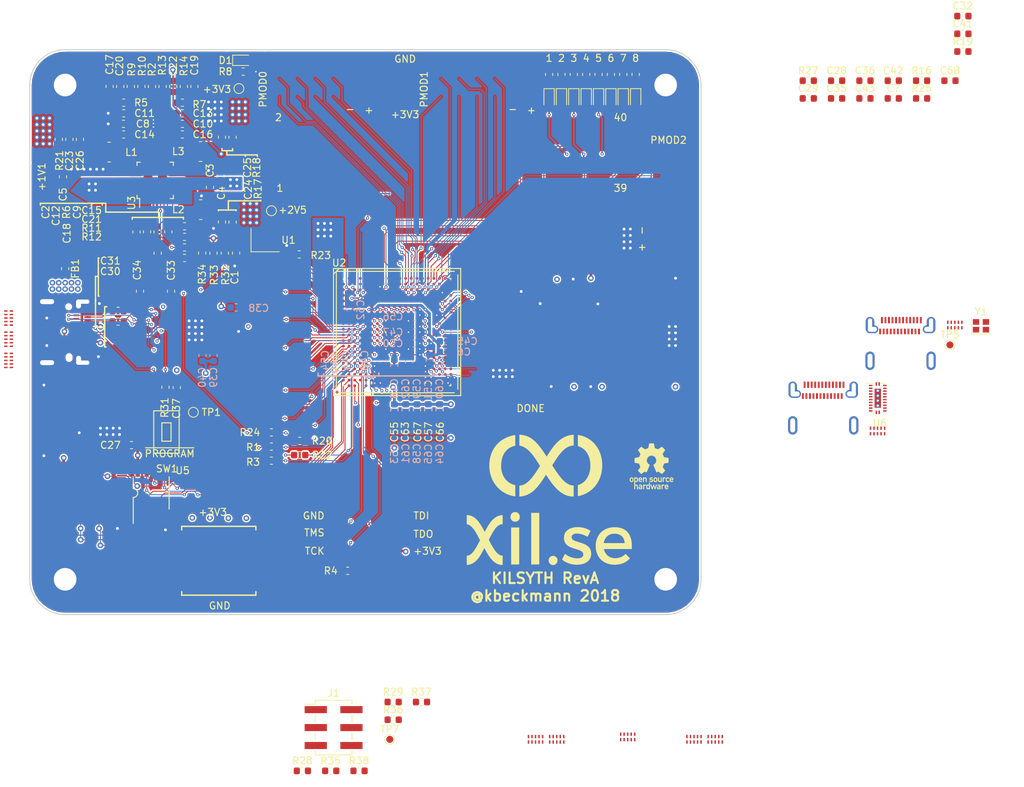
<source format=kicad_pcb>
(kicad_pcb (version 20171130) (host pcbnew 5.1.4)
  (layers (0 F.Cu signal) (1 In1.Cu signal) (2 In2.Cu signal) (31 B.Cu signal) (34 B.Paste user) (35 F.Paste user) (36 B.SilkS user) (37 F.SilkS user) (38 B.Mask user hide) (39 F.Mask user hide) (44 Edge.Cuts user))
  (net 0 "")
  (net 1 GND)
  (net 2 +3V3)
  (net 3 +2V5)
  (net 4 +1V1)
  (net 5 /FLASH_CSn)
  (net 6 "Net-(R3-Pad2)")
  (net 7 /JTAG_TDI)
  (net 8 "Net-(R1-Pad2)")
  (net 9 /JTAG_TCK)
  (net 10 /FLASH_SCK)
  (net 11 /JTAG_TMS)
  (net 12 /FLASH_MISO)
  (net 13 /INITn)
  (net 14 /JTAG_TDO)
  (net 15 /FLASH_HOLDn)
  (net 16 /FLASH_MOSI)
  (net 17 /FLASH_WPn)
  (net 18 "Net-(C2-Pad1)")
  (net 19 "Net-(C21-Pad2)")
  (net 20 "Net-(C12-Pad1)")
  (net 21 "Net-(C9-Pad1)")
  (net 22 "Net-(C15-Pad2)")
  (net 23 "Net-(C15-Pad1)")
  (net 24 +5V)
  (net 25 "Net-(C16-Pad1)")
  (net 26 "Net-(C16-Pad2)")
  (net 27 "Net-(C10-Pad1)")
  (net 28 "Net-(C13-Pad1)")
  (net 29 "Net-(C22-Pad2)")
  (net 30 "Net-(R2-Pad1)")
  (net 31 "Net-(C20-Pad2)")
  (net 32 "Net-(C11-Pad1)")
  (net 33 "Net-(C8-Pad1)")
  (net 34 "Net-(C14-Pad1)")
  (net 35 "Net-(C14-Pad2)")
  (net 36 VD10)
  (net 37 "Net-(R37-Pad2)")
  (net 38 FT_GPIO0)
  (net 39 "Net-(C33-Pad2)")
  (net 40 "Net-(C34-Pad2)")
  (net 41 /FT_DP)
  (net 42 /FT_DM)
  (net 43 FT_GPIO1)
  (net 44 "Net-(R43-Pad2)")
  (net 45 "Net-(R42-Pad2)")
  (net 46 "Net-(C17-Pad1)")
  (net 47 "Net-(C21-Pad1)")
  (net 48 "Net-(C20-Pad1)")
  (net 49 "Net-(C22-Pad1)")
  (net 50 "Net-(C18-Pad1)")
  (net 51 "Net-(C19-Pad1)")
  (net 52 "Net-(D1-Pad1)")
  (net 53 "Net-(D2-Pad1)")
  (net 54 VBUS)
  (net 55 "Net-(D3-Pad1)")
  (net 56 "Net-(D10-Pad1)")
  (net 57 "Net-(D9-Pad1)")
  (net 58 "Net-(D8-Pad1)")
  (net 59 "Net-(D7-Pad1)")
  (net 60 "Net-(D6-Pad1)")
  (net 61 "Net-(D5-Pad1)")
  (net 62 "Net-(D4-Pad1)")
  (net 63 /HDRX0_D0CH0_P)
  (net 64 /HDRX0_D0CH0_N)
  (net 65 /HDRX0_D0CH1_P)
  (net 66 /HDRX0_D0CH1_N)
  (net 67 /HDRX0_D1CH0_P)
  (net 68 /HDRX0_D1CH0_N)
  (net 69 /REFCLK_D0_P)
  (net 70 /REFCLK_D0_N)
  (net 71 /HDTX0_D1CH0_P)
  (net 72 /HDTX0_D1CH0_N)
  (net 73 /HDTX0_D0CH1_P)
  (net 74 /HDTX0_D0CH1_N)
  (net 75 /HDTX0_D0CH0_P)
  (net 76 /HDTX0_D0CH0_N)
  (net 77 /TX2-)
  (net 78 /TX2+)
  (net 79 "Net-(C29-Pad1)")
  (net 80 /TX1-)
  (net 81 /TX1+)
  (net 82 "Net-(C32-Pad1)")
  (net 83 "Net-(C35-Pad1)")
  (net 84 "Net-(C36-Pad1)")
  (net 85 "Net-(C41-Pad1)")
  (net 86 "Net-(C42-Pad1)")
  (net 87 /HDTX0_D1CH1_N)
  (net 88 "Net-(C43-Pad1)")
  (net 89 /HDTX0_D1CH1_P)
  (net 90 "Net-(C68-Pad1)")
  (net 91 /USB_D+)
  (net 92 /USB_D-)
  (net 93 /RX2-)
  (net 94 /RX2+)
  (net 95 /RX1+)
  (net 96 /RX1-)
  (net 97 /USBC0_USB_P)
  (net 98 /USBC0_USB_N)
  (net 99 /USBC1_USB_P)
  (net 100 /USBC1_USB_N)
  (net 101 /REFCLK_D1_P)
  (net 102 /HDRX0_D1CH1_N)
  (net 103 /HDRX0_D1CH1_P)
  (net 104 /REFCLK_D1_N)
  (net 105 "Net-(TP7-Pad1)")
  (net 106 "Net-(C7-Pad2)")
  (net 107 "Net-(C28-Pad2)")
  (net 108 "Net-(C30-Pad2)")
  (net 109 "Net-(C31-Pad2)")
  (net 110 "Net-(FB1-Pad2)")
  (net 111 /CC1)
  (net 112 /CC2)
  (net 113 /USBC0_CC1)
  (net 114 /USBC0_CC2)
  (net 115 /USBC1_CC1)
  (net 116 /USBC1_CC2)
  (net 117 "Net-(R16-Pad2)")
  (net 118 +1V8)
  (module Crystal:Crystal_SMD_2016-4Pin_2.0x1.6mm (layer F.Cu) (at 184.625001 89.1)
    (fp_text reference Y1 (at 0 -2) (layer F.SilkS))
    (fp_text value "30MHz ±20ppm")
    (pad 4 smd rect (at -0.7 -0.55) (size 0.9 0.8) (layers F.Cu F.Paste F.Mask))
    (pad 3 smd rect (at 0.7 -0.55) (size 0.9 0.8) (layers F.Cu F.Paste F.Mask) (net 40 "Net-(C34-Pad2)"))
    (pad 2 smd rect (at 0.7 0.55) (size 0.9 0.8) (layers F.Cu F.Paste F.Mask))
    (pad 1 smd rect (at -0.7 0.55) (size 0.9 0.8) (layers F.Cu F.Paste F.Mask) (net 39 "Net-(C33-Pad2)"))
  )
  (module kilsyth_extra:PI5USB30213A (layer F.Cu) (at 170.020001 99.35)
    (fp_text reference U6 (at 0.3 3.5) (layer F.SilkS))
    (fp_text value PI5USB30213A)
    (pad PAD smd rect (at 0.22 0.225) (size 0.3 0.3) (layers F.Cu F.Paste) (net 1 GND))
    (pad PAD smd rect (at 0.22 0.675) (size 0.3 0.3) (layers F.Cu F.Paste) (net 1 GND))
    (pad PAD smd rect (at 0.22 -0.225) (size 0.3 0.3) (layers F.Cu F.Paste) (net 1 GND))
    (pad PAD smd rect (at 0.22 -1.125) (size 0.3 0.3) (layers F.Cu F.Paste) (net 1 GND))
    (pad PAD smd rect (at 0.22 -0.675) (size 0.3 0.3) (layers F.Cu F.Paste) (net 1 GND))
    (pad PAD smd rect (at 0.22 1.125) (size 0.3 0.3) (layers F.Cu F.Paste) (net 1 GND))
    (pad PAD smd rect (at -0.225 -1.125) (size 0.3 0.3) (layers F.Cu F.Paste) (net 1 GND))
    (pad PAD smd rect (at -0.225 -0.675) (size 0.3 0.3) (layers F.Cu F.Paste) (net 1 GND))
    (pad PAD smd rect (at -0.225 1.125) (size 0.3 0.3) (layers F.Cu F.Paste) (net 1 GND))
    (pad PAD smd rect (at -0.225 0.675) (size 0.3 0.3) (layers F.Cu F.Paste) (net 1 GND))
    (pad PAD smd rect (at -0.225 0.225) (size 0.3 0.3) (layers F.Cu F.Paste) (net 1 GND))
    (pad PAD smd rect (at -0.225 -0.225) (size 0.3 0.3) (layers F.Cu F.Paste) (net 1 GND))
    (pad 23 smd rect (at 0.2 -2) (size 0.2 0.5) (layers F.Cu F.Paste F.Mask) (net 117 "Net-(R16-Pad2)"))
    (pad 24 smd rect (at -0.2 -2) (size 0.2 0.5) (layers F.Cu F.Paste F.Mask))
    (pad 13 smd rect (at 1 1.8) (size 0.5 0.2) (layers F.Cu F.Paste F.Mask) (net 1 GND))
    (pad 14 smd rect (at 1 1.4) (size 0.5 0.2) (layers F.Cu F.Paste F.Mask) (net 95 /RX1+))
    (pad 18 smd rect (at 1 -0.2) (size 0.5 0.2) (layers F.Cu F.Paste F.Mask) (net 93 /RX2-))
    (pad 22 smd rect (at 1 -1.8) (size 0.5 0.2) (layers F.Cu F.Paste F.Mask))
    (pad 21 smd rect (at 1 -1.4) (size 0.5 0.2) (layers F.Cu F.Paste F.Mask) (net 107 "Net-(C28-Pad2)"))
    (pad 19 smd rect (at 1 -0.6) (size 0.5 0.2) (layers F.Cu F.Paste F.Mask) (net 94 /RX2+))
    (pad 15 smd rect (at 1 1) (size 0.5 0.2) (layers F.Cu F.Paste F.Mask) (net 96 /RX1-))
    (pad 17 smd rect (at 1 0.2) (size 0.5 0.2) (layers F.Cu F.Paste F.Mask) (net 108 "Net-(C30-Pad2)"))
    (pad 20 smd rect (at 1 -1) (size 0.5 0.2) (layers F.Cu F.Paste F.Mask) (net 106 "Net-(C7-Pad2)"))
    (pad 16 smd rect (at 1 0.6) (size 0.5 0.2) (layers F.Cu F.Paste F.Mask) (net 109 "Net-(C31-Pad2)"))
    (pad 12 smd rect (at 0.2 2) (size 0.2 0.5) (layers F.Cu F.Paste F.Mask) (net 112 /CC2))
    (pad 11 smd rect (at -0.2 2) (size 0.2 0.5) (layers F.Cu F.Paste F.Mask) (net 111 /CC1))
    (pad 10 smd rect (at -1 1.8) (size 0.5 0.2) (layers F.Cu F.Paste F.Mask))
    (pad 9 smd rect (at -1 1.4) (size 0.5 0.2) (layers F.Cu F.Paste F.Mask))
    (pad 8 smd rect (at -1 1) (size 0.5 0.2) (layers F.Cu F.Paste F.Mask))
    (pad 7 smd rect (at -1 0.6) (size 0.5 0.2) (layers F.Cu F.Paste F.Mask))
    (pad 6 smd rect (at -1 0.2) (size 0.5 0.2) (layers F.Cu F.Paste F.Mask) (net 54 VBUS))
    (pad 5 smd rect (at -1 -0.2) (size 0.5 0.2) (layers F.Cu F.Paste F.Mask))
    (pad 4 smd rect (at -1 -0.6) (size 0.5 0.2) (layers F.Cu F.Paste F.Mask))
    (pad 3 smd rect (at -1 -1) (size 0.5 0.2) (layers F.Cu F.Paste F.Mask) (net 1 GND))
    (pad 2 smd rect (at -1 -1.4) (size 0.5 0.2) (layers F.Cu F.Paste F.Mask))
    (pad 1 smd rect (at -1 -1.8) (size 0.5 0.2) (layers F.Cu F.Paste F.Mask))
    (pad PAD thru_hole circle (at 0 1.05) (size 0.5 0.5) (drill 0.3) (layers *.Cu *.Mask) (net 1 GND))
    (pad PAD thru_hole circle (at 0 -1.05) (size 0.5 0.5) (drill 0.3) (layers *.Cu *.Mask) (net 1 GND))
    (pad PAD thru_hole circle (at 0 -0.35) (size 0.5 0.5) (drill 0.3) (layers *.Cu *.Mask) (net 1 GND))
    (pad PAD thru_hole circle (at 0 0.35) (size 0.5 0.5) (drill 0.3) (layers *.Cu *.Mask) (net 1 GND))
    (pad PAD smd rect (at 0 0) (size 0.9 2.7) (layers F.Cu F.Mask) (net 1 GND))
  )
  (module TestPoint:TestPoint_Pad_D1.0mm (layer F.Cu) (at 180.235001 91.81)
    (fp_text reference TP5 (at 0 -1.448) (layer F.SilkS))
    (fp_text value TestPoint)
    (pad 1 smd circle (at 0 0) (size 1 1) (layers F.Cu F.Mask) (net 118 +1V8))
  )
  (module PUSB3FR4Z:PUSB3FR4Z (layer F.Cu) (at 169.986422 103.991421)
    (fp_text reference J14)
    (fp_text value PUSB3FR4Z)
    (pad 1 smd rect (at -1 -0.3875) (size 0.2 0.475) (layers F.Cu F.Paste F.Mask) (net 99 /USBC1_USB_P))
    (pad 2 smd rect (at -0.5 -0.3875) (size 0.2 0.475) (layers F.Cu F.Paste F.Mask) (net 100 /USBC1_USB_N))
    (pad 10 smd rect (at -1 0.3875) (size 0.2 0.475) (layers F.Cu F.Paste F.Mask) (net 99 /USBC1_USB_P))
    (pad 9 smd rect (at -0.5 0.3875) (size 0.2 0.475) (layers F.Cu F.Paste F.Mask) (net 100 /USBC1_USB_N))
    (pad 6 smd rect (at 1 0.3875) (size 0.2 0.475) (layers F.Cu F.Paste F.Mask) (net 115 /USBC1_CC1))
    (pad 7 smd rect (at 0.5 0.3875) (size 0.2 0.475) (layers F.Cu F.Paste F.Mask) (net 116 /USBC1_CC2))
    (pad 5 smd rect (at 1 -0.3875) (size 0.2 0.475) (layers F.Cu F.Paste F.Mask) (net 115 /USBC1_CC1))
    (pad 4 smd rect (at 0.5 -0.3875) (size 0.2 0.475) (layers F.Cu F.Paste F.Mask) (net 116 /USBC1_CC2))
    (pad 3 smd rect (at 0 -0.3875) (size 0.2 0.475) (layers F.Cu F.Paste F.Mask) (net 1 GND))
    (pad 8 smd rect (at 0 0.3875) (size 0.2 0.475) (layers F.Cu F.Paste F.Mask) (net 1 GND))
  )
  (module PUSB3FR4Z:PUSB3FR4Z (layer F.Cu) (at 180.926422 88.991421)
    (fp_text reference J13)
    (fp_text value PUSB3FR4Z)
    (pad 1 smd rect (at -1 -0.3875) (size 0.2 0.475) (layers F.Cu F.Paste F.Mask) (net 97 /USBC0_USB_P))
    (pad 2 smd rect (at -0.5 -0.3875) (size 0.2 0.475) (layers F.Cu F.Paste F.Mask) (net 98 /USBC0_USB_N))
    (pad 10 smd rect (at -1 0.3875) (size 0.2 0.475) (layers F.Cu F.Paste F.Mask) (net 97 /USBC0_USB_P))
    (pad 9 smd rect (at -0.5 0.3875) (size 0.2 0.475) (layers F.Cu F.Paste F.Mask) (net 98 /USBC0_USB_N))
    (pad 6 smd rect (at 1 0.3875) (size 0.2 0.475) (layers F.Cu F.Paste F.Mask) (net 113 /USBC0_CC1))
    (pad 7 smd rect (at 0.5 0.3875) (size 0.2 0.475) (layers F.Cu F.Paste F.Mask) (net 114 /USBC0_CC2))
    (pad 5 smd rect (at 1 -0.3875) (size 0.2 0.475) (layers F.Cu F.Paste F.Mask) (net 113 /USBC0_CC1))
    (pad 4 smd rect (at 0.5 -0.3875) (size 0.2 0.475) (layers F.Cu F.Paste F.Mask) (net 114 /USBC0_CC2))
    (pad 3 smd rect (at 0 -0.3875) (size 0.2 0.475) (layers F.Cu F.Paste F.Mask) (net 1 GND))
    (pad 8 smd rect (at 0 0.3875) (size 0.2 0.475) (layers F.Cu F.Paste F.Mask) (net 1 GND))
  )
  (module JAE-USB-C:USBC_DX07S024JJ2R1300 (layer F.Cu) (at 173.24 91)
    (fp_text reference J7)
    (fp_text value DX07S024JJ2)
    (pad S1 thru_hole oval (at 4.32 3.05) (size 1.3 2.6) (drill oval 0.7 2) (layers *.Cu *.Mask F.Paste) (net 1 GND))
    (pad S1 thru_hole oval (at -4.32 3.05) (size 1.3 2.6) (drill oval 0.7 2) (layers *.Cu *.Mask F.Paste) (net 1 GND))
    (pad A6 smd rect (at -0.135 -2.7) (size 0.27 0.9) (layers F.Cu F.Paste F.Mask) (net 99 /USBC1_USB_P))
    (pad A7 smd rect (at 0.365 -2.7) (size 0.27 0.9) (layers F.Cu F.Paste F.Mask) (net 100 /USBC1_USB_N))
    (pad A8 smd rect (at 0.865 -2.7) (size 0.27 0.9) (layers F.Cu F.Paste F.Mask) (net 101 /REFCLK_D1_P))
    (pad A9 smd rect (at 1.365 -2.7) (size 0.27 0.9) (layers F.Cu F.Paste F.Mask) (net 24 +5V))
    (pad A10 smd rect (at 1.865 -2.7) (size 0.27 0.9) (layers F.Cu F.Paste F.Mask) (net 102 /HDRX0_D1CH1_N))
    (pad A11 smd rect (at 2.365 -2.7) (size 0.27 0.9) (layers F.Cu F.Paste F.Mask) (net 103 /HDRX0_D1CH1_P))
    (pad A12 smd rect (at 2.865 -2.7) (size 0.27 0.9) (layers F.Cu F.Paste F.Mask) (net 1 GND))
    (pad A5 smd rect (at -0.635 -2.7) (size 0.27 0.9) (layers F.Cu F.Paste F.Mask) (net 115 /USBC1_CC1))
    (pad A4 smd rect (at -1.135 -2.7) (size 0.27 0.9) (layers F.Cu F.Paste F.Mask) (net 24 +5V))
    (pad A3 smd rect (at -1.635 -2.7) (size 0.27 0.9) (layers F.Cu F.Paste F.Mask) (net 85 "Net-(C41-Pad1)"))
    (pad A2 smd rect (at -2.135 -2.7) (size 0.27 0.9) (layers F.Cu F.Paste F.Mask) (net 86 "Net-(C42-Pad1)"))
    (pad A1 smd rect (at -2.635 -2.7) (size 0.27 0.9) (layers F.Cu F.Paste F.Mask) (net 1 GND))
    (pad B12 smd rect (at -2.885 -1.1) (size 0.27 0.8) (layers F.Cu F.Paste F.Mask) (net 1 GND))
    (pad B11 smd rect (at -2.385 -1.1) (size 0.27 0.8) (layers F.Cu F.Paste F.Mask) (net 67 /HDRX0_D1CH0_P))
    (pad B10 smd rect (at -1.885 -1.1) (size 0.27 0.8) (layers F.Cu F.Paste F.Mask) (net 68 /HDRX0_D1CH0_N))
    (pad B9 smd rect (at -1.385 -1.1) (size 0.27 0.8) (layers F.Cu F.Paste F.Mask) (net 24 +5V))
    (pad B8 smd rect (at -0.885 -1.1) (size 0.27 0.8) (layers F.Cu F.Paste F.Mask) (net 104 /REFCLK_D1_N))
    (pad B7 smd rect (at -0.385 -1.1) (size 0.27 0.8) (layers F.Cu F.Paste F.Mask) (net 100 /USBC1_USB_N))
    (pad B6 smd rect (at 0.115 -1.1) (size 0.27 0.8) (layers F.Cu F.Paste F.Mask) (net 99 /USBC1_USB_P))
    (pad B5 smd rect (at 0.615 -1.1) (size 0.27 0.8) (layers F.Cu F.Paste F.Mask) (net 116 /USBC1_CC2))
    (pad B4 smd rect (at 1.115 -1.1) (size 0.27 0.8) (layers F.Cu F.Paste F.Mask) (net 24 +5V))
    (pad B3 smd rect (at 1.615 -1.1) (size 0.27 0.8) (layers F.Cu F.Paste F.Mask) (net 88 "Net-(C43-Pad1)"))
    (pad B2 smd rect (at 2.115 -1.1) (size 0.27 0.8) (layers F.Cu F.Paste F.Mask) (net 90 "Net-(C68-Pad1)"))
    (pad B1 smd rect (at 2.615 -1.1) (size 0.27 0.8) (layers F.Cu F.Paste F.Mask) (net 1 GND))
    (pad S1 thru_hole oval (at -4.32 -2 180) (size 1.2 2.3) (drill oval 0.6 1.9) (layers *.Cu *.Mask F.Paste) (net 1 GND))
    (pad S1 thru_hole oval (at 4.32 -2 180) (size 1.2 2.3) (drill oval 0.6 1.9) (layers *.Cu *.Mask F.Paste) (net 1 GND))
    (pad S1 thru_hole oval (at -3.98 -1.4 270) (size 1.1 1.65) (drill oval 0.7 1.27) (layers *.Cu *.Mask F.Paste) (net 1 GND))
    (pad S1 thru_hole oval (at 3.98 -1.41 270) (size 1.1 1.65) (drill oval 0.7 1.27) (layers *.Cu *.Mask F.Paste) (net 1 GND))
    (pad "" np_thru_hole circle (at -3.6 0 270) (size 0.6 0.6) (drill 0.6) (layers *.Mask F.Cu))
    (pad "" np_thru_hole oval (at 3.6 -0.065 270) (size 0.6 0.85) (drill oval 0.6 0.85) (layers *.Mask F.Cu))
  )
  (module JAE-USB-C:USBC_DX07S024JJ2R1300 (layer F.Cu) (at 162.3 100.15)
    (fp_text reference J6)
    (fp_text value DX07S024JJ2)
    (pad S1 thru_hole oval (at 4.32 3.05) (size 1.3 2.6) (drill oval 0.7 2) (layers *.Cu *.Mask F.Paste) (net 1 GND))
    (pad S1 thru_hole oval (at -4.32 3.05) (size 1.3 2.6) (drill oval 0.7 2) (layers *.Cu *.Mask F.Paste) (net 1 GND))
    (pad A6 smd rect (at -0.135 -2.7) (size 0.27 0.9) (layers F.Cu F.Paste F.Mask) (net 97 /USBC0_USB_P))
    (pad A7 smd rect (at 0.365 -2.7) (size 0.27 0.9) (layers F.Cu F.Paste F.Mask) (net 98 /USBC0_USB_N))
    (pad A8 smd rect (at 0.865 -2.7) (size 0.27 0.9) (layers F.Cu F.Paste F.Mask) (net 69 /REFCLK_D0_P))
    (pad A9 smd rect (at 1.365 -2.7) (size 0.27 0.9) (layers F.Cu F.Paste F.Mask) (net 24 +5V))
    (pad A10 smd rect (at 1.865 -2.7) (size 0.27 0.9) (layers F.Cu F.Paste F.Mask) (net 66 /HDRX0_D0CH1_N))
    (pad A11 smd rect (at 2.365 -2.7) (size 0.27 0.9) (layers F.Cu F.Paste F.Mask) (net 65 /HDRX0_D0CH1_P))
    (pad A12 smd rect (at 2.865 -2.7) (size 0.27 0.9) (layers F.Cu F.Paste F.Mask) (net 1 GND))
    (pad A5 smd rect (at -0.635 -2.7) (size 0.27 0.9) (layers F.Cu F.Paste F.Mask) (net 113 /USBC0_CC1))
    (pad A4 smd rect (at -1.135 -2.7) (size 0.27 0.9) (layers F.Cu F.Paste F.Mask) (net 24 +5V))
    (pad A3 smd rect (at -1.635 -2.7) (size 0.27 0.9) (layers F.Cu F.Paste F.Mask) (net 79 "Net-(C29-Pad1)"))
    (pad A2 smd rect (at -2.135 -2.7) (size 0.27 0.9) (layers F.Cu F.Paste F.Mask) (net 82 "Net-(C32-Pad1)"))
    (pad A1 smd rect (at -2.635 -2.7) (size 0.27 0.9) (layers F.Cu F.Paste F.Mask) (net 1 GND))
    (pad B12 smd rect (at -2.885 -1.1) (size 0.27 0.8) (layers F.Cu F.Paste F.Mask) (net 1 GND))
    (pad B11 smd rect (at -2.385 -1.1) (size 0.27 0.8) (layers F.Cu F.Paste F.Mask) (net 63 /HDRX0_D0CH0_P))
    (pad B10 smd rect (at -1.885 -1.1) (size 0.27 0.8) (layers F.Cu F.Paste F.Mask) (net 64 /HDRX0_D0CH0_N))
    (pad B9 smd rect (at -1.385 -1.1) (size 0.27 0.8) (layers F.Cu F.Paste F.Mask) (net 24 +5V))
    (pad B8 smd rect (at -0.885 -1.1) (size 0.27 0.8) (layers F.Cu F.Paste F.Mask) (net 70 /REFCLK_D0_N))
    (pad B7 smd rect (at -0.385 -1.1) (size 0.27 0.8) (layers F.Cu F.Paste F.Mask) (net 98 /USBC0_USB_N))
    (pad B6 smd rect (at 0.115 -1.1) (size 0.27 0.8) (layers F.Cu F.Paste F.Mask) (net 97 /USBC0_USB_P))
    (pad B5 smd rect (at 0.615 -1.1) (size 0.27 0.8) (layers F.Cu F.Paste F.Mask) (net 114 /USBC0_CC2))
    (pad B4 smd rect (at 1.115 -1.1) (size 0.27 0.8) (layers F.Cu F.Paste F.Mask) (net 24 +5V))
    (pad B3 smd rect (at 1.615 -1.1) (size 0.27 0.8) (layers F.Cu F.Paste F.Mask) (net 83 "Net-(C35-Pad1)"))
    (pad B2 smd rect (at 2.115 -1.1) (size 0.27 0.8) (layers F.Cu F.Paste F.Mask) (net 84 "Net-(C36-Pad1)"))
    (pad B1 smd rect (at 2.615 -1.1) (size 0.27 0.8) (layers F.Cu F.Paste F.Mask) (net 1 GND))
    (pad S1 thru_hole oval (at -4.32 -2 180) (size 1.2 2.3) (drill oval 0.6 1.9) (layers *.Cu *.Mask F.Paste) (net 1 GND))
    (pad S1 thru_hole oval (at 4.32 -2 180) (size 1.2 2.3) (drill oval 0.6 1.9) (layers *.Cu *.Mask F.Paste) (net 1 GND))
    (pad S1 thru_hole oval (at -3.98 -1.4 270) (size 1.1 1.65) (drill oval 0.7 1.27) (layers *.Cu *.Mask F.Paste) (net 1 GND))
    (pad S1 thru_hole oval (at 3.98 -1.41 270) (size 1.1 1.65) (drill oval 0.7 1.27) (layers *.Cu *.Mask F.Paste) (net 1 GND))
    (pad "" np_thru_hole circle (at -3.6 0 270) (size 0.6 0.6) (drill 0.6) (layers *.Mask F.Cu))
    (pad "" np_thru_hole oval (at 3.6 -0.065 270) (size 0.6 0.85) (drill oval 0.6 0.85) (layers *.Mask F.Cu))
  )
  (module JAE-USB-C:USBC_DX07S024JJ2R1300 (layer F.Cu) (at 55.5 90 270)
    (fp_text reference J2)
    (fp_text value DX07S024JJ2)
    (pad S1 thru_hole oval (at 4.32 3.05 270) (size 1.3 2.6) (drill oval 0.7 2) (layers *.Cu *.Mask F.Paste) (net 1 GND))
    (pad S1 thru_hole oval (at -4.32 3.05 270) (size 1.3 2.6) (drill oval 0.7 2) (layers *.Cu *.Mask F.Paste) (net 1 GND))
    (pad A6 smd rect (at -0.135 -2.7 270) (size 0.27 0.9) (layers F.Cu F.Paste F.Mask) (net 91 /USB_D+))
    (pad A7 smd rect (at 0.365 -2.7 270) (size 0.27 0.9) (layers F.Cu F.Paste F.Mask) (net 92 /USB_D-))
    (pad A8 smd rect (at 0.865 -2.7 270) (size 0.27 0.9) (layers F.Cu F.Paste F.Mask))
    (pad A9 smd rect (at 1.365 -2.7 270) (size 0.27 0.9) (layers F.Cu F.Paste F.Mask) (net 110 "Net-(FB1-Pad2)"))
    (pad A10 smd rect (at 1.865 -2.7 270) (size 0.27 0.9) (layers F.Cu F.Paste F.Mask) (net 93 /RX2-))
    (pad A11 smd rect (at 2.365 -2.7 270) (size 0.27 0.9) (layers F.Cu F.Paste F.Mask) (net 94 /RX2+))
    (pad A12 smd rect (at 2.865 -2.7 270) (size 0.27 0.9) (layers F.Cu F.Paste F.Mask) (net 1 GND))
    (pad A5 smd rect (at -0.635 -2.7 270) (size 0.27 0.9) (layers F.Cu F.Paste F.Mask) (net 111 /CC1))
    (pad A4 smd rect (at -1.135 -2.7 270) (size 0.27 0.9) (layers F.Cu F.Paste F.Mask) (net 110 "Net-(FB1-Pad2)"))
    (pad A3 smd rect (at -1.635 -2.7 270) (size 0.27 0.9) (layers F.Cu F.Paste F.Mask) (net 80 /TX1-))
    (pad A2 smd rect (at -2.135 -2.7 270) (size 0.27 0.9) (layers F.Cu F.Paste F.Mask) (net 81 /TX1+))
    (pad A1 smd rect (at -2.635 -2.7 270) (size 0.27 0.9) (layers F.Cu F.Paste F.Mask) (net 1 GND))
    (pad B12 smd rect (at -2.885 -1.1 270) (size 0.27 0.8) (layers F.Cu F.Paste F.Mask) (net 1 GND))
    (pad B11 smd rect (at -2.385 -1.1 270) (size 0.27 0.8) (layers F.Cu F.Paste F.Mask) (net 95 /RX1+))
    (pad B10 smd rect (at -1.885 -1.1 270) (size 0.27 0.8) (layers F.Cu F.Paste F.Mask) (net 96 /RX1-))
    (pad B9 smd rect (at -1.385 -1.1 270) (size 0.27 0.8) (layers F.Cu F.Paste F.Mask) (net 110 "Net-(FB1-Pad2)"))
    (pad B8 smd rect (at -0.885 -1.1 270) (size 0.27 0.8) (layers F.Cu F.Paste F.Mask))
    (pad B7 smd rect (at -0.385 -1.1 270) (size 0.27 0.8) (layers F.Cu F.Paste F.Mask) (net 92 /USB_D-))
    (pad B6 smd rect (at 0.115 -1.1 270) (size 0.27 0.8) (layers F.Cu F.Paste F.Mask) (net 91 /USB_D+))
    (pad B5 smd rect (at 0.615 -1.1 270) (size 0.27 0.8) (layers F.Cu F.Paste F.Mask) (net 112 /CC2))
    (pad B4 smd rect (at 1.115 -1.1 270) (size 0.27 0.8) (layers F.Cu F.Paste F.Mask) (net 110 "Net-(FB1-Pad2)"))
    (pad B3 smd rect (at 1.615 -1.1 270) (size 0.27 0.8) (layers F.Cu F.Paste F.Mask) (net 77 /TX2-))
    (pad B2 smd rect (at 2.115 -1.1 270) (size 0.27 0.8) (layers F.Cu F.Paste F.Mask) (net 78 /TX2+))
    (pad B1 smd rect (at 2.615 -1.1 270) (size 0.27 0.8) (layers F.Cu F.Paste F.Mask) (net 1 GND))
    (pad S1 thru_hole oval (at -4.32 -2 90) (size 1.2 2.3) (drill oval 0.6 1.9) (layers *.Cu *.Mask F.Paste) (net 1 GND))
    (pad S1 thru_hole oval (at 4.32 -2 90) (size 1.2 2.3) (drill oval 0.6 1.9) (layers *.Cu *.Mask F.Paste) (net 1 GND))
    (pad S1 thru_hole oval (at -3.98 -1.4 180) (size 1.1 1.65) (drill oval 0.7 1.27) (layers *.Cu *.Mask F.Paste) (net 1 GND))
    (pad S1 thru_hole oval (at 3.98 -1.41 180) (size 1.1 1.65) (drill oval 0.7 1.27) (layers *.Cu *.Mask F.Paste) (net 1 GND))
    (pad "" np_thru_hole circle (at -3.6 0 180) (size 0.6 0.6) (drill 0.6) (layers *.Mask F.Cu))
    (pad "" np_thru_hole oval (at 3.6 -0.065 180) (size 0.6 0.85) (drill oval 0.6 0.85) (layers *.Mask F.Cu))
  )
  (module PUSB3FR4Z:PUSB3FR4Z (layer F.Cu) (at 147.01 147.66)
    (fp_text reference J12)
    (fp_text value PUSB3FR4Z)
    (pad 1 smd rect (at -1 -0.3875) (size 0.2 0.475) (layers F.Cu F.Paste F.Mask) (net 89 /HDTX0_D1CH1_P))
    (pad 2 smd rect (at -0.5 -0.3875) (size 0.2 0.475) (layers F.Cu F.Paste F.Mask) (net 87 /HDTX0_D1CH1_N))
    (pad 10 smd rect (at -1 0.3875) (size 0.2 0.475) (layers F.Cu F.Paste F.Mask) (net 89 /HDTX0_D1CH1_P))
    (pad 9 smd rect (at -0.5 0.3875) (size 0.2 0.475) (layers F.Cu F.Paste F.Mask) (net 87 /HDTX0_D1CH1_N))
    (pad 6 smd rect (at 1 0.3875) (size 0.2 0.475) (layers F.Cu F.Paste F.Mask) (net 102 /HDRX0_D1CH1_N))
    (pad 7 smd rect (at 0.5 0.3875) (size 0.2 0.475) (layers F.Cu F.Paste F.Mask) (net 103 /HDRX0_D1CH1_P))
    (pad 5 smd rect (at 1 -0.3875) (size 0.2 0.475) (layers F.Cu F.Paste F.Mask) (net 102 /HDRX0_D1CH1_N))
    (pad 4 smd rect (at 0.5 -0.3875) (size 0.2 0.475) (layers F.Cu F.Paste F.Mask) (net 103 /HDRX0_D1CH1_P))
    (pad 3 smd rect (at 0 -0.3875) (size 0.2 0.475) (layers F.Cu F.Paste F.Mask) (net 1 GND))
    (pad 8 smd rect (at 0 0.3875) (size 0.2 0.475) (layers F.Cu F.Paste F.Mask) (net 1 GND))
  )
  (module PUSB3FR4Z:PUSB3FR4Z (layer F.Cu) (at 144.01 147.66)
    (fp_text reference J11)
    (fp_text value PUSB3FR4Z)
    (pad 1 smd rect (at -1 -0.3875) (size 0.2 0.475) (layers F.Cu F.Paste F.Mask) (net 71 /HDTX0_D1CH0_P))
    (pad 2 smd rect (at -0.5 -0.3875) (size 0.2 0.475) (layers F.Cu F.Paste F.Mask) (net 72 /HDTX0_D1CH0_N))
    (pad 10 smd rect (at -1 0.3875) (size 0.2 0.475) (layers F.Cu F.Paste F.Mask) (net 71 /HDTX0_D1CH0_P))
    (pad 9 smd rect (at -0.5 0.3875) (size 0.2 0.475) (layers F.Cu F.Paste F.Mask) (net 72 /HDTX0_D1CH0_N))
    (pad 6 smd rect (at 1 0.3875) (size 0.2 0.475) (layers F.Cu F.Paste F.Mask) (net 68 /HDRX0_D1CH0_N))
    (pad 7 smd rect (at 0.5 0.3875) (size 0.2 0.475) (layers F.Cu F.Paste F.Mask) (net 67 /HDRX0_D1CH0_P))
    (pad 5 smd rect (at 1 -0.3875) (size 0.2 0.475) (layers F.Cu F.Paste F.Mask) (net 68 /HDRX0_D1CH0_N))
    (pad 4 smd rect (at 0.5 -0.3875) (size 0.2 0.475) (layers F.Cu F.Paste F.Mask) (net 67 /HDRX0_D1CH0_P))
    (pad 3 smd rect (at 0 -0.3875) (size 0.2 0.475) (layers F.Cu F.Paste F.Mask) (net 1 GND))
    (pad 8 smd rect (at 0 0.3875) (size 0.2 0.475) (layers F.Cu F.Paste F.Mask) (net 1 GND))
  )
  (module PUSB3FR4Z:PUSB3FR4Z (layer F.Cu) (at 134.62 147.32)
    (fp_text reference J10)
    (fp_text value PUSB3FR4Z)
    (pad 1 smd rect (at -1 -0.3875) (size 0.2 0.475) (layers F.Cu F.Paste F.Mask) (net 104 /REFCLK_D1_N))
    (pad 2 smd rect (at -0.5 -0.3875) (size 0.2 0.475) (layers F.Cu F.Paste F.Mask) (net 101 /REFCLK_D1_P))
    (pad 10 smd rect (at -1 0.3875) (size 0.2 0.475) (layers F.Cu F.Paste F.Mask) (net 104 /REFCLK_D1_N))
    (pad 9 smd rect (at -0.5 0.3875) (size 0.2 0.475) (layers F.Cu F.Paste F.Mask) (net 101 /REFCLK_D1_P))
    (pad 6 smd rect (at 1 0.3875) (size 0.2 0.475) (layers F.Cu F.Paste F.Mask) (net 69 /REFCLK_D0_P))
    (pad 7 smd rect (at 0.5 0.3875) (size 0.2 0.475) (layers F.Cu F.Paste F.Mask) (net 70 /REFCLK_D0_N))
    (pad 5 smd rect (at 1 -0.3875) (size 0.2 0.475) (layers F.Cu F.Paste F.Mask) (net 69 /REFCLK_D0_P))
    (pad 4 smd rect (at 0.5 -0.3875) (size 0.2 0.475) (layers F.Cu F.Paste F.Mask) (net 70 /REFCLK_D0_N))
    (pad 3 smd rect (at 0 -0.3875) (size 0.2 0.475) (layers F.Cu F.Paste F.Mask) (net 1 GND))
    (pad 8 smd rect (at 0 0.3875) (size 0.2 0.475) (layers F.Cu F.Paste F.Mask) (net 1 GND))
  )
  (module PUSB3FR4Z:PUSB3FR4Z (layer F.Cu) (at 124.58 147.66)
    (fp_text reference J9)
    (fp_text value PUSB3FR4Z)
    (pad 1 smd rect (at -1 -0.3875) (size 0.2 0.475) (layers F.Cu F.Paste F.Mask) (net 73 /HDTX0_D0CH1_P))
    (pad 2 smd rect (at -0.5 -0.3875) (size 0.2 0.475) (layers F.Cu F.Paste F.Mask) (net 74 /HDTX0_D0CH1_N))
    (pad 10 smd rect (at -1 0.3875) (size 0.2 0.475) (layers F.Cu F.Paste F.Mask) (net 73 /HDTX0_D0CH1_P))
    (pad 9 smd rect (at -0.5 0.3875) (size 0.2 0.475) (layers F.Cu F.Paste F.Mask) (net 74 /HDTX0_D0CH1_N))
    (pad 6 smd rect (at 1 0.3875) (size 0.2 0.475) (layers F.Cu F.Paste F.Mask) (net 66 /HDRX0_D0CH1_N))
    (pad 7 smd rect (at 0.5 0.3875) (size 0.2 0.475) (layers F.Cu F.Paste F.Mask) (net 65 /HDRX0_D0CH1_P))
    (pad 5 smd rect (at 1 -0.3875) (size 0.2 0.475) (layers F.Cu F.Paste F.Mask) (net 66 /HDRX0_D0CH1_N))
    (pad 4 smd rect (at 0.5 -0.3875) (size 0.2 0.475) (layers F.Cu F.Paste F.Mask) (net 65 /HDRX0_D0CH1_P))
    (pad 3 smd rect (at 0 -0.3875) (size 0.2 0.475) (layers F.Cu F.Paste F.Mask) (net 1 GND))
    (pad 8 smd rect (at 0 0.3875) (size 0.2 0.475) (layers F.Cu F.Paste F.Mask) (net 1 GND))
  )
  (module PUSB3FR4Z:PUSB3FR4Z (layer F.Cu) (at 121.58 147.66)
    (fp_text reference J8)
    (fp_text value PUSB3FR4Z)
    (pad 1 smd rect (at -1 -0.3875) (size 0.2 0.475) (layers F.Cu F.Paste F.Mask) (net 75 /HDTX0_D0CH0_P))
    (pad 2 smd rect (at -0.5 -0.3875) (size 0.2 0.475) (layers F.Cu F.Paste F.Mask) (net 76 /HDTX0_D0CH0_N))
    (pad 10 smd rect (at -1 0.3875) (size 0.2 0.475) (layers F.Cu F.Paste F.Mask) (net 75 /HDTX0_D0CH0_P))
    (pad 9 smd rect (at -0.5 0.3875) (size 0.2 0.475) (layers F.Cu F.Paste F.Mask) (net 76 /HDTX0_D0CH0_N))
    (pad 6 smd rect (at 1 0.3875) (size 0.2 0.475) (layers F.Cu F.Paste F.Mask) (net 64 /HDRX0_D0CH0_N))
    (pad 7 smd rect (at 0.5 0.3875) (size 0.2 0.475) (layers F.Cu F.Paste F.Mask) (net 63 /HDRX0_D0CH0_P))
    (pad 5 smd rect (at 1 -0.3875) (size 0.2 0.475) (layers F.Cu F.Paste F.Mask) (net 64 /HDRX0_D0CH0_N))
    (pad 4 smd rect (at 0.5 -0.3875) (size 0.2 0.475) (layers F.Cu F.Paste F.Mask) (net 63 /HDRX0_D0CH0_P))
    (pad 3 smd rect (at 0 -0.3875) (size 0.2 0.475) (layers F.Cu F.Paste F.Mask) (net 1 GND))
    (pad 8 smd rect (at 0 0.3875) (size 0.2 0.475) (layers F.Cu F.Paste F.Mask) (net 1 GND))
  )
  (module TestPoint:TestPoint_Pad_D1.0mm (layer F.Cu) (at 100.95 147.67)
    (fp_text reference TP7 (at 0 -1.448) (layer F.SilkS))
    (fp_text value TestPoint)
    (pad 1 smd circle (at 0 0) (size 1 1) (layers F.Cu F.Mask) (net 105 "Net-(TP7-Pad1)"))
  )
  (module Resistor_SMD:R_0603_1608Metric (layer F.Cu) (at 96.6 152.13)
    (fp_text reference R38 (at 0 -1.43) (layer F.SilkS))
    (fp_text value 10k)
    (pad 2 smd roundrect (at 0.7875 0) (size 0.875 0.95) (layers F.Cu F.Paste F.Mask) (net 12 /FLASH_MISO))
    (pad 1 smd roundrect (at -0.7875 0) (size 0.875 0.95) (layers F.Cu F.Paste F.Mask) (net 2 +3V3))
  )
  (module Resistor_SMD:R_0603_1608Metric (layer F.Cu) (at 105.44 142.38)
    (fp_text reference R37 (at 0 -1.43) (layer F.SilkS))
    (fp_text value 10k)
    (pad 2 smd roundrect (at 0.7875 0) (size 0.875 0.95) (layers F.Cu F.Paste F.Mask) (net 16 /FLASH_MOSI))
    (pad 1 smd roundrect (at -0.7875 0) (size 0.875 0.95) (layers F.Cu F.Paste F.Mask) (net 2 +3V3))
  )
  (module Resistor_SMD:R_0603_1608Metric (layer F.Cu) (at 101.43 144.89)
    (fp_text reference R36 (at 0 -1.43) (layer F.SilkS))
    (fp_text value 1k1)
    (pad 2 smd roundrect (at 0.7875 0) (size 0.875 0.95) (layers F.Cu F.Paste F.Mask) (net 10 /FLASH_SCK))
    (pad 1 smd roundrect (at -0.7875 0) (size 0.875 0.95) (layers F.Cu F.Paste F.Mask) (net 2 +3V3))
  )
  (module Resistor_SMD:R_0603_1608Metric (layer F.Cu) (at 92.59 152.13)
    (fp_text reference R35 (at 0 -1.43) (layer F.SilkS))
    (fp_text value 10k)
    (pad 2 smd roundrect (at 0.7875 0) (size 0.875 0.95) (layers F.Cu F.Paste F.Mask) (net 17 /FLASH_WPn))
    (pad 1 smd roundrect (at -0.7875 0) (size 0.875 0.95) (layers F.Cu F.Paste F.Mask) (net 2 +3V3))
  )
  (module Resistor_SMD:R_0603_1608Metric (layer F.Cu) (at 101.43 142.38)
    (fp_text reference R29 (at 0 -1.43) (layer F.SilkS))
    (fp_text value 10k)
    (pad 2 smd roundrect (at 0.7875 0) (size 0.875 0.95) (layers F.Cu F.Paste F.Mask) (net 15 /FLASH_HOLDn))
    (pad 1 smd roundrect (at -0.7875 0) (size 0.875 0.95) (layers F.Cu F.Paste F.Mask) (net 2 +3V3))
  )
  (module Resistor_SMD:R_0603_1608Metric (layer F.Cu) (at 88.58 152.13)
    (fp_text reference R28 (at 0 -1.43) (layer F.SilkS))
    (fp_text value 4k7)
    (pad 2 smd roundrect (at 0.7875 0) (size 0.875 0.95) (layers F.Cu F.Paste F.Mask) (net 5 /FLASH_CSn))
    (pad 1 smd roundrect (at -0.7875 0) (size 0.875 0.95) (layers F.Cu F.Paste F.Mask) (net 2 +3V3))
  )
  (module Connector_PinHeader_2.54mm:PinHeader_2x03_P2.54mm_Vertical_SMD (layer F.Cu) (at 93 146)
    (fp_text reference J1 (at 0 -4.87) (layer F.SilkS))
    (fp_text value Conn_JTAG)
    (pad 6 smd rect (at 2.525 2.54) (size 3.15 1) (layers F.Cu F.Paste F.Mask) (net 14 /JTAG_TDO))
    (pad 5 smd rect (at -2.525 2.54) (size 3.15 1) (layers F.Cu F.Paste F.Mask) (net 11 /JTAG_TMS))
    (pad 4 smd rect (at 2.525 0) (size 3.15 1) (layers F.Cu F.Paste F.Mask) (net 9 /JTAG_TCK))
    (pad 3 smd rect (at -2.525 0) (size 3.15 1) (layers F.Cu F.Paste F.Mask) (net 7 /JTAG_TDI))
    (pad 2 smd rect (at 2.525 -2.54) (size 3.15 1) (layers F.Cu F.Paste F.Mask) (net 2 +3V3))
    (pad 1 smd rect (at -2.525 -2.54) (size 3.15 1) (layers F.Cu F.Paste F.Mask) (net 1 GND))
  )
  (module Resistor_SMD:R_0603_1608Metric (layer F.Cu) (at 160.182 54.386)
    (fp_text reference R27 (at 0 -1.43) (layer F.SilkS))
    (fp_text value 910K)
    (pad 2 smd roundrect (at 0.7875 0) (size 0.875 0.95) (layers F.Cu F.Paste F.Mask) (net 54 VBUS))
    (pad 1 smd roundrect (at -0.7875 0) (size 0.875 0.95) (layers F.Cu F.Paste F.Mask))
  )
  (module Resistor_SMD:R_0603_1608Metric (layer F.Cu) (at 176.222 56.896)
    (fp_text reference R25 (at 0 -1.43) (layer F.SilkS))
    (fp_text value 2K2)
    (pad 2 smd roundrect (at 0.7875 0) (size 0.875 0.95) (layers F.Cu F.Paste F.Mask) (net 2 +3V3))
    (pad 1 smd roundrect (at -0.7875 0) (size 0.875 0.95) (layers F.Cu F.Paste F.Mask) (net 38 FT_GPIO0))
  )
  (module Resistor_SMD:R_0603_1608Metric (layer F.Cu) (at 182.062 50.256)
    (fp_text reference R19 (at 0 -1.43) (layer F.SilkS))
    (fp_text value 2K2)
    (pad 2 smd roundrect (at 0.7875 0) (size 0.875 0.95) (layers F.Cu F.Paste F.Mask) (net 2 +3V3))
    (pad 1 smd roundrect (at -0.7875 0) (size 0.875 0.95) (layers F.Cu F.Paste F.Mask) (net 43 FT_GPIO1))
  )
  (module Resistor_SMD:R_0603_1608Metric (layer F.Cu) (at 176.222 54.386)
    (fp_text reference R16 (at 0 -1.43) (layer F.SilkS))
    (fp_text value 910K)
    (pad 2 smd roundrect (at 0.7875 0) (size 0.875 0.95) (layers F.Cu F.Paste F.Mask) (net 117 "Net-(R16-Pad2)"))
    (pad 1 smd roundrect (at -0.7875 0) (size 0.875 0.95) (layers F.Cu F.Paste F.Mask) (net 54 VBUS))
  )
  (module PUSB3FR4Z:PUSB3FR4Z (layer F.Cu) (at 47 91 90)
    (fp_text reference J5)
    (fp_text value PUSB3FR4Z)
    (pad 1 smd rect (at -1 -0.3875 90) (size 0.2 0.475) (layers F.Cu F.Paste F.Mask) (net 78 /TX2+))
    (pad 2 smd rect (at -0.5 -0.3875 90) (size 0.2 0.475) (layers F.Cu F.Paste F.Mask) (net 77 /TX2-))
    (pad 10 smd rect (at -1 0.3875 90) (size 0.2 0.475) (layers F.Cu F.Paste F.Mask) (net 78 /TX2+))
    (pad 9 smd rect (at -0.5 0.3875 90) (size 0.2 0.475) (layers F.Cu F.Paste F.Mask) (net 77 /TX2-))
    (pad 6 smd rect (at 1 0.3875 90) (size 0.2 0.475) (layers F.Cu F.Paste F.Mask) (net 93 /RX2-))
    (pad 7 smd rect (at 0.5 0.3875 90) (size 0.2 0.475) (layers F.Cu F.Paste F.Mask) (net 94 /RX2+))
    (pad 5 smd rect (at 1 -0.3875 90) (size 0.2 0.475) (layers F.Cu F.Paste F.Mask) (net 93 /RX2-))
    (pad 4 smd rect (at 0.5 -0.3875 90) (size 0.2 0.475) (layers F.Cu F.Paste F.Mask) (net 94 /RX2+))
    (pad 3 smd rect (at 0 -0.3875 90) (size 0.2 0.475) (layers F.Cu F.Paste F.Mask) (net 1 GND))
    (pad 8 smd rect (at 0 0.3875 90) (size 0.2 0.475) (layers F.Cu F.Paste F.Mask) (net 1 GND))
  )
  (module PUSB3FR4Z:PUSB3FR4Z (layer F.Cu) (at 47 88 90)
    (fp_text reference J4)
    (fp_text value PUSB3FR4Z)
    (pad 1 smd rect (at -1 -0.3875 90) (size 0.2 0.475) (layers F.Cu F.Paste F.Mask) (net 92 /USB_D-))
    (pad 2 smd rect (at -0.5 -0.3875 90) (size 0.2 0.475) (layers F.Cu F.Paste F.Mask) (net 91 /USB_D+))
    (pad 10 smd rect (at -1 0.3875 90) (size 0.2 0.475) (layers F.Cu F.Paste F.Mask) (net 92 /USB_D-))
    (pad 9 smd rect (at -0.5 0.3875 90) (size 0.2 0.475) (layers F.Cu F.Paste F.Mask) (net 91 /USB_D+))
    (pad 6 smd rect (at 1 0.3875 90) (size 0.2 0.475) (layers F.Cu F.Paste F.Mask) (net 111 /CC1))
    (pad 7 smd rect (at 0.5 0.3875 90) (size 0.2 0.475) (layers F.Cu F.Paste F.Mask) (net 112 /CC2))
    (pad 5 smd rect (at 1 -0.3875 90) (size 0.2 0.475) (layers F.Cu F.Paste F.Mask) (net 111 /CC1))
    (pad 4 smd rect (at 0.5 -0.3875 90) (size 0.2 0.475) (layers F.Cu F.Paste F.Mask) (net 112 /CC2))
    (pad 3 smd rect (at 0 -0.3875 90) (size 0.2 0.475) (layers F.Cu F.Paste F.Mask) (net 1 GND))
    (pad 8 smd rect (at 0 0.3875 90) (size 0.2 0.475) (layers F.Cu F.Paste F.Mask) (net 1 GND))
  )
  (module PUSB3FR4Z:PUSB3FR4Z (layer F.Cu) (at 47 94 90)
    (fp_text reference J3)
    (fp_text value PUSB3FR4Z)
    (pad 1 smd rect (at -1 -0.3875 90) (size 0.2 0.475) (layers F.Cu F.Paste F.Mask) (net 80 /TX1-))
    (pad 2 smd rect (at -0.5 -0.3875 90) (size 0.2 0.475) (layers F.Cu F.Paste F.Mask) (net 81 /TX1+))
    (pad 10 smd rect (at -1 0.3875 90) (size 0.2 0.475) (layers F.Cu F.Paste F.Mask) (net 80 /TX1-))
    (pad 9 smd rect (at -0.5 0.3875 90) (size 0.2 0.475) (layers F.Cu F.Paste F.Mask) (net 81 /TX1+))
    (pad 6 smd rect (at 1 0.3875 90) (size 0.2 0.475) (layers F.Cu F.Paste F.Mask) (net 95 /RX1+))
    (pad 7 smd rect (at 0.5 0.3875 90) (size 0.2 0.475) (layers F.Cu F.Paste F.Mask) (net 96 /RX1-))
    (pad 5 smd rect (at 1 -0.3875 90) (size 0.2 0.475) (layers F.Cu F.Paste F.Mask) (net 95 /RX1+))
    (pad 4 smd rect (at 0.5 -0.3875 90) (size 0.2 0.475) (layers F.Cu F.Paste F.Mask) (net 96 /RX1-))
    (pad 3 smd rect (at 0 -0.3875 90) (size 0.2 0.475) (layers F.Cu F.Paste F.Mask) (net 1 GND))
    (pad 8 smd rect (at 0 0.3875 90) (size 0.2 0.475) (layers F.Cu F.Paste F.Mask) (net 1 GND))
  )
  (module Capacitor_SMD:C_0603_1608Metric (layer F.Cu) (at 180.232 54.386)
    (fp_text reference C68 (at 0 -1.43) (layer F.SilkS))
    (fp_text value 100n)
    (pad 2 smd roundrect (at 0.7875 0) (size 0.875 0.95) (layers F.Cu F.Paste F.Mask) (net 89 /HDTX0_D1CH1_P))
    (pad 1 smd roundrect (at -0.7875 0) (size 0.875 0.95) (layers F.Cu F.Paste F.Mask) (net 90 "Net-(C68-Pad1)"))
  )
  (module Capacitor_SMD:C_0603_1608Metric (layer F.Cu) (at 168.202 56.896)
    (fp_text reference C43 (at 0 -1.43) (layer F.SilkS))
    (fp_text value 100n)
    (pad 2 smd roundrect (at 0.7875 0) (size 0.875 0.95) (layers F.Cu F.Paste F.Mask) (net 87 /HDTX0_D1CH1_N))
    (pad 1 smd roundrect (at -0.7875 0) (size 0.875 0.95) (layers F.Cu F.Paste F.Mask) (net 88 "Net-(C43-Pad1)"))
  )
  (module Capacitor_SMD:C_0603_1608Metric (layer F.Cu) (at 172.212 54.386)
    (fp_text reference C42 (at 0 -1.43) (layer F.SilkS))
    (fp_text value 100n)
    (pad 2 smd roundrect (at 0.7875 0) (size 0.875 0.95) (layers F.Cu F.Paste F.Mask) (net 71 /HDTX0_D1CH0_P))
    (pad 1 smd roundrect (at -0.7875 0) (size 0.875 0.95) (layers F.Cu F.Paste F.Mask) (net 86 "Net-(C42-Pad1)"))
  )
  (module Capacitor_SMD:C_0603_1608Metric (layer F.Cu) (at 182.062 47.746)
    (fp_text reference C41 (at 0 -1.43) (layer F.SilkS))
    (fp_text value 100n)
    (pad 2 smd roundrect (at 0.7875 0) (size 0.875 0.95) (layers F.Cu F.Paste F.Mask) (net 72 /HDTX0_D1CH0_N))
    (pad 1 smd roundrect (at -0.7875 0) (size 0.875 0.95) (layers F.Cu F.Paste F.Mask) (net 85 "Net-(C41-Pad1)"))
  )
  (module Capacitor_SMD:C_0603_1608Metric (layer F.Cu) (at 168.202 54.386)
    (fp_text reference C36 (at 0 -1.43) (layer F.SilkS))
    (fp_text value 100n)
    (pad 2 smd roundrect (at 0.7875 0) (size 0.875 0.95) (layers F.Cu F.Paste F.Mask) (net 73 /HDTX0_D0CH1_P))
    (pad 1 smd roundrect (at -0.7875 0) (size 0.875 0.95) (layers F.Cu F.Paste F.Mask) (net 84 "Net-(C36-Pad1)"))
  )
  (module Capacitor_SMD:C_0603_1608Metric (layer F.Cu) (at 164.192 56.896)
    (fp_text reference C35 (at 0 -1.43) (layer F.SilkS))
    (fp_text value 100n)
    (pad 2 smd roundrect (at 0.7875 0) (size 0.875 0.95) (layers F.Cu F.Paste F.Mask) (net 74 /HDTX0_D0CH1_N))
    (pad 1 smd roundrect (at -0.7875 0) (size 0.875 0.95) (layers F.Cu F.Paste F.Mask) (net 83 "Net-(C35-Pad1)"))
  )
  (module Capacitor_SMD:C_0603_1608Metric (layer F.Cu) (at 182.062 45.236)
    (fp_text reference C32 (at 0 -1.43) (layer F.SilkS))
    (fp_text value 100n)
    (pad 2 smd roundrect (at 0.7875 0) (size 0.875 0.95) (layers F.Cu F.Paste F.Mask) (net 75 /HDTX0_D0CH0_P))
    (pad 1 smd roundrect (at -0.7875 0) (size 0.875 0.95) (layers F.Cu F.Paste F.Mask) (net 82 "Net-(C32-Pad1)"))
  )
  (module Capacitor_SMD:C_0603_1608Metric (layer F.Cu) (at 160.182 56.896)
    (fp_text reference C29 (at 0 -1.43) (layer F.SilkS))
    (fp_text value 100n)
    (pad 2 smd roundrect (at 0.7875 0) (size 0.875 0.95) (layers F.Cu F.Paste F.Mask) (net 76 /HDTX0_D0CH0_N))
    (pad 1 smd roundrect (at -0.7875 0) (size 0.875 0.95) (layers F.Cu F.Paste F.Mask) (net 79 "Net-(C29-Pad1)"))
  )
  (module Capacitor_SMD:C_0603_1608Metric (layer F.Cu) (at 164.192 54.386)
    (fp_text reference C28 (at 0 -1.43) (layer F.SilkS))
    (fp_text value 100n)
    (pad 2 smd roundrect (at 0.7875 0) (size 0.875 0.95) (layers F.Cu F.Paste F.Mask) (net 107 "Net-(C28-Pad2)"))
    (pad 1 smd roundrect (at -0.7875 0) (size 0.875 0.95) (layers F.Cu F.Paste F.Mask) (net 78 /TX2+))
  )
  (module Capacitor_SMD:C_0603_1608Metric (layer F.Cu) (at 172.212 56.896)
    (fp_text reference C7 (at 0 -1.43) (layer F.SilkS))
    (fp_text value 100n)
    (pad 2 smd roundrect (at 0.7875 0) (size 0.875 0.95) (layers F.Cu F.Paste F.Mask) (net 106 "Net-(C7-Pad2)"))
    (pad 1 smd roundrect (at -0.7875 0) (size 0.875 0.95) (layers F.Cu F.Paste F.Mask) (net 77 /TX2-))
  )
  (module lfe5bg381:BGA-381_pitch0.8mm_dia0.4mm (layer F.Cu) (at 101.98608 89.98712)
    (fp_text reference U2 (at -8.2 -9.8) (layer F.SilkS))
    (fp_text value LFE5UM-45F-6BG381C hide)
    (pad Y19 smd circle (at 6.8 7.6) (size 0.4 0.4) (layers F.Cu F.Paste F.Mask) (net 101 /REFCLK_D1_P))
    (pad Y17 smd circle (at 5.2 7.6) (size 0.4 0.4) (layers F.Cu F.Paste F.Mask) (net 102 /HDRX0_D1CH1_N))
    (pad Y16 smd circle (at 4.4 7.6) (size 0.4 0.4) (layers F.Cu F.Paste F.Mask) (net 103 /HDRX0_D1CH1_P))
    (pad Y15 smd circle (at 3.6 7.6) (size 0.4 0.4) (layers F.Cu F.Paste F.Mask) (net 68 /HDRX0_D1CH0_N))
    (pad Y14 smd circle (at 2.8 7.6) (size 0.4 0.4) (layers F.Cu F.Paste F.Mask) (net 67 /HDRX0_D1CH0_P))
    (pad Y12 smd circle (at 1.2 7.6) (size 0.4 0.4) (layers F.Cu F.Paste F.Mask) (net 70 /REFCLK_D0_N))
    (pad Y11 smd circle (at 0.4 7.6) (size 0.4 0.4) (layers F.Cu F.Paste F.Mask) (net 69 /REFCLK_D0_P))
    (pad Y8 smd circle (at -2 7.6) (size 0.4 0.4) (layers F.Cu F.Paste F.Mask) (net 66 /HDRX0_D0CH1_N))
    (pad Y7 smd circle (at -2.8 7.6) (size 0.4 0.4) (layers F.Cu F.Paste F.Mask) (net 65 /HDRX0_D0CH1_P))
    (pad Y6 smd circle (at -3.6 7.6) (size 0.4 0.4) (layers F.Cu F.Paste F.Mask) (net 64 /HDRX0_D0CH0_N))
    (pad Y5 smd circle (at -4.4 7.6) (size 0.4 0.4) (layers F.Cu F.Paste F.Mask) (net 63 /HDRX0_D0CH0_P))
    (pad Y3 smd circle (at -6 7.6) (size 0.4 0.4) (layers F.Cu F.Paste F.Mask) (net 105 "Net-(TP7-Pad1)"))
    (pad Y2 smd circle (at -6.8 7.6) (size 0.4 0.4) (layers F.Cu F.Paste F.Mask) (net 17 /FLASH_WPn))
    (pad W20 smd circle (at 7.6 6.8) (size 0.4 0.4) (layers F.Cu F.Paste F.Mask) (net 104 /REFCLK_D1_N))
    (pad W19 smd circle (at 6.8 6.8) (size 0.4 0.4) (layers F.Cu F.Paste F.Mask) (net 1 GND))
    (pad W18 smd circle (at 6 6.8) (size 0.4 0.4) (layers F.Cu F.Paste F.Mask) (net 87 /HDTX0_D1CH1_N))
    (pad W17 smd circle (at 5.2 6.8) (size 0.4 0.4) (layers F.Cu F.Paste F.Mask) (net 89 /HDTX0_D1CH1_P))
    (pad W16 smd circle (at 4.4 6.8) (size 0.4 0.4) (layers F.Cu F.Paste F.Mask) (net 1 GND))
    (pad W15 smd circle (at 3.6 6.8) (size 0.4 0.4) (layers F.Cu F.Paste F.Mask) (net 1 GND))
    (pad W14 smd circle (at 2.8 6.8) (size 0.4 0.4) (layers F.Cu F.Paste F.Mask) (net 72 /HDTX0_D1CH0_N))
    (pad W13 smd circle (at 2 6.8) (size 0.4 0.4) (layers F.Cu F.Paste F.Mask) (net 71 /HDTX0_D1CH0_P))
    (pad W12 smd circle (at 1.2 6.8) (size 0.4 0.4) (layers F.Cu F.Paste F.Mask) (net 1 GND))
    (pad W11 smd circle (at 0.4 6.8) (size 0.4 0.4) (layers F.Cu F.Paste F.Mask))
    (pad W10 smd circle (at -0.4 6.8) (size 0.4 0.4) (layers F.Cu F.Paste F.Mask))
    (pad W9 smd circle (at -1.2 6.8) (size 0.4 0.4) (layers F.Cu F.Paste F.Mask) (net 74 /HDTX0_D0CH1_N))
    (pad W8 smd circle (at -2 6.8) (size 0.4 0.4) (layers F.Cu F.Paste F.Mask) (net 73 /HDTX0_D0CH1_P))
    (pad W7 smd circle (at -2.8 6.8) (size 0.4 0.4) (layers F.Cu F.Paste F.Mask) (net 1 GND))
    (pad W6 smd circle (at -3.6 6.8) (size 0.4 0.4) (layers F.Cu F.Paste F.Mask) (net 1 GND))
    (pad W5 smd circle (at -4.4 6.8) (size 0.4 0.4) (layers F.Cu F.Paste F.Mask) (net 76 /HDTX0_D0CH0_N))
    (pad W4 smd circle (at -5.2 6.8) (size 0.4 0.4) (layers F.Cu F.Paste F.Mask) (net 75 /HDTX0_D0CH0_P))
    (pad W3 smd circle (at -6 6.8) (size 0.4 0.4) (layers F.Cu F.Paste F.Mask) (net 38 FT_GPIO0))
    (pad W2 smd circle (at -6.8 6.8) (size 0.4 0.4) (layers F.Cu F.Paste F.Mask) (net 16 /FLASH_MOSI))
    (pad W1 smd circle (at -7.6 6.8) (size 0.4 0.4) (layers F.Cu F.Paste F.Mask) (net 15 /FLASH_HOLDn))
    (pad V20 smd circle (at 7.6 6) (size 0.4 0.4) (layers F.Cu F.Paste F.Mask) (net 1 GND))
    (pad V19 smd circle (at 6.8 6) (size 0.4 0.4) (layers F.Cu F.Paste F.Mask) (net 1 GND))
    (pad V18 smd circle (at 6 6) (size 0.4 0.4) (layers F.Cu F.Paste F.Mask))
    (pad V17 smd circle (at 5.2 6) (size 0.4 0.4) (layers F.Cu F.Paste F.Mask))
    (pad V16 smd circle (at 4.4 6) (size 0.4 0.4) (layers F.Cu F.Paste F.Mask) (net 1 GND))
    (pad V15 smd circle (at 3.6 6) (size 0.4 0.4) (layers F.Cu F.Paste F.Mask) (net 1 GND))
    (pad V14 smd circle (at 2.8 6) (size 0.4 0.4) (layers F.Cu F.Paste F.Mask) (net 1 GND))
    (pad V13 smd circle (at 2 6) (size 0.4 0.4) (layers F.Cu F.Paste F.Mask) (net 1 GND))
    (pad V12 smd circle (at 1.2 6) (size 0.4 0.4) (layers F.Cu F.Paste F.Mask) (net 1 GND))
    (pad V11 smd circle (at 0.4 6) (size 0.4 0.4) (layers F.Cu F.Paste F.Mask))
    (pad V10 smd circle (at -0.4 6) (size 0.4 0.4) (layers F.Cu F.Paste F.Mask))
    (pad V9 smd circle (at -1.2 6) (size 0.4 0.4) (layers F.Cu F.Paste F.Mask) (net 1 GND))
    (pad V8 smd circle (at -2 6) (size 0.4 0.4) (layers F.Cu F.Paste F.Mask) (net 1 GND))
    (pad V7 smd circle (at -2.8 6) (size 0.4 0.4) (layers F.Cu F.Paste F.Mask) (net 1 GND))
    (pad V6 smd circle (at -3.6 6) (size 0.4 0.4) (layers F.Cu F.Paste F.Mask) (net 1 GND))
    (pad V5 smd circle (at -4.4 6) (size 0.4 0.4) (layers F.Cu F.Paste F.Mask) (net 1 GND))
    (pad V4 smd circle (at -5.2 6) (size 0.4 0.4) (layers F.Cu F.Paste F.Mask) (net 14 /JTAG_TDO))
    (pad V3 smd circle (at -6 6) (size 0.4 0.4) (layers F.Cu F.Paste F.Mask) (net 13 /INITn))
    (pad V2 smd circle (at -6.8 6) (size 0.4 0.4) (layers F.Cu F.Paste F.Mask) (net 12 /FLASH_MISO))
    (pad V1 smd circle (at -7.6 6) (size 0.4 0.4) (layers F.Cu F.Paste F.Mask))
    (pad U20 smd circle (at 7.6 5.2) (size 0.4 0.4) (layers F.Cu F.Paste F.Mask))
    (pad U19 smd circle (at 6.8 5.2) (size 0.4 0.4) (layers F.Cu F.Paste F.Mask))
    (pad U18 smd circle (at 6 5.2) (size 0.4 0.4) (layers F.Cu F.Paste F.Mask))
    (pad U17 smd circle (at 5.2 5.2) (size 0.4 0.4) (layers F.Cu F.Paste F.Mask))
    (pad U16 smd circle (at 4.4 5.2) (size 0.4 0.4) (layers F.Cu F.Paste F.Mask))
    (pad U15 smd circle (at 3.6 5.2) (size 0.4 0.4) (layers F.Cu F.Paste F.Mask))
    (pad U14 smd circle (at 2.8 5.2) (size 0.4 0.4) (layers F.Cu F.Paste F.Mask) (net 1 GND))
    (pad U13 smd circle (at 2 5.2) (size 0.4 0.4) (layers F.Cu F.Paste F.Mask) (net 1 GND))
    (pad U12 smd circle (at 1.2 5.2) (size 0.4 0.4) (layers F.Cu F.Paste F.Mask) (net 1 GND))
    (pad U11 smd circle (at 0.4 5.2) (size 0.4 0.4) (layers F.Cu F.Paste F.Mask) (net 1 GND))
    (pad U10 smd circle (at -0.4 5.2) (size 0.4 0.4) (layers F.Cu F.Paste F.Mask) (net 1 GND))
    (pad U9 smd circle (at -1.2 5.2) (size 0.4 0.4) (layers F.Cu F.Paste F.Mask) (net 1 GND))
    (pad U8 smd circle (at -2 5.2) (size 0.4 0.4) (layers F.Cu F.Paste F.Mask) (net 1 GND))
    (pad U7 smd circle (at -2.8 5.2) (size 0.4 0.4) (layers F.Cu F.Paste F.Mask) (net 1 GND))
    (pad U6 smd circle (at -3.6 5.2) (size 0.4 0.4) (layers F.Cu F.Paste F.Mask))
    (pad U5 smd circle (at -4.4 5.2) (size 0.4 0.4) (layers F.Cu F.Paste F.Mask) (net 11 /JTAG_TMS))
    (pad U4 smd circle (at -5.2 5.2) (size 0.4 0.4) (layers F.Cu F.Paste F.Mask) (net 6 "Net-(R3-Pad2)"))
    (pad U3 smd circle (at -6 5.2) (size 0.4 0.4) (layers F.Cu F.Paste F.Mask) (net 10 /FLASH_SCK))
    (pad U2 smd circle (at -6.8 5.2) (size 0.4 0.4) (layers F.Cu F.Paste F.Mask) (net 2 +3V3))
    (pad U1 smd circle (at -7.6 5.2) (size 0.4 0.4) (layers F.Cu F.Paste F.Mask))
    (pad T20 smd circle (at 7.6 4.4) (size 0.4 0.4) (layers F.Cu F.Paste F.Mask))
    (pad T19 smd circle (at 6.8 4.4) (size 0.4 0.4) (layers F.Cu F.Paste F.Mask))
    (pad T18 smd circle (at 6 4.4) (size 0.4 0.4) (layers F.Cu F.Paste F.Mask))
    (pad T17 smd circle (at 5.2 4.4) (size 0.4 0.4) (layers F.Cu F.Paste F.Mask))
    (pad T16 smd circle (at 4.4 4.4) (size 0.4 0.4) (layers F.Cu F.Paste F.Mask))
    (pad T15 smd circle (at 3.6 4.4) (size 0.4 0.4) (layers F.Cu F.Paste F.Mask))
    (pad T14 smd circle (at 2.8 4.4) (size 0.4 0.4) (layers F.Cu F.Paste F.Mask))
    (pad T13 smd circle (at 2 4.4) (size 0.4 0.4) (layers F.Cu F.Paste F.Mask))
    (pad T12 smd circle (at 1.2 4.4) (size 0.4 0.4) (layers F.Cu F.Paste F.Mask))
    (pad T11 smd circle (at 0.4 4.4) (size 0.4 0.4) (layers F.Cu F.Paste F.Mask))
    (pad T10 smd circle (at -0.4 4.4) (size 0.4 0.4) (layers F.Cu F.Paste F.Mask))
    (pad T9 smd circle (at -1.2 4.4) (size 0.4 0.4) (layers F.Cu F.Paste F.Mask))
    (pad T8 smd circle (at -2 4.4) (size 0.4 0.4) (layers F.Cu F.Paste F.Mask))
    (pad T7 smd circle (at -2.8 4.4) (size 0.4 0.4) (layers F.Cu F.Paste F.Mask))
    (pad T6 smd circle (at -3.6 4.4) (size 0.4 0.4) (layers F.Cu F.Paste F.Mask))
    (pad T5 smd circle (at -4.4 4.4) (size 0.4 0.4) (layers F.Cu F.Paste F.Mask) (net 9 /JTAG_TCK))
    (pad T4 smd circle (at -5.2 4.4) (size 0.4 0.4) (layers F.Cu F.Paste F.Mask) (net 8 "Net-(R1-Pad2)"))
    (pad T3 smd circle (at -6 4.4) (size 0.4 0.4) (layers F.Cu F.Paste F.Mask) (net 2 +3V3))
    (pad T2 smd circle (at -6.8 4.4) (size 0.4 0.4) (layers F.Cu F.Paste F.Mask) (net 2 +3V3))
    (pad T1 smd circle (at -7.6 4.4) (size 0.4 0.4) (layers F.Cu F.Paste F.Mask))
    (pad R20 smd circle (at 7.6 3.6) (size 0.4 0.4) (layers F.Cu F.Paste F.Mask))
    (pad R19 smd circle (at 6.8 3.6) (size 0.4 0.4) (layers F.Cu F.Paste F.Mask) (net 1 GND))
    (pad R18 smd circle (at 6 3.6) (size 0.4 0.4) (layers F.Cu F.Paste F.Mask))
    (pad R17 smd circle (at 5.2 3.6) (size 0.4 0.4) (layers F.Cu F.Paste F.Mask))
    (pad R16 smd circle (at 4.4 3.6) (size 0.4 0.4) (layers F.Cu F.Paste F.Mask))
    (pad R5 smd circle (at -4.4 3.6) (size 0.4 0.4) (layers F.Cu F.Paste F.Mask) (net 7 /JTAG_TDI))
    (pad R4 smd circle (at -5.2 3.6) (size 0.4 0.4) (layers F.Cu F.Paste F.Mask) (net 6 "Net-(R3-Pad2)"))
    (pad R3 smd circle (at -6 3.6) (size 0.4 0.4) (layers F.Cu F.Paste F.Mask))
    (pad R2 smd circle (at -6.8 3.6) (size 0.4 0.4) (layers F.Cu F.Paste F.Mask) (net 5 /FLASH_CSn))
    (pad R1 smd circle (at -7.6 3.6) (size 0.4 0.4) (layers F.Cu F.Paste F.Mask))
    (pad P20 smd circle (at 7.6 2.8) (size 0.4 0.4) (layers F.Cu F.Paste F.Mask))
    (pad P19 smd circle (at 6.8 2.8) (size 0.4 0.4) (layers F.Cu F.Paste F.Mask))
    (pad P18 smd circle (at 6 2.8) (size 0.4 0.4) (layers F.Cu F.Paste F.Mask))
    (pad P17 smd circle (at 5.2 2.8) (size 0.4 0.4) (layers F.Cu F.Paste F.Mask))
    (pad P16 smd circle (at 4.4 2.8) (size 0.4 0.4) (layers F.Cu F.Paste F.Mask))
    (pad P15 smd circle (at 3.6 2.8) (size 0.4 0.4) (layers F.Cu F.Paste F.Mask) (net 3 +2V5))
    (pad P14 smd circle (at 2.8 2.8) (size 0.4 0.4) (layers F.Cu F.Paste F.Mask) (net 1 GND))
    (pad P13 smd circle (at 2 2.8) (size 0.4 0.4) (layers F.Cu F.Paste F.Mask) (net 1 GND))
    (pad P12 smd circle (at 1.2 2.8) (size 0.4 0.4) (layers F.Cu F.Paste F.Mask) (net 1 GND))
    (pad P11 smd circle (at 0.4 2.8) (size 0.4 0.4) (layers F.Cu F.Paste F.Mask) (net 1 GND))
    (pad P10 smd circle (at -0.4 2.8) (size 0.4 0.4) (layers F.Cu F.Paste F.Mask) (net 2 +3V3))
    (pad P9 smd circle (at -1.2 2.8) (size 0.4 0.4) (layers F.Cu F.Paste F.Mask) (net 2 +3V3))
    (pad P8 smd circle (at -2 2.8) (size 0.4 0.4) (layers F.Cu F.Paste F.Mask) (net 1 GND))
    (pad P7 smd circle (at -2.8 2.8) (size 0.4 0.4) (layers F.Cu F.Paste F.Mask) (net 1 GND))
    (pad P6 smd circle (at -3.6 2.8) (size 0.4 0.4) (layers F.Cu F.Paste F.Mask) (net 3 +2V5))
    (pad P5 smd circle (at -4.4 2.8) (size 0.4 0.4) (layers F.Cu F.Paste F.Mask))
    (pad P4 smd circle (at -5.2 2.8) (size 0.4 0.4) (layers F.Cu F.Paste F.Mask))
    (pad P3 smd circle (at -6 2.8) (size 0.4 0.4) (layers F.Cu F.Paste F.Mask))
    (pad P2 smd circle (at -6.8 2.8) (size 0.4 0.4) (layers F.Cu F.Paste F.Mask))
    (pad P1 smd circle (at -7.6 2.8) (size 0.4 0.4) (layers F.Cu F.Paste F.Mask))
    (pad N20 smd circle (at 7.6 2) (size 0.4 0.4) (layers F.Cu F.Paste F.Mask))
    (pad N19 smd circle (at 6.8 2) (size 0.4 0.4) (layers F.Cu F.Paste F.Mask))
    (pad N18 smd circle (at 6 2) (size 0.4 0.4) (layers F.Cu F.Paste F.Mask))
    (pad N17 smd circle (at 5.2 2) (size 0.4 0.4) (layers F.Cu F.Paste F.Mask))
    (pad N16 smd circle (at 4.4 2) (size 0.4 0.4) (layers F.Cu F.Paste F.Mask))
    (pad N15 smd circle (at 3.6 2) (size 0.4 0.4) (layers F.Cu F.Paste F.Mask) (net 1 GND))
    (pad N14 smd circle (at 2.8 2) (size 0.4 0.4) (layers F.Cu F.Paste F.Mask) (net 1 GND))
    (pad N13 smd circle (at 2 2) (size 0.4 0.4) (layers F.Cu F.Paste F.Mask) (net 4 +1V1))
    (pad N12 smd circle (at 1.2 2) (size 0.4 0.4) (layers F.Cu F.Paste F.Mask) (net 4 +1V1))
    (pad N11 smd circle (at 0.4 2) (size 0.4 0.4) (layers F.Cu F.Paste F.Mask) (net 4 +1V1))
    (pad N10 smd circle (at -0.4 2) (size 0.4 0.4) (layers F.Cu F.Paste F.Mask) (net 4 +1V1))
    (pad N9 smd circle (at -1.2 2) (size 0.4 0.4) (layers F.Cu F.Paste F.Mask) (net 4 +1V1))
    (pad N8 smd circle (at -2 2) (size 0.4 0.4) (layers F.Cu F.Paste F.Mask) (net 4 +1V1))
    (pad N7 smd circle (at -2.8 2) (size 0.4 0.4) (layers F.Cu F.Paste F.Mask) (net 1 GND))
    (pad N6 smd circle (at -3.6 2) (size 0.4 0.4) (layers F.Cu F.Paste F.Mask) (net 1 GND))
    (pad N5 smd circle (at -4.4 2) (size 0.4 0.4) (layers F.Cu F.Paste F.Mask))
    (pad N4 smd circle (at -5.2 2) (size 0.4 0.4) (layers F.Cu F.Paste F.Mask))
    (pad N3 smd circle (at -6 2) (size 0.4 0.4) (layers F.Cu F.Paste F.Mask))
    (pad N2 smd circle (at -6.8 2) (size 0.4 0.4) (layers F.Cu F.Paste F.Mask))
    (pad N1 smd circle (at -7.6 2) (size 0.4 0.4) (layers F.Cu F.Paste F.Mask))
    (pad M20 smd circle (at 7.6 1.2) (size 0.4 0.4) (layers F.Cu F.Paste F.Mask))
    (pad M19 smd circle (at 6.8 1.2) (size 0.4 0.4) (layers F.Cu F.Paste F.Mask))
    (pad M18 smd circle (at 6 1.2) (size 0.4 0.4) (layers F.Cu F.Paste F.Mask))
    (pad M17 smd circle (at 5.2 1.2) (size 0.4 0.4) (layers F.Cu F.Paste F.Mask))
    (pad M16 smd circle (at 4.4 1.2) (size 0.4 0.4) (layers F.Cu F.Paste F.Mask) (net 1 GND))
    (pad M15 smd circle (at 3.6 1.2) (size 0.4 0.4) (layers F.Cu F.Paste F.Mask) (net 2 +3V3))
    (pad M14 smd circle (at 2.8 1.2) (size 0.4 0.4) (layers F.Cu F.Paste F.Mask) (net 1 GND))
    (pad M13 smd circle (at 2 1.2) (size 0.4 0.4) (layers F.Cu F.Paste F.Mask) (net 4 +1V1))
    (pad M12 smd circle (at 1.2 1.2) (size 0.4 0.4) (layers F.Cu F.Paste F.Mask) (net 1 GND))
    (pad M11 smd circle (at 0.4 1.2) (size 0.4 0.4) (layers F.Cu F.Paste F.Mask) (net 1 GND))
    (pad M10 smd circle (at -0.4 1.2) (size 0.4 0.4) (layers F.Cu F.Paste F.Mask) (net 1 GND))
    (pad M9 smd circle (at -1.2 1.2) (size 0.4 0.4) (layers F.Cu F.Paste F.Mask) (net 1 GND))
    (pad M8 smd circle (at -2 1.2) (size 0.4 0.4) (layers F.Cu F.Paste F.Mask) (net 4 +1V1))
    (pad M7 smd circle (at -2.8 1.2) (size 0.4 0.4) (layers F.Cu F.Paste F.Mask) (net 1 GND))
    (pad M6 smd circle (at -3.6 1.2) (size 0.4 0.4) (layers F.Cu F.Paste F.Mask) (net 2 +3V3))
    (pad M5 smd circle (at -4.4 1.2) (size 0.4 0.4) (layers F.Cu F.Paste F.Mask))
    (pad M4 smd circle (at -5.2 1.2) (size 0.4 0.4) (layers F.Cu F.Paste F.Mask))
    (pad M3 smd circle (at -6 1.2) (size 0.4 0.4) (layers F.Cu F.Paste F.Mask))
    (pad M2 smd circle (at -6.8 1.2) (size 0.4 0.4) (layers F.Cu F.Paste F.Mask) (net 1 GND))
    (pad M1 smd circle (at -7.6 1.2) (size 0.4 0.4) (layers F.Cu F.Paste F.Mask))
    (pad L20 smd circle (at 7.6 0.4) (size 0.4 0.4) (layers F.Cu F.Paste F.Mask))
    (pad L19 smd circle (at 6.8 0.4) (size 0.4 0.4) (layers F.Cu F.Paste F.Mask))
    (pad L18 smd circle (at 6 0.4) (size 0.4 0.4) (layers F.Cu F.Paste F.Mask))
    (pad L17 smd circle (at 5.2 0.4) (size 0.4 0.4) (layers F.Cu F.Paste F.Mask))
    (pad L16 smd circle (at 4.4 0.4) (size 0.4 0.4) (layers F.Cu F.Paste F.Mask))
    (pad L15 smd circle (at 3.6 0.4) (size 0.4 0.4) (layers F.Cu F.Paste F.Mask) (net 2 +3V3))
    (pad L14 smd circle (at 2.8 0.4) (size 0.4 0.4) (layers F.Cu F.Paste F.Mask) (net 2 +3V3))
    (pad L13 smd circle (at 2 0.4) (size 0.4 0.4) (layers F.Cu F.Paste F.Mask) (net 4 +1V1))
    (pad L12 smd circle (at 1.2 0.4) (size 0.4 0.4) (layers F.Cu F.Paste F.Mask) (net 1 GND))
    (pad L11 smd circle (at 0.4 0.4) (size 0.4 0.4) (layers F.Cu F.Paste F.Mask) (net 1 GND))
    (pad L10 smd circle (at -0.4 0.4) (size 0.4 0.4) (layers F.Cu F.Paste F.Mask) (net 1 GND))
    (pad L9 smd circle (at -1.2 0.4) (size 0.4 0.4) (layers F.Cu F.Paste F.Mask) (net 1 GND))
    (pad L8 smd circle (at -2 0.4) (size 0.4 0.4) (layers F.Cu F.Paste F.Mask) (net 4 +1V1))
    (pad L7 smd circle (at -2.8 0.4) (size 0.4 0.4) (layers F.Cu F.Paste F.Mask) (net 2 +3V3))
    (pad L6 smd circle (at -3.6 0.4) (size 0.4 0.4) (layers F.Cu F.Paste F.Mask) (net 2 +3V3))
    (pad L5 smd circle (at -4.4 0.4) (size 0.4 0.4) (layers F.Cu F.Paste F.Mask))
    (pad L4 smd circle (at -5.2 0.4) (size 0.4 0.4) (layers F.Cu F.Paste F.Mask))
    (pad L3 smd circle (at -6 0.4) (size 0.4 0.4) (layers F.Cu F.Paste F.Mask))
    (pad L2 smd circle (at -6.8 0.4) (size 0.4 0.4) (layers F.Cu F.Paste F.Mask))
    (pad L1 smd circle (at -7.6 0.4) (size 0.4 0.4) (layers F.Cu F.Paste F.Mask))
    (pad K20 smd circle (at 7.6 -0.4) (size 0.4 0.4) (layers F.Cu F.Paste F.Mask))
    (pad K19 smd circle (at 6.8 -0.4) (size 0.4 0.4) (layers F.Cu F.Paste F.Mask))
    (pad K18 smd circle (at 6 -0.4) (size 0.4 0.4) (layers F.Cu F.Paste F.Mask))
    (pad K17 smd circle (at 5.2 -0.4) (size 0.4 0.4) (layers F.Cu F.Paste F.Mask))
    (pad K16 smd circle (at 4.4 -0.4) (size 0.4 0.4) (layers F.Cu F.Paste F.Mask))
    (pad K15 smd circle (at 3.6 -0.4) (size 0.4 0.4) (layers F.Cu F.Paste F.Mask) (net 1 GND))
    (pad K14 smd circle (at 2.8 -0.4) (size 0.4 0.4) (layers F.Cu F.Paste F.Mask) (net 1 GND))
    (pad K13 smd circle (at 2 -0.4) (size 0.4 0.4) (layers F.Cu F.Paste F.Mask) (net 4 +1V1))
    (pad K12 smd circle (at 1.2 -0.4) (size 0.4 0.4) (layers F.Cu F.Paste F.Mask) (net 1 GND))
    (pad K11 smd circle (at 0.4 -0.4) (size 0.4 0.4) (layers F.Cu F.Paste F.Mask) (net 1 GND))
    (pad K10 smd circle (at -0.4 -0.4) (size 0.4 0.4) (layers F.Cu F.Paste F.Mask) (net 1 GND))
    (pad K9 smd circle (at -1.2 -0.4) (size 0.4 0.4) (layers F.Cu F.Paste F.Mask) (net 1 GND))
    (pad K8 smd circle (at -2 -0.4) (size 0.4 0.4) (layers F.Cu F.Paste F.Mask) (net 4 +1V1))
    (pad K7 smd circle (at -2.8 -0.4) (size 0.4 0.4) (layers F.Cu F.Paste F.Mask) (net 1 GND))
    (pad K6 smd circle (at -3.6 -0.4) (size 0.4 0.4) (layers F.Cu F.Paste F.Mask) (net 1 GND))
    (pad K5 smd circle (at -4.4 -0.4) (size 0.4 0.4) (layers F.Cu F.Paste F.Mask))
    (pad K4 smd circle (at -5.2 -0.4) (size 0.4 0.4) (layers F.Cu F.Paste F.Mask))
    (pad K3 smd circle (at -6 -0.4) (size 0.4 0.4) (layers F.Cu F.Paste F.Mask))
    (pad K2 smd circle (at -6.8 -0.4) (size 0.4 0.4) (layers F.Cu F.Paste F.Mask))
    (pad K1 smd circle (at -7.6 -0.4) (size 0.4 0.4) (layers F.Cu F.Paste F.Mask))
    (pad J20 smd circle (at 7.6 -1.2) (size 0.4 0.4) (layers F.Cu F.Paste F.Mask))
    (pad J19 smd circle (at 6.8 -1.2) (size 0.4 0.4) (layers F.Cu F.Paste F.Mask))
    (pad J18 smd circle (at 6 -1.2) (size 0.4 0.4) (layers F.Cu F.Paste F.Mask))
    (pad J17 smd circle (at 5.2 -1.2) (size 0.4 0.4) (layers F.Cu F.Paste F.Mask))
    (pad J16 smd circle (at 4.4 -1.2) (size 0.4 0.4) (layers F.Cu F.Paste F.Mask))
    (pad J15 smd circle (at 3.6 -1.2) (size 0.4 0.4) (layers F.Cu F.Paste F.Mask) (net 2 +3V3))
    (pad J14 smd circle (at 2.8 -1.2) (size 0.4 0.4) (layers F.Cu F.Paste F.Mask) (net 1 GND))
    (pad J13 smd circle (at 2 -1.2) (size 0.4 0.4) (layers F.Cu F.Paste F.Mask) (net 4 +1V1))
    (pad J12 smd circle (at 1.2 -1.2) (size 0.4 0.4) (layers F.Cu F.Paste F.Mask) (net 1 GND))
    (pad J11 smd circle (at 0.4 -1.2) (size 0.4 0.4) (layers F.Cu F.Paste F.Mask) (net 1 GND))
    (pad J10 smd circle (at -0.4 -1.2) (size 0.4 0.4) (layers F.Cu F.Paste F.Mask) (net 1 GND))
    (pad J9 smd circle (at -1.2 -1.2) (size 0.4 0.4) (layers F.Cu F.Paste F.Mask) (net 1 GND))
    (pad J8 smd circle (at -2 -1.2) (size 0.4 0.4) (layers F.Cu F.Paste F.Mask) (net 4 +1V1))
    (pad J7 smd circle (at -2.8 -1.2) (size 0.4 0.4) (layers F.Cu F.Paste F.Mask) (net 1 GND))
    (pad J6 smd circle (at -3.6 -1.2) (size 0.4 0.4) (layers F.Cu F.Paste F.Mask) (net 2 +3V3))
    (pad J5 smd circle (at -4.4 -1.2) (size 0.4 0.4) (layers F.Cu F.Paste F.Mask))
    (pad J4 smd circle (at -5.2 -1.2) (size 0.4 0.4) (layers F.Cu F.Paste F.Mask))
    (pad J3 smd circle (at -6 -1.2) (size 0.4 0.4) (layers F.Cu F.Paste F.Mask))
    (pad J2 smd circle (at -6.8 -1.2) (size 0.4 0.4) (layers F.Cu F.Paste F.Mask) (net 1 GND))
    (pad J1 smd circle (at -7.6 -1.2) (size 0.4 0.4) (layers F.Cu F.Paste F.Mask))
    (pad H20 smd circle (at 7.6 -2) (size 0.4 0.4) (layers F.Cu F.Paste F.Mask))
    (pad H19 smd circle (at 6.8 -2) (size 0.4 0.4) (layers F.Cu F.Paste F.Mask) (net 1 GND))
    (pad H18 smd circle (at 6 -2) (size 0.4 0.4) (layers F.Cu F.Paste F.Mask))
    (pad H17 smd circle (at 5.2 -2) (size 0.4 0.4) (layers F.Cu F.Paste F.Mask))
    (pad H16 smd circle (at 4.4 -2) (size 0.4 0.4) (layers F.Cu F.Paste F.Mask))
    (pad H15 smd circle (at 3.6 -2) (size 0.4 0.4) (layers F.Cu F.Paste F.Mask) (net 2 +3V3))
    (pad H14 smd circle (at 2.8 -2) (size 0.4 0.4) (layers F.Cu F.Paste F.Mask) (net 2 +3V3))
    (pad H13 smd circle (at 2 -2) (size 0.4 0.4) (layers F.Cu F.Paste F.Mask) (net 4 +1V1))
    (pad H12 smd circle (at 1.2 -2) (size 0.4 0.4) (layers F.Cu F.Paste F.Mask) (net 4 +1V1))
    (pad H11 smd circle (at 0.4 -2) (size 0.4 0.4) (layers F.Cu F.Paste F.Mask) (net 4 +1V1))
    (pad H10 smd circle (at -0.4 -2) (size 0.4 0.4) (layers F.Cu F.Paste F.Mask) (net 4 +1V1))
    (pad H9 smd circle (at -1.2 -2) (size 0.4 0.4) (layers F.Cu F.Paste F.Mask) (net 4 +1V1))
    (pad H8 smd circle (at -2 -2) (size 0.4 0.4) (layers F.Cu F.Paste F.Mask) (net 4 +1V1))
    (pad H7 smd circle (at -2.8 -2) (size 0.4 0.4) (layers F.Cu F.Paste F.Mask) (net 2 +3V3))
    (pad H6 smd circle (at -3.6 -2) (size 0.4 0.4) (layers F.Cu F.Paste F.Mask) (net 2 +3V3))
    (pad H5 smd circle (at -4.4 -2) (size 0.4 0.4) (layers F.Cu F.Paste F.Mask))
    (pad H4 smd circle (at -5.2 -2) (size 0.4 0.4) (layers F.Cu F.Paste F.Mask))
    (pad H3 smd circle (at -6 -2) (size 0.4 0.4) (layers F.Cu F.Paste F.Mask))
    (pad H2 smd circle (at -6.8 -2) (size 0.4 0.4) (layers F.Cu F.Paste F.Mask))
    (pad H1 smd circle (at -7.6 -2) (size 0.4 0.4) (layers F.Cu F.Paste F.Mask))
    (pad G20 smd circle (at 7.6 -2.8) (size 0.4 0.4) (layers F.Cu F.Paste F.Mask))
    (pad G19 smd circle (at 6.8 -2.8) (size 0.4 0.4) (layers F.Cu F.Paste F.Mask))
    (pad G18 smd circle (at 6 -2.8) (size 0.4 0.4) (layers F.Cu F.Paste F.Mask))
    (pad G17 smd circle (at 5.2 -2.8) (size 0.4 0.4) (layers F.Cu F.Paste F.Mask) (net 1 GND))
    (pad G16 smd circle (at 4.4 -2.8) (size 0.4 0.4) (layers F.Cu F.Paste F.Mask))
    (pad G15 smd circle (at 3.6 -2.8) (size 0.4 0.4) (layers F.Cu F.Paste F.Mask) (net 1 GND))
    (pad G14 smd circle (at 2.8 -2.8) (size 0.4 0.4) (layers F.Cu F.Paste F.Mask) (net 1 GND))
    (pad G13 smd circle (at 2 -2.8) (size 0.4 0.4) (layers F.Cu F.Paste F.Mask) (net 1 GND))
    (pad G12 smd circle (at 1.2 -2.8) (size 0.4 0.4) (layers F.Cu F.Paste F.Mask) (net 1 GND))
    (pad G11 smd circle (at 0.4 -2.8) (size 0.4 0.4) (layers F.Cu F.Paste F.Mask) (net 1 GND))
    (pad G10 smd circle (at -0.4 -2.8) (size 0.4 0.4) (layers F.Cu F.Paste F.Mask) (net 1 GND))
    (pad G9 smd circle (at -1.2 -2.8) (size 0.4 0.4) (layers F.Cu F.Paste F.Mask) (net 1 GND))
    (pad G8 smd circle (at -2 -2.8) (size 0.4 0.4) (layers F.Cu F.Paste F.Mask) (net 1 GND))
    (pad G7 smd circle (at -2.8 -2.8) (size 0.4 0.4) (layers F.Cu F.Paste F.Mask) (net 1 GND))
    (pad G6 smd circle (at -3.6 -2.8) (size 0.4 0.4) (layers F.Cu F.Paste F.Mask) (net 1 GND))
    (pad G5 smd circle (at -4.4 -2.8) (size 0.4 0.4) (layers F.Cu F.Paste F.Mask))
    (pad G4 smd circle (at -5.2 -2.8) (size 0.4 0.4) (layers F.Cu F.Paste F.Mask) (net 1 GND))
    (pad G3 smd circle (at -6 -2.8) (size 0.4 0.4) (layers F.Cu F.Paste F.Mask))
    (pad G2 smd circle (at -6.8 -2.8) (size 0.4 0.4) (layers F.Cu F.Paste F.Mask))
    (pad G1 smd circle (at -7.6 -2.8) (size 0.4 0.4) (layers F.Cu F.Paste F.Mask))
    (pad F20 smd circle (at 7.6 -3.6) (size 0.4 0.4) (layers F.Cu F.Paste F.Mask))
    (pad F19 smd circle (at 6.8 -3.6) (size 0.4 0.4) (layers F.Cu F.Paste F.Mask))
    (pad F18 smd circle (at 6 -3.6) (size 0.4 0.4) (layers F.Cu F.Paste F.Mask))
    (pad F17 smd circle (at 5.2 -3.6) (size 0.4 0.4) (layers F.Cu F.Paste F.Mask))
    (pad F16 smd circle (at 4.4 -3.6) (size 0.4 0.4) (layers F.Cu F.Paste F.Mask))
    (pad F15 smd circle (at 3.6 -3.6) (size 0.4 0.4) (layers F.Cu F.Paste F.Mask) (net 3 +2V5))
    (pad F14 smd circle (at 2.8 -3.6) (size 0.4 0.4) (layers F.Cu F.Paste F.Mask) (net 1 GND))
    (pad F13 smd circle (at 2 -3.6) (size 0.4 0.4) (layers F.Cu F.Paste F.Mask) (net 1 GND))
    (pad F12 smd circle (at 1.2 -3.6) (size 0.4 0.4) (layers F.Cu F.Paste F.Mask) (net 2 +3V3))
    (pad F11 smd circle (at 0.4 -3.6) (size 0.4 0.4) (layers F.Cu F.Paste F.Mask) (net 2 +3V3))
    (pad F10 smd circle (at -0.4 -3.6) (size 0.4 0.4) (layers F.Cu F.Paste F.Mask) (net 2 +3V3))
    (pad F9 smd circle (at -1.2 -3.6) (size 0.4 0.4) (layers F.Cu F.Paste F.Mask) (net 2 +3V3))
    (pad F8 smd circle (at -2 -3.6) (size 0.4 0.4) (layers F.Cu F.Paste F.Mask) (net 1 GND))
    (pad F7 smd circle (at -2.8 -3.6) (size 0.4 0.4) (layers F.Cu F.Paste F.Mask) (net 1 GND))
    (pad F6 smd circle (at -3.6 -3.6) (size 0.4 0.4) (layers F.Cu F.Paste F.Mask) (net 3 +2V5))
    (pad F5 smd circle (at -4.4 -3.6) (size 0.4 0.4) (layers F.Cu F.Paste F.Mask))
    (pad F4 smd circle (at -5.2 -3.6) (size 0.4 0.4) (layers F.Cu F.Paste F.Mask))
    (pad F3 smd circle (at -6 -3.6) (size 0.4 0.4) (layers F.Cu F.Paste F.Mask))
    (pad F2 smd circle (at -6.8 -3.6) (size 0.4 0.4) (layers F.Cu F.Paste F.Mask))
    (pad F1 smd circle (at -7.6 -3.6) (size 0.4 0.4) (layers F.Cu F.Paste F.Mask))
    (pad E20 smd circle (at 7.6 -4.4) (size 0.4 0.4) (layers F.Cu F.Paste F.Mask))
    (pad E19 smd circle (at 6.8 -4.4) (size 0.4 0.4) (layers F.Cu F.Paste F.Mask))
    (pad E18 smd circle (at 6 -4.4) (size 0.4 0.4) (layers F.Cu F.Paste F.Mask))
    (pad E17 smd circle (at 5.2 -4.4) (size 0.4 0.4) (layers F.Cu F.Paste F.Mask))
    (pad E16 smd circle (at 4.4 -4.4) (size 0.4 0.4) (layers F.Cu F.Paste F.Mask))
    (pad E15 smd circle (at 3.6 -4.4) (size 0.4 0.4) (layers F.Cu F.Paste F.Mask))
    (pad E14 smd circle (at 2.8 -4.4) (size 0.4 0.4) (layers F.Cu F.Paste F.Mask))
    (pad E13 smd circle (at 2 -4.4) (size 0.4 0.4) (layers F.Cu F.Paste F.Mask))
    (pad E12 smd circle (at 1.2 -4.4) (size 0.4 0.4) (layers F.Cu F.Paste F.Mask))
    (pad E11 smd circle (at 0.4 -4.4) (size 0.4 0.4) (layers F.Cu F.Paste F.Mask))
    (pad E10 smd circle (at -0.4 -4.4) (size 0.4 0.4) (layers F.Cu F.Paste F.Mask))
    (pad E9 smd circle (at -1.2 -4.4) (size 0.4 0.4) (layers F.Cu F.Paste F.Mask))
    (pad E8 smd circle (at -2 -4.4) (size 0.4 0.4) (layers F.Cu F.Paste F.Mask))
    (pad E7 smd circle (at -2.8 -4.4) (size 0.4 0.4) (layers F.Cu F.Paste F.Mask))
    (pad E6 smd circle (at -3.6 -4.4) (size 0.4 0.4) (layers F.Cu F.Paste F.Mask))
    (pad E5 smd circle (at -4.4 -4.4) (size 0.4 0.4) (layers F.Cu F.Paste F.Mask))
    (pad E4 smd circle (at -5.2 -4.4) (size 0.4 0.4) (layers F.Cu F.Paste F.Mask))
    (pad E3 smd circle (at -6 -4.4) (size 0.4 0.4) (layers F.Cu F.Paste F.Mask))
    (pad E2 smd circle (at -6.8 -4.4) (size 0.4 0.4) (layers F.Cu F.Paste F.Mask))
    (pad E1 smd circle (at -7.6 -4.4) (size 0.4 0.4) (layers F.Cu F.Paste F.Mask))
    (pad D20 smd circle (at 7.6 -5.2) (size 0.4 0.4) (layers F.Cu F.Paste F.Mask))
    (pad D19 smd circle (at 6.8 -5.2) (size 0.4 0.4) (layers F.Cu F.Paste F.Mask))
    (pad D18 smd circle (at 6 -5.2) (size 0.4 0.4) (layers F.Cu F.Paste F.Mask))
    (pad D17 smd circle (at 5.2 -5.2) (size 0.4 0.4) (layers F.Cu F.Paste F.Mask))
    (pad D16 smd circle (at 4.4 -5.2) (size 0.4 0.4) (layers F.Cu F.Paste F.Mask))
    (pad D15 smd circle (at 3.6 -5.2) (size 0.4 0.4) (layers F.Cu F.Paste F.Mask))
    (pad D14 smd circle (at 2.8 -5.2) (size 0.4 0.4) (layers F.Cu F.Paste F.Mask))
    (pad D13 smd circle (at 2 -5.2) (size 0.4 0.4) (layers F.Cu F.Paste F.Mask))
    (pad D12 smd circle (at 1.2 -5.2) (size 0.4 0.4) (layers F.Cu F.Paste F.Mask))
    (pad D11 smd circle (at 0.4 -5.2) (size 0.4 0.4) (layers F.Cu F.Paste F.Mask))
    (pad D10 smd circle (at -0.4 -5.2) (size 0.4 0.4) (layers F.Cu F.Paste F.Mask))
    (pad D9 smd circle (at -1.2 -5.2) (size 0.4 0.4) (layers F.Cu F.Paste F.Mask))
    (pad D8 smd circle (at -2 -5.2) (size 0.4 0.4) (layers F.Cu F.Paste F.Mask))
    (pad D7 smd circle (at -2.8 -5.2) (size 0.4 0.4) (layers F.Cu F.Paste F.Mask))
    (pad D6 smd circle (at -3.6 -5.2) (size 0.4 0.4) (layers F.Cu F.Paste F.Mask))
    (pad D5 smd circle (at -4.4 -5.2) (size 0.4 0.4) (layers F.Cu F.Paste F.Mask))
    (pad D4 smd circle (at -5.2 -5.2) (size 0.4 0.4) (layers F.Cu F.Paste F.Mask) (net 1 GND))
    (pad D3 smd circle (at -6 -5.2) (size 0.4 0.4) (layers F.Cu F.Paste F.Mask))
    (pad D2 smd circle (at -6.8 -5.2) (size 0.4 0.4) (layers F.Cu F.Paste F.Mask))
    (pad D1 smd circle (at -7.6 -5.2) (size 0.4 0.4) (layers F.Cu F.Paste F.Mask))
    (pad C20 smd circle (at 7.6 -6) (size 0.4 0.4) (layers F.Cu F.Paste F.Mask))
    (pad C19 smd circle (at 6.8 -6) (size 0.4 0.4) (layers F.Cu F.Paste F.Mask) (net 1 GND))
    (pad C18 smd circle (at 6 -6) (size 0.4 0.4) (layers F.Cu F.Paste F.Mask))
    (pad C17 smd circle (at 5.2 -6) (size 0.4 0.4) (layers F.Cu F.Paste F.Mask))
    (pad C16 smd circle (at 4.4 -6) (size 0.4 0.4) (layers F.Cu F.Paste F.Mask))
    (pad C15 smd circle (at 3.6 -6) (size 0.4 0.4) (layers F.Cu F.Paste F.Mask))
    (pad C14 smd circle (at 2.8 -6) (size 0.4 0.4) (layers F.Cu F.Paste F.Mask))
    (pad C13 smd circle (at 2 -6) (size 0.4 0.4) (layers F.Cu F.Paste F.Mask))
    (pad C12 smd circle (at 1.2 -6) (size 0.4 0.4) (layers F.Cu F.Paste F.Mask))
    (pad C11 smd circle (at 0.4 -6) (size 0.4 0.4) (layers F.Cu F.Paste F.Mask))
    (pad C10 smd circle (at -0.4 -6) (size 0.4 0.4) (layers F.Cu F.Paste F.Mask))
    (pad C9 smd circle (at -1.2 -6) (size 0.4 0.4) (layers F.Cu F.Paste F.Mask))
    (pad C8 smd circle (at -2 -6) (size 0.4 0.4) (layers F.Cu F.Paste F.Mask))
    (pad C7 smd circle (at -2.8 -6) (size 0.4 0.4) (layers F.Cu F.Paste F.Mask))
    (pad C6 smd circle (at -3.6 -6) (size 0.4 0.4) (layers F.Cu F.Paste F.Mask))
    (pad C5 smd circle (at -4.4 -6) (size 0.4 0.4) (layers F.Cu F.Paste F.Mask))
    (pad C4 smd circle (at -5.2 -6) (size 0.4 0.4) (layers F.Cu F.Paste F.Mask))
    (pad C3 smd circle (at -6 -6) (size 0.4 0.4) (layers F.Cu F.Paste F.Mask))
    (pad C2 smd circle (at -6.8 -6) (size 0.4 0.4) (layers F.Cu F.Paste F.Mask))
    (pad C1 smd circle (at -7.6 -6) (size 0.4 0.4) (layers F.Cu F.Paste F.Mask))
    (pad B20 smd circle (at 7.6 -6.8) (size 0.4 0.4) (layers F.Cu F.Paste F.Mask))
    (pad B19 smd circle (at 6.8 -6.8) (size 0.4 0.4) (layers F.Cu F.Paste F.Mask))
    (pad B18 smd circle (at 6 -6.8) (size 0.4 0.4) (layers F.Cu F.Paste F.Mask))
    (pad B17 smd circle (at 5.2 -6.8) (size 0.4 0.4) (layers F.Cu F.Paste F.Mask))
    (pad B16 smd circle (at 4.4 -6.8) (size 0.4 0.4) (layers F.Cu F.Paste F.Mask))
    (pad B15 smd circle (at 3.6 -6.8) (size 0.4 0.4) (layers F.Cu F.Paste F.Mask))
    (pad B14 smd circle (at 2.8 -6.8) (size 0.4 0.4) (layers F.Cu F.Paste F.Mask) (net 1 GND))
    (pad B13 smd circle (at 2 -6.8) (size 0.4 0.4) (layers F.Cu F.Paste F.Mask))
    (pad B12 smd circle (at 1.2 -6.8) (size 0.4 0.4) (layers F.Cu F.Paste F.Mask))
    (pad B11 smd circle (at 0.4 -6.8) (size 0.4 0.4) (layers F.Cu F.Paste F.Mask))
    (pad B10 smd circle (at -0.4 -6.8) (size 0.4 0.4) (layers F.Cu F.Paste F.Mask))
    (pad B9 smd circle (at -1.2 -6.8) (size 0.4 0.4) (layers F.Cu F.Paste F.Mask))
    (pad B8 smd circle (at -2 -6.8) (size 0.4 0.4) (layers F.Cu F.Paste F.Mask))
    (pad B7 smd circle (at -2.8 -6.8) (size 0.4 0.4) (layers F.Cu F.Paste F.Mask) (net 1 GND))
    (pad B6 smd circle (at -3.6 -6.8) (size 0.4 0.4) (layers F.Cu F.Paste F.Mask))
    (pad B5 smd circle (at -4.4 -6.8) (size 0.4 0.4) (layers F.Cu F.Paste F.Mask))
    (pad B4 smd circle (at -5.2 -6.8) (size 0.4 0.4) (layers F.Cu F.Paste F.Mask))
    (pad B3 smd circle (at -6 -6.8) (size 0.4 0.4) (layers F.Cu F.Paste F.Mask))
    (pad B2 smd circle (at -6.8 -6.8) (size 0.4 0.4) (layers F.Cu F.Paste F.Mask))
    (pad B1 smd circle (at -7.6 -6.8) (size 0.4 0.4) (layers F.Cu F.Paste F.Mask))
    (pad A19 smd circle (at 6.8 -7.6) (size 0.4 0.4) (layers F.Cu F.Paste F.Mask))
    (pad A18 smd circle (at 6 -7.6) (size 0.4 0.4) (layers F.Cu F.Paste F.Mask))
    (pad A17 smd circle (at 5.2 -7.6) (size 0.4 0.4) (layers F.Cu F.Paste F.Mask))
    (pad A16 smd circle (at 4.4 -7.6) (size 0.4 0.4) (layers F.Cu F.Paste F.Mask))
    (pad A15 smd circle (at 3.6 -7.6) (size 0.4 0.4) (layers F.Cu F.Paste F.Mask))
    (pad A14 smd circle (at 2.8 -7.6) (size 0.4 0.4) (layers F.Cu F.Paste F.Mask))
    (pad A13 smd circle (at 2 -7.6) (size 0.4 0.4) (layers F.Cu F.Paste F.Mask))
    (pad A12 smd circle (at 1.2 -7.6) (size 0.4 0.4) (layers F.Cu F.Paste F.Mask))
    (pad A11 smd circle (at 0.4 -7.6) (size 0.4 0.4) (layers F.Cu F.Paste F.Mask))
    (pad A10 smd circle (at -0.4 -7.6) (size 0.4 0.4) (layers F.Cu F.Paste F.Mask))
    (pad A9 smd circle (at -1.2 -7.6) (size 0.4 0.4) (layers F.Cu F.Paste F.Mask))
    (pad A8 smd circle (at -2 -7.6) (size 0.4 0.4) (layers F.Cu F.Paste F.Mask))
    (pad A7 smd circle (at -2.8 -7.6) (size 0.4 0.4) (layers F.Cu F.Paste F.Mask))
    (pad A6 smd circle (at -3.6 -7.6) (size 0.4 0.4) (layers F.Cu F.Paste F.Mask))
    (pad A5 smd circle (at -4.4 -7.6) (size 0.4 0.4) (layers F.Cu F.Paste F.Mask))
    (pad A4 smd circle (at -5.2 -7.6) (size 0.4 0.4) (layers F.Cu F.Paste F.Mask))
    (pad A3 smd circle (at -6 -7.6) (size 0.4 0.4) (layers F.Cu F.Paste F.Mask))
    (pad A2 smd circle (at -6.8 -7.6) (size 0.4 0.4) (layers F.Cu F.Paste F.Mask))
    (pad X smd oval (at 8.5 -8.5) (size 0.127 0.508) (layers F.Cu F.Mask))
    (pad X smd oval (at 8.5 -8.5) (size 0.508 0.127) (layers F.Cu F.Mask))
    (pad X smd oval (at -8.5 8.5) (size 0.127 0.508) (layers F.Cu F.Mask))
    (pad X smd oval (at -8.5 8.5) (size 0.508 0.127) (layers F.Cu F.Mask))
    (pad X smd oval (at 8.5 8.5) (size 0.508 0.127) (layers F.Cu F.Mask))
    (pad X smd oval (at 8.5 8.5) (size 0.127 0.508) (layers F.Cu F.Mask))
  )
  (module kilsyth_extra:SmallButton (layer F.Cu) (at 69.342 104.14)
    (fp_text reference SW1 (at 0.05 5.2) (layer F.SilkS))
    (fp_text value SW_Push)
    (pad 2 smd rect (at 0 3.8) (size 1 1.4) (layers F.Cu F.Paste F.Mask) (net 38 FT_GPIO0))
    (pad 1 smd rect (at 0 -3.8) (size 1 1.4) (layers F.Cu F.Paste F.Mask) (net 1 GND))
  )
  (module Capacitor_SMD:C_0603_1608Metric (layer B.Cu) (at 108.8375 92.8)
    (fp_text reference C6 (at 2.6125 0) (layer B.SilkS) (effects (justify mirror)))
    (fp_text value 100n)
    (pad 2 smd roundrect (at 0.7875 0) (size 0.875 0.95) (layers B.Cu B.Paste B.Mask) (net 1 GND))
    (pad 1 smd roundrect (at -0.7875 0) (size 0.875 0.95) (layers B.Cu B.Paste B.Mask) (net 3 +2V5))
  )
  (module LED_SMD:LED_0603_1608Metric (layer F.Cu) (at 134 57 270)
    (fp_text reference D9 hide)
    (fp_text value LED)
    (pad 2 smd roundrect (at 0.7875 0 270) (size 0.875 0.95) (layers F.Cu F.Paste F.Mask))
    (pad 1 smd roundrect (at -0.7875 0 270) (size 0.875 0.95) (layers F.Cu F.Paste F.Mask) (net 57 "Net-(D9-Pad1)"))
  )
  (module LED_SMD:LED_0603_1608Metric (layer F.Cu) (at 130.5 57 270)
    (fp_text reference D7 hide)
    (fp_text value LED)
    (pad 1 smd roundrect (at -0.7875 0 270) (size 0.875 0.95) (layers F.Cu F.Paste F.Mask) (net 59 "Net-(D7-Pad1)"))
    (pad 2 smd roundrect (at 0.7875 0 270) (size 0.875 0.95) (layers F.Cu F.Paste F.Mask))
  )
  (module LED_SMD:LED_0603_1608Metric (layer F.Cu) (at 135.75 57 270)
    (fp_text reference D10 hide)
    (fp_text value LED)
    (pad 2 smd roundrect (at 0.7875 0 270) (size 0.875 0.95) (layers F.Cu F.Paste F.Mask))
    (pad 1 smd roundrect (at -0.7875 0 270) (size 0.875 0.95) (layers F.Cu F.Paste F.Mask) (net 56 "Net-(D10-Pad1)"))
  )
  (module LED_SMD:LED_0603_1608Metric (layer F.Cu) (at 127 57 270)
    (fp_text reference D5 hide)
    (fp_text value LED)
    (pad 1 smd roundrect (at -0.7875 0 270) (size 0.875 0.95) (layers F.Cu F.Paste F.Mask) (net 61 "Net-(D5-Pad1)"))
    (pad 2 smd roundrect (at 0.7875 0 270) (size 0.875 0.95) (layers F.Cu F.Paste F.Mask))
  )
  (module LED_SMD:LED_0603_1608Metric (layer F.Cu) (at 128.75 57 270)
    (fp_text reference D6 hide)
    (fp_text value LED)
    (pad 2 smd roundrect (at 0.7875 0 270) (size 0.875 0.95) (layers F.Cu F.Paste F.Mask))
    (pad 1 smd roundrect (at -0.7875 0 270) (size 0.875 0.95) (layers F.Cu F.Paste F.Mask) (net 60 "Net-(D6-Pad1)"))
  )
  (module LED_SMD:LED_0603_1608Metric (layer F.Cu) (at 125.25 57 270)
    (fp_text reference D4 hide)
    (fp_text value LED)
    (pad 1 smd roundrect (at -0.7875 0 270) (size 0.875 0.95) (layers F.Cu F.Paste F.Mask) (net 62 "Net-(D4-Pad1)"))
    (pad 2 smd roundrect (at 0.7875 0 270) (size 0.875 0.95) (layers F.Cu F.Paste F.Mask))
  )
  (module LED_SMD:LED_0603_1608Metric (layer F.Cu) (at 123.5 57 270)
    (fp_text reference D3 hide)
    (fp_text value LED)
    (pad 2 smd roundrect (at 0.7875 0 270) (size 0.875 0.95) (layers F.Cu F.Paste F.Mask))
    (pad 1 smd roundrect (at -0.7875 0 270) (size 0.875 0.95) (layers F.Cu F.Paste F.Mask) (net 55 "Net-(D3-Pad1)"))
  )
  (module LED_SMD:LED_0603_1608Metric (layer F.Cu) (at 132.25 57 270)
    (fp_text reference D8 hide)
    (fp_text value LED)
    (pad 1 smd roundrect (at -0.7875 0 270) (size 0.875 0.95) (layers F.Cu F.Paste F.Mask) (net 58 "Net-(D8-Pad1)"))
    (pad 2 smd roundrect (at 0.7875 0 270) (size 0.875 0.95) (layers F.Cu F.Paste F.Mask))
  )
  (module Resistor_SMD:R_0603_1608Metric (layer F.Cu) (at 125.25 53.5 90)
    (fp_text reference R26 hide)
    (fp_text value 2K)
    (pad 2 smd roundrect (at 0.7875 0 90) (size 0.875 0.95) (layers F.Cu F.Paste F.Mask) (net 1 GND))
    (pad 1 smd roundrect (at -0.7875 0 90) (size 0.875 0.95) (layers F.Cu F.Paste F.Mask) (net 62 "Net-(D4-Pad1)"))
  )
  (module Resistor_SMD:R_0603_1608Metric (layer F.Cu) (at 127 53.5 90)
    (fp_text reference R30 hide)
    (fp_text value 2K)
    (pad 1 smd roundrect (at -0.7875 0 90) (size 0.875 0.95) (layers F.Cu F.Paste F.Mask) (net 61 "Net-(D5-Pad1)"))
    (pad 2 smd roundrect (at 0.7875 0 90) (size 0.875 0.95) (layers F.Cu F.Paste F.Mask) (net 1 GND))
  )
  (module Resistor_SMD:R_0603_1608Metric (layer F.Cu) (at 128.75 53.5 90)
    (fp_text reference R59 hide)
    (fp_text value 2K)
    (pad 2 smd roundrect (at 0.7875 0 90) (size 0.875 0.95) (layers F.Cu F.Paste F.Mask) (net 1 GND))
    (pad 1 smd roundrect (at -0.7875 0 90) (size 0.875 0.95) (layers F.Cu F.Paste F.Mask) (net 60 "Net-(D6-Pad1)"))
  )
  (module Resistor_SMD:R_0603_1608Metric (layer F.Cu) (at 130.5 53.5 90)
    (fp_text reference R60 hide)
    (fp_text value 2K)
    (pad 1 smd roundrect (at -0.7875 0 90) (size 0.875 0.95) (layers F.Cu F.Paste F.Mask) (net 59 "Net-(D7-Pad1)"))
    (pad 2 smd roundrect (at 0.7875 0 90) (size 0.875 0.95) (layers F.Cu F.Paste F.Mask) (net 1 GND))
  )
  (module Resistor_SMD:R_0603_1608Metric (layer F.Cu) (at 132.25 53.5 90)
    (fp_text reference R61 hide)
    (fp_text value 2K)
    (pad 2 smd roundrect (at 0.7875 0 90) (size 0.875 0.95) (layers F.Cu F.Paste F.Mask) (net 1 GND))
    (pad 1 smd roundrect (at -0.7875 0 90) (size 0.875 0.95) (layers F.Cu F.Paste F.Mask) (net 58 "Net-(D8-Pad1)"))
  )
  (module Resistor_SMD:R_0603_1608Metric (layer F.Cu) (at 134 53.5 90)
    (fp_text reference R62 hide)
    (fp_text value 2K)
    (pad 1 smd roundrect (at -0.7875 0 90) (size 0.875 0.95) (layers F.Cu F.Paste F.Mask) (net 57 "Net-(D9-Pad1)"))
    (pad 2 smd roundrect (at 0.7875 0 90) (size 0.875 0.95) (layers F.Cu F.Paste F.Mask) (net 1 GND))
  )
  (module Resistor_SMD:R_0603_1608Metric (layer F.Cu) (at 135.75 53.5 90)
    (fp_text reference R63 hide)
    (fp_text value 2K)
    (pad 2 smd roundrect (at 0.7875 0 90) (size 0.875 0.95) (layers F.Cu F.Paste F.Mask) (net 1 GND))
    (pad 1 smd roundrect (at -0.7875 0 90) (size 0.875 0.95) (layers F.Cu F.Paste F.Mask) (net 56 "Net-(D10-Pad1)"))
  )
  (module Resistor_SMD:R_0603_1608Metric (layer F.Cu) (at 123.5 53.5 90)
    (fp_text reference R15 hide)
    (fp_text value 2K)
    (pad 1 smd roundrect (at -0.7875 0 90) (size 0.875 0.95) (layers F.Cu F.Paste F.Mask) (net 55 "Net-(D3-Pad1)"))
    (pad 2 smd roundrect (at 0.7875 0 90) (size 0.875 0.95) (layers F.Cu F.Paste F.Mask) (net 1 GND))
  )
  (module Resistor_SMD:R_0603_1608Metric (layer F.Cu) (at 84.2 104.2)
    (fp_text reference R24 (at -3.048 0) (layer F.SilkS))
    (fp_text value 0R)
    (pad 2 smd roundrect (at 0.7875 0) (size 0.875 0.95) (layers F.Cu F.Paste F.Mask) (net 38 FT_GPIO0))
    (pad 1 smd roundrect (at -0.7875 0) (size 0.875 0.95) (layers F.Cu F.Paste F.Mask))
  )
  (module Resistor_SMD:R_0603_1608Metric (layer F.Cu) (at 88.138 78.994)
    (fp_text reference R23 (at 3.048 0.127) (layer F.SilkS))
    (fp_text value 0R)
    (pad 1 smd roundrect (at -0.7875 0) (size 0.875 0.95) (layers F.Cu F.Paste F.Mask))
    (pad 2 smd roundrect (at 0.7875 0) (size 0.875 0.95) (layers F.Cu F.Paste F.Mask) (net 43 FT_GPIO1))
  )
  (module L_1008_1210:L_1008_1210 (layer F.Cu) (at 61.23 64.5 180)
    (fp_text reference L1 (at -3.16 -0.018 180) (layer F.SilkS))
    (fp_text value 2.2u hide)
    (pad 2 smd rect (at 1.27 0 180) (size 1.5 2.7) (layers F.Cu F.Paste F.Mask) (net 48 "Net-(C20-Pad1)"))
    (pad 1 smd rect (at -1.27 0 180) (size 1.5 2.7) (layers F.Cu F.Paste F.Mask) (net 35 "Net-(C14-Pad2)"))
  )
  (module L_1008_1210:L_1008_1210 (layer F.Cu) (at 74.175 64.425)
    (fp_text reference L3 (at -3.16 -0.018) (layer F.SilkS))
    (fp_text value 2.2u hide)
    (pad 1 smd rect (at -1.27 0) (size 1.5 2.7) (layers F.Cu F.Paste F.Mask) (net 26 "Net-(C16-Pad2)"))
    (pad 2 smd rect (at 1.27 0) (size 1.5 2.7) (layers F.Cu F.Paste F.Mask) (net 49 "Net-(C22-Pad1)"))
  )
  (module L_1008_1210:L_1008_1210 (layer F.Cu) (at 74.18 72.65)
    (fp_text reference L2 (at -3.16 -0.018) (layer F.SilkS))
    (fp_text value 2.2u hide)
    (pad 2 smd rect (at 1.27 0) (size 1.5 2.7) (layers F.Cu F.Paste F.Mask) (net 47 "Net-(C21-Pad1)"))
    (pad 1 smd rect (at -1.27 0) (size 1.5 2.7) (layers F.Cu F.Paste F.Mask) (net 22 "Net-(C15-Pad2)"))
  )
  (module MountingHole:MountingHole_3.2mm_M3_Pad (layer F.Cu) (at 140 125)
    (fp_text reference H4 hide)
    (fp_text value " ")
    (pad 1 thru_hole circle (at 0 0) (size 6.4 6.4) (drill 3.2) (layers *.Cu *.Mask) (net 1 GND))
  )
  (module MountingHole:MountingHole_3.2mm_M3_Pad (layer F.Cu) (at 55 125)
    (fp_text reference H3 hide)
    (fp_text value " ")
    (pad 1 thru_hole circle (at 0 0) (size 6.4 6.4) (drill 3.2) (layers *.Cu *.Mask) (net 1 GND))
  )
  (module MountingHole:MountingHole_3.2mm_M3_Pad (layer F.Cu) (at 140 55)
    (fp_text reference H2 hide)
    (fp_text value " ")
    (pad 1 thru_hole circle (at 0 0) (size 6.4 6.4) (drill 3.2) (layers *.Cu *.Mask) (net 1 GND))
  )
  (module MountingHole:MountingHole_3.2mm_M3_Pad (layer F.Cu) (at 55 55)
    (fp_text reference H1 hide)
    (fp_text value " ")
    (pad 1 thru_hole circle (at 0 0) (size 6.4 6.4) (drill 3.2) (layers *.Cu *.Mask) (net 1 GND))
  )
  (module Capacitor_SMD:C_0603_1608Metric (layer F.Cu) (at 71.6 60.5)
    (fp_text reference C10 (at 2.9 0) (layer F.SilkS))
    (fp_text value 10n)
    (pad 2 smd roundrect (at 0.7875 0) (size 0.875 0.95) (layers F.Cu F.Paste F.Mask) (net 1 GND))
    (pad 1 smd roundrect (at -0.7875 0) (size 0.875 0.95) (layers F.Cu F.Paste F.Mask) (net 27 "Net-(C10-Pad1)"))
  )
  (module Capacitor_SMD:C_0603_1608Metric (layer F.Cu) (at 65.1 75.8125 270)
    (fp_text reference C2 (at -2.8125 12.85 270) (layer F.SilkS))
    (fp_text value 1u)
    (pad 2 smd roundrect (at 0.7875 0 270) (size 0.875 0.95) (layers F.Cu F.Paste F.Mask) (net 1 GND))
    (pad 1 smd roundrect (at -0.7875 0 270) (size 0.875 0.95) (layers F.Cu F.Paste F.Mask) (net 18 "Net-(C2-Pad1)"))
  )
  (module Capacitor_SMD:C_0603_1608Metric (layer F.Cu) (at 75.5 69.5 270)
    (fp_text reference C3 (at -2.4 0 270) (layer F.SilkS))
    (fp_text value 10u)
    (pad 2 smd roundrect (at 0.7875 0 270) (size 0.875 0.95) (layers F.Cu F.Paste F.Mask) (net 1 GND))
    (pad 1 smd roundrect (at -0.7875 0 270) (size 0.875 0.95) (layers F.Cu F.Paste F.Mask) (net 24 +5V))
  )
  (module Capacitor_SMD:C_0603_1608Metric (layer F.Cu) (at 77 67.9 90)
    (fp_text reference C4 (at -2.4 0.1 90) (layer F.SilkS))
    (fp_text value 10u)
    (pad 2 smd roundrect (at 0.7875 0 90) (size 0.875 0.95) (layers F.Cu F.Paste F.Mask) (net 1 GND))
    (pad 1 smd roundrect (at -0.7875 0 90) (size 0.875 0.95) (layers F.Cu F.Paste F.Mask) (net 24 +5V))
  )
  (module Capacitor_SMD:C_0603_1608Metric (layer F.Cu) (at 54.7 68 90)
    (fp_text reference C5 (at -2.5 0 90) (layer F.SilkS))
    (fp_text value 10u)
    (pad 2 smd roundrect (at 0.7875 0 90) (size 0.875 0.95) (layers F.Cu F.Paste F.Mask) (net 1 GND))
    (pad 1 smd roundrect (at -0.7875 0 90) (size 0.875 0.95) (layers F.Cu F.Paste F.Mask) (net 24 +5V))
  )
  (module Capacitor_SMD:C_0603_1608Metric (layer F.Cu) (at 70.8 97.85 270)
    (fp_text reference C37 (at 2.9625 0.05 270) (layer F.SilkS))
    (fp_text value 100n)
    (pad 2 smd roundrect (at 0.7875 0 270) (size 0.875 0.95) (layers F.Cu F.Paste F.Mask) (net 1 GND))
    (pad 1 smd roundrect (at -0.7875 0 270) (size 0.875 0.95) (layers F.Cu F.Paste F.Mask) (net 36 VD10))
  )
  (module Capacitor_SMD:C_0603_1608Metric (layer F.Cu) (at 69.6 75.8 270)
    (fp_text reference C9 (at -2.8 12.9 270) (layer F.SilkS))
    (fp_text value 10n)
    (pad 2 smd roundrect (at 0.7875 0 270) (size 0.875 0.95) (layers F.Cu F.Paste F.Mask) (net 1 GND))
    (pad 1 smd roundrect (at -0.7875 0 270) (size 0.875 0.95) (layers F.Cu F.Paste F.Mask) (net 21 "Net-(C9-Pad1)"))
  )
  (module Capacitor_SMD:C_0603_1608Metric (layer F.Cu) (at 68.1 78.8125 270)
    (fp_text reference C18 (at -2.8125 12.85 90) (layer F.SilkS))
    (fp_text value 3.3n)
    (pad 2 smd roundrect (at 0.7875 0 270) (size 0.875 0.95) (layers F.Cu F.Paste F.Mask) (net 1 GND))
    (pad 1 smd roundrect (at -0.7875 0 270) (size 0.875 0.95) (layers F.Cu F.Paste F.Mask) (net 50 "Net-(C18-Pad1)"))
  )
  (module Capacitor_SMD:C_0603_1608Metric (layer F.Cu) (at 63.3 59 180)
    (fp_text reference C11 (at -2.95 0 180) (layer F.SilkS))
    (fp_text value 22p)
    (pad 2 smd roundrect (at 0.7875 0 180) (size 0.875 0.95) (layers F.Cu F.Paste F.Mask) (net 1 GND))
    (pad 1 smd roundrect (at -0.7875 0 180) (size 0.875 0.95) (layers F.Cu F.Paste F.Mask) (net 32 "Net-(C11-Pad1)"))
  )
  (module Capacitor_SMD:C_0603_1608Metric (layer F.Cu) (at 66.6 75.7875 270)
    (fp_text reference C12 (at -2.2875 12.9 270) (layer F.SilkS))
    (fp_text value 22p)
    (pad 2 smd roundrect (at 0.7875 0 270) (size 0.875 0.95) (layers F.Cu F.Paste F.Mask) (net 1 GND))
    (pad 1 smd roundrect (at -0.7875 0 270) (size 0.875 0.95) (layers F.Cu F.Paste F.Mask) (net 20 "Net-(C12-Pad1)"))
  )
  (module Capacitor_SMD:C_0603_1608Metric (layer F.Cu) (at 71.5875 59)
    (fp_text reference C13 (at 2.9125 0) (layer F.SilkS))
    (fp_text value 22p)
    (pad 2 smd roundrect (at 0.7875 0) (size 0.875 0.95) (layers F.Cu F.Paste F.Mask) (net 1 GND))
    (pad 1 smd roundrect (at -0.7875 0) (size 0.875 0.95) (layers F.Cu F.Paste F.Mask) (net 28 "Net-(C13-Pad1)"))
  )
  (module Capacitor_SMD:C_0603_1608Metric (layer F.Cu) (at 63.2875 62 180)
    (fp_text reference C14 (at -2.9625 0 180) (layer F.SilkS))
    (fp_text value 47n)
    (pad 2 smd roundrect (at 0.7875 0 180) (size 0.875 0.95) (layers F.Cu F.Paste F.Mask) (net 35 "Net-(C14-Pad2)"))
    (pad 1 smd roundrect (at -0.7875 0 180) (size 0.875 0.95) (layers F.Cu F.Paste F.Mask) (net 34 "Net-(C14-Pad1)"))
  )
  (module Capacitor_SMD:C_0603_1608Metric (layer F.Cu) (at 71.9 75)
    (fp_text reference C15 (at -13.15 -2.25) (layer F.SilkS))
    (fp_text value 47n)
    (pad 2 smd roundrect (at 0.7875 0) (size 0.875 0.95) (layers F.Cu F.Paste F.Mask) (net 22 "Net-(C15-Pad2)"))
    (pad 1 smd roundrect (at -0.7875 0) (size 0.875 0.95) (layers F.Cu F.Paste F.Mask) (net 23 "Net-(C15-Pad1)"))
  )
  (module Capacitor_SMD:C_0603_1608Metric (layer F.Cu) (at 71.6 62)
    (fp_text reference C16 (at 2.9 0) (layer F.SilkS))
    (fp_text value 47n)
    (pad 2 smd roundrect (at 0.7875 0) (size 0.875 0.95) (layers F.Cu F.Paste F.Mask) (net 26 "Net-(C16-Pad2)"))
    (pad 1 smd roundrect (at -0.7875 0) (size 0.875 0.95) (layers F.Cu F.Paste F.Mask) (net 25 "Net-(C16-Pad1)"))
  )
  (module Capacitor_SMD:C_0603_1608Metric (layer F.Cu) (at 63.25 60.5 180)
    (fp_text reference C8 (at -2.75 0 180) (layer F.SilkS))
    (fp_text value 10n)
    (pad 2 smd roundrect (at 0.7875 0 180) (size 0.875 0.95) (layers F.Cu F.Paste F.Mask) (net 1 GND))
    (pad 1 smd roundrect (at -0.7875 0 180) (size 0.875 0.95) (layers F.Cu F.Paste F.Mask) (net 33 "Net-(C8-Pad1)"))
  )
  (module Capacitor_SMD:C_0603_1608Metric (layer F.Cu) (at 73.3 55.2125 90)
    (fp_text reference C19 (at 3.0125 0 90) (layer F.SilkS))
    (fp_text value 3.3n)
    (pad 2 smd roundrect (at 0.7875 0 90) (size 0.875 0.95) (layers F.Cu F.Paste F.Mask) (net 1 GND))
    (pad 1 smd roundrect (at -0.7875 0 90) (size 0.875 0.95) (layers F.Cu F.Paste F.Mask) (net 51 "Net-(C19-Pad1)"))
  )
  (module Capacitor_SMD:C_0603_1608Metric (layer F.Cu) (at 62.8 55.2 270)
    (fp_text reference C20 (at -2.9 0.1 90) (layer F.SilkS))
    (fp_text value 22p)
    (pad 2 smd roundrect (at 0.7875 0 270) (size 0.875 0.95) (layers F.Cu F.Paste F.Mask) (net 31 "Net-(C20-Pad2)"))
    (pad 1 smd roundrect (at -0.7875 0 270) (size 0.875 0.95) (layers F.Cu F.Paste F.Mask) (net 48 "Net-(C20-Pad1)"))
  )
  (module Capacitor_SMD:C_0603_1608Metric (layer F.Cu) (at 71.9 76.5 180)
    (fp_text reference C21 (at 13.15 2.5 180) (layer F.SilkS))
    (fp_text value 22p)
    (pad 2 smd roundrect (at 0.7875 0 180) (size 0.875 0.95) (layers F.Cu F.Paste F.Mask) (net 19 "Net-(C21-Pad2)"))
    (pad 1 smd roundrect (at -0.7875 0 180) (size 0.875 0.95) (layers F.Cu F.Paste F.Mask) (net 47 "Net-(C21-Pad1)"))
  )
  (module Capacitor_SMD:C_0603_1608Metric (layer F.Cu) (at 70.3 55.2 270)
    (fp_text reference C22 (at -2.9 0 270) (layer F.SilkS))
    (fp_text value 22p)
    (pad 2 smd roundrect (at 0.7875 0 270) (size 0.875 0.95) (layers F.Cu F.Paste F.Mask) (net 29 "Net-(C22-Pad2)"))
    (pad 1 smd roundrect (at -0.7875 0 270) (size 0.875 0.95) (layers F.Cu F.Paste F.Mask) (net 49 "Net-(C22-Pad1)"))
  )
  (module Capacitor_SMD:C_0603_1608Metric (layer F.Cu) (at 55.6 62.7 90)
    (fp_text reference C23 (at -3.05 0 90) (layer F.SilkS))
    (fp_text value 22u)
    (pad 2 smd roundrect (at 0.7875 0 90) (size 0.875 0.95) (layers F.Cu F.Paste F.Mask) (net 1 GND))
    (pad 1 smd roundrect (at -0.7875 0 90) (size 0.875 0.95) (layers F.Cu F.Paste F.Mask) (net 48 "Net-(C20-Pad1)"))
  )
  (module Capacitor_SMD:C_0603_1608Metric (layer F.Cu) (at 77.2 74.4 270)
    (fp_text reference C24 (at -4.6 -3.7 270) (layer F.SilkS))
    (fp_text value 22u)
    (pad 2 smd roundrect (at 0.7875 0 270) (size 0.875 0.95) (layers F.Cu F.Paste F.Mask) (net 1 GND))
    (pad 1 smd roundrect (at -0.7875 0 270) (size 0.875 0.95) (layers F.Cu F.Paste F.Mask) (net 47 "Net-(C21-Pad1)"))
  )
  (module Capacitor_SMD:C_0603_1608Metric (layer F.Cu) (at 65.6 84.2 270)
    (fp_text reference C34 (at -3 0.4 90) (layer F.SilkS))
    (fp_text value 18p)
    (pad 2 smd roundrect (at 0.7875 0 270) (size 0.875 0.95) (layers F.Cu F.Paste F.Mask) (net 40 "Net-(C34-Pad2)"))
    (pad 1 smd roundrect (at -0.7875 0 270) (size 0.875 0.95) (layers F.Cu F.Paste F.Mask) (net 1 GND))
  )
  (module Capacitor_SMD:C_0603_1608Metric (layer F.Cu) (at 57.1 62.7 90)
    (fp_text reference C26 (at -3 0 90) (layer F.SilkS))
    (fp_text value 22u)
    (pad 2 smd roundrect (at 0.7875 0 90) (size 0.875 0.95) (layers F.Cu F.Paste F.Mask) (net 1 GND))
    (pad 1 smd roundrect (at -0.7875 0 90) (size 0.875 0.95) (layers F.Cu F.Paste F.Mask) (net 48 "Net-(C20-Pad1)"))
  )
  (module Capacitor_SMD:C_0603_1608Metric (layer F.Cu) (at 64.4 106 180)
    (fp_text reference C27 (at 2.9875 0 180) (layer F.SilkS))
    (fp_text value 100n)
    (pad 2 smd roundrect (at 0.7875 0 180) (size 0.875 0.95) (layers F.Cu F.Paste F.Mask) (net 1 GND))
    (pad 1 smd roundrect (at -0.7875 0 180) (size 0.875 0.95) (layers F.Cu F.Paste F.Mask) (net 2 +3V3))
  )
  (module Capacitor_SMD:C_0603_1608Metric (layer F.Cu) (at 61.3 55.2 90)
    (fp_text reference C17 (at 3.1 0 90) (layer F.SilkS))
    (fp_text value 3.3n)
    (pad 2 smd roundrect (at 0.7875 0 90) (size 0.875 0.95) (layers F.Cu F.Paste F.Mask) (net 1 GND))
    (pad 1 smd roundrect (at -0.7875 0 90) (size 0.875 0.95) (layers F.Cu F.Paste F.Mask) (net 46 "Net-(C17-Pad1)"))
  )
  (module Capacitor_SMD:C_0603_1608Metric (layer F.Cu) (at 62.5 88.5)
    (fp_text reference C30 (at -1.1 -7.1) (layer F.SilkS))
    (fp_text value 100n)
    (pad 2 smd roundrect (at 0.7875 0) (size 0.875 0.95) (layers F.Cu F.Paste F.Mask) (net 108 "Net-(C30-Pad2)"))
    (pad 1 smd roundrect (at -0.7875 0) (size 0.875 0.95) (layers F.Cu F.Paste F.Mask) (net 80 /TX1-))
  )
  (module Capacitor_SMD:C_0603_1608Metric (layer F.Cu) (at 62.5 87)
    (fp_text reference C31 (at -1.1 -7.1) (layer F.SilkS))
    (fp_text value 100n)
    (pad 2 smd roundrect (at 0.7875 0) (size 0.875 0.95) (layers F.Cu F.Paste F.Mask) (net 109 "Net-(C31-Pad2)"))
    (pad 1 smd roundrect (at -0.7875 0) (size 0.875 0.95) (layers F.Cu F.Paste F.Mask) (net 81 /TX1+))
  )
  (module Capacitor_SMD:C_0603_1608Metric (layer F.Cu) (at 70 84.2 90)
    (fp_text reference C33 (at 2.95 0 270) (layer F.SilkS))
    (fp_text value 18p)
    (pad 2 smd roundrect (at 0.7875 0 90) (size 0.875 0.95) (layers F.Cu F.Paste F.Mask) (net 39 "Net-(C33-Pad2)"))
    (pad 1 smd roundrect (at -0.7875 0 90) (size 0.875 0.95) (layers F.Cu F.Paste F.Mask) (net 1 GND))
  )
  (module Capacitor_SMD:C_0603_1608Metric (layer F.Cu) (at 77.2 62.3875 90)
    (fp_text reference C25 (at -4.3125 3.6 90) (layer F.SilkS))
    (fp_text value 22u)
    (pad 2 smd roundrect (at 0.7875 0 90) (size 0.875 0.95) (layers F.Cu F.Paste F.Mask) (net 1 GND))
    (pad 1 smd roundrect (at -0.7875 0 90) (size 0.875 0.95) (layers F.Cu F.Paste F.Mask) (net 49 "Net-(C22-Pad1)"))
  )
  (module Capacitor_SMD:C_0603_1608Metric (layer B.Cu) (at 79.2125 86.5)
    (fp_text reference C38 (at 3.1875 0.1) (layer B.SilkS) (effects (justify mirror)))
    (fp_text value 4u7)
    (pad 2 smd roundrect (at 0.7875 0) (size 0.875 0.95) (layers B.Cu B.Paste B.Mask) (net 1 GND))
    (pad 1 smd roundrect (at -0.7875 0) (size 0.875 0.95) (layers B.Cu B.Paste B.Mask) (net 36 VD10))
  )
  (module Capacitor_SMD:C_0603_1608Metric (layer B.Cu) (at 76 93.3 90)
    (fp_text reference C39 (at -3.1 0 90) (layer B.SilkS) (effects (justify mirror)))
    (fp_text value 100n)
    (pad 2 smd roundrect (at 0.7875 0 90) (size 0.875 0.95) (layers B.Cu B.Paste B.Mask) (net 1 GND))
    (pad 1 smd roundrect (at -0.7875 0 90) (size 0.875 0.95) (layers B.Cu B.Paste B.Mask) (net 2 +3V3))
  )
  (module Capacitor_SMD:C_0603_1608Metric (layer B.Cu) (at 74.45 93.3 90)
    (fp_text reference C40 (at -3.1 -0.05 90) (layer B.SilkS) (effects (justify mirror)))
    (fp_text value 100n)
    (pad 2 smd roundrect (at 0.7875 0 90) (size 0.875 0.95) (layers B.Cu B.Paste B.Mask) (net 1 GND))
    (pad 1 smd roundrect (at -0.7875 0 90) (size 0.875 0.95) (layers B.Cu B.Paste B.Mask) (net 2 +3V3))
  )
  (module Capacitor_SMD:C_0603_1608Metric (layer B.Cu) (at 103.7 94.2125 270)
    (fp_text reference C44 (at -0.2125 8.9 270) (layer B.SilkS) (effects (justify mirror)))
    (fp_text value 100n)
    (pad 2 smd roundrect (at 0.7875 0 270) (size 0.875 0.95) (layers B.Cu B.Paste B.Mask) (net 1 GND))
    (pad 1 smd roundrect (at -0.7875 0 270) (size 0.875 0.95) (layers B.Cu B.Paste B.Mask) (net 4 +1V1))
  )
  (module Capacitor_SMD:C_0603_1608Metric (layer B.Cu) (at 108.8375 91.3)
    (fp_text reference C45 (at 3.1 0) (layer B.SilkS) (effects (justify mirror)))
    (fp_text value 100n)
    (pad 2 smd roundrect (at 0.7875 0) (size 0.875 0.95) (layers B.Cu B.Paste B.Mask) (net 1 GND))
    (pad 1 smd roundrect (at -0.7875 0) (size 0.875 0.95) (layers B.Cu B.Paste B.Mask) (net 3 +2V5))
  )
  (module Capacitor_SMD:C_0603_1608Metric (layer B.Cu) (at 101.6 101.0125 270)
    (fp_text reference C46 (at -3.0125 0 270) (layer B.SilkS) (effects (justify mirror)))
    (fp_text value 100n)
    (pad 2 smd roundrect (at 0.7875 0 270) (size 0.875 0.95) (layers B.Cu B.Paste B.Mask) (net 1 GND))
    (pad 1 smd roundrect (at -0.7875 0 270) (size 0.875 0.95) (layers B.Cu B.Paste B.Mask) (net 2 +3V3))
  )
  (module Capacitor_SMD:C_0603_1608Metric (layer B.Cu) (at 104.5 90)
    (fp_text reference C47 (at -3.1 0) (layer B.SilkS) (effects (justify mirror)))
    (fp_text value 10n)
    (pad 2 smd roundrect (at 0.7875 0) (size 0.875 0.95) (layers B.Cu B.Paste B.Mask) (net 1 GND))
    (pad 1 smd roundrect (at -0.7875 0) (size 0.875 0.95) (layers B.Cu B.Paste B.Mask) (net 4 +1V1))
  )
  (module Capacitor_SMD:C_0603_1608Metric (layer B.Cu) (at 106.6 93.9875 270)
    (fp_text reference C48 (at 0.0125 9.2 270) (layer B.SilkS) (effects (justify mirror)))
    (fp_text value 10n)
    (pad 2 smd roundrect (at 0.7875 0 270) (size 0.875 0.95) (layers B.Cu B.Paste B.Mask) (net 1 GND))
    (pad 1 smd roundrect (at -0.7875 0 270) (size 0.875 0.95) (layers B.Cu B.Paste B.Mask) (net 3 +2V5))
  )
  (module Capacitor_SMD:C_0603_1608Metric (layer B.Cu) (at 101.6 94.7125 270)
    (fp_text reference C49 (at -0.3125 8.4 270) (layer B.SilkS) (effects (justify mirror)))
    (fp_text value 10n)
    (pad 2 smd roundrect (at 0.7875 0 270) (size 0.875 0.95) (layers B.Cu B.Paste B.Mask) (net 1 GND))
    (pad 1 smd roundrect (at -0.7875 0 270) (size 0.875 0.95) (layers B.Cu B.Paste B.Mask) (net 2 +3V3))
  )
  (module Capacitor_SMD:C_0603_1608Metric (layer B.Cu) (at 104.4 91.6)
    (fp_text reference C50 (at -3 0) (layer B.SilkS) (effects (justify mirror)))
    (fp_text value 100n)
    (pad 2 smd roundrect (at 0.7875 0) (size 0.875 0.95) (layers B.Cu B.Paste B.Mask) (net 1 GND))
    (pad 1 smd roundrect (at -0.7875 0) (size 0.875 0.95) (layers B.Cu B.Paste B.Mask) (net 4 +1V1))
  )
  (module Capacitor_SMD:C_0603_1608Metric (layer B.Cu) (at 106.4 101 270)
    (fp_text reference C51 (at -2.8 0 270) (layer B.SilkS) (effects (justify mirror)))
    (fp_text value 100n)
    (pad 2 smd roundrect (at 0.7875 0 270) (size 0.875 0.95) (layers B.Cu B.Paste B.Mask) (net 1 GND))
    (pad 1 smd roundrect (at -0.7875 0 270) (size 0.875 0.95) (layers B.Cu B.Paste B.Mask) (net 2 +3V3))
  )
  (module Capacitor_SMD:C_0603_1608Metric (layer F.Cu) (at 79.2 78.8 270)
    (fp_text reference C1 (at 3.45 0.2 270) (layer F.SilkS))
    (fp_text value 100n)
    (pad 2 smd roundrect (at 0.7875 0 270) (size 0.875 0.95) (layers F.Cu F.Paste F.Mask) (net 1 GND))
    (pad 1 smd roundrect (at -0.7875 0 270) (size 0.875 0.95) (layers F.Cu F.Paste F.Mask) (net 2 +3V3))
  )
  (module Capacitor_SMD:C_0603_1608Metric (layer B.Cu) (at 101.6 104.2 90)
    (fp_text reference C53 (at -3 0 90) (layer B.SilkS) (effects (justify mirror)))
    (fp_text value 10n)
    (pad 2 smd roundrect (at 0.7875 0 90) (size 0.875 0.95) (layers B.Cu B.Paste B.Mask) (net 1 GND))
    (pad 1 smd roundrect (at -0.7875 0 90) (size 0.875 0.95) (layers B.Cu B.Paste B.Mask) (net 2 +3V3))
  )
  (module Capacitor_SMD:C_0603_1608Metric (layer B.Cu) (at 100 94.1 270)
    (fp_text reference C54 (at -0.1 8.2 270) (layer B.SilkS) (effects (justify mirror)))
    (fp_text value 100n)
    (pad 2 smd roundrect (at 0.7875 0 270) (size 0.875 0.95) (layers B.Cu B.Paste B.Mask) (net 1 GND))
    (pad 1 smd roundrect (at -0.7875 0 270) (size 0.875 0.95) (layers B.Cu B.Paste B.Mask) (net 4 +1V1))
  )
  (module Capacitor_SMD:C_0603_1608Metric (layer F.Cu) (at 101.6 101 270)
    (fp_text reference C55 (at 3.14 0 270) (layer F.SilkS))
    (fp_text value 100n)
    (pad 2 smd roundrect (at 0.7875 0 270) (size 0.875 0.95) (layers F.Cu F.Paste F.Mask) (net 1 GND))
    (pad 1 smd roundrect (at -0.7875 0 270) (size 0.875 0.95) (layers F.Cu F.Paste F.Mask) (net 2 +3V3))
  )
  (module Capacitor_SMD:C_0603_1608Metric (layer B.Cu) (at 104.5 87.8)
    (fp_text reference C56 (at -3.1 0) (layer B.SilkS) (effects (justify mirror)))
    (fp_text value 10n)
    (pad 2 smd roundrect (at 0.7875 0) (size 0.875 0.95) (layers B.Cu B.Paste B.Mask) (net 1 GND))
    (pad 1 smd roundrect (at -0.7875 0) (size 0.875 0.95) (layers B.Cu B.Paste B.Mask) (net 4 +1V1))
  )
  (module Capacitor_SMD:C_0603_1608Metric (layer F.Cu) (at 106.4 101 270)
    (fp_text reference C57 (at 3.14 -0.026 270) (layer F.SilkS))
    (fp_text value 10n)
    (pad 2 smd roundrect (at 0.7875 0 270) (size 0.875 0.95) (layers F.Cu F.Paste F.Mask) (net 1 GND))
    (pad 1 smd roundrect (at -0.7875 0 270) (size 0.875 0.95) (layers F.Cu F.Paste F.Mask) (net 2 +3V3))
  )
  (module Capacitor_SMD:C_0603_1608Metric (layer B.Cu) (at 104.8 104.2 90)
    (fp_text reference C58 (at -3 0 90) (layer B.SilkS) (effects (justify mirror)))
    (fp_text value 100n)
    (pad 2 smd roundrect (at 0.7875 0 90) (size 0.875 0.95) (layers B.Cu B.Paste B.Mask) (net 1 GND))
    (pad 1 smd roundrect (at -0.7875 0 90) (size 0.875 0.95) (layers B.Cu B.Paste B.Mask) (net 2 +3V3))
  )
  (module Capacitor_SMD:C_0603_1608Metric (layer B.Cu) (at 104.8 101.0125 270)
    (fp_text reference C59 (at -3.0125 0 270) (layer B.SilkS) (effects (justify mirror)))
    (fp_text value 10n)
    (pad 2 smd roundrect (at 0.7875 0 270) (size 0.875 0.95) (layers B.Cu B.Paste B.Mask) (net 1 GND))
    (pad 1 smd roundrect (at -0.7875 0 270) (size 0.875 0.95) (layers B.Cu B.Paste B.Mask) (net 2 +3V3))
  )
  (module Capacitor_SMD:C_0603_1608Metric (layer B.Cu) (at 108 101 270)
    (fp_text reference C60 (at -3 0 270) (layer B.SilkS) (effects (justify mirror)))
    (fp_text value 100n)
    (pad 2 smd roundrect (at 0.7875 0 270) (size 0.875 0.95) (layers B.Cu B.Paste B.Mask) (net 1 GND))
    (pad 1 smd roundrect (at -0.7875 0 270) (size 0.875 0.95) (layers B.Cu B.Paste B.Mask) (net 2 +3V3))
  )
  (module Capacitor_SMD:C_0603_1608Metric (layer B.Cu) (at 95.39224 86.83244 90)
    (fp_text reference C52 (at 0 1.43 90) (layer B.SilkS) (effects (justify mirror)))
    (fp_text value 10n)
    (pad 2 smd roundrect (at 0.7875 0 90) (size 0.875 0.95) (layers B.Cu B.Paste B.Mask) (net 1 GND))
    (pad 1 smd roundrect (at -0.7875 0 90) (size 0.875 0.95) (layers B.Cu B.Paste B.Mask) (net 4 +1V1))
  )
  (module Capacitor_SMD:C_0603_1608Metric (layer B.Cu) (at 103.2 101 270)
    (fp_text reference C62 (at -3 0 270) (layer B.SilkS) (effects (justify mirror)))
    (fp_text value 100n)
    (pad 2 smd roundrect (at 0.7875 0 270) (size 0.875 0.95) (layers B.Cu B.Paste B.Mask) (net 1 GND))
    (pad 1 smd roundrect (at -0.7875 0 270) (size 0.875 0.95) (layers B.Cu B.Paste B.Mask) (net 2 +3V3))
  )
  (module Capacitor_SMD:C_0603_1608Metric (layer F.Cu) (at 103.2 101 270)
    (fp_text reference C63 (at 3.14 0.076 270) (layer F.SilkS))
    (fp_text value 10n)
    (pad 2 smd roundrect (at 0.7875 0 270) (size 0.875 0.95) (layers F.Cu F.Paste F.Mask) (net 1 GND))
    (pad 1 smd roundrect (at -0.7875 0 270) (size 0.875 0.95) (layers F.Cu F.Paste F.Mask) (net 2 +3V3))
  )
  (module Capacitor_SMD:C_0603_1608Metric (layer B.Cu) (at 108 104.2 90)
    (fp_text reference C64 (at -3.05 0 90) (layer B.SilkS) (effects (justify mirror)))
    (fp_text value 100n)
    (pad 2 smd roundrect (at 0.7875 0 90) (size 0.875 0.95) (layers B.Cu B.Paste B.Mask) (net 1 GND))
    (pad 1 smd roundrect (at -0.7875 0 90) (size 0.875 0.95) (layers B.Cu B.Paste B.Mask) (net 2 +3V3))
  )
  (module Capacitor_SMD:C_0603_1608Metric (layer B.Cu) (at 106.4 104.2 90)
    (fp_text reference C65 (at -3.05 0 90) (layer B.SilkS) (effects (justify mirror)))
    (fp_text value 10n)
    (pad 2 smd roundrect (at 0.7875 0 90) (size 0.875 0.95) (layers B.Cu B.Paste B.Mask) (net 1 GND))
    (pad 1 smd roundrect (at -0.7875 0 90) (size 0.875 0.95) (layers B.Cu B.Paste B.Mask) (net 2 +3V3))
  )
  (module Capacitor_SMD:C_0603_1608Metric (layer F.Cu) (at 108 101 270)
    (fp_text reference C66 (at 3.14 -0.077 270) (layer F.SilkS))
    (fp_text value 100n)
    (pad 2 smd roundrect (at 0.7875 0 270) (size 0.875 0.95) (layers F.Cu F.Paste F.Mask) (net 1 GND))
    (pad 1 smd roundrect (at -0.7875 0 270) (size 0.875 0.95) (layers F.Cu F.Paste F.Mask) (net 2 +3V3))
  )
  (module Capacitor_SMD:C_0603_1608Metric (layer B.Cu) (at 103.2 104.2 90)
    (fp_text reference C61 (at -3 0 90) (layer B.SilkS) (effects (justify mirror)))
    (fp_text value 10n)
    (pad 2 smd roundrect (at 0.7875 0 90) (size 0.875 0.95) (layers B.Cu B.Paste B.Mask) (net 1 GND))
    (pad 1 smd roundrect (at -0.7875 0 90) (size 0.875 0.95) (layers B.Cu B.Paste B.Mask) (net 2 +3V3))
  )
  (module Capacitor_SMD:C_0603_1608Metric (layer F.Cu) (at 104.8 101 270)
    (fp_text reference C67 (at 3.14 -0.102 270) (layer F.SilkS))
    (fp_text value 10n)
    (pad 2 smd roundrect (at 0.7875 0 270) (size 0.875 0.95) (layers F.Cu F.Paste F.Mask) (net 1 GND))
    (pad 1 smd roundrect (at -0.7875 0 270) (size 0.875 0.95) (layers F.Cu F.Paste F.Mask) (net 2 +3V3))
  )
  (module Crystal:Crystal_SMD_3225-4Pin_3.2x2.5mm (layer F.Cu) (at 83.312 76.962)
    (fp_text reference U1 (at 3.302 0) (layer F.SilkS))
    (fp_text value DSC6001CI2A-016.0000T)
    (pad 4 smd rect (at -1.1 -0.85) (size 1.4 1.2) (layers F.Cu F.Paste F.Mask) (net 2 +3V3))
    (pad 3 smd rect (at 1.1 -0.85) (size 1.4 1.2) (layers F.Cu F.Paste F.Mask))
    (pad 2 smd rect (at 1.1 0.85) (size 1.4 1.2) (layers F.Cu F.Paste F.Mask) (net 1 GND))
    (pad 1 smd rect (at -1.1 0.85) (size 1.4 1.2) (layers F.Cu F.Paste F.Mask) (net 2 +3V3))
  )
  (module Inductor_SMD:L_0603_1608Metric (layer F.Cu) (at 55 81 270)
    (fp_text reference FB1 (at 0 -1.43 270) (layer F.SilkS))
    (fp_text value Ferrite_Bead)
    (pad 2 smd roundrect (at 0.7875 0 270) (size 0.875 0.95) (layers F.Cu F.Paste F.Mask) (net 110 "Net-(FB1-Pad2)"))
    (pad 1 smd roundrect (at -0.7875 0 270) (size 0.875 0.95) (layers F.Cu F.Paste F.Mask) (net 54 VBUS))
  )
  (module LED_SMD:LED_0603_1608Metric (layer F.Cu) (at 80.2 51.5)
    (fp_text reference D1 (at -2.5 0) (layer F.SilkS))
    (fp_text value LED)
    (pad 2 smd roundrect (at 0.7875 0) (size 0.875 0.95) (layers F.Cu F.Paste F.Mask) (net 2 +3V3))
    (pad 1 smd roundrect (at -0.7875 0) (size 0.875 0.95) (layers F.Cu F.Paste F.Mask) (net 52 "Net-(D1-Pad1)"))
  )
  (module Resistor_SMD:R_0603_1608Metric (layer F.Cu) (at 71.8 55.2 90)
    (fp_text reference R14 (at 2.9 0 90) (layer F.SilkS))
    (fp_text value 3.3K)
    (pad 2 smd roundrect (at 0.7875 0 90) (size 0.875 0.95) (layers F.Cu F.Paste F.Mask) (net 1 GND))
    (pad 1 smd roundrect (at -0.7875 0 90) (size 0.875 0.95) (layers F.Cu F.Paste F.Mask) (net 29 "Net-(C22-Pad2)"))
  )
  (module Resistor_SMD:R_0603_1608Metric (layer F.Cu) (at 68.8 55.2125 270)
    (fp_text reference R13 (at -3.0125 0.05 270) (layer F.SilkS))
    (fp_text value 15K)
    (pad 1 smd roundrect (at -0.7875 0 270) (size 0.875 0.95) (layers F.Cu F.Paste F.Mask) (net 49 "Net-(C22-Pad1)"))
    (pad 2 smd roundrect (at 0.7875 0 270) (size 0.875 0.95) (layers F.Cu F.Paste F.Mask) (net 29 "Net-(C22-Pad2)"))
  )
  (module Resistor_SMD:R_0603_1608Metric (layer F.Cu) (at 71.9 79.5)
    (fp_text reference R12 (at -13.15 -3) (layer F.SilkS))
    (fp_text value 4.7K)
    (pad 2 smd roundrect (at 0.7875 0) (size 0.875 0.95) (layers F.Cu F.Paste F.Mask) (net 1 GND))
    (pad 1 smd roundrect (at -0.7875 0) (size 0.875 0.95) (layers F.Cu F.Paste F.Mask) (net 19 "Net-(C21-Pad2)"))
  )
  (module Resistor_SMD:R_0603_1608Metric (layer F.Cu) (at 77.6 78.8125 90)
    (fp_text reference R32 (at -3.0875 0.1 90) (layer F.SilkS))
    (fp_text value 10K)
    (pad 2 smd roundrect (at 0.7875 0 90) (size 0.875 0.95) (layers F.Cu F.Paste F.Mask) (net 2 +3V3))
    (pad 1 smd roundrect (at -0.7875 0 90) (size 0.875 0.95) (layers F.Cu F.Paste F.Mask))
  )
  (module Resistor_SMD:R_0603_1608Metric (layer F.Cu) (at 65.8 55.2 90)
    (fp_text reference R10 (at 2.9 0.1 90) (layer F.SilkS))
    (fp_text value 7K5)
    (pad 2 smd roundrect (at 0.7875 0 90) (size 0.875 0.95) (layers F.Cu F.Paste F.Mask) (net 1 GND))
    (pad 1 smd roundrect (at -0.7875 0 90) (size 0.875 0.95) (layers F.Cu F.Paste F.Mask) (net 31 "Net-(C20-Pad2)"))
  )
  (module Resistor_SMD:R_0603_1608Metric (layer F.Cu) (at 64.3 55.2 270)
    (fp_text reference R9 (at -2.4 -0.1 270) (layer F.SilkS))
    (fp_text value 15K)
    (pad 2 smd roundrect (at 0.7875 0 270) (size 0.875 0.95) (layers F.Cu F.Paste F.Mask) (net 31 "Net-(C20-Pad2)"))
    (pad 1 smd roundrect (at -0.7875 0 270) (size 0.875 0.95) (layers F.Cu F.Paste F.Mask) (net 48 "Net-(C20-Pad1)"))
  )
  (module Resistor_SMD:R_0603_1608Metric (layer F.Cu) (at 80.2 53.1)
    (fp_text reference R8 (at -2.5 0) (layer F.SilkS))
    (fp_text value 2K)
    (pad 2 smd roundrect (at 0.7875 0) (size 0.875 0.95) (layers F.Cu F.Paste F.Mask) (net 1 GND))
    (pad 1 smd roundrect (at -0.7875 0) (size 0.875 0.95) (layers F.Cu F.Paste F.Mask) (net 52 "Net-(D1-Pad1)"))
  )
  (module Resistor_SMD:R_0603_1608Metric (layer F.Cu) (at 71.6 57.5)
    (fp_text reference R7 (at 2.4 0.25) (layer F.SilkS))
    (fp_text value 20K)
    (pad 2 smd roundrect (at 0.7875 0) (size 0.875 0.95) (layers F.Cu F.Paste F.Mask) (net 51 "Net-(C19-Pad1)"))
    (pad 1 smd roundrect (at -0.7875 0) (size 0.875 0.95) (layers F.Cu F.Paste F.Mask) (net 28 "Net-(C13-Pad1)"))
  )
  (module Resistor_SMD:R_0603_1608Metric (layer F.Cu) (at 68.1 75.8125 270)
    (fp_text reference R6 (at -2.8125 12.9 270) (layer F.SilkS))
    (fp_text value 20K)
    (pad 2 smd roundrect (at 0.7875 0 270) (size 0.875 0.95) (layers F.Cu F.Paste F.Mask) (net 50 "Net-(C18-Pad1)"))
    (pad 1 smd roundrect (at -0.7875 0 270) (size 0.875 0.95) (layers F.Cu F.Paste F.Mask) (net 20 "Net-(C12-Pad1)"))
  )
  (module Resistor_SMD:R_0603_1608Metric (layer F.Cu) (at 95 123.8 180)
    (fp_text reference R4 (at 2.4 0 180) (layer F.SilkS))
    (fp_text value 4k7)
    (pad 2 smd roundrect (at 0.7875 0 180) (size 0.875 0.95) (layers F.Cu F.Paste F.Mask) (net 1 GND))
    (pad 1 smd roundrect (at -0.7875 0 180) (size 0.875 0.95) (layers F.Cu F.Paste F.Mask) (net 9 /JTAG_TCK))
  )
  (module Resistor_SMD:R_0603_1608Metric (layer F.Cu) (at 69.2 97.8 270)
    (fp_text reference R31 (at 2.8875 0.1 270) (layer F.SilkS))
    (fp_text value 1K6)
    (pad 2 smd roundrect (at 0.7875 0 270) (size 0.875 0.95) (layers F.Cu F.Paste F.Mask) (net 1 GND))
    (pad 1 smd roundrect (at -0.7875 0 270) (size 0.875 0.95) (layers F.Cu F.Paste F.Mask))
  )
  (module Resistor_SMD:R_0603_1608Metric (layer F.Cu) (at 71.9 78 180)
    (fp_text reference R11 (at 13.15 2.75 180) (layer F.SilkS))
    (fp_text value 15K)
    (pad 2 smd roundrect (at 0.7875 0 180) (size 0.875 0.95) (layers F.Cu F.Paste F.Mask) (net 19 "Net-(C21-Pad2)"))
    (pad 1 smd roundrect (at -0.7875 0 180) (size 0.875 0.95) (layers F.Cu F.Paste F.Mask) (net 47 "Net-(C21-Pad1)"))
  )
  (module Resistor_SMD:R_0603_1608Metric (layer F.Cu) (at 78.7 62.4 270)
    (fp_text reference R18 (at 4.3 -3.4 270) (layer F.SilkS))
    (fp_text value 0R)
    (pad 2 smd roundrect (at 0.7875 0 270) (size 0.875 0.95) (layers F.Cu F.Paste F.Mask) (net 49 "Net-(C22-Pad1)"))
    (pad 1 smd roundrect (at -0.7875 0 270) (size 0.875 0.95) (layers F.Cu F.Paste F.Mask) (net 2 +3V3))
  )
  (module Resistor_SMD:R_0603_1608Metric (layer F.Cu) (at 88.2 105.4)
    (fp_text reference R20 (at 3.175 0) (layer F.SilkS))
    (fp_text value 10K)
    (pad 2 smd roundrect (at 0.7875 0) (size 0.875 0.95) (layers F.Cu F.Paste F.Mask) (net 2 +3V3))
    (pad 1 smd roundrect (at -0.7875 0) (size 0.875 0.95) (layers F.Cu F.Paste F.Mask) (net 38 FT_GPIO0))
  )
  (module Resistor_SMD:R_0603_1608Metric (layer F.Cu) (at 54.1 62.7 270)
    (fp_text reference R21 (at 3 -0.1 270) (layer F.SilkS))
    (fp_text value 0R)
    (pad 2 smd roundrect (at 0.7875 0 270) (size 0.875 0.95) (layers F.Cu F.Paste F.Mask) (net 48 "Net-(C20-Pad1)"))
    (pad 1 smd roundrect (at -0.7875 0 270) (size 0.875 0.95) (layers F.Cu F.Paste F.Mask) (net 118 +1V8))
  )
  (module Resistor_SMD:R_0603_1608Metric (layer F.Cu) (at 88.2 107.4 180)
    (fp_text reference R22 (at -3.2 0 180) (layer F.SilkS))
    (fp_text value 10K)
    (pad 2 smd roundrect (at 0.7875 0 180) (size 0.875 0.95) (layers F.Cu F.Paste F.Mask) (net 2 +3V3))
    (pad 1 smd roundrect (at -0.7875 0 180) (size 0.875 0.95) (layers F.Cu F.Paste F.Mask) (net 13 /INITn))
  )
  (module Resistor_SMD:R_0603_1608Metric (layer F.Cu) (at 78.7 74.4125 90)
    (fp_text reference R17 (at 4.7125 3.6 90) (layer F.SilkS))
    (fp_text value 0R)
    (pad 2 smd roundrect (at 0.7875 0 90) (size 0.875 0.95) (layers F.Cu F.Paste F.Mask) (net 47 "Net-(C21-Pad1)"))
    (pad 1 smd roundrect (at -0.7875 0 90) (size 0.875 0.95) (layers F.Cu F.Paste F.Mask) (net 3 +2V5))
  )
  (module Resistor_SMD:R_0603_1608Metric (layer F.Cu) (at 63.3 57.5 180)
    (fp_text reference R5 (at -2.45 0 180) (layer F.SilkS))
    (fp_text value 20K)
    (pad 2 smd roundrect (at 0.7875 0 180) (size 0.875 0.95) (layers F.Cu F.Paste F.Mask) (net 46 "Net-(C17-Pad1)"))
    (pad 1 smd roundrect (at -0.7875 0 180) (size 0.875 0.95) (layers F.Cu F.Paste F.Mask) (net 32 "Net-(C11-Pad1)"))
  )
  (module Resistor_SMD:R_0603_1608Metric (layer F.Cu) (at 74.4 78.8 90)
    (fp_text reference R34 (at -3 0 90) (layer F.SilkS))
    (fp_text value 10K)
    (pad 2 smd roundrect (at 0.7875 0 90) (size 0.875 0.95) (layers F.Cu F.Paste F.Mask) (net 2 +3V3))
    (pad 1 smd roundrect (at -0.7875 0 90) (size 0.875 0.95) (layers F.Cu F.Paste F.Mask))
  )
  (module Resistor_SMD:R_0603_1608Metric (layer F.Cu) (at 67.3 55.2125 90)
    (fp_text reference R2 (at 2.4125 0 90) (layer F.SilkS))
    (fp_text value 73.2K)
    (pad 2 smd roundrect (at 0.7875 0 90) (size 0.875 0.95) (layers F.Cu F.Paste F.Mask) (net 1 GND))
    (pad 1 smd roundrect (at -0.7875 0 90) (size 0.875 0.95) (layers F.Cu F.Paste F.Mask) (net 30 "Net-(R2-Pad1)"))
  )
  (module Resistor_SMD:R_0603_1608Metric (layer F.Cu) (at 84.2 106.2)
    (fp_text reference R1 (at -2.601 0.101) (layer F.SilkS))
    (fp_text value 4.7K)
    (pad 2 smd roundrect (at 0.7875 0) (size 0.875 0.95) (layers F.Cu F.Paste F.Mask) (net 8 "Net-(R1-Pad2)"))
    (pad 1 smd roundrect (at -0.7875 0) (size 0.875 0.95) (layers F.Cu F.Paste F.Mask) (net 2 +3V3))
  )
  (module Resistor_SMD:R_0603_1608Metric (layer F.Cu) (at 76 78.8125 90)
    (fp_text reference R33 (at -3.0875 0.1 90) (layer F.SilkS))
    (fp_text value 10K)
    (pad 2 smd roundrect (at 0.7875 0 90) (size 0.875 0.95) (layers F.Cu F.Paste F.Mask) (net 2 +3V3))
    (pad 1 smd roundrect (at -0.7875 0 90) (size 0.875 0.95) (layers F.Cu F.Paste F.Mask))
  )
  (module Resistor_SMD:R_0603_1608Metric (layer F.Cu) (at 84.2 108.2)
    (fp_text reference R3 (at -2.6 0.2) (layer F.SilkS))
    (fp_text value 4.7K)
    (pad 2 smd roundrect (at 0.7875 0) (size 0.875 0.95) (layers F.Cu F.Paste F.Mask) (net 6 "Net-(R3-Pad2)"))
    (pad 1 smd roundrect (at -0.7875 0) (size 0.875 0.95) (layers F.Cu F.Paste F.Mask) (net 1 GND))
  )
  (module SOA008-150mil:SOA008-150-208mil (layer F.Cu) (at 67.183 112.776 90)
    (fp_text reference U5 (at 3.175 4.445) (layer F.SilkS))
    (fp_text value IS25LP128F-JBLE)
    (pad 1 smd rect (at -3.302 -1.905 90) (size 2.1 0.6) (layers F.Cu F.Paste F.Mask) (net 5 /FLASH_CSn))
    (pad 2 smd oval (at -3.302 -0.635 90) (size 2.1 0.6) (layers F.Cu F.Paste F.Mask) (net 12 /FLASH_MISO))
    (pad 3 smd oval (at -3.302 0.635 90) (size 2.1 0.6) (layers F.Cu F.Paste F.Mask) (net 17 /FLASH_WPn))
    (pad 4 smd oval (at -3.302 1.905 90) (size 2.1 0.6) (layers F.Cu F.Paste F.Mask) (net 1 GND))
    (pad 5 smd oval (at 3.302 1.905 90) (size 2.1 0.6) (layers F.Cu F.Paste F.Mask) (net 16 /FLASH_MOSI))
    (pad 6 smd oval (at 3.302 0.635 90) (size 2.1 0.6) (layers F.Cu F.Paste F.Mask) (net 10 /FLASH_SCK))
    (pad 7 smd oval (at 3.302 -0.635 90) (size 2.1 0.6) (layers F.Cu F.Paste F.Mask) (net 15 /FLASH_HOLDn))
    (pad 8 smd oval (at 3.302 -1.905 90) (size 2.1 0.6) (layers F.Cu F.Paste F.Mask) (net 2 +3V3))
  )
  (module TestPoint:TestPoint_Pad_D1.0mm (layer F.Cu) (at 73.152 101.346)
    (fp_text reference TP1 (at 2.54 0) (layer F.SilkS))
    (fp_text value TestPoint)
    (pad 1 smd circle (at 0 0) (size 1 1) (layers F.Cu F.Mask) (net 38 FT_GPIO0))
  )
  (module TestPoint:TestPoint_Pad_D1.0mm (layer F.Cu) (at 84.2 72.8)
    (fp_text reference TP2 hide)
    (fp_text value TestPoint)
    (pad 1 smd circle (at 0 0) (size 1 1) (layers F.Cu F.Mask) (net 3 +2V5))
  )
  (module TestPoint:TestPoint_Pad_D1.0mm (layer F.Cu) (at 79.6 55.5)
    (fp_text reference TP3 hide)
    (fp_text value TestPoint)
    (pad 1 smd circle (at 0 0) (size 1 1) (layers F.Cu F.Mask) (net 2 +3V3))
  )
  (module kilsyth_extra:S-PVQFN-N32 (layer F.Cu) (at 67.75 68.5 90)
    (fp_text reference U3 (at -3.2 -3.35 90) (layer F.SilkS))
    (fp_text value TPS65261)
    (pad "" smd rect (at 1.025 1.025 90) (size 1.25 1.25) (layers F.Cu F.Paste F.Mask))
    (pad 32 smd rect (at -1.75 -2.475 180) (size 0.85 0.28) (layers F.Cu F.Paste F.Mask))
    (pad 31 smd rect (at -1.25 -2.475 180) (size 0.85 0.28) (layers F.Cu F.Paste F.Mask))
    (pad 30 smd rect (at -0.75 -2.475 180) (size 0.85 0.28) (layers F.Cu F.Paste F.Mask))
    (pad 29 smd rect (at -0.25 -2.475 180) (size 0.85 0.28) (layers F.Cu F.Paste F.Mask) (net 24 +5V))
    (pad 28 smd rect (at 0.25 -2.475 180) (size 0.85 0.28) (layers F.Cu F.Paste F.Mask) (net 24 +5V))
    (pad 27 smd rect (at 0.75 -2.475 180) (size 0.85 0.28) (layers F.Cu F.Paste F.Mask) (net 1 GND))
    (pad 26 smd rect (at 1.25 -2.475 180) (size 0.85 0.28) (layers F.Cu F.Paste F.Mask) (net 35 "Net-(C14-Pad2)"))
    (pad 25 smd rect (at 1.75 -2.475 180) (size 0.85 0.28) (layers F.Cu F.Paste F.Mask) (net 34 "Net-(C14-Pad1)"))
    (pad 24 smd rect (at 2.475 -1.75 90) (size 0.85 0.28) (layers F.Cu F.Paste F.Mask) (net 33 "Net-(C8-Pad1)"))
    (pad 23 smd rect (at 2.475 -1.25 90) (size 0.85 0.28) (layers F.Cu F.Paste F.Mask) (net 32 "Net-(C11-Pad1)"))
    (pad 22 smd rect (at 2.475 -0.75 90) (size 0.85 0.28) (layers F.Cu F.Paste F.Mask) (net 31 "Net-(C20-Pad2)"))
    (pad 20 smd rect (at 2.475 0.25 90) (size 0.85 0.28) (layers F.Cu F.Paste F.Mask) (net 30 "Net-(R2-Pad1)"))
    (pad 19 smd rect (at 2.475 0.75 90) (size 0.85 0.28) (layers F.Cu F.Paste F.Mask) (net 29 "Net-(C22-Pad2)"))
    (pad 18 smd rect (at 2.475 1.25 90) (size 0.85 0.28) (layers F.Cu F.Paste F.Mask) (net 28 "Net-(C13-Pad1)"))
    (pad 17 smd rect (at 2.475 1.75 90) (size 0.85 0.28) (layers F.Cu F.Paste F.Mask) (net 27 "Net-(C10-Pad1)"))
    (pad 16 smd rect (at 1.75 2.475 180) (size 0.85 0.28) (layers F.Cu F.Paste F.Mask) (net 25 "Net-(C16-Pad1)"))
    (pad 15 smd rect (at 1.25 2.475 180) (size 0.85 0.28) (layers F.Cu F.Paste F.Mask) (net 26 "Net-(C16-Pad2)"))
    (pad 14 smd rect (at 0.75 2.475 180) (size 0.85 0.28) (layers F.Cu F.Paste F.Mask) (net 1 GND))
    (pad 13 smd rect (at 0.25 2.475 180) (size 0.85 0.28) (layers F.Cu F.Paste F.Mask) (net 24 +5V))
    (pad 12 smd rect (at -0.25 2.475 180) (size 0.85 0.28) (layers F.Cu F.Paste F.Mask) (net 24 +5V))
    (pad 11 smd rect (at -0.75 2.475 180) (size 0.85 0.28) (layers F.Cu F.Paste F.Mask) (net 1 GND))
    (pad 10 smd rect (at -1.25 2.475 180) (size 0.85 0.28) (layers F.Cu F.Paste F.Mask) (net 22 "Net-(C15-Pad2)"))
    (pad 9 smd rect (at -1.75 2.475 180) (size 0.85 0.28) (layers F.Cu F.Paste F.Mask) (net 23 "Net-(C15-Pad1)"))
    (pad 8 smd rect (at -2.475 1.75 90) (size 0.85 0.28) (layers F.Cu F.Paste F.Mask) (net 21 "Net-(C9-Pad1)"))
    (pad 7 smd rect (at -2.475 1.25 90) (size 0.85 0.28) (layers F.Cu F.Paste F.Mask) (net 20 "Net-(C12-Pad1)"))
    (pad 6 smd rect (at -2.475 0.75 90) (size 0.85 0.28) (layers F.Cu F.Paste F.Mask) (net 19 "Net-(C21-Pad2)"))
    (pad 5 smd rect (at -2.475 0.25 90) (size 0.85 0.28) (layers F.Cu F.Paste F.Mask) (net 18 "Net-(C2-Pad1)"))
    (pad 4 smd rect (at -2.475 -0.25 90) (size 0.85 0.28) (layers F.Cu F.Paste F.Mask) (net 18 "Net-(C2-Pad1)"))
    (pad 3 smd rect (at -2.475 -0.75 90) (size 0.85 0.28) (layers F.Cu F.Paste F.Mask))
    (pad 2 smd rect (at -2.475 -1.25 90) (size 0.85 0.28) (layers F.Cu F.Paste F.Mask))
    (pad 1 smd rect (at -2.475 -1.75 90) (size 0.85 0.28) (layers F.Cu F.Paste F.Mask))
    (pad "" smd rect (at 1.025 -1.025 90) (size 1.25 1.25) (layers F.Cu F.Paste F.Mask))
    (pad "" smd rect (at -1.025 -1.025 90) (size 1.25 1.25) (layers F.Cu F.Paste F.Mask))
    (pad "" smd rect (at -1.025 1.025 90) (size 1.25 1.25) (layers F.Cu F.Paste F.Mask))
    (pad 21 smd rect (at 2.475 -0.25 90) (size 0.85 0.28) (layers F.Cu F.Paste F.Mask) (net 1 GND))
  )
  (module xil:oshw_logo (layer F.Cu) (at 138 109)
    (fp_text reference G*** hide)
    (fp_text value LOGO hide)
  )
  (module xil:logo_23x19mm (layer F.Cu) (at 123.5 113.75)
    (fp_text reference G*** hide)
    (fp_text value LOGO hide)
  )
  (gr_line (start 81.5 127.25) (end 71.5 127.25) (layer F.SilkS) (width 0.2))
  (gr_line (start 71.5 127.25) (end 71.5 126.75) (layer F.SilkS) (width 0.2))
  (gr_line (start 82 127.25) (end 82 126.75) (layer F.SilkS) (width 0.2))
  (gr_line (start 81.5 127.25) (end 82 127.25) (layer F.SilkS) (width 0.2))
  (gr_line (start 82 117.5) (end 82 118) (layer F.SilkS) (width 0.2))
  (gr_line (start 71.5 117.5) (end 71.5 118) (layer F.SilkS) (width 0.2))
  (gr_line (start 72 117.5) (end 71.5 117.5) (layer F.SilkS) (width 0.2))
  (gr_line (start 72 117.5) (end 82 117.5) (layer F.SilkS) (width 0.2))
  (gr_text +3V3 (at 78 115.5) (layer F.SilkS) (effects (font (size 1 1)) (justify right)))
  (gr_text GND (at 78.5 128.75) (layer F.SilkS) (effects (font (size 1 1)) (justify right)))
  (gr_text - (at 118.35 58.55 180) (layer F.SilkS) (effects (font (size 1 1))))
  (gr_text + (at 121 58.55) (layer F.SilkS) (effects (font (size 1 1))))
  (gr_text - (at 95.35 58.55 180) (layer F.SilkS) (effects (font (size 1 1))))
  (gr_text + (at 98 58.55) (layer F.SilkS) (effects (font (size 1 1))))
  (gr_text "@kbeckmann 2018" (at 122.95 127.35) (layer F.SilkS) (effects (font (size 1.5 1.5) (thickness 0.3))))
  (gr_text 8 (at 135.75 51.2) (layer F.SilkS) (effects (font (size 1 1))))
  (gr_text 7 (at 134 51.2) (layer F.SilkS) (effects (font (size 1 1))))
  (gr_text 6 (at 132.25 51.2) (layer F.SilkS) (effects (font (size 1 1))))
  (gr_text 5 (at 130.5 51.2) (layer F.SilkS) (effects (font (size 1 1))))
  (gr_text 4 (at 128.75 51.2) (layer F.SilkS) (effects (font (size 1 1))))
  (gr_text 3 (at 127 51.2) (layer F.SilkS) (effects (font (size 1 1))))
  (gr_text 2 (at 125.25 51.2) (layer F.SilkS) (effects (font (size 1 1))))
  (gr_text 1 (at 123.5 51.2) (layer F.SilkS) (effects (font (size 1 1))))
  (gr_text "KILSYTH RevA" (at 122.95 124.85) (layer F.SilkS) (effects (font (size 1.5 1.5) (thickness 0.3))))
  (gr_text PMOD2 (at 140.4 62.8) (layer F.SilkS) (effects (font (size 1 1))))
  (gr_text PMOD1 (at 105.8 55.6 90) (layer F.SilkS) (effects (font (size 1 1))))
  (gr_text PMOD0 (at 83 55.6 90) (layer F.SilkS) (effects (font (size 1 1))))
  (gr_text - (at 136.6 75.6 90) (layer F.SilkS) (effects (font (size 1 1))))
  (gr_text + (at 136.6 78 90) (layer F.SilkS) (effects (font (size 1 1))))
  (gr_text 2 (at 85.2 59.6) (layer F.SilkS) (effects (font (size 1 1))))
  (gr_text 40 (at 133.6 59.6) (layer F.SilkS) (effects (font (size 1 1))))
  (gr_text 39 (at 133.6 69.6) (layer F.SilkS) (effects (font (size 1 1))))
  (gr_text 1 (at 85.4 69.6) (layer F.SilkS) (effects (font (size 1 1))))
  (gr_text TCK (at 91.8 121) (layer F.SilkS) (effects (font (size 1 1)) (justify right)))
  (gr_text TMS (at 91.8 118.4) (layer F.SilkS) (effects (font (size 1 1)) (justify right)))
  (gr_text GND (at 91.8 116) (layer F.SilkS) (effects (font (size 1 1)) (justify right)))
  (gr_text +3V3 (at 104.2 121) (layer F.SilkS) (effects (font (size 1 1)) (justify left)))
  (gr_text TDO (at 104.2 118.6) (layer F.SilkS) (effects (font (size 1 1)) (justify left)))
  (gr_text TDI (at 104.2 116) (layer F.SilkS) (effects (font (size 1 1)) (justify left)))
  (gr_text ~PROGRAM~ (at 69.8 107.2) (layer F.SilkS) (effects (font (size 1 1))))
  (gr_line (start 97.8 95.8) (end 97.8 96.2) (layer B.SilkS) (width 0.2))
  (gr_line (start 90.8 96.2) (end 90.8 95.8) (layer B.SilkS) (width 0.2))
  (gr_line (start 99.4 96.2) (end 90.8 96.2) (layer B.SilkS) (width 0.2))
  (gr_line (start 99.4 95.8) (end 99.4 96.2) (layer B.SilkS) (width 0.2))
  (gr_line (start 99.4 96.2) (end 99.4 95.8) (layer B.SilkS) (width 0.2))
  (gr_line (start 107.2 96.2) (end 99.4 96.2) (layer B.SilkS) (width 0.2))
  (gr_line (start 107.2 95.8) (end 107.2 96.2) (layer B.SilkS) (width 0.2))
  (gr_text DONE (at 120.9 100.8) (layer F.SilkS) (effects (font (size 1 1))))
  (gr_text GND (at 103.124 51.308) (layer F.SilkS) (effects (font (size 1 1))))
  (gr_text +3V3 (at 103.124 59.182) (layer F.SilkS) (effects (font (size 1 1))))
  (gr_line (start 77.9 64.9) (end 77.9 64.6) (layer F.SilkS) (width 0.2))
  (gr_line (start 80.5 64.9) (end 77.9 64.9) (layer F.SilkS) (width 0.2))
  (gr_line (start 71.75 73.75) (end 71.75 74) (layer F.SilkS) (width 0.2))
  (gr_line (start 60.75 71.75) (end 60.25 71.75) (layer F.SilkS) (width 0.2))
  (gr_line (start 60.75 73) (end 60.75 71.75) (layer F.SilkS) (width 0.2))
  (gr_line (start 68.25 73) (end 60.75 73) (layer F.SilkS) (width 0.2))
  (gr_line (start 68.25 73.75) (end 71.75 73.75) (layer F.SilkS) (width 0.2))
  (gr_line (start 64.5 73.75) (end 64.5 74) (layer F.SilkS) (width 0.2))
  (gr_line (start 68.25 73.75) (end 64.5 73.75) (layer F.SilkS) (width 0.2))
  (gr_line (start 68.25 73) (end 68.25 73.75) (layer F.SilkS) (width 0.2))
  (gr_line (start 60.25 71.75) (end 60.25 72) (layer F.SilkS) (width 0.2))
  (gr_line (start 51.5 71.75) (end 60.25 71.75) (layer F.SilkS) (width 0.2))
  (gr_line (start 51.5 72) (end 51.5 71.75) (layer F.SilkS) (width 0.2))
  (gr_line (start 78.1 71.4) (end 78.1 72.2) (layer F.SilkS) (width 0.2))
  (gr_line (start 79 71.4) (end 78.1 71.4) (layer F.SilkS) (width 0.2))
  (gr_line (start 76.7 72.7) (end 76.7 72.8) (layer F.SilkS) (width 0.2))
  (gr_line (start 79.2 72.7) (end 79.2 72.8) (layer F.SilkS) (width 0.2))
  (gr_line (start 80.4 71.4) (end 80.4 71.3) (layer F.SilkS) (width 0.2))
  (gr_line (start 82.7 71.4) (end 82.7 71.3) (layer F.SilkS) (width 0.2))
  (gr_line (start 79 71.4) (end 82.7 71.4) (layer F.SilkS) (width 0.2))
  (gr_line (start 78.1 72.7) (end 78.1 72.2) (layer F.SilkS) (width 0.2))
  (gr_line (start 76.7 72.7) (end 79.2 72.7) (layer F.SilkS) (width 0.2))
  (gr_line (start 59.3 89.3) (end 59.3 85.3) (layer F.SilkS) (width 0.2))
  (gr_line (start 59.8 89.3) (end 59.3 89.3) (layer F.SilkS) (width 0.2))
  (gr_line (start 59.8 89.3) (end 60.2 89.3) (layer F.SilkS) (width 0.2))
  (gr_line (start 59.7 79.5) (end 59.8 79.5) (layer F.SilkS) (width 0.2))
  (gr_line (start 59.7 84.9) (end 59.8 84.9) (layer F.SilkS) (width 0.2))
  (gr_line (start 59.7 82.1) (end 59.7 84.9) (layer F.SilkS) (width 0.2))
  (gr_line (start 59.7 82.1) (end 59.7 79.5) (layer F.SilkS) (width 0.2))
  (gr_line (start 59.3 82.1) (end 59.7 82.1) (layer F.SilkS) (width 0.2))
  (gr_line (start 59.3 85.7) (end 59.3 82.1) (layer F.SilkS) (width 0.2))
  (gr_line (start 60.6 89.3) (end 60.2 89.3) (layer F.SilkS) (width 0.2))
  (gr_line (start 60.6 86.4) (end 60.9 86.4) (layer F.SilkS) (width 0.2))
  (gr_line (start 60.6 92.1) (end 60.6 86.4) (layer F.SilkS) (width 0.2))
  (gr_line (start 60.8 92.1) (end 60.6 92.1) (layer F.SilkS) (width 0.2))
  (gr_text +2V5 (at 87.2 72.7) (layer F.SilkS) (effects (font (size 1 1))))
  (gr_text +3V3 (at 76.5 55.6) (layer F.SilkS) (effects (font (size 1 1))))
  (gr_text +1V1 (at 51.7 68 90) (layer F.SilkS) (effects (font (size 1 1))))
  (gr_line (start 82.2 64.9) (end 82.2 65.1) (layer F.SilkS) (width 0.2))
  (gr_line (start 81.4 64.9) (end 82.2 64.9) (layer F.SilkS) (width 0.2))
  (gr_line (start 80.5 64.9) (end 80.5 65.1) (layer F.SilkS) (width 0.2))
  (gr_line (start 81.4 64.9) (end 80.5 64.9) (layer F.SilkS) (width 0.2))
  (gr_line (start 77.9 64.3) (end 77.9 64.6) (layer F.SilkS) (width 0.2))
  (gr_line (start 78.7 64.3) (end 78.7 64) (layer F.SilkS) (width 0.2))
  (gr_line (start 77.2 64.3) (end 78.7 64.3) (layer F.SilkS) (width 0.2))
  (gr_line (start 77.2 64) (end 77.2 64.3) (layer F.SilkS) (width 0.2))
  (gr_arc (start 55 125) (end 50 125) (angle -90) (layer Edge.Cuts) (width 0.15))
  (gr_arc (start 140 125) (end 140 130) (angle -90) (layer Edge.Cuts) (width 0.15))
  (gr_arc (start 55 55) (end 55 50) (angle -90) (layer Edge.Cuts) (width 0.15))
  (gr_arc (start 140 55) (end 145 55) (angle -90) (layer Edge.Cuts) (width 0.15))
  (gr_line (start 50 125) (end 50 55) (layer Edge.Cuts) (width 0.15))
  (gr_line (start 140 130) (end 55 130) (layer Edge.Cuts) (width 0.15))
  (gr_line (start 145 55) (end 145 125) (layer Edge.Cuts) (width 0.15))
  (gr_line (start 55 50) (end 140 50) (layer Edge.Cuts) (width 0.15))
  (via (at 90.4 103.2) (size 0.45) (drill 0.2) (layers F.Cu B.Cu) (net 0))
  (segment (start 90.387751 103.212249) (end 90.4 103.2) (width 0.127) (layer F.Cu) (net 0))
  (segment (start 88.977434 103.212249) (end 90.387751 103.212249) (width 0.127) (layer F.Cu) (net 0))
  (via (at 96.415215 93.2042) (size 0.45) (drill 0.2) (layers F.Cu B.Cu) (net 0))
  (segment (start 91.7 97.919415) (end 96.415215 93.2042) (width 0.127) (layer B.Cu) (net 0))
  (segment (start 91.7 101.9) (end 91.7 97.919415) (width 0.127) (layer B.Cu) (net 0))
  (segment (start 96.415215 93.184785) (end 96.415215 93.2042) (width 0.127) (layer F.Cu) (net 0))
  (segment (start 96.8 92.8) (end 96.415215 93.184785) (width 0.127) (layer F.Cu) (net 0))
  (segment (start 90.4 103.2) (end 91.7 101.9) (width 0.127) (layer B.Cu) (net 0))
  (segment (start 89.810347 90.212249) (end 84.977434 90.212249) (width 0.127) (layer F.Cu) (net 0))
  (segment (start 94.4 90.4) (end 89.998098 90.4) (width 0.127) (layer F.Cu) (net 0))
  (segment (start 89.998098 90.4) (end 89.810347 90.212249) (width 0.127) (layer F.Cu) (net 0))
  (via (at 90.4 89.700006) (size 0.45) (drill 0.2) (layers F.Cu B.Cu) (net 0))
  (segment (start 89.912243 89.212249) (end 88.977434 89.212249) (width 0.127) (layer F.Cu) (net 0))
  (segment (start 90.4 89.700006) (end 89.912243 89.212249) (width 0.127) (layer F.Cu) (net 0))
  (segment (start 96.4 90) (end 96.4 90.015511) (width 0.127) (layer F.Cu) (net 0))
  (segment (start 96.8 89.6) (end 96.4 90) (width 0.127) (layer F.Cu) (net 0))
  (via (at 96.4 90.015511) (size 0.45) (drill 0.2) (layers F.Cu B.Cu) (net 0))
  (segment (start 96.018395 90.397116) (end 96.4 90.015511) (width 0.127) (layer B.Cu) (net 0))
  (segment (start 91.09711 90.397116) (end 96.018395 90.397116) (width 0.127) (layer B.Cu) (net 0))
  (segment (start 90.4 89.700006) (end 91.09711 90.397116) (width 0.127) (layer B.Cu) (net 0))
  (segment (start 96 88.8) (end 95.6 89.2) (width 0.127) (layer F.Cu) (net 0))
  (segment (start 90.814167 85.048982) (end 88.977434 83.212249) (width 0.127) (layer F.Cu) (net 0))
  (segment (start 90.814167 87.035718) (end 90.814167 85.048982) (width 0.127) (layer F.Cu) (net 0))
  (segment (start 95.6 89.2) (end 92.978448 89.2) (width 0.127) (layer F.Cu) (net 0))
  (segment (start 92.978448 89.2) (end 90.814167 87.035718) (width 0.127) (layer F.Cu) (net 0))
  (segment (start 89.712249 82.212249) (end 84.977434 82.212249) (width 0.127) (layer F.Cu) (net 0))
  (segment (start 91.19362 83.69362) (end 89.712249 82.212249) (width 0.127) (layer F.Cu) (net 0))
  (segment (start 91.19362 84.818326) (end 91.19362 83.69362) (width 0.127) (layer F.Cu) (net 0))
  (segment (start 91.068178 84.943768) (end 91.19362 84.818326) (width 0.127) (layer F.Cu) (net 0))
  (segment (start 92.937672 88.8) (end 91.068178 86.930505) (width 0.127) (layer F.Cu) (net 0))
  (segment (start 94.4 88.8) (end 92.937672 88.8) (width 0.127) (layer F.Cu) (net 0))
  (segment (start 91.068178 86.930505) (end 91.068178 84.943768) (width 0.127) (layer F.Cu) (net 0))
  (segment (start 84.977434 80.212249) (end 89.031218 80.212249) (width 0.127) (layer F.Cu) (net 0))
  (segment (start 89.031218 80.212249) (end 91.701642 82.882673) (width 0.127) (layer F.Cu) (net 0))
  (segment (start 93.000559 88.015501) (end 94.101657 88.015501) (width 0.127) (layer F.Cu) (net 0))
  (segment (start 94.117158 88) (end 94.4 88) (width 0.127) (layer F.Cu) (net 0))
  (segment (start 91.701642 86.716584) (end 93.000559 88.015501) (width 0.127) (layer F.Cu) (net 0))
  (segment (start 91.701642 82.882673) (end 91.701642 86.716584) (width 0.127) (layer F.Cu) (net 0))
  (segment (start 94.101657 88.015501) (end 94.117158 88) (width 0.127) (layer F.Cu) (net 0))
  (segment (start 103.2 83.2) (end 103.590501 82.809499) (width 0.127) (layer F.Cu) (net 0))
  (via (at 102.715613 77.997758) (size 0.45) (drill 0.2) (layers F.Cu B.Cu) (net 0))
  (segment (start 103.590501 82.809499) (end 103.590501 78.872646) (width 0.127) (layer F.Cu) (net 0))
  (segment (start 103.590501 78.872646) (end 102.715613 77.997758) (width 0.127) (layer F.Cu) (net 0))
  (segment (start 102.339118 77.621263) (end 102.715613 77.997758) (width 0.127) (layer B.Cu) (net 0))
  (segment (start 86.57082 55.32882) (end 86.57082 57.656916) (width 0.127) (layer B.Cu) (net 0))
  (segment (start 89.139844 60.22594) (end 90.314781 60.22594) (width 0.127) (layer B.Cu) (net 0))
  (segment (start 86.57082 57.656916) (end 89.139844 60.22594) (width 0.127) (layer B.Cu) (net 0))
  (segment (start 100.411853 70.323012) (end 100.643353 70.323012) (width 0.127) (layer B.Cu) (net 0))
  (segment (start 90.314781 60.22594) (end 100.411853 70.323012) (width 0.127) (layer B.Cu) (net 0))
  (segment (start 100.643353 70.323012) (end 102.339118 72.018777) (width 0.127) (layer B.Cu) (net 0))
  (segment (start 102.339118 72.018777) (end 102.339118 77.621263) (width 0.127) (layer B.Cu) (net 0))
  (segment (start 85.344 54.102) (end 86.57082 55.32882) (width 0.127) (layer B.Cu) (net 0))
  (segment (start 107.89158 78.920911) (end 107.89158 79.58074) (width 0.127) (layer B.Cu) (net 0))
  (segment (start 115.824 56.642) (end 115.824 70.988491) (width 0.127) (layer B.Cu) (net 0))
  (segment (start 106.8 82.8) (end 106.8 80.67232) (width 0.127) (layer F.Cu) (net 0))
  (segment (start 106.8 80.67232) (end 107.89158 79.58074) (width 0.127) (layer F.Cu) (net 0))
  (segment (start 115.824 70.988491) (end 107.89158 78.920911) (width 0.127) (layer B.Cu) (net 0))
  (segment (start 106.4 83.2) (end 106.8 82.8) (width 0.127) (layer F.Cu) (net 0))
  (via (at 107.89158 79.58074) (size 0.45) (drill 0.2) (layers F.Cu B.Cu) (net 0))
  (via (at 103.60152 84.39404) (size 0.45) (drill 0.2) (layers F.Cu B.Cu) (net 0))
  (segment (start 103.60152 84.39848) (end 103.60152 84.39404) (width 0.1016) (layer F.Cu) (net 0))
  (segment (start 103.2 84.8) (end 103.60152 84.39848) (width 0.1016) (layer F.Cu) (net 0))
  (segment (start 87.884 56.642) (end 88.733999 57.491999) (width 0.1016) (layer B.Cu) (net 0))
  (segment (start 88.733999 58.107403) (end 100.708297 70.081701) (width 0.1016) (layer B.Cu) (net 0))
  (segment (start 103.161668 83.954188) (end 103.60152 84.39404) (width 0.1016) (layer B.Cu) (net 0))
  (segment (start 102.580429 77.292913) (end 103.161668 77.874152) (width 0.1016) (layer B.Cu) (net 0))
  (segment (start 100.708297 70.081701) (end 100.743307 70.081701) (width 0.1016) (layer B.Cu) (net 0))
  (segment (start 103.161668 77.874152) (end 103.161668 83.954188) (width 0.1016) (layer B.Cu) (net 0))
  (segment (start 100.743307 70.081701) (end 102.580429 71.918823) (width 0.1016) (layer B.Cu) (net 0))
  (segment (start 88.733999 57.491999) (end 88.733999 58.107403) (width 0.1016) (layer B.Cu) (net 0))
  (segment (start 102.580429 71.918823) (end 102.580429 77.292913) (width 0.1016) (layer B.Cu) (net 0))
  (segment (start 140.690001 66.149999) (end 141.54 65.3) (width 0.127) (layer F.Cu) (net 0))
  (segment (start 139.39146 66.6) (end 140.24 66.6) (width 0.127) (layer F.Cu) (net 0))
  (segment (start 140.24 66.6) (end 140.690001 66.149999) (width 0.127) (layer F.Cu) (net 0))
  (segment (start 137.959499 68.031961) (end 137.959499 67.340559) (width 0.127) (layer F.Cu) (net 0))
  (segment (start 128.477025 77.514435) (end 137.959499 68.031961) (width 0.127) (layer F.Cu) (net 0))
  (segment (start 137.959499 67.340559) (end 138.500559 66.799499) (width 0.127) (layer F.Cu) (net 0))
  (segment (start 107.590501 82.809499) (end 107.590501 81.395659) (width 0.127) (layer F.Cu) (net 0))
  (segment (start 107.2 83.2) (end 107.590501 82.809499) (width 0.127) (layer F.Cu) (net 0))
  (segment (start 139.191961 66.799499) (end 139.39146 66.6) (width 0.127) (layer F.Cu) (net 0))
  (segment (start 138.500559 66.799499) (end 139.191961 66.799499) (width 0.127) (layer F.Cu) (net 0))
  (segment (start 110.742046 78.244114) (end 127.718478 78.244114) (width 0.127) (layer F.Cu) (net 0))
  (segment (start 127.718478 78.244114) (end 128.448156 77.514435) (width 0.127) (layer F.Cu) (net 0))
  (segment (start 107.590501 81.395659) (end 110.742046 78.244114) (width 0.127) (layer F.Cu) (net 0))
  (segment (start 128.448156 77.514435) (end 128.477025 77.514435) (width 0.127) (layer F.Cu) (net 0))
  (via (at 107.5944 83.6168) (size 0.45) (drill 0.2) (layers F.Cu B.Cu) (net 0))
  (segment (start 107.2112 84) (end 107.5944 83.6168) (width 0.127) (layer F.Cu) (net 0))
  (segment (start 107.2 84) (end 107.2112 84) (width 0.127) (layer F.Cu) (net 0))
  (segment (start 109.2472 78.7528) (end 120.16 67.84) (width 0.127) (layer B.Cu) (net 0))
  (segment (start 107.5944 83.6168) (end 109.2472 81.964) (width 0.127) (layer B.Cu) (net 0))
  (segment (start 109.2472 81.964) (end 109.2472 78.7528) (width 0.127) (layer B.Cu) (net 0))
  (segment (start 120.16 67.84) (end 139 67.84) (width 0.127) (layer B.Cu) (net 0))
  (segment (start 107.2 81.21974) (end 107.2 82.4) (width 0.127) (layer F.Cu) (net 0))
  (segment (start 110.429636 77.990104) (end 107.2 81.21974) (width 0.127) (layer F.Cu) (net 0))
  (segment (start 139 65.3) (end 126.309896 77.990104) (width 0.127) (layer F.Cu) (net 0))
  (segment (start 126.309896 77.990104) (end 110.429636 77.990104) (width 0.127) (layer F.Cu) (net 0))
  (via (at 86.1 102.212249) (size 0.45) (drill 0.2) (layers F.Cu B.Cu) (net 0))
  (segment (start 84.977434 102.212249) (end 86.1 102.212249) (width 0.127) (layer F.Cu) (net 0))
  (via (at 95.599998 93.219585) (size 0.45) (drill 0.2) (layers F.Cu B.Cu) (net 0))
  (segment (start 96 92.8) (end 95.599998 93.200002) (width 0.127) (layer F.Cu) (net 0))
  (segment (start 90.4 99.230447) (end 90.4 98.419583) (width 0.127) (layer B.Cu) (net 0))
  (segment (start 86.1 102.212249) (end 87.418198 102.212249) (width 0.127) (layer B.Cu) (net 0))
  (segment (start 95.599998 93.200002) (end 95.599998 93.219585) (width 0.127) (layer F.Cu) (net 0))
  (segment (start 90.4 98.419583) (end 95.599998 93.219585) (width 0.127) (layer B.Cu) (net 0))
  (segment (start 87.418198 102.212249) (end 90.4 99.230447) (width 0.127) (layer B.Cu) (net 0))
  (segment (start 89.927183 90.8) (end 89.514934 91.212249) (width 0.127) (layer F.Cu) (net 0))
  (segment (start 94.8 90.8) (end 89.927183 90.8) (width 0.127) (layer F.Cu) (net 0))
  (segment (start 95.2 90.4) (end 94.8 90.8) (width 0.127) (layer F.Cu) (net 0))
  (segment (start 89.514934 91.212249) (end 88.977434 91.212249) (width 0.127) (layer F.Cu) (net 0))
  (segment (start 89.631473 86.212249) (end 84.977434 86.212249) (width 0.127) (layer F.Cu) (net 0))
  (segment (start 94.4 89.6) (end 93.019224 89.6) (width 0.127) (layer F.Cu) (net 0))
  (segment (start 93.019224 89.6) (end 89.631473 86.212249) (width 0.127) (layer F.Cu) (net 0))
  (via (at 86.2 84.3) (size 0.45) (drill 0.2) (layers F.Cu B.Cu) (net 0))
  (segment (start 86.112249 84.212249) (end 86.2 84.3) (width 0.127) (layer F.Cu) (net 0))
  (segment (start 84.977434 84.212249) (end 86.112249 84.212249) (width 0.127) (layer F.Cu) (net 0))
  (segment (start 90.484651 87.784651) (end 91.884491 89.184491) (width 0.127) (layer B.Cu) (net 0))
  (segment (start 91.884491 89.184491) (end 96.4 89.184491) (width 0.127) (layer B.Cu) (net 0))
  (segment (start 90.484651 85.021409) (end 90.484651 87.784651) (width 0.127) (layer B.Cu) (net 0))
  (segment (start 89.763242 84.3) (end 90.484651 85.021409) (width 0.127) (layer B.Cu) (net 0))
  (segment (start 86.2 84.3) (end 89.763242 84.3) (width 0.127) (layer B.Cu) (net 0))
  (segment (start 96.415509 89.184491) (end 96.4 89.184491) (width 0.127) (layer F.Cu) (net 0))
  (segment (start 96.8 88.8) (end 96.415509 89.184491) (width 0.127) (layer F.Cu) (net 0))
  (via (at 96.4 89.184491) (size 0.45) (drill 0.2) (layers F.Cu B.Cu) (net 0))
  (via (at 96.4 91.6) (size 0.45) (drill 0.2) (layers F.Cu B.Cu) (net 0))
  (segment (start 96.8 91.2) (end 96.4 91.6) (width 0.127) (layer F.Cu) (net 0))
  (via (at 90.086579 95.194459) (size 0.45) (drill 0.2) (layers F.Cu B.Cu) (net 0))
  (segment (start 88.977434 95.212249) (end 90.068789 95.212249) (width 0.127) (layer F.Cu) (net 0))
  (segment (start 90.068789 95.212249) (end 90.086579 95.194459) (width 0.127) (layer F.Cu) (net 0))
  (segment (start 96.081802 91.6) (end 95.96394 91.482138) (width 0.127) (layer B.Cu) (net 0))
  (segment (start 93.7989 91.482138) (end 90.086579 95.194459) (width 0.127) (layer B.Cu) (net 0))
  (segment (start 95.96394 91.482138) (end 93.7989 91.482138) (width 0.127) (layer B.Cu) (net 0))
  (segment (start 96.4 91.6) (end 96.081802 91.6) (width 0.127) (layer B.Cu) (net 0))
  (via (at 104.176599 78.3) (size 0.45) (drill 0.2) (layers F.Cu B.Cu) (net 0))
  (segment (start 91.7 57.4) (end 103.550698 69.250698) (width 0.127) (layer B.Cu) (net 0))
  (segment (start 104.531138 79.383792) (end 104.531138 78.654539) (width 0.127) (layer F.Cu) (net 0))
  (segment (start 90.424 54.102) (end 91.7 55.378) (width 0.127) (layer B.Cu) (net 0))
  (segment (start 91.7 55.378) (end 91.7 57.4) (width 0.127) (layer B.Cu) (net 0))
  (segment (start 103.550698 69.250698) (end 103.550698 76.134178) (width 0.127) (layer B.Cu) (net 0))
  (segment (start 104.176599 76.760079) (end 104.176599 78.3) (width 0.127) (layer B.Cu) (net 0))
  (segment (start 104.390501 79.524429) (end 104.531138 79.383792) (width 0.127) (layer F.Cu) (net 0))
  (segment (start 103.550698 76.134178) (end 104.176599 76.760079) (width 0.127) (layer B.Cu) (net 0))
  (segment (start 104.390501 82.809499) (end 104.390501 79.524429) (width 0.127) (layer F.Cu) (net 0))
  (segment (start 104 83.2) (end 104.390501 82.809499) (width 0.127) (layer F.Cu) (net 0))
  (segment (start 104.531138 78.654539) (end 104.176599 78.3) (width 0.127) (layer F.Cu) (net 0))
  (segment (start 103.792009 75.992009) (end 104.579409 76.779409) (width 0.1016) (layer B.Cu) (net 0))
  (segment (start 104.579409 76.779409) (end 104.579409 79.920591) (width 0.1016) (layer B.Cu) (net 0))
  (segment (start 104.579409 79.920591) (end 103.96728 80.53272) (width 0.1016) (layer B.Cu) (net 0))
  (segment (start 103.96728 80.53272) (end 103.96728 83.96224) (width 0.1016) (layer B.Cu) (net 0))
  (segment (start 103.96728 83.96224) (end 104.40162 84.39658) (width 0.1016) (layer B.Cu) (net 0))
  (segment (start 103.792009 67.470009) (end 103.792009 75.992009) (width 0.1016) (layer B.Cu) (net 0))
  (segment (start 104 84.8) (end 104.4085 84.3915) (width 0.127) (layer F.Cu) (net 0))
  (via (at 104.40162 84.39658) (size 0.45) (drill 0.2) (layers F.Cu B.Cu) (net 0))
  (segment (start 104.399993 84.400007) (end 104.4085 84.3915) (width 0.1016) (layer F.Cu) (net 0))
  (segment (start 104.4085 84.3915) (end 104.40342 84.39658) (width 0.1016) (layer F.Cu) (net 0))
  (segment (start 104.40342 84.39658) (end 104.40162 84.39658) (width 0.1016) (layer F.Cu) (net 0))
  (segment (start 92.964 56.642) (end 103.792009 67.470009) (width 0.1016) (layer B.Cu) (net 0))
  (segment (start 136.329909 70.38) (end 139 70.38) (width 0.127) (layer F.Cu) (net 0))
  (segment (start 111.632149 79.527389) (end 127.077295 79.527389) (width 0.127) (layer F.Cu) (net 0))
  (segment (start 108 83.2) (end 108.409499 82.790501) (width 0.127) (layer F.Cu) (net 0))
  (segment (start 128.658584 78.022457) (end 128.687452 78.022457) (width 0.127) (layer F.Cu) (net 0))
  (segment (start 108.987441 82.009499) (end 109.012841 82.034899) (width 0.127) (layer F.Cu) (net 0))
  (segment (start 109.012841 82.034899) (end 109.124639 82.034899) (width 0.127) (layer F.Cu) (net 0))
  (segment (start 127.852548 78.752136) (end 127.928905 78.752136) (width 0.127) (layer F.Cu) (net 0))
  (segment (start 128.687452 78.022457) (end 136.329909 70.38) (width 0.127) (layer F.Cu) (net 0))
  (segment (start 127.928905 78.752136) (end 128.658584 78.022457) (width 0.127) (layer F.Cu) (net 0))
  (segment (start 127.077295 79.527389) (end 127.852548 78.752136) (width 0.127) (layer F.Cu) (net 0))
  (segment (start 108.409499 82.212559) (end 108.612559 82.009499) (width 0.127) (layer F.Cu) (net 0))
  (segment (start 108.612559 82.009499) (end 108.987441 82.009499) (width 0.127) (layer F.Cu) (net 0))
  (segment (start 108.409499 82.790501) (end 108.409499 82.212559) (width 0.127) (layer F.Cu) (net 0))
  (segment (start 109.124639 82.034899) (end 111.632149 79.527389) (width 0.127) (layer F.Cu) (net 0))
  (segment (start 89.433115 97.212249) (end 88.977434 97.212249) (width 0.127) (layer F.Cu) (net 0))
  (segment (start 94.245364 92.4) (end 89.433115 97.212249) (width 0.127) (layer F.Cu) (net 0))
  (segment (start 95.2 92) (end 94.8 92.4) (width 0.127) (layer F.Cu) (net 0))
  (segment (start 94.8 92.4) (end 94.245364 92.4) (width 0.127) (layer F.Cu) (net 0))
  (segment (start 89.904909 96.212249) (end 84.977434 96.212249) (width 0.127) (layer F.Cu) (net 0))
  (segment (start 94.4 92) (end 94.117158 92) (width 0.127) (layer F.Cu) (net 0))
  (segment (start 94.117158 92) (end 89.904909 96.212249) (width 0.127) (layer F.Cu) (net 0))
  (via (at 96.4 90.8) (size 0.45) (drill 0.2) (layers F.Cu B.Cu) (net 0))
  (segment (start 96 90.4) (end 96.4 90.8) (width 0.127) (layer F.Cu) (net 0))
  (via (at 86.2 92.212249) (size 0.45) (drill 0.2) (layers F.Cu B.Cu) (net 0))
  (segment (start 84.977434 92.212249) (end 86.2 92.212249) (width 0.127) (layer F.Cu) (net 0))
  (segment (start 95.305679 91.19112) (end 87.221129 91.19112) (width 0.127) (layer B.Cu) (net 0))
  (segment (start 96.4 90.8) (end 95.971873 91.228127) (width 0.127) (layer B.Cu) (net 0))
  (segment (start 87.221129 91.19112) (end 86.2 92.212249) (width 0.127) (layer B.Cu) (net 0))
  (segment (start 95.971873 91.228127) (end 95.342686 91.228127) (width 0.127) (layer B.Cu) (net 0))
  (segment (start 95.342686 91.228127) (end 95.305679 91.19112) (width 0.127) (layer B.Cu) (net 0))
  (segment (start 90.272249 87.212249) (end 88.977434 87.212249) (width 0.127) (layer F.Cu) (net 0))
  (segment (start 93.06 90) (end 90.272249 87.212249) (width 0.127) (layer F.Cu) (net 0))
  (segment (start 95.2 89.6) (end 94.8 90) (width 0.127) (layer F.Cu) (net 0))
  (segment (start 94.8 90) (end 93.06 90) (width 0.127) (layer F.Cu) (net 0))
  (segment (start 95.2 88) (end 94.8 88.4) (width 0.127) (layer F.Cu) (net 0))
  (segment (start 94.8 88.4) (end 92.896896 88.4) (width 0.127) (layer F.Cu) (net 0))
  (segment (start 92.896896 88.4) (end 91.447631 86.950735) (width 0.127) (layer F.Cu) (net 0))
  (segment (start 91.447631 86.950735) (end 91.447631 83.144946) (width 0.127) (layer F.Cu) (net 0))
  (segment (start 91.447631 83.144946) (end 89.514934 81.212249) (width 0.127) (layer F.Cu) (net 0))
  (segment (start 89.514934 81.212249) (end 88.977434 81.212249) (width 0.127) (layer F.Cu) (net 0))
  (via (at 106.00436 84.409282) (size 0.45) (drill 0.2) (layers F.Cu B.Cu) (net 0))
  (segment (start 105.6 84.8) (end 105.990718 84.409282) (width 0.127) (layer F.Cu) (net 0))
  (segment (start 105.990718 84.409282) (end 106.00436 84.409282) (width 0.127) (layer F.Cu) (net 0))
  (segment (start 106.366299 84.047343) (end 106.00436 84.409282) (width 0.127) (layer B.Cu) (net 0))
  (segment (start 112.243499 55.601499) (end 113.783441 55.601499) (width 0.127) (layer B.Cu) (net 0))
  (segment (start 113.783441 55.601499) (end 114.324501 56.142559) (width 0.127) (layer B.Cu) (net 0))
  (segment (start 110.744 54.102) (end 112.243499 55.601499) (width 0.127) (layer B.Cu) (net 0))
  (segment (start 106.366299 79.641199) (end 106.366299 84.047343) (width 0.127) (layer B.Cu) (net 0))
  (segment (start 114.324501 71.682997) (end 106.366299 79.641199) (width 0.127) (layer B.Cu) (net 0))
  (segment (start 114.324501 56.142559) (end 114.324501 71.682997) (width 0.127) (layer B.Cu) (net 0))
  (via (at 105.950798 83.626214) (size 0.45) (drill 0.2) (layers F.Cu B.Cu) (net 0))
  (segment (start 105.950798 79.697476) (end 105.950798 83.626214) (width 0.127) (layer B.Cu) (net 0))
  (segment (start 105.950798 83.649202) (end 105.950798 83.626214) (width 0.127) (layer F.Cu) (net 0))
  (segment (start 105.6 84) (end 105.950798 83.649202) (width 0.127) (layer F.Cu) (net 0))
  (segment (start 113.284 72.364274) (end 105.950798 79.697476) (width 0.127) (layer B.Cu) (net 0))
  (segment (start 113.284 56.642) (end 113.284 72.364274) (width 0.127) (layer B.Cu) (net 0))
  (segment (start 104.8 78.694211) (end 105.37549 78.118721) (width 0.127) (layer F.Cu) (net 0))
  (segment (start 108.204 56.642) (end 105.37549 59.47051) (width 0.127) (layer B.Cu) (net 0))
  (segment (start 104.8 82.4) (end 104.8 78.694211) (width 0.127) (layer F.Cu) (net 0))
  (segment (start 105.37549 59.47051) (end 105.37549 78.118721) (width 0.127) (layer B.Cu) (net 0))
  (via (at 105.37549 78.118721) (size 0.45) (drill 0.2) (layers F.Cu B.Cu) (net 0))
  (segment (start 127.18251 79.781399) (end 127.957762 79.006147) (width 0.127) (layer F.Cu) (net 0))
  (segment (start 112.068936 82.4) (end 114.687536 79.7814) (width 0.127) (layer F.Cu) (net 0))
  (segment (start 135.385254 71.68388) (end 140.23612 71.68388) (width 0.127) (layer F.Cu) (net 0))
  (segment (start 140.23612 71.68388) (end 140.690001 71.229999) (width 0.127) (layer F.Cu) (net 0))
  (segment (start 128.792666 78.276468) (end 135.385254 71.68388) (width 0.127) (layer F.Cu) (net 0))
  (segment (start 128.763798 78.276468) (end 128.792666 78.276468) (width 0.127) (layer F.Cu) (net 0))
  (segment (start 140.690001 71.229999) (end 141.54 70.38) (width 0.127) (layer F.Cu) (net 0))
  (segment (start 127.957762 79.006147) (end 128.034119 79.006147) (width 0.127) (layer F.Cu) (net 0))
  (segment (start 114.687536 79.7814) (end 127.18251 79.781399) (width 0.127) (layer F.Cu) (net 0))
  (segment (start 108.8 82.4) (end 112.068936 82.4) (width 0.127) (layer F.Cu) (net 0))
  (segment (start 128.034119 79.006147) (end 128.763798 78.276468) (width 0.127) (layer F.Cu) (net 0))
  (segment (start 134.508359 72.92) (end 139 72.92) (width 0.127) (layer F.Cu) (net 0))
  (segment (start 109.6 83.2) (end 111.62816 83.2) (width 0.127) (layer F.Cu) (net 0))
  (segment (start 114.09426 80.7339) (end 126.589234 80.7339) (width 0.127) (layer F.Cu) (net 0))
  (segment (start 128.89788 78.530479) (end 134.508359 72.92) (width 0.127) (layer F.Cu) (net 0))
  (segment (start 111.62816 83.2) (end 114.09426 80.7339) (width 0.127) (layer F.Cu) (net 0))
  (segment (start 128.062976 79.260158) (end 128.139333 79.260158) (width 0.127) (layer F.Cu) (net 0))
  (segment (start 128.139333 79.260158) (end 128.869012 78.530479) (width 0.127) (layer F.Cu) (net 0))
  (segment (start 126.589234 80.7339) (end 128.062976 79.260158) (width 0.127) (layer F.Cu) (net 0))
  (segment (start 128.869012 78.530479) (end 128.89788 78.530479) (width 0.127) (layer F.Cu) (net 0))
  (segment (start 94.204589 92.8) (end 91.491978 95.51261) (width 0.127) (layer F.Cu) (net 0))
  (segment (start 94.4 92.8) (end 94.204589 92.8) (width 0.127) (layer F.Cu) (net 0))
  (segment (start 89.787751 100.212249) (end 84.977434 100.212249) (width 0.127) (layer F.Cu) (net 0))
  (segment (start 91.491978 98.508022) (end 89.787751 100.212249) (width 0.127) (layer F.Cu) (net 0))
  (segment (start 91.491978 95.51261) (end 91.491978 98.508022) (width 0.127) (layer F.Cu) (net 0))
  (segment (start 84.977434 98.212249) (end 86.20002 98.212249) (width 0.127) (layer F.Cu) (net 0))
  (via (at 86.20002 98.212249) (size 0.45) (drill 0.2) (layers F.Cu B.Cu) (net 0))
  (via (at 95.61322 92.38742) (size 0.45) (drill 0.2) (layers F.Cu B.Cu) (net 0))
  (segment (start 89.609212 98.212249) (end 95.434041 92.38742) (width 0.127) (layer B.Cu) (net 0))
  (segment (start 95.434041 92.38742) (end 95.61322 92.38742) (width 0.127) (layer B.Cu) (net 0))
  (segment (start 95.61322 92.38678) (end 95.61322 92.38742) (width 0.127) (layer F.Cu) (net 0))
  (segment (start 96 92) (end 95.61322 92.38678) (width 0.127) (layer F.Cu) (net 0))
  (segment (start 86.20002 98.212249) (end 89.609212 98.212249) (width 0.127) (layer B.Cu) (net 0))
  (segment (start 88.977434 93.212249) (end 90.989683 91.2) (width 0.127) (layer F.Cu) (net 0))
  (segment (start 90.989683 91.2) (end 94.4 91.2) (width 0.127) (layer F.Cu) (net 0))
  (via (at 97.2 89.2) (size 0.45) (drill 0.2) (layers F.Cu B.Cu) (net 0))
  (segment (start 97.6 88.8) (end 97.2 89.2) (width 0.127) (layer F.Cu) (net 0))
  (via (at 90.06915 85.22085) (size 0.45) (drill 0.2) (layers F.Cu B.Cu) (net 0))
  (segment (start 90.060549 85.212249) (end 90.06915 85.22085) (width 0.127) (layer F.Cu) (net 0))
  (segment (start 88.977434 85.212249) (end 90.060549 85.212249) (width 0.127) (layer F.Cu) (net 0))
  (segment (start 95.366661 89.600001) (end 91.800001 89.600001) (width 0.127) (layer B.Cu) (net 0))
  (segment (start 95.833339 89.600001) (end 95.799442 89.566104) (width 0.127) (layer B.Cu) (net 0))
  (segment (start 90.06915 87.86915) (end 90.06915 85.22085) (width 0.127) (layer B.Cu) (net 0))
  (segment (start 91.800001 89.600001) (end 90.06915 87.86915) (width 0.127) (layer B.Cu) (net 0))
  (segment (start 95.400558 89.566104) (end 95.366661 89.600001) (width 0.127) (layer B.Cu) (net 0))
  (segment (start 95.799442 89.566104) (end 95.400558 89.566104) (width 0.127) (layer B.Cu) (net 0))
  (segment (start 97.2 89.2) (end 96.799999 89.600001) (width 0.127) (layer B.Cu) (net 0))
  (segment (start 96.799999 89.600001) (end 95.833339 89.600001) (width 0.127) (layer B.Cu) (net 0))
  (segment (start 103.2 84) (end 103.56447 83.63553) (width 0.1016) (layer F.Cu) (net 0))
  (segment (start 103.56447 83.63553) (end 103.56447 83.614567) (width 0.1016) (layer F.Cu) (net 0))
  (via (at 103.56447 83.614567) (size 0.45) (drill 0.2) (layers F.Cu B.Cu) (net 0))
  (segment (start 100.80299 69.85309) (end 100.838 69.85309) (width 0.1016) (layer B.Cu) (net 0))
  (segment (start 103.56447 78.64408) (end 103.56447 83.614567) (width 0.1016) (layer B.Cu) (net 0))
  (segment (start 102.80904 71.82413) (end 102.80904 77.19822) (width 0.1016) (layer B.Cu) (net 0))
  (segment (start 100.838 69.85309) (end 102.80904 71.82413) (width 0.1016) (layer B.Cu) (net 0))
  (segment (start 89.2 55.418) (end 89.2 58.2501) (width 0.1016) (layer B.Cu) (net 0))
  (segment (start 87.884 54.102) (end 89.2 55.418) (width 0.1016) (layer B.Cu) (net 0))
  (segment (start 103.519786 77.908966) (end 103.519786 78.599396) (width 0.1016) (layer B.Cu) (net 0))
  (segment (start 103.519786 78.599396) (end 103.56447 78.64408) (width 0.1016) (layer B.Cu) (net 0))
  (segment (start 102.80904 77.19822) (end 103.519786 77.908966) (width 0.1016) (layer B.Cu) (net 0))
  (segment (start 89.2 58.2501) (end 100.80299 69.85309) (width 0.1016) (layer B.Cu) (net 0))
  (segment (start 104 82.4) (end 104 79.299988) (width 0.127) (layer F.Cu) (net 0))
  (via (at 104.1 79.199988) (size 0.45) (drill 0.2) (layers F.Cu B.Cu) (net 0))
  (segment (start 104 79.299988) (end 104.1 79.199988) (width 0.127) (layer F.Cu) (net 0))
  (segment (start 104.1 78.838345) (end 104.1 79.199988) (width 0.127) (layer B.Cu) (net 0))
  (segment (start 103.296687 77.315557) (end 103.761097 77.779967) (width 0.127) (layer B.Cu) (net 0))
  (segment (start 103.761097 78.499442) (end 104.1 78.838345) (width 0.127) (layer B.Cu) (net 0))
  (segment (start 103.296687 69.514687) (end 103.296687 77.315557) (width 0.127) (layer B.Cu) (net 0))
  (segment (start 103.761097 77.779967) (end 103.761097 78.499442) (width 0.127) (layer B.Cu) (net 0))
  (segment (start 90.424 56.642) (end 103.296687 69.514687) (width 0.127) (layer B.Cu) (net 0))
  (via (at 102.61346 78.68158) (size 0.45) (drill 0.2) (layers F.Cu B.Cu) (net 0))
  (segment (start 103.2 79.26812) (end 102.61346 78.68158) (width 0.127) (layer F.Cu) (net 0))
  (segment (start 103.2 82.4) (end 103.2 79.26812) (width 0.127) (layer F.Cu) (net 0))
  (segment (start 102.085107 78.153227) (end 102.61346 78.68158) (width 0.127) (layer B.Cu) (net 0))
  (segment (start 90.209567 60.479951) (end 100.306639 70.577023) (width 0.127) (layer B.Cu) (net 0))
  (segment (start 100.306639 70.577023) (end 100.538139 70.577023) (width 0.127) (layer B.Cu) (net 0))
  (segment (start 87.97987 60.479951) (end 90.209567 60.479951) (width 0.127) (layer B.Cu) (net 0))
  (segment (start 85.344 57.844081) (end 87.97987 60.479951) (width 0.127) (layer B.Cu) (net 0))
  (segment (start 100.538139 70.577023) (end 102.085107 72.123991) (width 0.127) (layer B.Cu) (net 0))
  (segment (start 85.344 56.642) (end 85.344 57.844081) (width 0.127) (layer B.Cu) (net 0))
  (segment (start 102.085107 72.123991) (end 102.085107 78.153227) (width 0.127) (layer B.Cu) (net 0))
  (segment (start 137.262684 69.088) (end 140.292 69.088) (width 0.127) (layer F.Cu) (net 0))
  (segment (start 108 82.117158) (end 111.123158 78.994) (width 0.127) (layer F.Cu) (net 0))
  (segment (start 111.123158 78.994) (end 127.25146 78.994) (width 0.127) (layer F.Cu) (net 0))
  (segment (start 127.823691 78.498125) (end 128.55337 77.768446) (width 0.127) (layer F.Cu) (net 0))
  (segment (start 108 82.4) (end 108 82.117158) (width 0.127) (layer F.Cu) (net 0))
  (segment (start 127.25146 78.994) (end 127.747334 78.498125) (width 0.127) (layer F.Cu) (net 0))
  (segment (start 140.292 69.088) (end 140.690001 68.689999) (width 0.127) (layer F.Cu) (net 0))
  (segment (start 140.690001 68.689999) (end 141.54 67.84) (width 0.127) (layer F.Cu) (net 0))
  (segment (start 128.582238 77.768446) (end 137.262684 69.088) (width 0.127) (layer F.Cu) (net 0))
  (segment (start 128.55337 77.768446) (end 128.582238 77.768446) (width 0.127) (layer F.Cu) (net 0))
  (segment (start 127.747334 78.498125) (end 127.823691 78.498125) (width 0.127) (layer F.Cu) (net 0))
  (segment (start 91.745989 95.617823) (end 94.163813 93.2) (width 0.127) (layer F.Cu) (net 0))
  (segment (start 94.8 93.2) (end 95.2 92.8) (width 0.127) (layer F.Cu) (net 0))
  (segment (start 89.514934 101.212249) (end 91.745989 98.981194) (width 0.127) (layer F.Cu) (net 0))
  (segment (start 91.745989 98.981194) (end 91.745989 95.617823) (width 0.127) (layer F.Cu) (net 0))
  (segment (start 94.163813 93.2) (end 94.8 93.2) (width 0.127) (layer F.Cu) (net 0))
  (segment (start 88.977434 101.212249) (end 89.514934 101.212249) (width 0.127) (layer F.Cu) (net 0))
  (segment (start 89.785161 99.212249) (end 89.898705 99.098705) (width 0.127) (layer F.Cu) (net 0))
  (via (at 89.898705 99.098705) (size 0.45) (drill 0.2) (layers F.Cu B.Cu) (net 0))
  (segment (start 88.977434 99.212249) (end 89.785161 99.212249) (width 0.127) (layer F.Cu) (net 0))
  (via (at 96.411252 92.408092) (size 0.45) (drill 0.2) (layers F.Cu B.Cu) (net 0))
  (segment (start 96.411252 92.388748) (end 96.411252 92.408092) (width 0.127) (layer F.Cu) (net 0))
  (segment (start 96.8 92) (end 96.411252 92.388748) (width 0.127) (layer F.Cu) (net 0))
  (segment (start 95.377722 92.80408) (end 96.015264 92.80408) (width 0.127) (layer B.Cu) (net 0))
  (segment (start 96.015264 92.80408) (end 96.411252 92.408092) (width 0.127) (layer B.Cu) (net 0))
  (segment (start 89.898705 98.283097) (end 95.377722 92.80408) (width 0.127) (layer B.Cu) (net 0))
  (segment (start 89.898705 99.098705) (end 89.898705 98.283097) (width 0.127) (layer B.Cu) (net 0))
  (segment (start 89.187095 94.212249) (end 91.799344 91.6) (width 0.127) (layer F.Cu) (net 0))
  (segment (start 95.448983 91.6) (end 95.648984 91.399999) (width 0.127) (layer F.Cu) (net 0))
  (segment (start 95.800001 91.399999) (end 96 91.2) (width 0.127) (layer F.Cu) (net 0))
  (segment (start 95.648984 91.399999) (end 95.800001 91.399999) (width 0.127) (layer F.Cu) (net 0))
  (segment (start 91.799344 91.6) (end 95.448983 91.6) (width 0.127) (layer F.Cu) (net 0))
  (segment (start 84.977434 94.212249) (end 89.187095 94.212249) (width 0.127) (layer F.Cu) (net 0))
  (via (at 86.3 88.2) (size 0.45) (drill 0.2) (layers F.Cu B.Cu) (net 0))
  (segment (start 84.977434 88.2) (end 86.3 88.2) (width 0.127) (layer F.Cu) (net 0))
  (via (at 95.6 89.981606) (size 0.45) (drill 0.2) (layers F.Cu B.Cu) (net 0))
  (segment (start 91.281606 89.981606) (end 95.6 89.981606) (width 0.127) (layer B.Cu) (net 0))
  (segment (start 95.618394 89.981606) (end 95.6 89.981606) (width 0.127) (layer F.Cu) (net 0))
  (segment (start 86.3 88.2) (end 89.5 88.2) (width 0.127) (layer B.Cu) (net 0))
  (segment (start 89.5 88.2) (end 91.281606 89.981606) (width 0.127) (layer B.Cu) (net 0))
  (segment (start 96 89.6) (end 95.618394 89.981606) (width 0.127) (layer F.Cu) (net 0))
  (segment (start 106.4 80.195118) (end 107.417418 79.1777) (width 0.127) (layer F.Cu) (net 0))
  (segment (start 107.375958 79.13624) (end 107.417418 79.1777) (width 0.127) (layer B.Cu) (net 0))
  (segment (start 114.6 55.418) (end 114.6 71.766722) (width 0.127) (layer B.Cu) (net 0))
  (segment (start 114.6 71.766722) (end 107.600957 78.765765) (width 0.127) (layer B.Cu) (net 0))
  (segment (start 107.600957 78.765765) (end 107.600957 78.911241) (width 0.127) (layer B.Cu) (net 0))
  (segment (start 106.4 82.4) (end 106.4 80.195118) (width 0.127) (layer F.Cu) (net 0))
  (segment (start 113.284 54.102) (end 114.6 55.418) (width 0.127) (layer B.Cu) (net 0))
  (segment (start 107.600957 78.911241) (end 107.375958 79.13624) (width 0.127) (layer B.Cu) (net 0))
  (via (at 107.417418 79.1777) (size 0.45) (drill 0.2) (layers F.Cu B.Cu) (net 0))
  (via (at 105.20426 83.61172) (size 0.45) (drill 0.2) (layers F.Cu B.Cu) (net 0))
  (segment (start 104.78411 83.19157) (end 105.20426 83.61172) (width 0.127) (layer B.Cu) (net 0))
  (segment (start 105.18828 83.61172) (end 105.20426 83.61172) (width 0.127) (layer F.Cu) (net 0))
  (segment (start 104.8 84) (end 105.18828 83.61172) (width 0.127) (layer F.Cu) (net 0))
  (segment (start 108.204 54.102) (end 109.5 55.398) (width 0.127) (layer B.Cu) (net 0))
  (segment (start 104.78411 80.416379) (end 104.78411 83.19157) (width 0.127) (layer B.Cu) (net 0))
  (segment (start 105.791 79.409489) (end 104.78411 80.416379) (width 0.127) (layer B.Cu) (net 0))
  (segment (start 105.791 77.735967) (end 105.791 79.409489) (width 0.127) (layer B.Cu) (net 0))
  (segment (start 109.5 74.026967) (end 105.791 77.735967) (width 0.127) (layer B.Cu) (net 0))
  (segment (start 109.5 55.398) (end 109.5 74.026967) (width 0.127) (layer B.Cu) (net 0))
  (segment (start 105.965101 79.248) (end 105.965101 79.200899) (width 0.127) (layer F.Cu) (net 0))
  (via (at 106.866087 78.194567) (size 0.45) (drill 0.2) (layers F.Cu B.Cu) (net 0))
  (segment (start 110.744 56.642) (end 110.744 74.316654) (width 0.127) (layer B.Cu) (net 0))
  (segment (start 105.965101 79.095553) (end 106.866087 78.194567) (width 0.127) (layer F.Cu) (net 0))
  (segment (start 105.965101 79.248) (end 105.965101 79.095553) (width 0.127) (layer F.Cu) (net 0))
  (segment (start 110.744 74.316654) (end 106.866087 78.194567) (width 0.127) (layer B.Cu) (net 0))
  (segment (start 105.99928 79.282179) (end 105.965101 79.248) (width 0.127) (layer F.Cu) (net 0))
  (segment (start 105.6 83.2) (end 105.99928 82.80072) (width 0.127) (layer F.Cu) (net 0))
  (segment (start 105.99928 82.80072) (end 105.99928 79.282179) (width 0.127) (layer F.Cu) (net 0))
  (segment (start 77.6 79.6) (end 77.6 80.8) (width 0.127) (layer F.Cu) (net 0))
  (via (at 77.6 80.8) (size 0.45) (drill 0.2) (layers F.Cu B.Cu) (net 0))
  (via (at 74.2 84.000016) (size 0.45) (drill 0.2) (layers F.Cu B.Cu) (net 0))
  (segment (start 74.1 84.100016) (end 74.2 84.000016) (width 0.127) (layer F.Cu) (net 0))
  (segment (start 74.399984 84.000016) (end 74.2 84.000016) (width 0.127) (layer B.Cu) (net 0))
  (segment (start 77.6 80.8) (end 74.399984 84.000016) (width 0.127) (layer B.Cu) (net 0))
  (via (at 69.2 95.3) (size 0.45) (drill 0.2) (layers F.Cu B.Cu) (net 0))
  (segment (start 69.2 95.3) (end 69.2 97.0125) (width 0.2) (layer F.Cu) (net 0))
  (segment (start 68.61554 89.8) (end 68.60003 89.81551) (width 0.127) (layer F.Cu) (net 0))
  (via (at 68.60003 89.81551) (size 0.45) (drill 0.2) (layers F.Cu B.Cu) (net 0))
  (segment (start 69.2 95.3) (end 69.2 90.097282) (width 0.127) (layer B.Cu) (net 0))
  (segment (start 69.2 90.097282) (end 68.918228 89.81551) (width 0.127) (layer B.Cu) (net 0))
  (segment (start 68.918228 89.81551) (end 68.60003 89.81551) (width 0.127) (layer B.Cu) (net 0))
  (segment (start 65.502434 87.312249) (end 66.277434 87.312249) (width 0.127) (layer F.Cu) (net 108))
  (segment (start 64.475251 87.312249) (end 63.2875 88.5) (width 0.127) (layer F.Cu) (net 108))
  (segment (start 65.502434 87.312249) (end 64.475251 87.312249) (width 0.127) (layer F.Cu) (net 108))
  (segment (start 67.771698 87.312249) (end 67.809449 87.35) (width 0.127) (layer F.Cu) (net 108))
  (via (at 67.809449 87.35) (size 0.45) (drill 0.2) (layers F.Cu B.Cu) (net 108))
  (segment (start 66.277434 87.312249) (end 67.771698 87.312249) (width 0.127) (layer F.Cu) (net 108))
  (segment (start 67.809449 87.914824) (end 67.809449 87.35) (width 0.127) (layer B.Cu) (net 108))
  (segment (start 67.690708 88.033565) (end 67.809449 87.914824) (width 0.127) (layer B.Cu) (net 108))
  (segment (start 67.690708 90.448481) (end 67.690708 88.033565) (width 0.127) (layer B.Cu) (net 108))
  (segment (start 67.696576 90.454349) (end 67.690708 90.448481) (width 0.127) (layer B.Cu) (net 108))
  (segment (start 65.502434 86.812249) (end 66.277434 86.812249) (width 0.127) (layer F.Cu) (net 109))
  (segment (start 63.475251 86.812249) (end 63.2875 87) (width 0.127) (layer F.Cu) (net 109))
  (segment (start 65.502434 86.812249) (end 63.475251 86.812249) (width 0.127) (layer F.Cu) (net 109))
  (via (at 67.2 86.812249) (size 0.45) (drill 0.2) (layers F.Cu B.Cu) (net 109))
  (segment (start 66.277434 86.812249) (end 67.2 86.812249) (width 0.127) (layer F.Cu) (net 109))
  (segment (start 68.146518 91.4) (end 68.006059 91.259541) (width 0.127) (layer F.Cu) (net 109))
  (via (at 68.006059 91.259541) (size 0.45) (drill 0.2) (layers F.Cu B.Cu) (net 109))
  (segment (start 68.231058 91.034542) (end 68.006059 91.259541) (width 0.127) (layer B.Cu) (net 109))
  (segment (start 67.2 86.812249) (end 67.886716 86.812249) (width 0.127) (layer B.Cu) (net 109))
  (segment (start 67.952339 90.440689) (end 68.231058 90.719408) (width 0.127) (layer B.Cu) (net 109))
  (segment (start 68.225026 87.150559) (end 68.225026 87.858472) (width 0.127) (layer B.Cu) (net 109))
  (segment (start 68.225026 87.858472) (end 67.944719 88.138779) (width 0.127) (layer B.Cu) (net 109))
  (segment (start 67.886716 86.812249) (end 68.225026 87.150559) (width 0.127) (layer B.Cu) (net 109))
  (segment (start 67.944719 88.138779) (end 67.944719 88.609661) (width 0.127) (layer B.Cu) (net 109))
  (segment (start 68.231058 90.719408) (end 68.231058 91.034542) (width 0.127) (layer B.Cu) (net 109))
  (segment (start 67.944719 88.609661) (end 67.952339 88.617281) (width 0.127) (layer B.Cu) (net 109))
  (segment (start 67.952339 88.617281) (end 67.952339 90.440689) (width 0.127) (layer B.Cu) (net 109))
  (via (at 67.5 95.25) (size 0.45) (drill 0.2) (layers F.Cu B.Cu) (net 111))
  (segment (start 67.6 95.35) (end 67.5 95.25) (width 0.2) (layer F.Cu) (net 111))
  (segment (start 67.6 97.0125) (end 67.6 95.35) (width 0.2) (layer F.Cu) (net 111))
  (segment (start 58.2 89.365) (end 59.16694 89.365) (width 0.127) (layer F.Cu) (net 111))
  (segment (start 65.05194 95.25) (end 59.2709 89.46896) (width 0.127) (layer B.Cu) (net 111))
  (segment (start 67.5 95.25) (end 65.05194 95.25) (width 0.127) (layer B.Cu) (net 111))
  (segment (start 59.16694 89.365) (end 59.2709 89.46896) (width 0.127) (layer F.Cu) (net 111))
  (via (at 59.2709 89.46896) (size 0.45) (drill 0.2) (layers F.Cu B.Cu) (net 111))
  (segment (start 60.590501 91.216573) (end 60.590501 95.621999) (width 0.127) (layer F.Cu) (net 0))
  (segment (start 60.590501 95.621999) (end 60 96.2125) (width 0.127) (layer F.Cu) (net 0))
  (segment (start 60.238928 90.865) (end 60.590501 91.216573) (width 0.127) (layer F.Cu) (net 0))
  (segment (start 58.2 90.865) (end 60.238928 90.865) (width 0.127) (layer F.Cu) (net 0))
  (via (at 80.772 104.267) (size 0.45) (drill 0.2) (layers F.Cu B.Cu) (net 0))
  (segment (start 80.772 104.267) (end 83.4135 104.267) (width 0.127) (layer F.Cu) (net 0))
  (segment (start 71.76008 95.25508) (end 71.76008 84.5185) (width 0.127) (layer B.Cu) (net 0))
  (segment (start 80.772 104.267) (end 71.76008 95.25508) (width 0.127) (layer B.Cu) (net 0))
  (via (at 71.76008 84.5185) (size 0.45) (drill 0.2) (layers F.Cu B.Cu) (net 0))
  (segment (start 71.7 84.57858) (end 71.76008 84.5185) (width 0.127) (layer F.Cu) (net 0))
  (segment (start 117.1 70.07735) (end 108.307082 78.870268) (width 0.127) (layer B.Cu) (net 0))
  (segment (start 106.79938 83.60062) (end 106.79938 83.59902) (width 0.127) (layer F.Cu) (net 0))
  (via (at 106.79938 83.59902) (size 0.45) (drill 0.2) (layers F.Cu B.Cu) (net 0))
  (segment (start 108.307082 78.870268) (end 108.307082 82.091318) (width 0.127) (layer B.Cu) (net 0))
  (segment (start 108.307082 82.091318) (end 106.79938 83.59902) (width 0.127) (layer B.Cu) (net 0))
  (segment (start 106.4 84) (end 106.79938 83.60062) (width 0.127) (layer F.Cu) (net 0))
  (segment (start 117.1 55.378) (end 117.1 70.07735) (width 0.127) (layer B.Cu) (net 0))
  (segment (start 115.824 54.102) (end 117.1 55.378) (width 0.127) (layer B.Cu) (net 0))
  (via (at 104.38638 83.604102) (size 0.45) (drill 0.2) (layers F.Cu B.Cu) (net 0))
  (segment (start 104.38638 83.61362) (end 104.38638 83.604102) (width 0.127) (layer F.Cu) (net 0))
  (segment (start 104 84) (end 104.38638 83.61362) (width 0.127) (layer F.Cu) (net 0))
  (segment (start 92.964 54.102) (end 94.2 55.338) (width 0.127) (layer B.Cu) (net 0))
  (segment (start 94.2 55.338) (end 94.2 57.3) (width 0.127) (layer B.Cu) (net 0))
  (segment (start 94.2 57.3) (end 104.03332 67.13332) (width 0.127) (layer B.Cu) (net 0))
  (segment (start 104.82072 80.020545) (end 104.38638 80.454885) (width 0.127) (layer B.Cu) (net 0))
  (segment (start 104.38638 80.454885) (end 104.38638 83.604102) (width 0.127) (layer B.Cu) (net 0))
  (segment (start 104.82072 76.679455) (end 104.82072 80.020545) (width 0.127) (layer B.Cu) (net 0))
  (segment (start 104.03332 75.892055) (end 104.82072 76.679455) (width 0.127) (layer B.Cu) (net 0))
  (segment (start 104.03332 67.13332) (end 104.03332 75.892055) (width 0.127) (layer B.Cu) (net 0))
  (segment (start 128.244547 79.514169) (end 128.974226 78.78449) (width 0.127) (layer F.Cu) (net 0))
  (segment (start 128.974226 78.78449) (end 129.003094 78.78449) (width 0.127) (layer F.Cu) (net 0))
  (segment (start 109.209499 83.609499) (end 110.917485 83.609499) (width 0.127) (layer F.Cu) (net 0))
  (segment (start 108.8 83.2) (end 109.209499 83.609499) (width 0.127) (layer F.Cu) (net 0))
  (segment (start 111.072973 83.454011) (end 111.733374 83.454011) (width 0.127) (layer F.Cu) (net 0))
  (segment (start 111.733374 83.454011) (end 114.026764 81.16062) (width 0.127) (layer F.Cu) (net 0))
  (segment (start 114.026764 81.16062) (end 126.521739 81.16062) (width 0.127) (layer F.Cu) (net 0))
  (segment (start 129.003094 78.78449) (end 133.520524 74.26706) (width 0.127) (layer F.Cu) (net 0))
  (segment (start 110.917485 83.609499) (end 111.072973 83.454011) (width 0.127) (layer F.Cu) (net 0))
  (segment (start 126.521739 81.16062) (end 128.16819 79.514169) (width 0.127) (layer F.Cu) (net 0))
  (segment (start 140.690001 73.769999) (end 141.54 72.92) (width 0.127) (layer F.Cu) (net 0))
  (segment (start 140.19294 74.26706) (end 140.690001 73.769999) (width 0.127) (layer F.Cu) (net 0))
  (segment (start 133.520524 74.26706) (end 140.19294 74.26706) (width 0.127) (layer F.Cu) (net 0))
  (segment (start 128.16819 79.514169) (end 128.244547 79.514169) (width 0.127) (layer F.Cu) (net 0))
  (via (at 123.5 59.2) (size 0.45) (drill 0.2) (layers F.Cu B.Cu) (net 0))
  (segment (start 123.5 57.7875) (end 123.5 59.2) (width 0.2032) (layer F.Cu) (net 0))
  (segment (start 123.5 62.3) (end 126 64.8) (width 0.2032) (layer B.Cu) (net 0))
  (segment (start 123.5 59.2) (end 123.5 62.3) (width 0.2032) (layer B.Cu) (net 0))
  (via (at 126 64.8) (size 0.45) (drill 0.2) (layers F.Cu B.Cu) (net 0))
  (segment (start 125.984 64.816) (end 126 64.8) (width 0.2032) (layer F.Cu) (net 0))
  (segment (start 125.25 57.7875) (end 125.25 58.65) (width 0.2032) (layer F.Cu) (net 0))
  (segment (start 125.984 59.384) (end 125.984 61.976) (width 0.2032) (layer F.Cu) (net 0))
  (segment (start 125.25 58.65) (end 125.984 59.384) (width 0.2032) (layer F.Cu) (net 0))
  (segment (start 122.753499 69.365937) (end 117.183346 74.936092) (width 0.127) (layer F.Cu) (net 0))
  (segment (start 101.150866 74.936092) (end 100.499118 75.58784) (width 0.127) (layer F.Cu) (net 0))
  (segment (start 100.499118 75.58784) (end 100.435723 75.58784) (width 0.127) (layer F.Cu) (net 0))
  (segment (start 125.357 63.678) (end 124.282 63.678) (width 0.127) (layer F.Cu) (net 0))
  (segment (start 125.984 63.051) (end 125.357 63.678) (width 0.127) (layer F.Cu) (net 0))
  (segment (start 117.183346 74.936092) (end 101.150866 74.936092) (width 0.127) (layer F.Cu) (net 0))
  (segment (start 125.984 61.976) (end 125.984 63.051) (width 0.127) (layer F.Cu) (net 0))
  (segment (start 124.282 63.678) (end 122.753499 65.206501) (width 0.127) (layer F.Cu) (net 0))
  (segment (start 122.753499 65.206501) (end 122.753499 69.365937) (width 0.127) (layer F.Cu) (net 0))
  (via (at 127 59.2) (size 0.45) (drill 0.2) (layers F.Cu B.Cu) (net 0))
  (segment (start 127 57.7875) (end 127 59.2) (width 0.2032) (layer F.Cu) (net 0))
  (via (at 128.4 64.8) (size 0.45) (drill 0.2) (layers F.Cu B.Cu) (net 0))
  (segment (start 127 59.2) (end 127 63.4) (width 0.2032) (layer B.Cu) (net 0))
  (segment (start 127 63.4) (end 128.4 64.8) (width 0.2032) (layer B.Cu) (net 0))
  (segment (start 128.4 66.902) (end 128.524 67.026) (width 0.2032) (layer F.Cu) (net 0))
  (segment (start 128.4 64.8) (end 128.4 66.902) (width 0.2032) (layer F.Cu) (net 0))
  (segment (start 128.524 67.026) (end 128.524 68.101) (width 0.127) (layer F.Cu) (net 0))
  (segment (start 100.751366 76.349871) (end 100.691739 76.409498) (width 0.127) (layer F.Cu) (net 0))
  (segment (start 120.275129 76.349871) (end 100.751366 76.349871) (width 0.127) (layer F.Cu) (net 0))
  (segment (start 128.524 68.101) (end 120.275129 76.349871) (width 0.127) (layer F.Cu) (net 0))
  (segment (start 130.5 57.7875) (end 130.5 59.2) (width 0.2032) (layer F.Cu) (net 0))
  (via (at 130.5 59.2) (size 0.45) (drill 0.2) (layers F.Cu B.Cu) (net 0))
  (via (at 131 64.750006) (size 0.45) (drill 0.2) (layers F.Cu B.Cu) (net 0))
  (segment (start 131.064 64.814006) (end 131 64.750006) (width 0.2032) (layer F.Cu) (net 0))
  (segment (start 130.5 59.2) (end 131 59.7) (width 0.2032) (layer B.Cu) (net 0))
  (segment (start 131 59.7) (end 131 64.750006) (width 0.2032) (layer B.Cu) (net 0))
  (segment (start 134.3072 61.976) (end 133.604 61.976) (width 0.2032) (layer F.Cu) (net 0))
  (segment (start 135.75 60.5332) (end 134.3072 61.976) (width 0.2032) (layer F.Cu) (net 0))
  (segment (start 135.75 57.7875) (end 135.75 60.5332) (width 0.2032) (layer F.Cu) (net 0))
  (via (at 102.38232 80.26146) (size 0.45) (drill 0.2) (layers F.Cu B.Cu) (net 0))
  (segment (start 123.395998 77.111904) (end 132.913499 67.594403) (width 0.127) (layer F.Cu) (net 0))
  (segment (start 132.913499 67.594403) (end 132.913499 64.368501) (width 0.127) (layer F.Cu) (net 0))
  (segment (start 102.152593 77.111904) (end 123.395998 77.111904) (width 0.127) (layer F.Cu) (net 0))
  (segment (start 102.38232 80.26146) (end 101.31552 79.19466) (width 0.127) (layer F.Cu) (net 0))
  (segment (start 132.913499 64.368501) (end 133.604 63.678) (width 0.127) (layer F.Cu) (net 0))
  (segment (start 133.604 63.678) (end 133.604 61.976) (width 0.127) (layer F.Cu) (net 0))
  (segment (start 101.31552 77.948975) (end 102.152593 77.111904) (width 0.127) (layer F.Cu) (net 0))
  (segment (start 101.31552 79.19466) (end 101.31552 77.948975) (width 0.127) (layer F.Cu) (net 0))
  (segment (start 102.758858 80.637998) (end 102.758858 83.633521) (width 0.127) (layer B.Cu) (net 0))
  (segment (start 102.38232 80.26146) (end 102.758858 80.637998) (width 0.127) (layer B.Cu) (net 0))
  (segment (start 102.758858 83.641142) (end 102.758858 83.633521) (width 0.127) (layer F.Cu) (net 0))
  (via (at 102.758858 83.633521) (size 0.45) (drill 0.2) (layers F.Cu B.Cu) (net 0))
  (via (at 108.406633 95.612743) (size 0.45) (drill 0.2) (layers F.Cu B.Cu) (net 0))
  (segment (start 108.44521 95.65132) (end 108.406633 95.612743) (width 0.1016) (layer B.Cu) (net 0))
  (segment (start 108.445819 95.65132) (end 108.44521 95.65132) (width 0.1016) (layer B.Cu) (net 0))
  (segment (start 108 95.20611) (end 108.406633 95.612743) (width 0.1016) (layer F.Cu) (net 0))
  (segment (start 108 95.2) (end 108 95.20611) (width 0.1016) (layer F.Cu) (net 0))
  (segment (start 107.6 95.6) (end 107.2 95.2) (width 0.127) (layer F.Cu) (net 0))
  (segment (start 107.65 95.6) (end 107.6 95.6) (width 0.127) (layer F.Cu) (net 0))
  (segment (start 107.89666 95.19666) (end 112.997902 95.19666) (width 0.1016) (layer B.Cu) (net 0))
  (segment (start 107.65 95.6) (end 107.65 95.44332) (width 0.1016) (layer B.Cu) (net 0))
  (segment (start 112.997902 95.19666) (end 113.013142 95.2119) (width 0.1016) (layer B.Cu) (net 0))
  (segment (start 107.65 95.44332) (end 107.89666 95.19666) (width 0.1016) (layer B.Cu) (net 0))
  (via (at 107.52836 95.49384) (size 0.45) (drill 0.2) (layers F.Cu B.Cu) (net 0))
  (segment (start 113.013142 95.2119) (end 113.013142 95.211926) (width 0.127) (layer B.Cu) (net 0))
  (segment (start 106.827636 95.627636) (end 106.4 95.2) (width 0.127) (layer F.Cu) (net 0))
  (via (at 106.79684 95.60306) (size 0.45) (drill 0.2) (layers F.Cu B.Cu) (net 0))
  (segment (start 106.827636 95.627636) (end 107.169879 95.969879) (width 0.127) (layer B.Cu) (net 0))
  (segment (start 112.071986 96.12376) (end 112.225867 95.969879) (width 0.1016) (layer B.Cu) (net 0))
  (segment (start 107.265035 96.065035) (end 108.736858 96.065035) (width 0.1016) (layer B.Cu) (net 0))
  (segment (start 107.169879 95.969879) (end 107.265035 96.065035) (width 0.1016) (layer B.Cu) (net 0))
  (segment (start 108.736858 96.065035) (end 108.805133 95.99676) (width 0.1016) (layer B.Cu) (net 0))
  (segment (start 108.805133 95.99676) (end 110.298746 95.99676) (width 0.1016) (layer B.Cu) (net 0))
  (segment (start 110.298746 95.99676) (end 110.425746 96.12376) (width 0.1016) (layer B.Cu) (net 0))
  (segment (start 110.425746 96.12376) (end 112.071986 96.12376) (width 0.1016) (layer B.Cu) (net 0))
  (segment (start 112.225867 95.969879) (end 112.225867 96.041332) (width 0.127) (layer B.Cu) (net 0))
  (segment (start 114.321579 93.106493) (end 113.97829 93.449781) (width 0.127) (layer F.Cu) (net 0))
  (segment (start 130.062016 93.126791) (end 130.041718 93.106493) (width 0.127) (layer F.Cu) (net 0))
  (segment (start 113.97829 93.449781) (end 111.888159 93.449781) (width 0.127) (layer F.Cu) (net 0))
  (segment (start 130.041718 93.106493) (end 114.321579 93.106493) (width 0.127) (layer F.Cu) (net 0))
  (segment (start 110.93794 94.4) (end 109.6 94.4) (width 0.127) (layer F.Cu) (net 0))
  (segment (start 111.888159 93.449781) (end 110.93794 94.4) (width 0.127) (layer F.Cu) (net 0))
  (segment (start 108.413825 94.805135) (end 108.4 94.79131) (width 0.127) (layer B.Cu) (net 0))
  (segment (start 108.39131 94.79131) (end 108.4 94.79131) (width 0.127) (layer F.Cu) (net 0))
  (segment (start 108 94.4) (end 108.39131 94.79131) (width 0.127) (layer F.Cu) (net 0))
  (via (at 108.4 94.79131) (size 0.45) (drill 0.2) (layers F.Cu B.Cu) (net 0))
  (via (at 107.6 94.8) (size 0.45) (drill 0.2) (layers F.Cu B.Cu) (net 0))
  (segment (start 107.6 94.8) (end 107.2 94.4) (width 0.127) (layer F.Cu) (net 0))
  (segment (start 108.024192 94.375808) (end 108.599442 94.375808) (width 0.127) (layer B.Cu) (net 0))
  (segment (start 107.6 94.8) (end 108.024192 94.375808) (width 0.127) (layer B.Cu) (net 0))
  (segment (start 108.599442 94.375808) (end 108.608124 94.38449) (width 0.127) (layer B.Cu) (net 0))
  (segment (start 111.782945 93.19577) (end 111.378714 93.6) (width 0.127) (layer F.Cu) (net 0))
  (segment (start 111.378714 93.6) (end 109.6 93.6) (width 0.127) (layer F.Cu) (net 0))
  (segment (start 130.16723 92.87278) (end 130.146932 92.852482) (width 0.127) (layer F.Cu) (net 0))
  (segment (start 130.146932 92.852482) (end 114.216365 92.852482) (width 0.127) (layer F.Cu) (net 0))
  (segment (start 113.873076 93.19577) (end 111.782945 93.19577) (width 0.127) (layer F.Cu) (net 0))
  (segment (start 114.216365 92.852482) (end 113.873076 93.19577) (width 0.127) (layer F.Cu) (net 0))
  (via (at 107.6 94) (size 0.45) (drill 0.2) (layers F.Cu B.Cu) (net 0))
  (segment (start 107.6 94) (end 107.2 93.6) (width 0.127) (layer F.Cu) (net 0))
  (segment (start 108.617643 93.544797) (end 108.055203 93.544797) (width 0.127) (layer B.Cu) (net 0))
  (segment (start 108.055203 93.544797) (end 107.6 94) (width 0.127) (layer B.Cu) (net 0))
  (segment (start 108.622764 93.549918) (end 108.617643 93.544797) (width 0.127) (layer B.Cu) (net 0))
  (segment (start 109.995094 92.687748) (end 109.882842 92.8) (width 0.127) (layer F.Cu) (net 0))
  (segment (start 130.35736 92.34446) (end 114.005937 92.34446) (width 0.127) (layer F.Cu) (net 0))
  (segment (start 114.005937 92.34446) (end 113.662648 92.687748) (width 0.127) (layer F.Cu) (net 0))
  (segment (start 130.377658 92.364758) (end 130.35736 92.34446) (width 0.127) (layer F.Cu) (net 0))
  (segment (start 113.662648 92.687748) (end 109.995094 92.687748) (width 0.127) (layer F.Cu) (net 0))
  (segment (start 109.882842 92.8) (end 109.6 92.8) (width 0.127) (layer F.Cu) (net 0))
  (segment (start 113.557434 92.433737) (end 111.475127 92.433737) (width 0.127) (layer F.Cu) (net 0))
  (segment (start 109.194203 92.405797) (end 108.8 92.8) (width 0.127) (layer F.Cu) (net 0))
  (segment (start 111.447187 92.405797) (end 109.194203 92.405797) (width 0.127) (layer F.Cu) (net 0))
  (segment (start 130.482872 92.110747) (end 130.462574 92.090449) (width 0.127) (layer F.Cu) (net 0))
  (segment (start 113.900723 92.090449) (end 113.557434 92.433737) (width 0.127) (layer F.Cu) (net 0))
  (segment (start 111.475127 92.433737) (end 111.447187 92.405797) (width 0.127) (layer F.Cu) (net 0))
  (segment (start 130.462574 92.090449) (end 113.900723 92.090449) (width 0.127) (layer F.Cu) (net 0))
  (segment (start 113.767862 92.941759) (end 111.67773 92.941759) (width 0.127) (layer F.Cu) (net 0))
  (segment (start 111.428988 93.190501) (end 108.390501 93.190501) (width 0.127) (layer F.Cu) (net 0))
  (segment (start 111.67773 92.941759) (end 111.428988 93.190501) (width 0.127) (layer F.Cu) (net 0))
  (segment (start 108.390501 93.190501) (end 108 92.8) (width 0.127) (layer F.Cu) (net 0))
  (segment (start 130.252146 92.598471) (end 114.111151 92.598471) (width 0.127) (layer F.Cu) (net 0))
  (segment (start 114.111151 92.598471) (end 113.767862 92.941759) (width 0.127) (layer F.Cu) (net 0))
  (segment (start 130.272444 92.618769) (end 130.252146 92.598471) (width 0.127) (layer F.Cu) (net 0))
  (segment (start 111.400615 92) (end 109.6 92) (width 0.127) (layer F.Cu) (net 0))
  (segment (start 111.580341 92.179726) (end 111.400615 92) (width 0.127) (layer F.Cu) (net 0))
  (segment (start 113.45222 92.179726) (end 111.580341 92.179726) (width 0.127) (layer F.Cu) (net 0))
  (segment (start 130.588086 91.856736) (end 130.567788 91.836438) (width 0.127) (layer F.Cu) (net 0))
  (segment (start 113.795509 91.836438) (end 113.45222 92.179726) (width 0.127) (layer F.Cu) (net 0))
  (segment (start 130.567788 91.836438) (end 113.795509 91.836438) (width 0.127) (layer F.Cu) (net 0))
  (segment (start 111.36934 91.609499) (end 109.190501 91.609499) (width 0.127) (layer F.Cu) (net 0))
  (segment (start 109.190501 91.609499) (end 108.8 92) (width 0.127) (layer F.Cu) (net 0))
  (segment (start 111.685554 91.925714) (end 111.36934 91.609499) (width 0.127) (layer F.Cu) (net 0))
  (segment (start 130.673002 91.582427) (end 113.690295 91.582427) (width 0.127) (layer F.Cu) (net 0))
  (segment (start 130.6933 91.602725) (end 130.673002 91.582427) (width 0.127) (layer F.Cu) (net 0))
  (segment (start 113.347006 91.925715) (end 111.685554 91.925714) (width 0.127) (layer F.Cu) (net 0))
  (segment (start 113.690295 91.582427) (end 113.347006 91.925715) (width 0.127) (layer F.Cu) (net 0))
  (segment (start 111.319066 91.2) (end 109.6 91.2) (width 0.127) (layer F.Cu) (net 0))
  (segment (start 113.241792 91.671704) (end 111.790769 91.671704) (width 0.127) (layer F.Cu) (net 0))
  (segment (start 130.798514 91.348714) (end 130.778216 91.328416) (width 0.127) (layer F.Cu) (net 0))
  (segment (start 111.790769 91.671704) (end 111.319066 91.2) (width 0.127) (layer F.Cu) (net 0))
  (segment (start 113.585081 91.328416) (end 113.241792 91.671704) (width 0.127) (layer F.Cu) (net 0))
  (segment (start 130.778216 91.328416) (end 113.585081 91.328416) (width 0.127) (layer F.Cu) (net 0))
  (segment (start 130.903728 91.094703) (end 130.88343 91.074405) (width 0.127) (layer F.Cu) (net 0))
  (segment (start 113.479867 91.074405) (end 113.136578 91.417693) (width 0.127) (layer F.Cu) (net 0))
  (segment (start 111.287789 90.809499) (end 109.190501 90.809499) (width 0.127) (layer F.Cu) (net 0))
  (segment (start 130.88343 91.074405) (end 113.479867 91.074405) (width 0.127) (layer F.Cu) (net 0))
  (segment (start 111.895983 91.417693) (end 111.287789 90.809499) (width 0.127) (layer F.Cu) (net 0))
  (segment (start 109.190501 90.809499) (end 108.8 91.2) (width 0.127) (layer F.Cu) (net 0))
  (segment (start 113.136578 91.417693) (end 111.895983 91.417693) (width 0.127) (layer F.Cu) (net 0))
  (via (at 108.4 90) (size 0.45) (drill 0.2) (layers F.Cu B.Cu) (net 0))
  (segment (start 108.4 90) (end 108 89.6) (width 0.127) (layer F.Cu) (net 0))
  (via (at 112.516281 89.986147) (size 0.45) (drill 0.2) (layers F.Cu B.Cu) (net 0))
  (segment (start 112.502428 90) (end 112.516281 89.986147) (width 0.127) (layer B.Cu) (net 0))
  (segment (start 108.4 90) (end 112.502428 90) (width 0.127) (layer B.Cu) (net 0))
  (segment (start 110.661674 88.390501) (end 109.209499 88.390501) (width 0.127) (layer F.Cu) (net 0))
  (segment (start 109.209499 88.390501) (end 108.8 88.8) (width 0.127) (layer F.Cu) (net 0))
  (segment (start 112.757303 89.296328) (end 111.908624 88.447649) (width 0.127) (layer F.Cu) (net 0))
  (segment (start 110.718822 88.447649) (end 110.661674 88.390501) (width 0.127) (layer F.Cu) (net 0))
  (segment (start 130.235022 89.296328) (end 112.757303 89.296328) (width 0.127) (layer F.Cu) (net 0))
  (segment (start 111.908624 88.447649) (end 110.718822 88.447649) (width 0.127) (layer F.Cu) (net 0))
  (segment (start 130.286086 89.245264) (end 130.235022 89.296328) (width 0.127) (layer F.Cu) (net 0))
  (via (at 107.6 89.2) (size 0.45) (drill 0.2) (layers F.Cu B.Cu) (net 0))
  (segment (start 107.6 89.2) (end 107.2 88.8) (width 0.127) (layer F.Cu) (net 0))
  (segment (start 111.62049 85.17951) (end 112.513988 85.17951) (width 0.127) (layer B.Cu) (net 0))
  (segment (start 112.513988 85.17951) (end 112.621753 85.071745) (width 0.127) (layer B.Cu) (net 0))
  (via (at 112.621753 85.071745) (size 0.45) (drill 0.2) (layers F.Cu B.Cu) (net 0))
  (segment (start 107.6 89.2) (end 111.62049 85.17951) (width 0.127) (layer B.Cu) (net 0))
  (segment (start 110.630398 88) (end 109.6 88) (width 0.127) (layer F.Cu) (net 0))
  (segment (start 110.824036 88.193638) (end 110.630398 88) (width 0.127) (layer F.Cu) (net 0))
  (segment (start 112.862517 89.042317) (end 112.013838 88.193638) (width 0.127) (layer F.Cu) (net 0))
  (segment (start 130.129808 89.042317) (end 112.862517 89.042317) (width 0.127) (layer F.Cu) (net 0))
  (segment (start 130.180872 88.991253) (end 130.129808 89.042317) (width 0.127) (layer F.Cu) (net 0))
  (segment (start 112.013838 88.193638) (end 110.824036 88.193638) (width 0.127) (layer F.Cu) (net 0))
  (segment (start 110.189623 87.2) (end 109.6 87.2) (width 0.127) (layer F.Cu) (net 0))
  (segment (start 112.119052 87.939627) (end 110.92925 87.939627) (width 0.127) (layer F.Cu) (net 0))
  (segment (start 130.024594 88.788306) (end 112.967731 88.788306) (width 0.127) (layer F.Cu) (net 0))
  (segment (start 110.92925 87.939627) (end 110.189623 87.2) (width 0.127) (layer F.Cu) (net 0))
  (segment (start 112.967731 88.788306) (end 112.119052 87.939627) (width 0.127) (layer F.Cu) (net 0))
  (segment (start 130.075658 88.737242) (end 130.024594 88.788306) (width 0.127) (layer F.Cu) (net 0))
  (segment (start 129.970444 88.483231) (end 129.91938 88.534295) (width 0.127) (layer F.Cu) (net 0))
  (segment (start 110.158347 86.809499) (end 109.190501 86.809499) (width 0.127) (layer F.Cu) (net 0))
  (segment (start 109.190501 86.809499) (end 108.8 87.2) (width 0.127) (layer F.Cu) (net 0))
  (segment (start 129.91938 88.534295) (end 113.072945 88.534295) (width 0.127) (layer F.Cu) (net 0))
  (segment (start 112.224266 87.685616) (end 111.034464 87.685616) (width 0.127) (layer F.Cu) (net 0))
  (segment (start 113.072945 88.534295) (end 112.224266 87.685616) (width 0.127) (layer F.Cu) (net 0))
  (segment (start 111.034464 87.685616) (end 110.158347 86.809499) (width 0.127) (layer F.Cu) (net 0))
  (segment (start 111.139678 87.431605) (end 110.108073 86.4) (width 0.127) (layer F.Cu) (net 0))
  (segment (start 110.108073 86.4) (end 109.6 86.4) (width 0.127) (layer F.Cu) (net 0))
  (segment (start 112.32948 87.431605) (end 111.139678 87.431605) (width 0.127) (layer F.Cu) (net 0))
  (segment (start 113.178159 88.280284) (end 112.32948 87.431605) (width 0.127) (layer F.Cu) (net 0))
  (segment (start 129.814166 88.280284) (end 113.178159 88.280284) (width 0.127) (layer F.Cu) (net 0))
  (segment (start 129.86523 88.22922) (end 129.814166 88.280284) (width 0.127) (layer F.Cu) (net 0))
  (segment (start 129.760016 87.975209) (end 129.708952 88.026273) (width 0.127) (layer F.Cu) (net 0))
  (segment (start 109.190501 86.009499) (end 108.8 86.4) (width 0.127) (layer F.Cu) (net 0))
  (segment (start 112.434694 87.177594) (end 111.244892 87.177594) (width 0.127) (layer F.Cu) (net 0))
  (segment (start 129.708952 88.026273) (end 113.283373 88.026273) (width 0.127) (layer F.Cu) (net 0))
  (segment (start 110.076797 86.009499) (end 109.190501 86.009499) (width 0.127) (layer F.Cu) (net 0))
  (segment (start 111.244892 87.177594) (end 110.076797 86.009499) (width 0.127) (layer F.Cu) (net 0))
  (segment (start 113.283373 88.026273) (end 112.434694 87.177594) (width 0.127) (layer F.Cu) (net 0))
  (via (at 108.4 86.8) (size 0.45) (drill 0.2) (layers F.Cu B.Cu) (net 0))
  (segment (start 108.4 86.8) (end 108 86.4) (width 0.127) (layer F.Cu) (net 0))
  (segment (start 110.406955 84.793045) (end 112.104618 84.793045) (width 0.127) (layer B.Cu) (net 0))
  (via (at 112.133654 84.764009) (size 0.45) (drill 0.2) (layers F.Cu B.Cu) (net 0))
  (segment (start 108.4 86.8) (end 110.406955 84.793045) (width 0.127) (layer B.Cu) (net 0))
  (segment (start 112.104618 84.793045) (end 112.133654 84.764009) (width 0.127) (layer B.Cu) (net 0))
  (segment (start 95.600008 86.799992) (end 95.600008 86.8) (width 0.127) (layer F.Cu) (net 0))
  (segment (start 96 86.4) (end 95.600008 86.799992) (width 0.127) (layer F.Cu) (net 0))
  (via (at 108.4 86) (size 0.45) (drill 0.2) (layers F.Cu B.Cu) (net 0))
  (segment (start 108.4 86) (end 108 85.6) (width 0.127) (layer F.Cu) (net 0))
  (via (at 111.705184 84.377543) (size 0.45) (drill 0.2) (layers F.Cu B.Cu) (net 0))
  (segment (start 110.022457 84.377543) (end 111.705184 84.377543) (width 0.127) (layer B.Cu) (net 0))
  (segment (start 111.887516 84.377543) (end 111.705184 84.377543) (width 0.127) (layer F.Cu) (net 0))
  (segment (start 108.4 86) (end 110.022457 84.377543) (width 0.127) (layer B.Cu) (net 0))
  (segment (start 96.8 85.6) (end 96.4 85.2) (width 0.127) (layer F.Cu) (net 0))
  (via (at 95.600001 85.2043) (size 0.45) (drill 0.2) (layers F.Cu B.Cu) (net 0))
  (segment (start 96.400004 85.142521) (end 95.600001 85.142521) (width 0.127) (layer B.Cu) (net 0))
  (segment (start 95.65748 85.2) (end 95.600001 85.142521) (width 0.127) (layer F.Cu) (net 0))
  (segment (start 96.4 85.2) (end 95.65748 85.2) (width 0.127) (layer F.Cu) (net 0))
  (segment (start 96.400004 85.142521) (end 96.431919 85.142521) (width 0.127) (layer B.Cu) (net 0))
  (segment (start 96.829903 75.9968) (end 96.8 76.026703) (width 0.127) (layer B.Cu) (net 0))
  (segment (start 96.800459 76.026244) (end 96.829903 75.9968) (width 0.1016) (layer B.Cu) (net 0))
  (segment (start 96.800459 84.928921) (end 96.800459 76.026244) (width 0.1016) (layer B.Cu) (net 0))
  (segment (start 96.400004 85.142521) (end 96.586859 85.142521) (width 0.1016) (layer B.Cu) (net 0))
  (segment (start 96.586859 85.142521) (end 96.800459 84.928921) (width 0.1016) (layer B.Cu) (net 0))
  (segment (start 100.4 83.6) (end 100.41551 83.6) (width 0.127) (layer F.Cu) (net 0))
  (segment (start 100 84) (end 100.4 83.6) (width 0.127) (layer F.Cu) (net 0))
  (via (at 100.41551 83.6) (size 0.45) (drill 0.2) (layers F.Cu B.Cu) (net 0))
  (via (at 100.153798 75.282607) (size 0.45) (drill 0.2) (layers F.Cu B.Cu) (net 0))
  (segment (start 100.41551 75.544319) (end 100.153798 75.282607) (width 0.127) (layer B.Cu) (net 0))
  (segment (start 100.246157 75.282607) (end 100.153798 75.282607) (width 0.127) (layer F.Cu) (net 0))
  (segment (start 100.41551 83.6) (end 100.41551 75.544319) (width 0.127) (layer B.Cu) (net 0))
  (via (at 97.20326 84.3915) (size 0.45) (drill 0.2) (layers F.Cu B.Cu) (net 0))
  (segment (start 97.6 84) (end 97.200034 84.399966) (width 0.127) (layer F.Cu) (net 0))
  (segment (start 97.200034 84.399966) (end 97.2 84.399966) (width 0.127) (layer F.Cu) (net 0))
  (via (at 96.393 84.39912) (size 0.45) (drill 0.2) (layers F.Cu B.Cu) (net 0))
  (segment (start 96.8 84) (end 96.4 84.4) (width 0.127) (layer F.Cu) (net 0))
  (segment (start 97.86241 72.115537) (end 97.86241 73.79097) (width 0.127) (layer F.Cu) (net 0))
  (segment (start 100.904175 70.400261) (end 100.88178 70.377866) (width 0.127) (layer F.Cu) (net 0))
  (segment (start 99.600081 70.377866) (end 97.86241 72.115537) (width 0.127) (layer F.Cu) (net 0))
  (segment (start 96.4 84.4) (end 96.45904 84.34096) (width 0.127) (layer B.Cu) (net 0))
  (segment (start 96.45904 84.34096) (end 96.45904 75.19434) (width 0.127) (layer B.Cu) (net 0))
  (segment (start 100.88178 70.377866) (end 99.600081 70.377866) (width 0.127) (layer F.Cu) (net 0))
  (segment (start 96.45904 75.19434) (end 97.811882 73.841498) (width 0.127) (layer B.Cu) (net 0))
  (via (at 97.811882 73.841498) (size 0.45) (drill 0.2) (layers F.Cu B.Cu) (net 0))
  (segment (start 97.86241 73.79097) (end 97.811882 73.841498) (width 0.127) (layer F.Cu) (net 0))
  (segment (start 95.71123 83.71123) (end 95.71123 83.670447) (width 0.127) (layer F.Cu) (net 0))
  (via (at 95.71123 83.670447) (size 0.45) (drill 0.2) (layers F.Cu B.Cu) (net 0))
  (segment (start 96 84) (end 95.71123 83.71123) (width 0.127) (layer F.Cu) (net 0))
  (via (at 94.80401 83.621224) (size 0.45) (drill 0.2) (layers F.Cu B.Cu) (net 0))
  (segment (start 95.2 84) (end 94.821224 83.621224) (width 0.127) (layer F.Cu) (net 0))
  (segment (start 94.821224 83.621224) (end 94.80401 83.621224) (width 0.127) (layer F.Cu) (net 0))
  (segment (start 94.8099 79.2) (end 94.80401 79.20589) (width 0.127) (layer B.Cu) (net 0))
  (segment (start 94.80401 79.20589) (end 94.80401 83.621224) (width 0.127) (layer B.Cu) (net 0))
  (segment (start 99.849142 74.613094) (end 100.19722 74.613094) (width 0.127) (layer F.Cu) (net 0))
  (segment (start 100.636255 74.174059) (end 116.867704 74.174059) (width 0.127) (layer F.Cu) (net 0))
  (segment (start 119.44599 71.595773) (end 119.44599 61.016108) (width 0.127) (layer F.Cu) (net 0))
  (segment (start 99.366899 75.707011) (end 99.484285 75.589625) (width 0.127) (layer F.Cu) (net 0))
  (segment (start 99.366899 80.444574) (end 99.366899 75.707011) (width 0.127) (layer F.Cu) (net 0))
  (segment (start 99.590502 82.790502) (end 99.590502 80.668177) (width 0.127) (layer F.Cu) (net 0))
  (segment (start 99.484285 75.589625) (end 99.484285 74.977951) (width 0.127) (layer F.Cu) (net 0))
  (segment (start 99.484285 74.977951) (end 99.849142 74.613094) (width 0.127) (layer F.Cu) (net 0))
  (segment (start 100.19722 74.613094) (end 100.636255 74.174059) (width 0.127) (layer F.Cu) (net 0))
  (segment (start 100 83.2) (end 99.590502 82.790502) (width 0.127) (layer F.Cu) (net 0))
  (segment (start 119.44599 61.016108) (end 120.251599 60.210499) (width 0.127) (layer F.Cu) (net 0))
  (segment (start 120.251599 60.210499) (end 121.556401 60.210499) (width 0.127) (layer F.Cu) (net 0))
  (segment (start 99.590502 80.668177) (end 99.366899 80.444574) (width 0.127) (layer F.Cu) (net 0))
  (segment (start 121.556401 60.210499) (end 121.594501 60.248599) (width 0.127) (layer F.Cu) (net 0))
  (segment (start 116.867704 74.174059) (end 119.44599 71.595773) (width 0.127) (layer F.Cu) (net 0))
  (segment (start 100.540937 75.841851) (end 100.604332 75.841851) (width 0.127) (layer F.Cu) (net 0))
  (segment (start 100.8 82.4) (end 100.8 80.648726) (width 0.127) (layer F.Cu) (net 0))
  (segment (start 100.183717 76.199071) (end 100.540937 75.841851) (width 0.127) (layer F.Cu) (net 0))
  (segment (start 100.183717 80.032443) (end 100.183717 76.199071) (width 0.127) (layer F.Cu) (net 0))
  (segment (start 100.8 80.648726) (end 100.183717 80.032443) (width 0.127) (layer F.Cu) (net 0))
  (segment (start 65.577434 87.812249) (end 66.487751 87.812249) (width 0.127) (layer F.Cu) (net 1))
  (segment (start 56.6 86.32) (end 56.9 86.02) (width 0.127) (layer F.Cu) (net 1))
  (segment (start 56.6 93.67) (end 56.91 93.98) (width 0.28) (layer F.Cu) (net 1))
  (via (at 59.714 93.472) (size 0.8) (drill 0.4) (layers F.Cu B.Cu) (net 1))
  (segment (start 59.107 92.865) (end 59.714 93.472) (width 0.28) (layer F.Cu) (net 1))
  (segment (start 58.2 92.865) (end 59.107 92.865) (width 0.28) (layer F.Cu) (net 1))
  (segment (start 59.385 87.365) (end 59.85 86.9) (width 0.28) (layer F.Cu) (net 1))
  (segment (start 58.2 87.365) (end 59.385 87.365) (width 0.28) (layer F.Cu) (net 1))
  (segment (start 59.85 86.9) (end 59.85 85.95) (width 0.28) (layer F.Cu) (net 1))
  (via (at 59.85 85.95) (size 0.8) (drill 0.4) (layers F.Cu B.Cu) (net 1))
  (via (at 52.4 88) (size 0.8) (drill 0.4) (layers F.Cu B.Cu) (net 1))
  (segment (start 53.285 87.115) (end 52.4 88) (width 0.28) (layer F.Cu) (net 1))
  (segment (start 56.6 87.115) (end 53.285 87.115) (width 0.28) (layer F.Cu) (net 1))
  (via (at 52.400006 91.9) (size 0.8) (drill 0.4) (layers F.Cu B.Cu) (net 1))
  (segment (start 56.6 92.615) (end 53.115006 92.615) (width 0.28) (layer F.Cu) (net 1))
  (segment (start 53.115006 92.615) (end 52.400006 91.9) (width 0.28) (layer F.Cu) (net 1))
  (via (at 57 104.25) (size 0.8) (drill 0.4) (layers F.Cu B.Cu) (net 1))
  (segment (start 52.05 107.45) (end 52.05 97.55) (width 0.28) (layer F.Cu) (net 1))
  (via (at 52 97.5) (size 0.8) (drill 0.4) (layers F.Cu B.Cu) (net 1))
  (segment (start 52.05 97.55) (end 52 97.5) (width 0.28) (layer F.Cu) (net 1))
  (via (at 52 107.5) (size 0.8) (drill 0.4) (layers F.Cu B.Cu) (net 1))
  (segment (start 52.05 107.45) (end 52 107.5) (width 0.28) (layer F.Cu) (net 1))
  (via (at 106.8 97.2) (size 0.45) (drill 0.2) (layers F.Cu B.Cu) (net 1))
  (segment (start 106.4 96.8) (end 106.8 97.2) (width 0.127) (layer F.Cu) (net 1))
  (via (at 106 97.2) (size 0.45) (drill 0.2) (layers F.Cu B.Cu) (net 1))
  (segment (start 105.6 96.8) (end 106 97.2) (width 0.127) (layer F.Cu) (net 1))
  (via (at 109.2 97.2) (size 0.45) (drill 0.2) (layers F.Cu B.Cu) (net 1))
  (segment (start 108.8 96.8) (end 109.2 97.2) (width 0.127) (layer F.Cu) (net 1))
  (via (at 103.6 97.2) (size 0.45) (drill 0.2) (layers F.Cu B.Cu) (net 1))
  (segment (start 103.2 96.8) (end 103.6 97.2) (width 0.127) (layer F.Cu) (net 1))
  (via (at 106.8 96.4) (size 0.45) (drill 0.2) (layers F.Cu B.Cu) (net 1))
  (segment (start 106.4 96) (end 106.8 96.4) (width 0.127) (layer F.Cu) (net 1))
  (via (at 106 96.4) (size 0.45) (drill 0.2) (layers F.Cu B.Cu) (net 1))
  (segment (start 105.6 96) (end 106 96.4) (width 0.127) (layer F.Cu) (net 1))
  (segment (start 104.8 96) (end 105.2 96.4) (width 0.127) (layer F.Cu) (net 1))
  (segment (start 104 96) (end 104.4 96.4) (width 0.127) (layer F.Cu) (net 1))
  (segment (start 103.2 96) (end 103.6 96.4) (width 0.127) (layer F.Cu) (net 1))
  (segment (start 100.8 96) (end 101.2 96.4) (width 0.127) (layer F.Cu) (net 1))
  (segment (start 100 96) (end 100.4 96.4) (width 0.127) (layer F.Cu) (net 1))
  (segment (start 99.2 96) (end 99.6 96.4) (width 0.127) (layer F.Cu) (net 1))
  (via (at 106 95.6) (size 0.45) (drill 0.2) (layers F.Cu B.Cu) (net 1))
  (segment (start 104.8 95.2) (end 105.2 95.6) (width 0.127) (layer F.Cu) (net 1))
  (segment (start 104 95.2) (end 104.4 95.6) (width 0.127) (layer F.Cu) (net 1))
  (segment (start 103.2 95.2) (end 103.6 95.6) (width 0.127) (layer F.Cu) (net 1))
  (segment (start 102.4 95.2) (end 102.8 95.6) (width 0.127) (layer F.Cu) (net 1))
  (segment (start 101.6 95.2) (end 102 95.6) (width 0.127) (layer F.Cu) (net 1))
  (segment (start 100.8 95.2) (end 101.2 95.6) (width 0.127) (layer F.Cu) (net 1))
  (segment (start 100 95.2) (end 100.4 95.6) (width 0.127) (layer F.Cu) (net 1))
  (segment (start 99.2 95.2) (end 99.6 95.6) (width 0.127) (layer F.Cu) (net 1))
  (via (at 106 94.8) (size 0.45) (drill 0.2) (layers F.Cu B.Cu) (net 1))
  (via (at 98.8 94.8) (size 0.45) (drill 0.2) (layers F.Cu B.Cu) (net 1))
  (via (at 105.2 93.2) (size 0.45) (drill 0.2) (layers F.Cu B.Cu) (net 1))
  (segment (start 104.8 92.8) (end 105.2 93.2) (width 0.127) (layer F.Cu) (net 1))
  (segment (start 104 92.8) (end 104.4 93.2) (width 0.127) (layer F.Cu) (net 1))
  (segment (start 103.2 92.8) (end 103.6 93.2) (width 0.127) (layer F.Cu) (net 1))
  (segment (start 102.4 92.8) (end 102.8 93.2) (width 0.127) (layer F.Cu) (net 1))
  (segment (start 99.2 92.8) (end 99.6 93.2) (width 0.127) (layer F.Cu) (net 1))
  (via (at 106 92.4) (size 0.45) (drill 0.2) (layers F.Cu B.Cu) (net 1))
  (segment (start 105.6 92) (end 106 92.4) (width 0.127) (layer F.Cu) (net 1))
  (via (at 105.2 92.4) (size 0.45) (drill 0.2) (layers F.Cu B.Cu) (net 1))
  (segment (start 104.8 92) (end 105.2 92.4) (width 0.127) (layer F.Cu) (net 1))
  (segment (start 99.2 92) (end 99.6 92.4) (width 0.127) (layer F.Cu) (net 1))
  (segment (start 98.4 92) (end 98.8 92.4) (width 0.127) (layer F.Cu) (net 1))
  (via (at 106.8 91.6) (size 0.45) (drill 0.2) (layers F.Cu B.Cu) (net 1))
  (segment (start 106.4 91.2) (end 106.8 91.6) (width 0.127) (layer F.Cu) (net 1))
  (via (at 105.2 91.6) (size 0.45) (drill 0.2) (layers F.Cu B.Cu) (net 1))
  (segment (start 104.8 91.2) (end 105.2 91.6) (width 0.127) (layer F.Cu) (net 1))
  (segment (start 102.4 91.2) (end 102.8 91.6) (width 0.127) (layer F.Cu) (net 1))
  (segment (start 99.2 91.2) (end 99.6 91.6) (width 0.127) (layer F.Cu) (net 1))
  (via (at 105.2 90) (size 0.45) (drill 0.2) (layers F.Cu B.Cu) (net 1))
  (segment (start 104.8 89.6) (end 105.2 90) (width 0.127) (layer F.Cu) (net 1))
  (via (at 99.6 90) (size 0.45) (drill 0.2) (layers F.Cu B.Cu) (net 1))
  (segment (start 99.2 89.6) (end 99.6 90) (width 0.127) (layer F.Cu) (net 1))
  (via (at 98.8 90) (size 0.45) (drill 0.2) (layers F.Cu B.Cu) (net 1))
  (segment (start 98.4 89.6) (end 98.8 90) (width 0.127) (layer F.Cu) (net 1))
  (via (at 105.2 89.2) (size 0.45) (drill 0.2) (layers F.Cu B.Cu) (net 1))
  (segment (start 104.8 88.8) (end 105.2 89.2) (width 0.127) (layer F.Cu) (net 1))
  (via (at 99.6 89.2) (size 0.45) (drill 0.2) (layers F.Cu B.Cu) (net 1))
  (segment (start 99.2 88.8) (end 99.6 89.2) (width 0.127) (layer F.Cu) (net 1))
  (via (at 107.6 87.6) (size 0.45) (drill 0.2) (layers F.Cu B.Cu) (net 1))
  (segment (start 107.2 87.2) (end 107.6 87.6) (width 0.127) (layer F.Cu) (net 1))
  (via (at 97.2 85.2) (size 0.45) (drill 0.2) (layers F.Cu B.Cu) (net 1))
  (segment (start 96.8 84.8) (end 97.2 85.2) (width 0.127) (layer F.Cu) (net 1))
  (segment (start 101.6 89.6) (end 102.4 90.4) (width 0.127) (layer F.Cu) (net 1))
  (segment (start 100.8 88.8) (end 101.2 89.2) (width 0.127) (layer F.Cu) (net 1))
  (segment (start 102.8 90.8) (end 101.2 90.8) (width 0.127) (layer F.Cu) (net 1))
  (segment (start 100.8 90.4) (end 101.2 90.8) (width 0.127) (layer F.Cu) (net 1))
  (segment (start 100.8 89.6) (end 101.2 90) (width 0.127) (layer F.Cu) (net 1))
  (segment (start 101.2 90.8) (end 101.2 90) (width 0.127) (layer F.Cu) (net 1))
  (segment (start 101.2 90) (end 101.2 89.2) (width 0.127) (layer F.Cu) (net 1))
  (segment (start 101.6 88.8) (end 102 89.2) (width 0.127) (layer F.Cu) (net 1))
  (segment (start 101.2 89.2) (end 102 89.2) (width 0.127) (layer F.Cu) (net 1))
  (segment (start 102 89.2) (end 102.8 89.2) (width 0.127) (layer F.Cu) (net 1))
  (segment (start 102.4 88.8) (end 102.8 89.2) (width 0.127) (layer F.Cu) (net 1))
  (segment (start 102 90) (end 101.6 90.4) (width 0.127) (layer F.Cu) (net 1))
  (segment (start 102 90) (end 102 89.2) (width 0.127) (layer F.Cu) (net 1))
  (segment (start 102.4 89.6) (end 102 90) (width 0.127) (layer F.Cu) (net 1))
  (segment (start 102 90.8) (end 102 90) (width 0.127) (layer F.Cu) (net 1))
  (segment (start 102 90) (end 102.8 90) (width 0.127) (layer F.Cu) (net 1))
  (segment (start 102.8 90) (end 102.8 90.8) (width 0.127) (layer F.Cu) (net 1))
  (segment (start 102 90) (end 101.2 90) (width 0.127) (layer F.Cu) (net 1))
  (segment (start 102.8 89.2) (end 103.2 88.8) (width 0.127) (layer F.Cu) (net 1))
  (segment (start 102.8 89.2) (end 102.8 90) (width 0.127) (layer F.Cu) (net 1))
  (segment (start 103.2 89.6) (end 102.8 90) (width 0.127) (layer F.Cu) (net 1))
  (segment (start 103.2 90.4) (end 102.8 90.8) (width 0.127) (layer F.Cu) (net 1))
  (via (at 102 90.8) (size 0.45) (drill 0.2) (layers F.Cu B.Cu) (net 1))
  (segment (start 102 90.8) (end 102 91.6) (width 0.127) (layer F.Cu) (net 1))
  (segment (start 102.8 90.8) (end 102.8 91.6) (width 0.127) (layer F.Cu) (net 1))
  (segment (start 101.6 91.2) (end 102 91.6) (width 0.127) (layer F.Cu) (net 1))
  (via (at 101.2 91.6) (size 0.45) (drill 0.2) (layers F.Cu B.Cu) (net 1))
  (segment (start 101.2 90.8) (end 101.2 91.6) (width 0.127) (layer F.Cu) (net 1))
  (segment (start 100.8 91.2) (end 101.2 91.6) (width 0.127) (layer F.Cu) (net 1))
  (segment (start 103.2 91.2) (end 102.8 90.8) (width 0.127) (layer F.Cu) (net 1))
  (via (at 77.1 59.2) (size 0.8) (drill 0.4) (layers F.Cu B.Cu) (net 1))
  (via (at 77.1 60.1) (size 0.8) (drill 0.4) (layers F.Cu B.Cu) (net 1))
  (via (at 75.3 60.1) (size 0.8) (drill 0.4) (layers F.Cu B.Cu) (net 1))
  (via (at 77.1 57.4) (size 0.8) (drill 0.4) (layers F.Cu B.Cu) (net 1))
  (via (at 75.3 59.2) (size 0.8) (drill 0.4) (layers F.Cu B.Cu) (net 1))
  (via (at 77.1 58.3) (size 0.8) (drill 0.4) (layers F.Cu B.Cu) (net 1))
  (via (at 76.2 59.2) (size 0.8) (drill 0.4) (layers F.Cu B.Cu) (net 1))
  (via (at 76.2 57.4) (size 0.8) (drill 0.4) (layers F.Cu B.Cu) (net 1))
  (via (at 75.3 57.4) (size 0.8) (drill 0.4) (layers F.Cu B.Cu) (net 1))
  (via (at 76.2 60.1) (size 0.8) (drill 0.4) (layers F.Cu B.Cu) (net 1))
  (via (at 75.3 58.3) (size 0.8) (drill 0.4) (layers F.Cu B.Cu) (net 1))
  (via (at 76.2 58.3) (size 0.8) (drill 0.4) (layers F.Cu B.Cu) (net 1))
  (via (at 61.1 59) (size 0.8) (drill 0.4) (layers F.Cu B.Cu) (net 1))
  (via (at 61.1 60.5) (size 0.8) (drill 0.4) (layers F.Cu B.Cu) (net 1))
  (segment (start 74.4625 69.25) (end 75.5 70.2875) (width 0.254) (layer F.Cu) (net 1))
  (segment (start 70.225 69.25) (end 74.4625 69.25) (width 0.254) (layer F.Cu) (net 1))
  (segment (start 76.3625 67.75) (end 77 67.1125) (width 0.254) (layer F.Cu) (net 1))
  (segment (start 70.225 67.75) (end 76.3625 67.75) (width 0.254) (layer F.Cu) (net 1))
  (via (at 67.5 60.95) (size 0.45) (drill 0.2) (layers F.Cu B.Cu) (net 1))
  (via (at 67.5 60.45) (size 0.45) (drill 0.2) (layers F.Cu B.Cu) (net 1))
  (via (at 67.5 59.95) (size 0.45) (drill 0.2) (layers F.Cu B.Cu) (net 1))
  (via (at 75.3 67.1) (size 0.8) (drill 0.4) (layers F.Cu B.Cu) (net 1))
  (via (at 58.575 66.925) (size 0.8) (drill 0.4) (layers F.Cu B.Cu) (net 1))
  (via (at 57.675 66.925) (size 0.8) (drill 0.4) (layers F.Cu B.Cu) (net 1))
  (via (at 55.875 66.925) (size 0.8) (drill 0.4) (layers F.Cu B.Cu) (net 1))
  (via (at 59.475 66.925) (size 0.8) (drill 0.4) (layers F.Cu B.Cu) (net 1))
  (via (at 60.375 66.925) (size 0.8) (drill 0.4) (layers F.Cu B.Cu) (net 1))
  (segment (start 60.6 67.15) (end 60.375 66.925) (width 0.254) (layer F.Cu) (net 1))
  (via (at 56.775 66.925) (size 0.8) (drill 0.4) (layers F.Cu B.Cu) (net 1))
  (segment (start 58.5 67.75) (end 57.675 66.925) (width 0.254) (layer F.Cu) (net 1))
  (segment (start 65.275 67.75) (end 58.5 67.75) (width 0.254) (layer F.Cu) (net 1))
  (via (at 74.3 70.7) (size 0.8) (drill 0.4) (layers F.Cu B.Cu) (net 1))
  (segment (start 99.6 91.6) (end 99.6 93.2) (width 0.127) (layer F.Cu) (net 1))
  (segment (start 98.8 92.4) (end 99.6 92.4) (width 0.127) (layer F.Cu) (net 1))
  (via (at 129.39 97.71) (size 0.8) (drill 0.4) (layers F.Cu B.Cu) (net 1))
  (segment (start 129.4 97.7) (end 129.39 97.71) (width 0.254) (layer F.Cu) (net 1))
  (via (at 141.4 82.36) (size 0.8) (drill 0.4) (layers F.Cu B.Cu) (net 1))
  (via (at 108.400036 87.6) (size 0.45) (drill 0.2) (layers F.Cu B.Cu) (net 1))
  (segment (start 108.400036 87.600036) (end 108.400036 87.6) (width 0.127) (layer F.Cu) (net 1))
  (segment (start 108.8 88) (end 108.400036 87.600036) (width 0.127) (layer F.Cu) (net 1))
  (via (at 126.916413 82.483587) (size 0.8) (drill 0.4) (layers F.Cu B.Cu) (net 1))
  (segment (start 127 82.567174) (end 126.916413 82.483587) (width 0.254) (layer F.Cu) (net 1))
  (via (at 123.80001 97.7) (size 0.8) (drill 0.4) (layers F.Cu B.Cu) (net 1))
  (segment (start 78.55 90.2) (end 78.75 90) (width 0.2) (layer F.Cu) (net 1))
  (via (at 74.35 90.2) (size 0.8) (drill 0.4) (layers F.Cu B.Cu) (net 1))
  (via (at 72.55 90.2) (size 0.8) (drill 0.4) (layers F.Cu B.Cu) (net 1))
  (via (at 73.45 91.1) (size 0.8) (drill 0.4) (layers F.Cu B.Cu) (net 1))
  (via (at 73.45 90.2) (size 0.8) (drill 0.4) (layers F.Cu B.Cu) (net 1))
  (via (at 72.55 89.3) (size 0.8) (drill 0.4) (layers F.Cu B.Cu) (net 1))
  (via (at 74.35 88.4) (size 0.8) (drill 0.4) (layers F.Cu B.Cu) (net 1))
  (via (at 72.55 91.1) (size 0.8) (drill 0.4) (layers F.Cu B.Cu) (net 1))
  (via (at 72.55 88.4) (size 0.8) (drill 0.4) (layers F.Cu B.Cu) (net 1))
  (via (at 73.45 89.3) (size 0.8) (drill 0.4) (layers F.Cu B.Cu) (net 1))
  (via (at 74.35 89.3) (size 0.8) (drill 0.4) (layers F.Cu B.Cu) (net 1))
  (via (at 74.35 91.1) (size 0.8) (drill 0.4) (layers F.Cu B.Cu) (net 1))
  (via (at 73.45 88.4) (size 0.8) (drill 0.4) (layers F.Cu B.Cu) (net 1))
  (via (at 76 75.3) (size 0.8) (drill 0.4) (layers F.Cu B.Cu) (net 1))
  (segment (start 77.2 75.1875) (end 76.1125 75.1875) (width 0.28) (layer F.Cu) (net 1))
  (segment (start 76.1125 75.1875) (end 76 75.3) (width 0.28) (layer F.Cu) (net 1))
  (via (at 82 53.1) (size 0.45) (drill 0.2) (layers F.Cu B.Cu) (net 1))
  (segment (start 80.9875 53.1) (end 82 53.1) (width 0.127) (layer F.Cu) (net 1))
  (via (at 140.5 91) (size 0.8) (drill 0.4) (layers F.Cu B.Cu) (net 1))
  (via (at 141.4 91.9) (size 0.8) (drill 0.4) (layers F.Cu B.Cu) (net 1))
  (via (at 141.4 91) (size 0.8) (drill 0.4) (layers F.Cu B.Cu) (net 1))
  (via (at 140.5 90.1) (size 0.8) (drill 0.4) (layers F.Cu B.Cu) (net 1))
  (via (at 140.5 91.9) (size 0.8) (drill 0.4) (layers F.Cu B.Cu) (net 1))
  (via (at 140.5 89.2) (size 0.8) (drill 0.4) (layers F.Cu B.Cu) (net 1))
  (via (at 141.4 90.1) (size 0.8) (drill 0.4) (layers F.Cu B.Cu) (net 1))
  (via (at 141.4 89.2) (size 0.8) (drill 0.4) (layers F.Cu B.Cu) (net 1))
  (segment (start 105.2 90) (end 105.2 89.2) (width 0.127) (layer F.Cu) (net 1))
  (via (at 108.3945 84.3915) (size 0.45) (drill 0.2) (layers F.Cu B.Cu) (net 1))
  (segment (start 108.8 84) (end 108.4085 84.3915) (width 0.127) (layer F.Cu) (net 1))
  (segment (start 108.4085 84.3915) (end 108.3945 84.3915) (width 0.127) (layer F.Cu) (net 1))
  (via (at 105.20681 82.804) (size 0.45) (drill 0.2) (layers F.Cu B.Cu) (net 1))
  (segment (start 105.196 82.804) (end 105.20681 82.804) (width 0.127) (layer F.Cu) (net 1))
  (segment (start 104.8 83.2) (end 105.196 82.804) (width 0.127) (layer F.Cu) (net 1))
  (via (at 86.36 77.724) (size 0.8) (drill 0.4) (layers F.Cu B.Cu) (net 1))
  (segment (start 84.412 77.812) (end 86.272 77.812) (width 0.4) (layer F.Cu) (net 1))
  (segment (start 86.272 77.812) (end 86.36 77.724) (width 0.4) (layer F.Cu) (net 1))
  (via (at 117.4 96.3) (size 0.8) (drill 0.4) (layers F.Cu B.Cu) (net 1))
  (via (at 118.3 95.4) (size 0.8) (drill 0.4) (layers F.Cu B.Cu) (net 1))
  (via (at 117.4 95.4) (size 0.8) (drill 0.4) (layers F.Cu B.Cu) (net 1))
  (via (at 116.5 96.3) (size 0.8) (drill 0.4) (layers F.Cu B.Cu) (net 1))
  (via (at 118.3 96.3) (size 0.8) (drill 0.4) (layers F.Cu B.Cu) (net 1))
  (via (at 115.6 96.3) (size 0.8) (drill 0.4) (layers F.Cu B.Cu) (net 1))
  (via (at 116.5 95.4) (size 0.8) (drill 0.4) (layers F.Cu B.Cu) (net 1))
  (via (at 115.6 95.4) (size 0.8) (drill 0.4) (layers F.Cu B.Cu) (net 1))
  (via (at 62.7 104.5) (size 0.8) (drill 0.4) (layers F.Cu B.Cu) (net 1))
  (via (at 61.8 103.6) (size 0.8) (drill 0.4) (layers F.Cu B.Cu) (net 1))
  (via (at 60.9 103.6) (size 0.8) (drill 0.4) (layers F.Cu B.Cu) (net 1))
  (via (at 62.7 103.6) (size 0.8) (drill 0.4) (layers F.Cu B.Cu) (net 1))
  (via (at 60 103.6) (size 0.8) (drill 0.4) (layers F.Cu B.Cu) (net 1))
  (via (at 61.8 104.5) (size 0.8) (drill 0.4) (layers F.Cu B.Cu) (net 1))
  (via (at 60 104.5) (size 0.8) (drill 0.4) (layers F.Cu B.Cu) (net 1))
  (via (at 60.9 104.5) (size 0.8) (drill 0.4) (layers F.Cu B.Cu) (net 1))
  (segment (start 109.375 92.8) (end 109.9125 92.8) (width 0.4) (layer B.Cu) (net 1))
  (segment (start 98.8 94.8) (end 106 94.8) (width 0.127) (layer F.Cu) (net 1))
  (segment (start 103.6 95.6) (end 106 95.6) (width 0.127) (layer F.Cu) (net 1))
  (segment (start 102 95.6) (end 102 94.8) (width 0.127) (layer F.Cu) (net 1))
  (segment (start 102 96.4) (end 102 95.6) (width 0.127) (layer F.Cu) (net 1))
  (segment (start 102.8 93.2) (end 105.2 93.2) (width 0.127) (layer F.Cu) (net 1))
  (via (at 130.4 86) (size 0.8) (drill 0.4) (layers F.Cu B.Cu) (net 1))
  (via (at 134.1 77.2) (size 0.8) (drill 0.4) (layers F.Cu B.Cu) (net 1))
  (via (at 135 78.1) (size 0.8) (drill 0.4) (layers F.Cu B.Cu) (net 1))
  (via (at 135 77.2) (size 0.8) (drill 0.4) (layers F.Cu B.Cu) (net 1))
  (via (at 134.1 76.3) (size 0.8) (drill 0.4) (layers F.Cu B.Cu) (net 1))
  (via (at 134.1 78.1) (size 0.8) (drill 0.4) (layers F.Cu B.Cu) (net 1))
  (via (at 134.1 75.4) (size 0.8) (drill 0.4) (layers F.Cu B.Cu) (net 1))
  (via (at 135 76.3) (size 0.8) (drill 0.4) (layers F.Cu B.Cu) (net 1))
  (via (at 135 75.4) (size 0.8) (drill 0.4) (layers F.Cu B.Cu) (net 1))
  (via (at 79 80.625) (size 0.8) (drill 0.4) (layers F.Cu B.Cu) (net 1))
  (segment (start 79.2 79.5875) (end 79.2 80.425) (width 0.2) (layer F.Cu) (net 1))
  (segment (start 79.2 80.425) (end 79 80.625) (width 0.2) (layer F.Cu) (net 1))
  (segment (start 102 91.6) (end 102.8 91.6) (width 0.127) (layer F.Cu) (net 1))
  (segment (start 101.2 91.6) (end 102 91.6) (width 0.127) (layer F.Cu) (net 1))
  (segment (start 100 92.8) (end 99.6 93.2) (width 0.127) (layer F.Cu) (net 1))
  (via (at 99.6 91.6) (size 0.45) (drill 0.2) (layers F.Cu B.Cu) (net 1))
  (via (at 62.4 117.8) (size 0.8) (drill 0.4) (layers F.Cu B.Cu) (net 1))
  (segment (start 62.41 115.325) (end 62.41 117.79) (width 0.4) (layer F.Cu) (net 1))
  (segment (start 62.41 117.79) (end 62.4 117.8) (width 0.4) (layer F.Cu) (net 1))
  (via (at 69.2 118) (size 0.8) (drill 0.4) (layers F.Cu B.Cu) (net 1))
  (segment (start 69.088 116.078) (end 69.088 117.888) (width 0.4) (layer F.Cu) (net 1))
  (segment (start 69.088 117.888) (end 69.2 118) (width 0.4) (layer F.Cu) (net 1))
  (via (at 67.31723 87.851458) (size 0.45) (drill 0.2) (layers F.Cu B.Cu) (net 1))
  (segment (start 66.277434 87.812249) (end 67.278021 87.812249) (width 0.127) (layer F.Cu) (net 1))
  (segment (start 67.278021 87.812249) (end 67.31723 87.851458) (width 0.127) (layer F.Cu) (net 1))
  (via (at 79.552702 89.899715) (size 0.8) (drill 0.4) (layers F.Cu B.Cu) (net 1))
  (segment (start 78.75 90) (end 78.850285 89.899715) (width 0.4) (layer F.Cu) (net 1))
  (segment (start 78.850285 89.899715) (end 79.552702 89.899715) (width 0.4) (layer F.Cu) (net 1))
  (segment (start 99.559215 83.559215) (end 99.559215 83.580856) (width 0.127) (layer F.Cu) (net 1))
  (via (at 99.559215 83.580856) (size 0.45) (drill 0.2) (layers F.Cu B.Cu) (net 1))
  (segment (start 99.2 83.2) (end 99.559215 83.559215) (width 0.127) (layer F.Cu) (net 1))
  (via (at 119.55018 84.23656) (size 0.8) (drill 0.4) (layers F.Cu B.Cu) (net 1))
  (segment (start 119.56362 84.25) (end 119.55018 84.23656) (width 0.254) (layer F.Cu) (net 1))
  (via (at 122.23496 85.95868) (size 0.8) (drill 0.4) (layers F.Cu B.Cu) (net 1))
  (segment (start 122.2 85.92372) (end 122.23496 85.95868) (width 0.254) (layer F.Cu) (net 1))
  (segment (start 98.8 96.4) (end 98.846521 96.4) (width 0.127) (layer F.Cu) (net 1))
  (segment (start 98 96.4) (end 98.01551 96.4) (width 0.127) (layer F.Cu) (net 1))
  (segment (start 97.6 96) (end 98 96.4) (width 0.127) (layer F.Cu) (net 1))
  (via (at 98.01551 96.4) (size 0.45) (drill 0.2) (layers F.Cu B.Cu) (net 1))
  (segment (start 106 96.4) (end 98.846521 96.4) (width 0.127) (layer F.Cu) (net 1))
  (via (at 98.846521 96.4) (size 0.45) (drill 0.2) (layers F.Cu B.Cu) (net 1))
  (segment (start 98.4 96) (end 98.8 96.4) (width 0.127) (layer F.Cu) (net 1))
  (via (at 98.815471 97.231239) (size 0.45) (drill 0.2) (layers F.Cu B.Cu) (net 1))
  (segment (start 98.4 96.8) (end 98.815471 97.215471) (width 0.127) (layer F.Cu) (net 1))
  (segment (start 98.815471 97.215471) (end 98.815471 97.231239) (width 0.127) (layer F.Cu) (net 1))
  (via (at 99.611182 97.19818) (size 0.45) (drill 0.2) (layers F.Cu B.Cu) (net 1))
  (segment (start 99.59818 97.19818) (end 99.611182 97.19818) (width 0.127) (layer F.Cu) (net 1))
  (segment (start 99.2 96.8) (end 99.59818 97.19818) (width 0.127) (layer F.Cu) (net 1))
  (segment (start 95.576014 90.823986) (end 95.576014 90.812617) (width 0.127) (layer F.Cu) (net 1))
  (via (at 95.576014 90.812617) (size 0.45) (drill 0.2) (layers F.Cu B.Cu) (net 1))
  (segment (start 95.2 91.2) (end 95.576014 90.823986) (width 0.127) (layer F.Cu) (net 1))
  (via (at 98.7933 95.59798) (size 0.45) (drill 0.2) (layers F.Cu B.Cu) (net 1))
  (segment (start 103.6 95.6) (end 103.59798 95.59798) (width 0.127) (layer F.Cu) (net 1))
  (segment (start 103.59798 95.59798) (end 98.7933 95.59798) (width 0.127) (layer F.Cu) (net 1))
  (segment (start 98.7933 95.5933) (end 98.7933 95.59798) (width 0.127) (layer F.Cu) (net 1))
  (segment (start 107.606152 96.406152) (end 107.613217 96.406152) (width 0.127) (layer F.Cu) (net 1))
  (via (at 108.418202 93.960298) (size 0.45) (drill 0.2) (layers F.Cu B.Cu) (net 1))
  (segment (start 108.439702 93.960298) (end 108.418202 93.960298) (width 0.127) (layer F.Cu) (net 1))
  (segment (start 108.8 93.6) (end 108.439702 93.960298) (width 0.127) (layer F.Cu) (net 1))
  (segment (start 108.39958 96.39958) (end 108.39958 96.40465) (width 0.127) (layer F.Cu) (net 1))
  (segment (start 108.39916 96.4) (end 106.8 96.4) (width 0.1016) (layer F.Cu) (net 1))
  (segment (start 108.39958 96.39958) (end 108.39916 96.4) (width 0.1016) (layer F.Cu) (net 1))
  (via (at 109.19968 96.40062) (size 0.45) (drill 0.2) (layers F.Cu B.Cu) (net 1))
  (segment (start 108.40062 96.40062) (end 109.19968 96.40062) (width 0.1016) (layer F.Cu) (net 1))
  (segment (start 108.39958 96.39958) (end 108.40062 96.40062) (width 0.1016) (layer F.Cu) (net 1))
  (segment (start 109.19968 96.39968) (end 109.19968 96.40062) (width 0.127) (layer F.Cu) (net 1))
  (segment (start 108.8 96) (end 109.19968 96.39968) (width 0.127) (layer F.Cu) (net 1))
  (via (at 110.109 96.44126) (size 0.45) (drill 0.2) (layers F.Cu B.Cu) (net 1))
  (segment (start 110.04126 96.44126) (end 110.109 96.44126) (width 0.127) (layer F.Cu) (net 1))
  (segment (start 109.6 96) (end 110.04126 96.44126) (width 0.127) (layer F.Cu) (net 1))
  (segment (start 95.599984 88.4) (end 96.2 88.4) (width 0.127) (layer F.Cu) (net 1))
  (segment (start 95.2 88.8) (end 95.599984 88.400016) (width 0.127) (layer F.Cu) (net 1))
  (segment (start 96.2 88.4) (end 96.4 88.2) (width 0.127) (layer F.Cu) (net 1))
  (segment (start 96.4 88.2) (end 96.4 87.8) (width 0.127) (layer F.Cu) (net 1))
  (segment (start 95.599984 88.400016) (end 95.599984 88.4) (width 0.127) (layer F.Cu) (net 1))
  (segment (start 97.50806 87.577801) (end 97.780998 87.577801) (width 0.1016) (layer F.Cu) (net 1))
  (segment (start 96.4 87.8) (end 96.622199 87.577801) (width 0.1016) (layer F.Cu) (net 1))
  (segment (start 96.622199 87.577801) (end 97.18294 87.577801) (width 0.1016) (layer F.Cu) (net 1))
  (segment (start 97.18294 87.577801) (end 97.50806 87.577801) (width 0.1016) (layer F.Cu) (net 1))
  (segment (start 97.177801 87.577801) (end 97.18294 87.577801) (width 0.1016) (layer F.Cu) (net 1))
  (segment (start 96.8 87.2) (end 97.177801 87.577801) (width 0.1016) (layer F.Cu) (net 1))
  (segment (start 99.02952 87.577801) (end 97.50806 87.577801) (width 0.1016) (layer F.Cu) (net 1))
  (segment (start 104.4 87.6) (end 104.377801 87.577801) (width 0.1016) (layer F.Cu) (net 1))
  (segment (start 98.777801 87.577801) (end 99.02952 87.577801) (width 0.1016) (layer F.Cu) (net 1))
  (segment (start 98.4 87.2) (end 98.777801 87.577801) (width 0.1016) (layer F.Cu) (net 1))
  (segment (start 99.399999 87.399999) (end 99.400358 87.399999) (width 0.1016) (layer F.Cu) (net 1))
  (segment (start 99.2 87.2) (end 99.399999 87.399999) (width 0.1016) (layer F.Cu) (net 1))
  (segment (start 99.400358 87.399999) (end 99.57816 87.577801) (width 0.1016) (layer F.Cu) (net 1))
  (segment (start 99.57816 87.577801) (end 99.02952 87.577801) (width 0.1016) (layer F.Cu) (net 1))
  (segment (start 100.200458 87.399999) (end 100.37826 87.577801) (width 0.1016) (layer F.Cu) (net 1))
  (segment (start 100 87.2) (end 100.199999 87.399999) (width 0.1016) (layer F.Cu) (net 1))
  (segment (start 100.199999 87.399999) (end 100.200458 87.399999) (width 0.1016) (layer F.Cu) (net 1))
  (segment (start 100.37826 87.577801) (end 99.57816 87.577801) (width 0.1016) (layer F.Cu) (net 1))
  (segment (start 101.177801 87.577801) (end 101.4349 87.577801) (width 0.1016) (layer F.Cu) (net 1))
  (segment (start 100.8 87.2) (end 101.177801 87.577801) (width 0.1016) (layer F.Cu) (net 1))
  (segment (start 101.4349 87.577801) (end 100.37826 87.577801) (width 0.1016) (layer F.Cu) (net 1))
  (segment (start 101.799999 87.40188) (end 101.97592 87.577801) (width 0.1016) (layer F.Cu) (net 1))
  (segment (start 101.6 87.2) (end 101.799999 87.399999) (width 0.1016) (layer F.Cu) (net 1))
  (segment (start 101.799999 87.399999) (end 101.799999 87.40188) (width 0.1016) (layer F.Cu) (net 1))
  (segment (start 101.97592 87.577801) (end 101.4349 87.577801) (width 0.1016) (layer F.Cu) (net 1))
  (segment (start 102.600758 87.399999) (end 102.77856 87.577801) (width 0.1016) (layer F.Cu) (net 1))
  (segment (start 102.4 87.2) (end 102.599999 87.399999) (width 0.1016) (layer F.Cu) (net 1))
  (segment (start 102.599999 87.399999) (end 102.600758 87.399999) (width 0.1016) (layer F.Cu) (net 1))
  (segment (start 102.77856 87.577801) (end 101.97592 87.577801) (width 0.1016) (layer F.Cu) (net 1))
  (segment (start 103.399999 87.40168) (end 103.57612 87.577801) (width 0.1016) (layer F.Cu) (net 1))
  (segment (start 103.399999 87.399999) (end 103.399999 87.40168) (width 0.1016) (layer F.Cu) (net 1))
  (segment (start 103.2 87.2) (end 103.399999 87.399999) (width 0.1016) (layer F.Cu) (net 1))
  (segment (start 104.377801 87.577801) (end 103.57612 87.577801) (width 0.1016) (layer F.Cu) (net 1))
  (segment (start 103.57612 87.577801) (end 102.77856 87.577801) (width 0.1016) (layer F.Cu) (net 1))
  (segment (start 104 87.2) (end 104.377801 87.577801) (width 0.1016) (layer F.Cu) (net 1))
  (segment (start 104.8 86.4) (end 105.2 86.8) (width 0.127) (layer F.Cu) (net 1))
  (segment (start 104.4 86.825409) (end 105.2 86.825409) (width 0.127) (layer F.Cu) (net 1))
  (segment (start 99.2 87.2) (end 99.5828 86.8172) (width 0.127) (layer F.Cu) (net 1))
  (segment (start 104.4 86.8) (end 104.4 86.825409) (width 0.127) (layer F.Cu) (net 1))
  (via (at 99.6188 86.8172) (size 0.45) (drill 0.2) (layers F.Cu B.Cu) (net 1))
  (via (at 104.4 86.825409) (size 0.45) (drill 0.2) (layers F.Cu B.Cu) (net 1))
  (segment (start 99.2 86.4) (end 99.6172 86.8172) (width 0.127) (layer F.Cu) (net 1))
  (segment (start 99.6172 86.8172) (end 99.6188 86.8172) (width 0.127) (layer F.Cu) (net 1))
  (via (at 105.2 86.825409) (size 0.45) (drill 0.2) (layers F.Cu B.Cu) (net 1))
  (segment (start 99.5828 86.8172) (end 99.6188 86.8172) (width 0.127) (layer F.Cu) (net 1))
  (segment (start 104 86.4) (end 104.4 86.8) (width 0.127) (layer F.Cu) (net 1))
  (segment (start 105.2 86.8) (end 105.2 86.825409) (width 0.127) (layer F.Cu) (net 1))
  (via (at 100.445837 86.823423) (size 0.45) (drill 0.2) (layers F.Cu B.Cu) (net 1))
  (segment (start 100 86.4) (end 100.423423 86.823423) (width 0.127) (layer F.Cu) (net 1))
  (segment (start 100.423423 86.823423) (end 100.445837 86.823423) (width 0.127) (layer F.Cu) (net 1))
  (segment (start 100.439614 86.8172) (end 100.445837 86.823423) (width 0.127) (layer F.Cu) (net 1))
  (segment (start 99.6188 86.8172) (end 100.439614 86.8172) (width 0.127) (layer F.Cu) (net 1))
  (segment (start 105.6 87.2) (end 106.00206 87.60206) (width 0.127) (layer F.Cu) (net 1))
  (segment (start 106.00206 87.60206) (end 106.00944 87.60206) (width 0.127) (layer F.Cu) (net 1))
  (via (at 106.00944 87.60206) (size 0.45) (drill 0.2) (layers F.Cu B.Cu) (net 1))
  (via (at 105.2 87.58449) (size 0.45) (drill 0.2) (layers F.Cu B.Cu) (net 1))
  (segment (start 105.18449 87.58449) (end 105.2 87.58449) (width 0.127) (layer F.Cu) (net 1))
  (segment (start 104.8 87.2) (end 105.18449 87.58449) (width 0.127) (layer F.Cu) (net 1))
  (via (at 105.971276 89.9915) (size 0.45) (drill 0.2) (layers F.Cu B.Cu) (net 1))
  (segment (start 105.2 90) (end 105.962776 90) (width 0.127) (layer F.Cu) (net 1))
  (segment (start 105.962776 90) (end 105.971276 89.9915) (width 0.127) (layer F.Cu) (net 1))
  (segment (start 105.971276 89.971276) (end 105.971276 89.9915) (width 0.127) (layer F.Cu) (net 1))
  (segment (start 105.6 89.6) (end 105.971276 89.971276) (width 0.127) (layer F.Cu) (net 1))
  (via (at 102 93.2) (size 0.45) (drill 0.2) (layers F.Cu B.Cu) (net 2))
  (segment (start 101.6 92.8) (end 102 93.2) (width 0.127) (layer F.Cu) (net 2))
  (via (at 101.2 93.2) (size 0.45) (drill 0.2) (layers F.Cu B.Cu) (net 2))
  (segment (start 100.8 92.8) (end 101.2 93.2) (width 0.127) (layer F.Cu) (net 2))
  (segment (start 98.4 91.2) (end 98.8 91.6) (width 0.127) (layer F.Cu) (net 2))
  (via (at 98.8 90.8) (size 0.45) (drill 0.2) (layers F.Cu B.Cu) (net 2))
  (segment (start 98.4 90.4) (end 98.8 90.8) (width 0.127) (layer F.Cu) (net 2))
  (via (at 99.6 90.8) (size 0.45) (drill 0.2) (layers F.Cu B.Cu) (net 2))
  (segment (start 99.2 90.4) (end 99.6 90.8) (width 0.127) (layer F.Cu) (net 2))
  (via (at 78.7 60.1) (size 0.8) (drill 0.4) (layers F.Cu B.Cu) (net 2))
  (via (at 79.6 60.1) (size 0.8) (drill 0.4) (layers F.Cu B.Cu) (net 2))
  (via (at 80.5 60.1) (size 0.8) (drill 0.4) (layers F.Cu B.Cu) (net 2))
  (via (at 80.5 59.2) (size 0.8) (drill 0.4) (layers F.Cu B.Cu) (net 2))
  (via (at 78.7 59.2) (size 0.8) (drill 0.4) (layers F.Cu B.Cu) (net 2))
  (via (at 79.6 59.2) (size 0.8) (drill 0.4) (layers F.Cu B.Cu) (net 2))
  (via (at 80.5 58.3) (size 0.8) (drill 0.4) (layers F.Cu B.Cu) (net 2))
  (via (at 78.7 58.3) (size 0.8) (drill 0.4) (layers F.Cu B.Cu) (net 2))
  (via (at 79.6 58.3) (size 0.8) (drill 0.4) (layers F.Cu B.Cu) (net 2))
  (via (at 80.5 57.4) (size 0.8) (drill 0.4) (layers F.Cu B.Cu) (net 2))
  (via (at 78.7 57.4) (size 0.8) (drill 0.4) (layers F.Cu B.Cu) (net 2))
  (via (at 79.6 57.4) (size 0.8) (drill 0.4) (layers F.Cu B.Cu) (net 2))
  (via (at 98.8 91.6) (size 0.45) (drill 0.2) (layers F.Cu B.Cu) (net 2))
  (via (at 98.8 89.2) (size 0.45) (drill 0.2) (layers F.Cu B.Cu) (net 2))
  (segment (start 98.4 88.8) (end 98.8 89.2) (width 0.127) (layer F.Cu) (net 2))
  (via (at 98.8 88.4) (size 0.45) (drill 0.2) (layers F.Cu B.Cu) (net 2))
  (segment (start 98.4 88) (end 98.8 88.4) (width 0.127) (layer F.Cu) (net 2))
  (via (at 99.6 88.4) (size 0.45) (drill 0.2) (layers F.Cu B.Cu) (net 2))
  (segment (start 99.2 88) (end 99.6 88.4) (width 0.127) (layer F.Cu) (net 2))
  (via (at 106 90.8) (size 0.45) (drill 0.2) (layers F.Cu B.Cu) (net 2))
  (segment (start 105.6 90.4) (end 106 90.8) (width 0.127) (layer F.Cu) (net 2))
  (via (at 106 91.6) (size 0.45) (drill 0.2) (layers F.Cu B.Cu) (net 2))
  (segment (start 105.6 91.2) (end 106 91.6) (width 0.127) (layer F.Cu) (net 2))
  (via (at 127.03 97.72) (size 0.8) (drill 0.4) (layers F.Cu B.Cu) (net 2))
  (segment (start 127 97.69) (end 127.03 97.72) (width 0.254) (layer F.Cu) (net 2))
  (via (at 130.99 97.73) (size 0.8) (drill 0.4) (layers F.Cu B.Cu) (net 2))
  (segment (start 131 97.72) (end 130.99 97.73) (width 0.254) (layer F.Cu) (net 2))
  (via (at 141.39 97.72) (size 0.8) (drill 0.4) (layers F.Cu B.Cu) (net 2))
  (segment (start 141.4 97.71) (end 141.39 97.72) (width 0.254) (layer F.Cu) (net 2))
  (via (at 129.42 82.35) (size 0.8) (drill 0.4) (layers F.Cu B.Cu) (net 2))
  (segment (start 129.4 82.37) (end 129.42 82.35) (width 0.254) (layer F.Cu) (net 2))
  (via (at 70.8 95.4) (size 0.8) (drill 0.4) (layers F.Cu B.Cu) (net 2))
  (segment (start 76 78.025) (end 76 76.7) (width 0.28) (layer F.Cu) (net 2))
  (via (at 76 76.7) (size 0.8) (drill 0.4) (layers F.Cu B.Cu) (net 2))
  (segment (start 74.4 78.0125) (end 74.4 76.9) (width 0.28) (layer F.Cu) (net 2))
  (segment (start 74.6 76.7) (end 76 76.7) (width 0.28) (layer F.Cu) (net 2))
  (segment (start 74.4 76.9) (end 74.6 76.7) (width 0.28) (layer F.Cu) (net 2))
  (segment (start 77.6 76.9) (end 77.6 78.025) (width 0.28) (layer F.Cu) (net 2))
  (segment (start 76 76.7) (end 77.4 76.7) (width 0.28) (layer F.Cu) (net 2))
  (segment (start 77.4 76.7) (end 77.6 76.9) (width 0.28) (layer F.Cu) (net 2))
  (segment (start 104.8 90.4) (end 105.2 90.8) (width 0.127) (layer F.Cu) (net 2))
  (segment (start 105.2 90.8) (end 106 90.8) (width 0.127) (layer F.Cu) (net 2))
  (via (at 90.297 105.029) (size 0.45) (drill 0.2) (layers F.Cu B.Cu) (net 2))
  (segment (start 88.9255 105.283) (end 90.043 105.283) (width 0.127) (layer F.Cu) (net 2))
  (segment (start 90.043 105.283) (end 90.297 105.029) (width 0.127) (layer F.Cu) (net 2))
  (segment (start 82.212 76.112) (end 82.212 77.812) (width 0.4) (layer F.Cu) (net 2))
  (segment (start 82.212 77.812) (end 81.999 78.025) (width 0.4) (layer F.Cu) (net 2))
  (via (at 65.278 107.442) (size 0.8) (drill 0.4) (layers F.Cu B.Cu) (net 2))
  (segment (start 65.236 107.4) (end 65.278 107.442) (width 0.4) (layer F.Cu) (net 2))
  (segment (start 65.278 109.474) (end 65.278 107.442) (width 0.4) (layer F.Cu) (net 2))
  (via (at 82.4 106.4) (size 0.45) (drill 0.2) (layers F.Cu B.Cu) (net 2))
  (segment (start 83.4135 106.299) (end 82.501 106.299) (width 0.127) (layer F.Cu) (net 2))
  (segment (start 82.501 106.299) (end 82.4 106.4) (width 0.127) (layer F.Cu) (net 2))
  (via (at 86.2 107.4) (size 0.45) (drill 0.2) (layers F.Cu B.Cu) (net 2))
  (segment (start 87.4125 107.4) (end 86.2 107.4) (width 0.127) (layer F.Cu) (net 2))
  (segment (start 101.2 93.2) (end 102 93.2) (width 0.4) (layer B.Cu) (net 2))
  (segment (start 101.6 93.6) (end 102 93.2) (width 0.4) (layer B.Cu) (net 2))
  (segment (start 101.6 93.6) (end 101.2 93.2) (width 0.4) (layer B.Cu) (net 2))
  (segment (start 101.6 93.925) (end 101.6 93.6) (width 0.4) (layer B.Cu) (net 2))
  (segment (start 74.45 94.0875) (end 76 94.0875) (width 0.4) (layer B.Cu) (net 2))
  (segment (start 70.9 95.5) (end 70.8 95.4) (width 0.4) (layer B.Cu) (net 2))
  (segment (start 131 97.74) (end 130.99 97.73) (width 0.4) (layer F.Cu) (net 2))
  (segment (start 127 97.75) (end 127.03 97.72) (width 0.4) (layer F.Cu) (net 2))
  (segment (start 129.42 81.0075) (end 129.4 80.9875) (width 0.4) (layer F.Cu) (net 2))
  (segment (start 129.42 82.35) (end 129.42 81.0075) (width 0.4) (layer F.Cu) (net 2))
  (segment (start 79.4005 77.812) (end 79.2 78.0125) (width 0.4) (layer F.Cu) (net 2))
  (segment (start 82.212 77.812) (end 79.4005 77.812) (width 0.4) (layer F.Cu) (net 2))
  (segment (start 79.1875 78.025) (end 79.2 78.0125) (width 0.4) (layer F.Cu) (net 2))
  (segment (start 77.6 78.025) (end 79.1875 78.025) (width 0.4) (layer F.Cu) (net 2))
  (segment (start 107.9875 100.225) (end 108 100.2125) (width 0.4) (layer B.Cu) (net 2))
  (segment (start 101.6 100.225) (end 107.9875 100.225) (width 0.4) (layer B.Cu) (net 2))
  (segment (start 101.6 104.9875) (end 108 104.9875) (width 0.4) (layer B.Cu) (net 2))
  (via (at 101.4 97.8) (size 0.8) (drill 0.4) (layers F.Cu B.Cu) (net 2))
  (segment (start 101.6 100.225) (end 101.6 98) (width 0.4) (layer B.Cu) (net 2))
  (segment (start 101.6 98) (end 101.4 97.8) (width 0.4) (layer B.Cu) (net 2))
  (via (at 109.6 100.2) (size 0.8) (drill 0.4) (layers F.Cu B.Cu) (net 2))
  (segment (start 108 100.2125) (end 109.5875 100.2125) (width 0.4) (layer B.Cu) (net 2))
  (segment (start 109.5875 100.2125) (end 109.6 100.2) (width 0.4) (layer B.Cu) (net 2))
  (segment (start 108 104.9875) (end 109.5875 104.9875) (width 0.4) (layer B.Cu) (net 2))
  (via (at 109.5875 104.9875) (size 0.8) (drill 0.4) (layers F.Cu B.Cu) (net 2))
  (via (at 101.6 106.4) (size 0.8) (drill 0.4) (layers F.Cu B.Cu) (net 2))
  (segment (start 101.6 104.9875) (end 101.6 106.4) (width 0.4) (layer B.Cu) (net 2))
  (segment (start 101.6 100.2125) (end 104.8 100.2125) (width 0.4) (layer F.Cu) (net 2))
  (segment (start 109.5875 100.2125) (end 109.6 100.2) (width 0.4) (layer F.Cu) (net 2))
  (segment (start 104.8 100.2125) (end 109.5875 100.2125) (width 0.4) (layer F.Cu) (net 2))
  (segment (start 141.4 97.73) (end 141.39 97.72) (width 0.4) (layer F.Cu) (net 2))
  (segment (start 65.278 106.0905) (end 65.1875 106) (width 0.4) (layer F.Cu) (net 2))
  (segment (start 65.278 107.442) (end 65.278 106.0905) (width 0.4) (layer F.Cu) (net 2))
  (via (at 54.8 107.8) (size 0.8) (drill 0.4) (layers F.Cu B.Cu) (net 2))
  (segment (start 54.79 110.275) (end 54.79 107.81) (width 0.4) (layer F.Cu) (net 2))
  (segment (start 54.79 107.81) (end 54.8 107.8) (width 0.4) (layer F.Cu) (net 2))
  (via (at 103.200002 121.078) (size 0.8) (drill 0.4) (layers F.Cu B.Cu) (net 2))
  (segment (start 103.108002 120.986) (end 103.200002 121.078) (width 0.4) (layer F.Cu) (net 2))
  (segment (start 100.344 120.986) (end 103.108002 120.986) (width 0.4) (layer F.Cu) (net 2))
  (via (at 68.8721 86.3981) (size 0.6) (drill 0.3) (layers F.Cu B.Cu) (net 2))
  (segment (start 68.8721 86.5721) (end 68.8721 86.3981) (width 0.28) (layer F.Cu) (net 2))
  (via (at 80.93456 89.19718) (size 0.6) (drill 0.3) (layers F.Cu B.Cu) (net 2))
  (segment (start 80.73738 89) (end 80.93456 89.19718) (width 0.2) (layer F.Cu) (net 2))
  (segment (start 74.91222 94.54972) (end 74.91222 95.80626) (width 0.4) (layer B.Cu) (net 2))
  (segment (start 74.45 94.0875) (end 74.91222 94.54972) (width 0.4) (layer B.Cu) (net 2))
  (via (at 74.91222 95.80626) (size 0.8) (drill 0.4) (layers F.Cu B.Cu) (net 2))
  (segment (start 124.6 82.533163) (end 124.62 82.513163) (width 0.254) (layer F.Cu) (net 2))
  (via (at 124.62 82.513163) (size 0.8) (drill 0.4) (layers F.Cu B.Cu) (net 2))
  (segment (start 95.2 95.2) (end 95.6 94.8) (width 0.127) (layer F.Cu) (net 2))
  (segment (start 95.2 94.4) (end 95.6 94.8) (width 0.127) (layer F.Cu) (net 2))
  (segment (start 95.6 94.8) (end 95.542945 94.8) (width 0.127) (layer F.Cu) (net 2))
  (segment (start 95.552685 94.79026) (end 95.542945 94.8) (width 0.127) (layer F.Cu) (net 2))
  (segment (start 96.40296 94.80296) (end 96.40316 94.80296) (width 0.127) (layer F.Cu) (net 2))
  (segment (start 96 94.4) (end 96.40296 94.80296) (width 0.127) (layer F.Cu) (net 2))
  (via (at 95.542945 94.8) (size 0.45) (drill 0.2) (layers F.Cu B.Cu) (net 2))
  (segment (start 95.65132 94.79026) (end 95.552685 94.79026) (width 0.127) (layer F.Cu) (net 2))
  (via (at 96.40316 94.80296) (size 0.45) (drill 0.2) (layers F.Cu B.Cu) (net 2))
  (segment (start 102.8 86.8) (end 102.8 86.819583) (width 0.127) (layer F.Cu) (net 2))
  (segment (start 103.2 86.4) (end 103.6 86.8) (width 0.127) (layer F.Cu) (net 2))
  (segment (start 103.6 86.8) (end 103.6 86.819583) (width 0.127) (layer F.Cu) (net 2))
  (segment (start 102.8 86.819583) (end 102.800001 86.819584) (width 0.127) (layer F.Cu) (net 2))
  (segment (start 103.6 86.819583) (end 103.599999 86.819584) (width 0.127) (layer F.Cu) (net 2))
  (segment (start 102.4 86.4) (end 102.8 86.8) (width 0.127) (layer F.Cu) (net 2))
  (via (at 102.800001 86.819584) (size 0.45) (drill 0.2) (layers F.Cu B.Cu) (net 2))
  (via (at 103.599999 86.819584) (size 0.45) (drill 0.2) (layers F.Cu B.Cu) (net 2))
  (via (at 101.19614 86.79434) (size 0.45) (drill 0.2) (layers F.Cu B.Cu) (net 2))
  (segment (start 100.8 86.4) (end 101.19434 86.79434) (width 0.127) (layer F.Cu) (net 2))
  (segment (start 101.19434 86.79434) (end 101.19614 86.79434) (width 0.127) (layer F.Cu) (net 2))
  (via (at 102.000002 86.819584) (size 0.45) (drill 0.2) (layers F.Cu B.Cu) (net 2))
  (segment (start 102.000002 86.800002) (end 102.000002 86.819584) (width 0.127) (layer F.Cu) (net 2))
  (segment (start 101.6 86.4) (end 102.000002 86.800002) (width 0.127) (layer F.Cu) (net 2))
  (segment (start 101.412478 86.80958) (end 101.21138 86.80958) (width 0.127) (layer F.Cu) (net 2))
  (segment (start 101.787441 86.809499) (end 101.412559 86.809499) (width 0.127) (layer F.Cu) (net 2))
  (segment (start 101.787522 86.80958) (end 101.787441 86.809499) (width 0.127) (layer F.Cu) (net 2))
  (segment (start 102.212478 86.80958) (end 101.787522 86.80958) (width 0.127) (layer F.Cu) (net 2))
  (segment (start 102.212559 86.809499) (end 102.212478 86.80958) (width 0.127) (layer F.Cu) (net 2))
  (segment (start 102.587441 86.809499) (end 102.212559 86.809499) (width 0.127) (layer F.Cu) (net 2))
  (segment (start 102.587522 86.80958) (end 102.587441 86.809499) (width 0.127) (layer F.Cu) (net 2))
  (segment (start 103.589995 86.80958) (end 103.387522 86.80958) (width 0.127) (layer F.Cu) (net 2))
  (segment (start 101.412559 86.809499) (end 101.412478 86.80958) (width 0.127) (layer F.Cu) (net 2))
  (segment (start 103.599999 86.819584) (end 103.589995 86.80958) (width 0.127) (layer F.Cu) (net 2))
  (segment (start 101.21138 86.80958) (end 101.19614 86.79434) (width 0.127) (layer F.Cu) (net 2))
  (segment (start 103.387522 86.80958) (end 103.387441 86.809499) (width 0.127) (layer F.Cu) (net 2))
  (segment (start 103.387441 86.809499) (end 103.012559 86.809499) (width 0.127) (layer F.Cu) (net 2))
  (segment (start 103.012478 86.80958) (end 102.587522 86.80958) (width 0.127) (layer F.Cu) (net 2))
  (segment (start 103.012559 86.809499) (end 103.012478 86.80958) (width 0.127) (layer F.Cu) (net 2))
  (segment (start 105.6 88) (end 104.787566 88) (width 0.127) (layer F.Cu) (net 2))
  (segment (start 105.574583 88) (end 105.974583 88.4) (width 0.127) (layer F.Cu) (net 2))
  (segment (start 104.8 88) (end 104.787566 88) (width 0.127) (layer F.Cu) (net 2))
  (via (at 105.974583 88.4) (size 0.45) (drill 0.2) (layers F.Cu B.Cu) (net 2))
  (segment (start 104.787566 88) (end 105.574583 88) (width 0.127) (layer F.Cu) (net 2))
  (segment (start 105.974583 89.185183) (end 105.98658 89.19718) (width 0.127) (layer F.Cu) (net 2))
  (via (at 105.98658 89.19718) (size 0.45) (drill 0.2) (layers F.Cu B.Cu) (net 2))
  (segment (start 105.6 88.8) (end 105.98658 89.18658) (width 0.127) (layer F.Cu) (net 2))
  (segment (start 105.98658 89.18658) (end 105.98658 89.19718) (width 0.127) (layer F.Cu) (net 2))
  (segment (start 105.974583 88.4) (end 105.974583 89.185183) (width 0.127) (layer F.Cu) (net 2))
  (via (at 73 116.3) (size 0.8) (drill 0.4) (layers F.Cu B.Cu) (net 2))
  (segment (start 73.00722 116.30722) (end 73 116.3) (width 0.4) (layer F.Cu) (net 2))
  (via (at 75.5 116.3) (size 0.8) (drill 0.4) (layers F.Cu B.Cu) (net 2))
  (segment (start 75.54722 116.34722) (end 75.5 116.3) (width 0.4) (layer F.Cu) (net 2))
  (via (at 78.1 116.35) (size 0.8) (drill 0.4) (layers F.Cu B.Cu) (net 2))
  (segment (start 78.08722 116.36278) (end 78.1 116.35) (width 0.4) (layer F.Cu) (net 2))
  (via (at 80.65 116.35) (size 0.8) (drill 0.4) (layers F.Cu B.Cu) (net 2))
  (segment (start 80.62722 116.37278) (end 80.65 116.35) (width 0.4) (layer F.Cu) (net 2))
  (via (at 82.1 73.6) (size 0.8) (drill 0.4) (layers F.Cu B.Cu) (net 3))
  (via (at 82.1 74.5) (size 0.8) (drill 0.4) (layers F.Cu B.Cu) (net 3))
  (via (at 80.3 74.5) (size 0.8) (drill 0.4) (layers F.Cu B.Cu) (net 3))
  (via (at 82.1 71.8) (size 0.8) (drill 0.4) (layers F.Cu B.Cu) (net 3))
  (via (at 80.3 73.6) (size 0.8) (drill 0.4) (layers F.Cu B.Cu) (net 3))
  (via (at 82.1 72.7) (size 0.8) (drill 0.4) (layers F.Cu B.Cu) (net 3))
  (via (at 81.2 73.6) (size 0.8) (drill 0.4) (layers F.Cu B.Cu) (net 3))
  (via (at 81.2 71.8) (size 0.8) (drill 0.4) (layers F.Cu B.Cu) (net 3))
  (via (at 80.3 71.8) (size 0.8) (drill 0.4) (layers F.Cu B.Cu) (net 3))
  (via (at 81.2 74.5) (size 0.8) (drill 0.4) (layers F.Cu B.Cu) (net 3))
  (via (at 80.3 72.7) (size 0.8) (drill 0.4) (layers F.Cu B.Cu) (net 3))
  (via (at 81.2 72.7) (size 0.8) (drill 0.4) (layers F.Cu B.Cu) (net 3))
  (via (at 98.8 86.8) (size 0.45) (drill 0.2) (layers F.Cu B.Cu) (net 3))
  (segment (start 98.4 86.4) (end 98.8 86.8) (width 0.127) (layer F.Cu) (net 3))
  (via (at 106 86.8) (size 0.45) (drill 0.2) (layers F.Cu B.Cu) (net 3))
  (segment (start 105.6 86.4) (end 106 86.8) (width 0.127) (layer F.Cu) (net 3))
  (via (at 106 93.2) (size 0.45) (drill 0.2) (layers F.Cu B.Cu) (net 3))
  (segment (start 105.6 92.8) (end 106 93.2) (width 0.127) (layer F.Cu) (net 3))
  (via (at 98 86.8) (size 0.45) (drill 0.2) (layers F.Cu B.Cu) (net 3))
  (segment (start 98.8 86.8) (end 98 86.8) (width 0.4) (layer B.Cu) (net 3))
  (via (at 98.8 93.2) (size 0.45) (drill 0.2) (layers F.Cu B.Cu) (net 3))
  (segment (start 98.4 92.8) (end 98.8 93.2) (width 0.127) (layer F.Cu) (net 3))
  (segment (start 106.224999 92.975001) (end 106 93.2) (width 0.4) (layer B.Cu) (net 3))
  (segment (start 107.65 93.2) (end 108.05 92.8) (width 0.4) (layer B.Cu) (net 3))
  (segment (start 106.6 93.2) (end 107.65 93.2) (width 0.4) (layer B.Cu) (net 3))
  (segment (start 98.8 86.8) (end 99.390681 86.209319) (width 0.4) (layer B.Cu) (net 3))
  (segment (start 99.390681 86.209319) (end 105.409319 86.209319) (width 0.4) (layer B.Cu) (net 3))
  (segment (start 105.409319 86.209319) (end 106 86.8) (width 0.4) (layer B.Cu) (net 3))
  (segment (start 106.571591 90.384091) (end 106.571591 87.371591) (width 0.4) (layer B.Cu) (net 3))
  (segment (start 107.8 91.6125) (end 106.571591 90.384091) (width 0.4) (layer B.Cu) (net 3))
  (segment (start 107.8 92.8) (end 107.8 91.6125) (width 0.4) (layer B.Cu) (net 3))
  (segment (start 106.571591 87.371591) (end 106 86.8) (width 0.4) (layer B.Cu) (net 3))
  (segment (start 100 92) (end 100.4 92.4) (width 0.127) (layer F.Cu) (net 4))
  (segment (start 100.8 92) (end 101.2 92.4) (width 0.127) (layer F.Cu) (net 4))
  (segment (start 101.6 92) (end 102 92.4) (width 0.127) (layer F.Cu) (net 4))
  (segment (start 102.4 92) (end 102.8 92.4) (width 0.127) (layer F.Cu) (net 4))
  (segment (start 101.6 88) (end 102 88.4) (width 0.127) (layer F.Cu) (net 4))
  (segment (start 100.8 88) (end 101.2 88.4) (width 0.127) (layer F.Cu) (net 4))
  (segment (start 100 88) (end 100.4 88.4) (width 0.127) (layer F.Cu) (net 4))
  (segment (start 102.4 88) (end 102.8 88.4) (width 0.127) (layer F.Cu) (net 4))
  (via (at 100.4 92.4) (size 0.45) (drill 0.2) (layers F.Cu B.Cu) (net 4))
  (segment (start 100 88.8) (end 100.4 89.2) (width 0.127) (layer F.Cu) (net 4))
  (segment (start 100.4 89.2) (end 100.4 88.4) (width 0.127) (layer F.Cu) (net 4))
  (segment (start 100 89.6) (end 100.4 90) (width 0.127) (layer F.Cu) (net 4))
  (segment (start 100.4 90) (end 100.4 89.2) (width 0.127) (layer F.Cu) (net 4))
  (segment (start 100 90.4) (end 100.4 90.8) (width 0.127) (layer F.Cu) (net 4))
  (segment (start 100 91.2) (end 100.4 91.6) (width 0.127) (layer F.Cu) (net 4))
  (segment (start 100.4 92.4) (end 100.4 91.6) (width 0.127) (layer F.Cu) (net 4))
  (segment (start 100.4 91.6) (end 100.4 90) (width 0.127) (layer F.Cu) (net 4))
  (via (at 100.4 88.4) (size 0.45) (drill 0.2) (layers F.Cu B.Cu) (net 4))
  (via (at 100.4 90) (size 0.45) (drill 0.2) (layers F.Cu B.Cu) (net 4))
  (segment (start 103.6 92.4) (end 103.2 92) (width 0.127) (layer F.Cu) (net 4))
  (segment (start 103.2 88) (end 103.6 88.4) (width 0.127) (layer F.Cu) (net 4))
  (segment (start 104 88.8) (end 103.6 89.2) (width 0.127) (layer F.Cu) (net 4))
  (segment (start 103.6 88.4) (end 103.6 89.2) (width 0.127) (layer F.Cu) (net 4))
  (segment (start 104 89.6) (end 103.6 90) (width 0.127) (layer F.Cu) (net 4))
  (segment (start 103.6 89.2) (end 103.6 90) (width 0.127) (layer F.Cu) (net 4))
  (segment (start 104 90.4) (end 103.6 90.8) (width 0.127) (layer F.Cu) (net 4))
  (segment (start 103.6 90) (end 103.6 90.8) (width 0.127) (layer F.Cu) (net 4))
  (segment (start 104 91.2) (end 103.6 91.6) (width 0.127) (layer F.Cu) (net 4))
  (segment (start 103.6 90.8) (end 103.6 91.6) (width 0.127) (layer F.Cu) (net 4))
  (segment (start 103.6 91.6) (end 103.6 92.4) (width 0.127) (layer F.Cu) (net 4))
  (segment (start 104 92) (end 103.6 92.4) (width 0.127) (layer F.Cu) (net 4))
  (segment (start 103.6 92.4) (end 100.4 92.4) (width 0.127) (layer F.Cu) (net 4))
  (via (at 103.6 92.4) (size 0.45) (drill 0.2) (layers F.Cu B.Cu) (net 4))
  (segment (start 104 88) (end 103.6 88.4) (width 0.127) (layer F.Cu) (net 4))
  (segment (start 103.6 88.4) (end 100.4 88.4) (width 0.127) (layer F.Cu) (net 4))
  (via (at 103.6 88.4) (size 0.45) (drill 0.2) (layers F.Cu B.Cu) (net 4))
  (via (at 103.6 90) (size 0.45) (drill 0.2) (layers F.Cu B.Cu) (net 4))
  (via (at 52.8 61.5) (size 0.8) (drill 0.4) (layers F.Cu B.Cu) (net 4))
  (via (at 52.8 62.4) (size 0.8) (drill 0.4) (layers F.Cu B.Cu) (net 4))
  (via (at 51 62.4) (size 0.8) (drill 0.4) (layers F.Cu B.Cu) (net 4))
  (via (at 52.8 63.325) (size 0.8) (drill 0.4) (layers F.Cu B.Cu) (net 4))
  (via (at 51 61.5) (size 0.8) (drill 0.4) (layers F.Cu B.Cu) (net 4))
  (via (at 52.8 60.6) (size 0.8) (drill 0.4) (layers F.Cu B.Cu) (net 4))
  (via (at 51.9 61.5) (size 0.8) (drill 0.4) (layers F.Cu B.Cu) (net 4))
  (via (at 51.9 63.325) (size 0.8) (drill 0.4) (layers F.Cu B.Cu) (net 4))
  (via (at 51 63.325) (size 0.8) (drill 0.4) (layers F.Cu B.Cu) (net 4))
  (via (at 51.9 62.4) (size 0.8) (drill 0.4) (layers F.Cu B.Cu) (net 4))
  (via (at 51 60.6) (size 0.8) (drill 0.4) (layers F.Cu B.Cu) (net 4))
  (via (at 51.9 60.6) (size 0.8) (drill 0.4) (layers F.Cu B.Cu) (net 4))
  (via (at 90.8 76.4) (size 0.8) (drill 0.4) (layers F.Cu B.Cu) (net 4))
  (via (at 92.6 74.6) (size 0.8) (drill 0.4) (layers F.Cu B.Cu) (net 4))
  (via (at 90.8 75.5) (size 0.8) (drill 0.4) (layers F.Cu B.Cu) (net 4))
  (via (at 90.8 74.6) (size 0.8) (drill 0.4) (layers F.Cu B.Cu) (net 4))
  (via (at 92.6 75.5) (size 0.8) (drill 0.4) (layers F.Cu B.Cu) (net 4))
  (via (at 91.7 76.4) (size 0.8) (drill 0.4) (layers F.Cu B.Cu) (net 4))
  (via (at 91.7 75.5) (size 0.8) (drill 0.4) (layers F.Cu B.Cu) (net 4))
  (via (at 91.7 74.6) (size 0.8) (drill 0.4) (layers F.Cu B.Cu) (net 4))
  (via (at 92.6 76.4) (size 0.8) (drill 0.4) (layers F.Cu B.Cu) (net 4))
  (via (at 52.8 59.7) (size 0.8) (drill 0.4) (layers F.Cu B.Cu) (net 4))
  (via (at 51 59.7) (size 0.8) (drill 0.4) (layers F.Cu B.Cu) (net 4))
  (via (at 51.9 59.7) (size 0.8) (drill 0.4) (layers F.Cu B.Cu) (net 4))
  (segment (start 63.788 118.745) (end 56.007 118.745) (width 0.127) (layer F.Cu) (net 5))
  (segment (start 65.278 116.078) (end 65.278 117.255) (width 0.127) (layer F.Cu) (net 5))
  (segment (start 65.278 117.255) (end 63.788 118.745) (width 0.127) (layer F.Cu) (net 5))
  (segment (start 54.79 117.528) (end 54.79 115.325) (width 0.127) (layer F.Cu) (net 5))
  (segment (start 56.007 118.745) (end 54.79 117.528) (width 0.127) (layer F.Cu) (net 5))
  (segment (start 65.278 114.681) (end 65.278 116.078) (width 0.127) (layer F.Cu) (net 5))
  (segment (start 94.790501 94.009499) (end 93.713538 94.009499) (width 0.127) (layer F.Cu) (net 5))
  (segment (start 92.94368 97.439851) (end 92.344218 98.039312) (width 0.127) (layer F.Cu) (net 5))
  (segment (start 92.344218 98.039312) (end 92.344218 105.955782) (width 0.127) (layer F.Cu) (net 5))
  (segment (start 92.94368 94.779356) (end 92.94368 97.439851) (width 0.127) (layer F.Cu) (net 5))
  (segment (start 92.344218 105.955782) (end 86.79908 111.50092) (width 0.127) (layer F.Cu) (net 5))
  (segment (start 95.2 93.6) (end 94.790501 94.009499) (width 0.127) (layer F.Cu) (net 5))
  (segment (start 93.713538 94.009499) (end 92.94368 94.779356) (width 0.127) (layer F.Cu) (net 5))
  (segment (start 67.427899 112.531101) (end 65.278 114.681) (width 0.127) (layer F.Cu) (net 5))
  (segment (start 70.178432 111.50092) (end 69.148251 112.531101) (width 0.127) (layer F.Cu) (net 5))
  (segment (start 86.79908 111.50092) (end 70.178432 111.50092) (width 0.127) (layer F.Cu) (net 5))
  (segment (start 69.148251 112.531101) (end 67.427899 112.531101) (width 0.127) (layer F.Cu) (net 5))
  (segment (start 97.2 94.8) (end 96.8 95.2) (width 0.127) (layer F.Cu) (net 6))
  (segment (start 96.8 93.6) (end 97.2 94) (width 0.127) (layer F.Cu) (net 6))
  (segment (start 97.2 94) (end 97.2 94.8) (width 0.127) (layer F.Cu) (net 6))
  (via (at 86.2 108.2) (size 0.45) (drill 0.2) (layers F.Cu B.Cu) (net 6))
  (segment (start 84.9875 108.2) (end 86.2 108.2) (width 0.127) (layer F.Cu) (net 6))
  (via (at 96.40062 95.608142) (size 0.45) (drill 0.2) (layers F.Cu B.Cu) (net 6))
  (segment (start 96.8 95.2) (end 96.40062 95.59938) (width 0.127) (layer F.Cu) (net 6))
  (segment (start 95.487762 96.521) (end 96.40062 95.608142) (width 0.127) (layer B.Cu) (net 6))
  (segment (start 95.487762 106.971702) (end 95.487762 96.521) (width 0.127) (layer B.Cu) (net 6))
  (segment (start 94.259464 108.2) (end 95.487762 106.971702) (width 0.127) (layer B.Cu) (net 6))
  (segment (start 86.2 108.2) (end 94.259464 108.2) (width 0.127) (layer B.Cu) (net 6))
  (segment (start 96.40062 95.59938) (end 96.40062 95.608142) (width 0.127) (layer F.Cu) (net 6))
  (via (at 98 94) (size 0.45) (drill 0.2) (layers F.Cu B.Cu) (net 7))
  (segment (start 97.6 93.6) (end 98 94) (width 0.127) (layer F.Cu) (net 7))
  (via (at 98.602801 107.56646) (size 0.45) (drill 0.2) (layers F.Cu B.Cu) (net 7))
  (segment (start 100.344 115.906) (end 100.344 109.307659) (width 0.127) (layer F.Cu) (net 7))
  (segment (start 100.344 109.307659) (end 98.602801 107.56646) (width 0.127) (layer F.Cu) (net 7))
  (segment (start 97.6 95.834532) (end 97.6 97.646455) (width 0.127) (layer B.Cu) (net 7))
  (segment (start 97.575159 95.375297) (end 97.617702 95.41784) (width 0.127) (layer B.Cu) (net 7))
  (segment (start 97.6 97.646455) (end 97.229012 98.017443) (width 0.127) (layer B.Cu) (net 7))
  (segment (start 97.575159 94.424841) (end 97.575159 95.375297) (width 0.127) (layer B.Cu) (net 7))
  (segment (start 97.617702 95.41784) (end 97.617702 95.81683) (width 0.127) (layer B.Cu) (net 7))
  (segment (start 98 94) (end 97.575159 94.424841) (width 0.127) (layer B.Cu) (net 7))
  (segment (start 97.617702 95.81683) (end 97.6 95.834532) (width 0.127) (layer B.Cu) (net 7))
  (segment (start 97.229012 106.192671) (end 98.602801 107.56646) (width 0.127) (layer B.Cu) (net 7))
  (segment (start 97.229012 98.017443) (end 97.229012 106.192671) (width 0.127) (layer B.Cu) (net 7))
  (via (at 96.4 94) (size 0.45) (drill 0.2) (layers F.Cu B.Cu) (net 8))
  (segment (start 96.8 94.4) (end 96.4 94) (width 0.127) (layer F.Cu) (net 8))
  (segment (start 84.9885 106.299) (end 86.233 106.299) (width 0.127) (layer F.Cu) (net 8))
  (via (at 86.233 106.299) (size 0.45) (drill 0.2) (layers F.Cu B.Cu) (net 8))
  (segment (start 95.958455 95.038693) (end 93 97.997148) (width 0.127) (layer B.Cu) (net 8))
  (segment (start 93 97.997148) (end 93 104.866) (width 0.127) (layer B.Cu) (net 8))
  (segment (start 91.567 106.299) (end 86.233 106.299) (width 0.127) (layer B.Cu) (net 8))
  (segment (start 95.958455 94.441545) (end 95.958455 95.038693) (width 0.127) (layer B.Cu) (net 8))
  (segment (start 93 104.866) (end 91.567 106.299) (width 0.127) (layer B.Cu) (net 8))
  (segment (start 96.4 94) (end 95.958455 94.441545) (width 0.127) (layer B.Cu) (net 8))
  (via (at 95.4 119.799998) (size 0.45) (drill 0.2) (layers F.Cu B.Cu) (net 9))
  (segment (start 95.294 120.986) (end 95.294 119.905998) (width 0.127) (layer F.Cu) (net 9))
  (segment (start 95.294 119.905998) (end 95.4 119.799998) (width 0.127) (layer F.Cu) (net 9))
  (segment (start 95.7875 121.4795) (end 95.294 120.986) (width 0.127) (layer F.Cu) (net 9))
  (segment (start 95.7875 123.8) (end 95.7875 121.4795) (width 0.127) (layer F.Cu) (net 9))
  (segment (start 97.99066 95.760208) (end 97.99066 94.80804) (width 0.127) (layer B.Cu) (net 9))
  (segment (start 97.99066 94.79066) (end 97.99066 94.80804) (width 0.127) (layer F.Cu) (net 9))
  (segment (start 95.4 119.799998) (end 99.575001 115.624997) (width 0.127) (layer B.Cu) (net 9))
  (segment (start 98.207419 96.823479) (end 98.431011 96.599887) (width 0.127) (layer B.Cu) (net 9))
  (segment (start 98.4 98.199432) (end 98.207419 98.006851) (width 0.127) (layer B.Cu) (net 9))
  (segment (start 97.6 94.4) (end 97.99066 94.79066) (width 0.127) (layer F.Cu) (net 9))
  (segment (start 98.207419 98.006851) (end 98.207419 96.823479) (width 0.127) (layer B.Cu) (net 9))
  (segment (start 99.575001 115.624997) (end 99.575001 107.575001) (width 0.127) (layer B.Cu) (net 9))
  (segment (start 98.4 106.4) (end 98.4 98.199432) (width 0.127) (layer B.Cu) (net 9))
  (segment (start 98.431011 96.599887) (end 98.431011 96.200559) (width 0.127) (layer B.Cu) (net 9))
  (via (at 97.99066 94.80804) (size 0.45) (drill 0.2) (layers F.Cu B.Cu) (net 9))
  (segment (start 99.575001 107.575001) (end 98.4 106.4) (width 0.127) (layer B.Cu) (net 9))
  (segment (start 98.431011 96.200559) (end 97.99066 95.760208) (width 0.127) (layer B.Cu) (net 9))
  (via (at 67.691 111.379) (size 0.45) (drill 0.2) (layers F.Cu B.Cu) (net 10))
  (segment (start 67.691 109.601) (end 67.818 109.474) (width 0.127) (layer F.Cu) (net 10))
  (segment (start 67.691 111.379) (end 67.691 109.601) (width 0.127) (layer F.Cu) (net 10))
  (via (at 61 110.400012) (size 0.8) (drill 0.4) (layers F.Cu B.Cu) (net 10))
  (segment (start 66.712012 110.400012) (end 61 110.400012) (width 0.127) (layer B.Cu) (net 10))
  (segment (start 67.691 111.379) (end 66.712012 110.400012) (width 0.127) (layer B.Cu) (net 10))
  (segment (start 60.874988 110.275) (end 61 110.400012) (width 0.127) (layer F.Cu) (net 10))
  (segment (start 59.87 110.275) (end 60.874988 110.275) (width 0.127) (layer F.Cu) (net 10))
  (segment (start 70.120298 111.379) (end 70.866 112.124702) (width 0.127) (layer B.Cu) (net 10))
  (segment (start 67.691 111.379) (end 70.120298 111.379) (width 0.127) (layer B.Cu) (net 10))
  (via (at 70.866 112.124702) (size 0.45) (drill 0.2) (layers F.Cu B.Cu) (net 10))
  (segment (start 71.090999 111.899703) (end 70.866 112.124702) (width 0.127) (layer F.Cu) (net 10))
  (segment (start 96 95.2) (end 95.6 95.6) (width 0.127) (layer F.Cu) (net 10))
  (segment (start 92.598229 98.144526) (end 92.598229 106.225351) (width 0.127) (layer F.Cu) (net 10))
  (segment (start 92.598229 106.225351) (end 86.923877 111.899703) (width 0.127) (layer F.Cu) (net 10))
  (segment (start 86.923877 111.899703) (end 71.090999 111.899703) (width 0.127) (layer F.Cu) (net 10))
  (segment (start 93.948335 95.6) (end 93.253549 96.294786) (width 0.127) (layer F.Cu) (net 10))
  (segment (start 95.6 95.6) (end 93.948335 95.6) (width 0.127) (layer F.Cu) (net 10))
  (segment (start 93.253549 96.294786) (end 93.253549 97.489207) (width 0.127) (layer F.Cu) (net 10))
  (segment (start 93.253549 97.489207) (end 92.598229 98.144526) (width 0.127) (layer F.Cu) (net 10))
  (via (at 95.45066 116.758034) (size 0.45) (drill 0.2) (layers F.Cu B.Cu) (net 11))
  (segment (start 95.294 116.914694) (end 95.45066 116.758034) (width 0.127) (layer F.Cu) (net 11))
  (segment (start 95.294 118.446) (end 95.294 116.914694) (width 0.127) (layer F.Cu) (net 11))
  (via (at 97.19818 95.610684) (size 0.45) (drill 0.2) (layers F.Cu B.Cu) (net 11))
  (segment (start 97.19818 95.60182) (end 97.19818 95.610684) (width 0.127) (layer F.Cu) (net 11))
  (segment (start 96.959491 95.849373) (end 97.19818 95.610684) (width 0.127) (layer B.Cu) (net 11))
  (segment (start 97.6 95.2) (end 97.19818 95.60182) (width 0.127) (layer F.Cu) (net 11))
  (segment (start 95.45066 116.758034) (end 96.959491 115.249203) (width 0.127) (layer B.Cu) (net 11))
  (segment (start 96.959491 115.249203) (end 96.959491 95.849373) (width 0.127) (layer B.Cu) (net 11))
  (via (at 57.199999 119.4) (size 0.8) (drill 0.4) (layers F.Cu B.Cu) (net 12))
  (segment (start 66.548 116.078) (end 66.548 116.828) (width 0.127) (layer F.Cu) (net 12))
  (segment (start 66.548 116.828) (end 63.976 119.4) (width 0.127) (layer F.Cu) (net 12))
  (segment (start 63.976 119.4) (end 57.199999 119.4) (width 0.127) (layer F.Cu) (net 12))
  (via (at 57.2 117.8) (size 0.8) (drill 0.4) (layers F.Cu B.Cu) (net 12))
  (segment (start 57.199999 119.4) (end 57.2 118.834314) (width 0.127) (layer B.Cu) (net 12))
  (segment (start 57.2 118.834314) (end 57.2 117.8) (width 0.127) (layer B.Cu) (net 12))
  (segment (start 57.2 115.455) (end 57.33 115.325) (width 0.127) (layer F.Cu) (net 12))
  (segment (start 57.2 117.8) (end 57.2 115.455) (width 0.127) (layer F.Cu) (net 12))
  (segment (start 69.090888 112.785112) (end 66.548 115.328) (width 0.127) (layer F.Cu) (net 12))
  (segment (start 86.932956 112.268) (end 72.019948 112.268) (width 0.127) (layer F.Cu) (net 12))
  (segment (start 92.85224 106.348716) (end 86.932956 112.268) (width 0.127) (layer F.Cu) (net 12))
  (segment (start 66.548 115.328) (end 66.548 116.078) (width 0.127) (layer F.Cu) (net 12))
  (segment (start 94.8 96.4) (end 93.50756 96.4) (width 0.127) (layer F.Cu) (net 12))
  (segment (start 95.2 96) (end 94.8 96.4) (width 0.127) (layer F.Cu) (net 12))
  (segment (start 71.502836 112.785112) (end 69.090888 112.785112) (width 0.127) (layer F.Cu) (net 12))
  (segment (start 93.50756 96.4) (end 93.50756 97.59442) (width 0.127) (layer F.Cu) (net 12))
  (segment (start 92.85224 98.24974) (end 92.85224 106.348716) (width 0.127) (layer F.Cu) (net 12))
  (segment (start 72.019948 112.268) (end 71.502836 112.785112) (width 0.127) (layer F.Cu) (net 12))
  (segment (start 93.50756 97.59442) (end 92.85224 98.24974) (width 0.127) (layer F.Cu) (net 12))
  (via (at 90.2 107.4) (size 0.45) (drill 0.2) (layers F.Cu B.Cu) (net 13))
  (segment (start 88.9875 107.4) (end 90.2 107.4) (width 0.127) (layer F.Cu) (net 13))
  (segment (start 94.44452 107.4) (end 95.07226 106.77226) (width 0.127) (layer B.Cu) (net 13))
  (via (at 95.07226 106.77226) (size 0.45) (drill 0.2) (layers F.Cu B.Cu) (net 13))
  (segment (start 90.2 107.4) (end 94.44452 107.4) (width 0.127) (layer B.Cu) (net 13))
  (segment (start 95.590501 106.254019) (end 95.07226 106.77226) (width 0.127) (layer F.Cu) (net 13))
  (segment (start 96 96) (end 95.590501 96.409499) (width 0.127) (layer F.Cu) (net 13))
  (segment (start 95.590501 96.409499) (end 95.590501 106.254019) (width 0.127) (layer F.Cu) (net 13))
  (segment (start 98 117.177) (end 99.269 118.446) (width 0.127) (layer F.Cu) (net 14))
  (segment (start 99.269 118.446) (end 100.344 118.446) (width 0.127) (layer F.Cu) (net 14))
  (segment (start 98 107.873244) (end 98 117.177) (width 0.127) (layer F.Cu) (net 14))
  (segment (start 97.209499 96.409499) (end 97.209499 107.082743) (width 0.127) (layer F.Cu) (net 14))
  (segment (start 97.209499 107.082743) (end 98 107.873244) (width 0.127) (layer F.Cu) (net 14))
  (segment (start 96.8 96) (end 97.209499 96.409499) (width 0.127) (layer F.Cu) (net 14))
  (via (at 71.882 113.02089) (size 0.45) (drill 0.2) (layers F.Cu B.Cu) (net 15))
  (via (at 66.548 112.395) (size 0.45) (drill 0.2) (layers F.Cu B.Cu) (net 15))
  (segment (start 67.17389 113.02089) (end 66.548 112.395) (width 0.127) (layer B.Cu) (net 15))
  (segment (start 71.882 113.02089) (end 67.17389 113.02089) (width 0.127) (layer B.Cu) (net 15))
  (segment (start 66.548 109.474) (end 66.548 112.395) (width 0.127) (layer F.Cu) (net 15))
  (segment (start 66.2 112.743) (end 58.723 112.743) (width 0.127) (layer F.Cu) (net 15))
  (segment (start 66.2 112.743) (end 66.548 112.395) (width 0.127) (layer F.Cu) (net 15))
  (segment (start 57.33 111.35) (end 57.33 110.275) (width 0.127) (layer F.Cu) (net 15))
  (segment (start 58.723 112.743) (end 57.33 111.35) (width 0.127) (layer F.Cu) (net 15))
  (segment (start 66.143 112.8) (end 66.2 112.743) (width 0.127) (layer F.Cu) (net 15))
  (segment (start 94.4 96.8) (end 94.112058 97.087942) (width 0.127) (layer F.Cu) (net 15))
  (segment (start 94.112058 97.087942) (end 94.112058 105.448122) (width 0.127) (layer F.Cu) (net 15))
  (segment (start 72.38089 112.522) (end 71.882 113.02089) (width 0.127) (layer F.Cu) (net 15))
  (segment (start 94.112058 105.448122) (end 87.03818 112.522) (width 0.127) (layer F.Cu) (net 15))
  (segment (start 87.03818 112.522) (end 72.38089 112.522) (width 0.127) (layer F.Cu) (net 15))
  (via (at 73.787 113.03) (size 0.45) (drill 0.2) (layers F.Cu B.Cu) (net 16))
  (segment (start 62.41 110.275) (end 63.675 110.275) (width 0.127) (layer F.Cu) (net 16))
  (via (at 65.2 111.8) (size 0.8) (drill 0.4) (layers F.Cu B.Cu) (net 16))
  (segment (start 63.675 110.275) (end 65.2 111.8) (width 0.127) (layer F.Cu) (net 16))
  (segment (start 68.873992 111.8) (end 69.082862 112.00887) (width 0.127) (layer B.Cu) (net 16))
  (segment (start 69.614204 112.540212) (end 69.082862 112.00887) (width 0.127) (layer B.Cu) (net 16))
  (segment (start 69.088 112.003732) (end 69.082862 112.00887) (width 0.127) (layer F.Cu) (net 16))
  (via (at 69.082862 112.00887) (size 0.45) (drill 0.2) (layers F.Cu B.Cu) (net 16))
  (segment (start 73.297212 112.540212) (end 69.614204 112.540212) (width 0.127) (layer B.Cu) (net 16))
  (segment (start 69.088 109.474) (end 69.088 112.003732) (width 0.127) (layer F.Cu) (net 16))
  (segment (start 73.787 113.03) (end 73.297212 112.540212) (width 0.127) (layer B.Cu) (net 16))
  (segment (start 65.2 111.8) (end 68.873992 111.8) (width 0.127) (layer B.Cu) (net 16))
  (segment (start 94.366069 105.575111) (end 86.91118 113.03) (width 0.127) (layer F.Cu) (net 16))
  (segment (start 94.366069 97.633931) (end 94.366069 105.575111) (width 0.127) (layer F.Cu) (net 16))
  (segment (start 95.2 96.8) (end 94.366069 97.633931) (width 0.127) (layer F.Cu) (net 16))
  (segment (start 86.91118 113.03) (end 73.787 113.03) (width 0.127) (layer F.Cu) (net 16))
  (via (at 60.000028 120.2) (size 0.8) (drill 0.4) (layers F.Cu B.Cu) (net 17))
  (segment (start 67.818 116.078) (end 67.818 116.828) (width 0.127) (layer F.Cu) (net 17))
  (segment (start 64.446 120.2) (end 60.000028 120.2) (width 0.127) (layer F.Cu) (net 17))
  (segment (start 67.818 116.828) (end 64.446 120.2) (width 0.127) (layer F.Cu) (net 17))
  (via (at 59.8 117.8) (size 0.8) (drill 0.4) (layers F.Cu B.Cu) (net 17))
  (segment (start 60.000028 120.2) (end 60.000028 118.000028) (width 0.127) (layer B.Cu) (net 17))
  (segment (start 60.000028 118.000028) (end 59.8 117.8) (width 0.127) (layer B.Cu) (net 17))
  (segment (start 59.8 115.395) (end 59.87 115.325) (width 0.127) (layer F.Cu) (net 17))
  (segment (start 59.8 117.8) (end 59.8 115.395) (width 0.127) (layer F.Cu) (net 17))
  (segment (start 67.818 115.328) (end 67.818 116.078) (width 0.127) (layer F.Cu) (net 17))
  (segment (start 94.62008 106.63682) (end 87.36838 113.88852) (width 0.127) (layer F.Cu) (net 17))
  (segment (start 95.2 97.6) (end 94.62008 98.17992) (width 0.127) (layer F.Cu) (net 17))
  (segment (start 94.62008 98.17992) (end 94.62008 106.63682) (width 0.127) (layer F.Cu) (net 17))
  (segment (start 87.36838 113.88852) (end 69.25748 113.88852) (width 0.127) (layer F.Cu) (net 17))
  (segment (start 69.25748 113.88852) (end 67.818 115.328) (width 0.127) (layer F.Cu) (net 17))
  (segment (start 67.5 70.975) (end 67.5 72.625) (width 0.254) (layer F.Cu) (net 18))
  (segment (start 68 72.125) (end 67.4 72.725) (width 0.254) (layer F.Cu) (net 18))
  (segment (start 68 70.975) (end 68 72.125) (width 0.254) (layer F.Cu) (net 18))
  (segment (start 67.5 72.625) (end 67.4 72.725) (width 0.254) (layer F.Cu) (net 18))
  (segment (start 65.1 73.7) (end 65.1 75.025) (width 0.254) (layer F.Cu) (net 18))
  (segment (start 67.4 72.725) (end 66.075 72.725) (width 0.254) (layer F.Cu) (net 18))
  (segment (start 66.075 72.725) (end 65.1 73.7) (width 0.254) (layer F.Cu) (net 18))
  (segment (start 71.1125 78) (end 71.1125 76.5) (width 0.127) (layer F.Cu) (net 19))
  (via (at 70.1 78) (size 0.45) (drill 0.2) (layers F.Cu B.Cu) (net 19))
  (segment (start 71.1125 78) (end 70.1 78) (width 0.127) (layer F.Cu) (net 19))
  (segment (start 71.1125 78) (end 71.1125 79.5) (width 0.127) (layer F.Cu) (net 19))
  (via (at 68.51142 72.83196) (size 0.45) (drill 0.2) (layers F.Cu B.Cu) (net 19))
  (segment (start 68.51142 76.41142) (end 68.51142 72.83196) (width 0.127) (layer B.Cu) (net 19))
  (segment (start 70.1 78) (end 68.51142 76.41142) (width 0.127) (layer B.Cu) (net 19))
  (segment (start 68.5 72.82054) (end 68.51142 72.83196) (width 0.127) (layer F.Cu) (net 19))
  (segment (start 68.5 70.975) (end 68.5 72.82054) (width 0.127) (layer F.Cu) (net 19))
  (segment (start 69 74.125) (end 68.1 75.025) (width 0.127) (layer F.Cu) (net 20))
  (segment (start 69 70.975) (end 69 74.125) (width 0.127) (layer F.Cu) (net 20))
  (segment (start 66.625 75.025) (end 66.6 75) (width 0.127) (layer F.Cu) (net 20))
  (segment (start 68.1 75.025) (end 66.625 75.025) (width 0.127) (layer F.Cu) (net 20))
  (segment (start 69.5 74.9125) (end 69.6 75.0125) (width 0.127) (layer F.Cu) (net 21))
  (segment (start 69.5 70.975) (end 69.5 74.9125) (width 0.127) (layer F.Cu) (net 21))
  (segment (start 72.6875 72.8725) (end 72.91 72.65) (width 0.127) (layer F.Cu) (net 22))
  (segment (start 72.6875 75) (end 72.6875 72.8725) (width 0.127) (layer F.Cu) (net 22))
  (segment (start 70.225 74.1125) (end 71.1125 75) (width 0.127) (layer F.Cu) (net 23))
  (segment (start 70.225 70.25) (end 70.225 74.1125) (width 0.127) (layer F.Cu) (net 23))
  (segment (start 70.225 68.75) (end 71.787368 68.75) (width 0.28) (layer F.Cu) (net 24))
  (segment (start 70.225 68.25) (end 71.837372 68.25) (width 0.28) (layer F.Cu) (net 24))
  (via (at 79.3 68.4) (size 0.8) (drill 0.4) (layers F.Cu B.Cu) (net 24))
  (via (at 79.3 69.3) (size 0.8) (drill 0.4) (layers F.Cu B.Cu) (net 24))
  (via (at 78.4 68.4) (size 0.8) (drill 0.4) (layers F.Cu B.Cu) (net 24))
  (via (at 78.4 69.3) (size 0.8) (drill 0.4) (layers F.Cu B.Cu) (net 24))
  (segment (start 71.837372 68.25) (end 72.06237 68.474998) (width 0.28) (layer F.Cu) (net 24))
  (segment (start 71.787368 68.75) (end 72.06237 68.474998) (width 0.28) (layer F.Cu) (net 24))
  (segment (start 75.2875 68.5) (end 75.5 68.7125) (width 0.5) (layer F.Cu) (net 24))
  (segment (start 72.06237 68.474998) (end 72.087372 68.5) (width 0.5) (layer F.Cu) (net 24))
  (segment (start 72.087372 68.5) (end 75.2875 68.5) (width 0.5) (layer F.Cu) (net 24))
  (segment (start 76.975 68.7125) (end 77 68.6875) (width 0.5) (layer F.Cu) (net 24))
  (segment (start 75.5 68.7125) (end 76.975 68.7125) (width 0.5) (layer F.Cu) (net 24))
  (segment (start 63.25 68.25) (end 63.2 68.3) (width 0.254) (layer F.Cu) (net 24))
  (segment (start 65.275 68.25) (end 63.25 68.25) (width 0.254) (layer F.Cu) (net 24))
  (via (at 58.4 69) (size 0.8) (drill 0.4) (layers F.Cu B.Cu) (net 24))
  (via (at 58.4 69.9) (size 0.8) (drill 0.4) (layers F.Cu B.Cu) (net 24))
  (via (at 59.3 69) (size 0.8) (drill 0.4) (layers F.Cu B.Cu) (net 24))
  (via (at 59.3 69.9) (size 0.8) (drill 0.4) (layers F.Cu B.Cu) (net 24))
  (via (at 60 89.25) (size 0.8) (drill 0.4) (layers F.Cu B.Cu) (net 110))
  (segment (start 59.615 88.865) (end 60 89.25) (width 0.28) (layer F.Cu) (net 110))
  (segment (start 58.2 88.865) (end 59.615 88.865) (width 0.28) (layer F.Cu) (net 110))
  (via (at 54.9 89.9) (size 0.8) (drill 0.4) (layers F.Cu B.Cu) (net 110))
  (segment (start 55.215 91.115) (end 54.9 90.8) (width 0.28) (layer F.Cu) (net 110))
  (segment (start 56.6 91.115) (end 55.215 91.115) (width 0.28) (layer F.Cu) (net 110))
  (segment (start 54.9 90.8) (end 54.9 89.9) (width 0.28) (layer F.Cu) (net 110))
  (segment (start 58.2 91.365) (end 59.93324 91.365) (width 0.28) (layer F.Cu) (net 110))
  (segment (start 59.93324 91.365) (end 60 91.43176) (width 0.28) (layer F.Cu) (net 110))
  (segment (start 60 91.43176) (end 60 91.500014) (width 0.28) (layer F.Cu) (net 110))
  (via (at 60 91.500014) (size 0.8) (drill 0.4) (layers F.Cu B.Cu) (net 110))
  (segment (start 54.9 89.635) (end 54.9 89.9) (width 0.28) (layer F.Cu) (net 110))
  (segment (start 56.6 88.615) (end 55.92 88.615) (width 0.28) (layer F.Cu) (net 110))
  (segment (start 55.92 88.615) (end 54.9 89.635) (width 0.28) (layer F.Cu) (net 110))
  (via (at 55.9 83) (size 0.8) (drill 0.4) (layers F.Cu B.Cu) (net 24))
  (via (at 54.1 83) (size 0.8) (drill 0.4) (layers F.Cu B.Cu) (net 24))
  (via (at 55 83.9) (size 0.8) (drill 0.4) (layers F.Cu B.Cu) (net 24))
  (via (at 54.1 83.9) (size 0.8) (drill 0.4) (layers F.Cu B.Cu) (net 24))
  (via (at 55.9 83.9) (size 0.8) (drill 0.4) (layers F.Cu B.Cu) (net 24))
  (via (at 53.2 83) (size 0.8) (drill 0.4) (layers F.Cu B.Cu) (net 24))
  (via (at 53.2 83.9) (size 0.8) (drill 0.4) (layers F.Cu B.Cu) (net 24))
  (via (at 56.8 83.9) (size 0.8) (drill 0.4) (layers F.Cu B.Cu) (net 24))
  (via (at 56.8 83) (size 0.8) (drill 0.4) (layers F.Cu B.Cu) (net 24))
  (via (at 55 83) (size 0.8) (drill 0.4) (layers F.Cu B.Cu) (net 24))
  (segment (start 70.7 62.025) (end 70.825 61.9) (width 0.127) (layer F.Cu) (net 25))
  (segment (start 70.225 66.75) (end 70.7 66.275) (width 0.127) (layer F.Cu) (net 25))
  (segment (start 70.7 66.275) (end 70.7 62.025) (width 0.127) (layer F.Cu) (net 25))
  (segment (start 72.4 63.92) (end 72.905 64.425) (width 0.28) (layer F.Cu) (net 26))
  (segment (start 72.4 61.9) (end 72.4 63.92) (width 0.28) (layer F.Cu) (net 26))
  (segment (start 69.5 61.8125) (end 70.8125 60.5) (width 0.127) (layer F.Cu) (net 27))
  (segment (start 69.5 66.025) (end 69.5 61.8125) (width 0.127) (layer F.Cu) (net 27))
  (segment (start 69 60.8125) (end 70.8125 59) (width 0.127) (layer F.Cu) (net 28))
  (segment (start 69 66.025) (end 69 60.8125) (width 0.127) (layer F.Cu) (net 28))
  (segment (start 70.8125 57.5) (end 70.8125 59) (width 0.127) (layer F.Cu) (net 28))
  (segment (start 68.5 56.3) (end 68.8 56) (width 0.127) (layer F.Cu) (net 29))
  (segment (start 68.5 66.025) (end 68.5 56.3) (width 0.127) (layer F.Cu) (net 29))
  (segment (start 70.2875 56) (end 70.3 55.9875) (width 0.127) (layer F.Cu) (net 29))
  (segment (start 68.8 56) (end 70.2875 56) (width 0.254) (layer F.Cu) (net 29))
  (segment (start 70.3 55.9875) (end 71.8 55.9875) (width 0.254) (layer F.Cu) (net 29))
  (segment (start 68 56.7) (end 67.3 56) (width 0.127) (layer F.Cu) (net 30))
  (segment (start 68 66.025) (end 68 56.7) (width 0.127) (layer F.Cu) (net 30))
  (segment (start 67 57.2) (end 65.8 56) (width 0.127) (layer F.Cu) (net 31))
  (segment (start 67 66.025) (end 67 57.2) (width 0.127) (layer F.Cu) (net 31))
  (segment (start 65.775 55.975) (end 65.8 56) (width 0.127) (layer F.Cu) (net 31))
  (segment (start 64.2 55.975) (end 65.775 55.975) (width 0.127) (layer F.Cu) (net 31))
  (segment (start 62.7 55.9875) (end 64.2 55.9875) (width 0.127) (layer F.Cu) (net 31))
  (segment (start 66.5 61.4125) (end 64.0875 59) (width 0.127) (layer F.Cu) (net 32))
  (segment (start 66.5 66.025) (end 66.5 61.4125) (width 0.127) (layer F.Cu) (net 32))
  (segment (start 64.0875 59) (end 64.0875 57.5) (width 0.127) (layer F.Cu) (net 32))
  (segment (start 66 62.4) (end 64.1 60.5) (width 0.127) (layer F.Cu) (net 33))
  (segment (start 66 66.025) (end 66 62.4) (width 0.127) (layer F.Cu) (net 33))
  (segment (start 64.8 66.275) (end 65.275 66.75) (width 0.127) (layer F.Cu) (net 34))
  (segment (start 64.075 62) (end 64.8 62.725) (width 0.127) (layer F.Cu) (net 34))
  (segment (start 64.8 62.725) (end 64.8 66.275) (width 0.127) (layer F.Cu) (net 34))
  (segment (start 62.5 62) (end 62.5 64.5) (width 0.28) (layer F.Cu) (net 35))
  (segment (start 74.1 92.8) (end 76.1 92.8) (width 0.127) (layer F.Cu) (net 36))
  (segment (start 76.3 92.6) (end 76.1 92.8) (width 0.127) (layer F.Cu) (net 36))
  (segment (start 76.3 89.973) (end 76.3 92.6) (width 0.127) (layer F.Cu) (net 36))
  (segment (start 76.3 87.4) (end 76.3 89.973) (width 0.127) (layer F.Cu) (net 36))
  (segment (start 76.1 86.5) (end 76.1 87.2) (width 0.127) (layer F.Cu) (net 36))
  (segment (start 76.1 87.2) (end 76.3 87.4) (width 0.127) (layer F.Cu) (net 36))
  (segment (start 76.3 89.8) (end 76.3 89.973) (width 0.127) (layer F.Cu) (net 36))
  (via (at 77.1 86.35) (size 0.8) (drill 0.4) (layers F.Cu B.Cu) (net 36))
  (segment (start 77.25 86.5) (end 77.1 86.35) (width 0.2) (layer B.Cu) (net 36))
  (segment (start 78.425 86.5) (end 77.25 86.5) (width 0.2) (layer B.Cu) (net 36))
  (segment (start 77.1 85.8) (end 77.1 86.35) (width 0.2) (layer F.Cu) (net 36))
  (segment (start 76.85 85.55) (end 77.1 85.8) (width 0.2) (layer F.Cu) (net 36))
  (segment (start 76.55 85.55) (end 76.85 85.55) (width 0.2) (layer F.Cu) (net 36))
  (segment (start 76.1 86.5) (end 76.1 86) (width 0.2) (layer F.Cu) (net 36))
  (segment (start 76.1 86) (end 76.55 85.55) (width 0.2) (layer F.Cu) (net 36))
  (segment (start 79.617202 82.260473) (end 79.665426 82.212249) (width 0.127) (layer F.Cu) (net 37))
  (segment (start 79.665426 82.212249) (end 83.402434 82.212249) (width 0.127) (layer F.Cu) (net 37))
  (via (at 86.233 104.267) (size 0.45) (drill 0.2) (layers F.Cu B.Cu) (net 38))
  (segment (start 84.9885 104.267) (end 86.233 104.267) (width 0.127) (layer F.Cu) (net 38))
  (via (at 96.5 103.124) (size 0.45) (drill 0.2) (layers F.Cu B.Cu) (net 38))
  (segment (start 73.142 101.356) (end 73.152 101.346) (width 0.127) (layer F.Cu) (net 38))
  (segment (start 73.142 104.767) (end 73.142 101.356) (width 0.127) (layer F.Cu) (net 38))
  (segment (start 86.3345 104.267) (end 86.233 104.267) (width 0.127) (layer F.Cu) (net 38))
  (segment (start 87.3505 105.283) (end 86.3345 104.267) (width 0.127) (layer F.Cu) (net 38))
  (segment (start 73.658 105.283) (end 73.142 104.767) (width 0.127) (layer F.Cu) (net 38))
  (segment (start 87.3505 105.283) (end 73.658 105.283) (width 0.127) (layer F.Cu) (net 38))
  (segment (start 96.525416 97.325416) (end 96.525416 100.199456) (width 0.127) (layer F.Cu) (net 38))
  (segment (start 96.525416 100.199456) (end 96.5 100.224872) (width 0.127) (layer F.Cu) (net 38))
  (segment (start 96.5 100.224872) (end 96.5 103.124) (width 0.127) (layer F.Cu) (net 38))
  (segment (start 96 96.8) (end 96.525416 97.325416) (width 0.127) (layer F.Cu) (net 38))
  (segment (start 69.5625 83.85) (end 70 83.4125) (width 0.127) (layer F.Cu) (net 39))
  (segment (start 68.5 83.85) (end 69.5625 83.85) (width 0.127) (layer F.Cu) (net 39))
  (segment (start 65.6375 84.95) (end 65.6 84.9875) (width 0.127) (layer F.Cu) (net 40))
  (segment (start 67.1 84.95) (end 65.6375 84.95) (width 0.127) (layer F.Cu) (net 40))
  (segment (start 65.5125 90) (end 63.2875 90) (width 0.127) (layer F.Cu) (net 41))
  (segment (start 65.5125 90) (end 66.2875 90) (width 0.127) (layer F.Cu) (net 41))
  (segment (start 64.2875 90.5) (end 63.2875 91.5) (width 0.127) (layer F.Cu) (net 42))
  (segment (start 65.5125 90.5) (end 64.2875 90.5) (width 0.127) (layer F.Cu) (net 42))
  (segment (start 65.5125 90.5) (end 66.2875 90.5) (width 0.127) (layer F.Cu) (net 42))
  (segment (start 69.473 89.4) (end 69.431258 89.358258) (width 0.127) (layer F.Cu) (net 42))
  (segment (start 69.431258 89.358258) (end 68.103698 89.358258) (width 0.127) (layer F.Cu) (net 42))
  (segment (start 68.103698 89.358258) (end 66.961956 90.5) (width 0.127) (layer F.Cu) (net 42))
  (segment (start 66.961956 90.5) (end 66.2875 90.5) (width 0.127) (layer F.Cu) (net 42))
  (segment (start 83.086434 87.884) (end 83.402434 88.2) (width 0.127) (layer F.Cu) (net 44))
  (segment (start 87.214683 87.4) (end 87.402434 87.212249) (width 0.127) (layer F.Cu) (net 45))
  (segment (start 61.3 57) (end 61.3 55.9875) (width 0.127) (layer F.Cu) (net 46))
  (segment (start 62.5125 57.5) (end 61.8 57.5) (width 0.127) (layer F.Cu) (net 46))
  (segment (start 61.8 57.5) (end 61.3 57) (width 0.127) (layer F.Cu) (net 46))
  (segment (start 72.6875 78) (end 72.6875 76.5) (width 0.127) (layer F.Cu) (net 47))
  (segment (start 73.7 76.5) (end 72.6875 76.5) (width 0.127) (layer F.Cu) (net 47))
  (segment (start 75.45 72.65) (end 75.45 74.75) (width 0.127) (layer F.Cu) (net 47))
  (segment (start 75.45 74.75) (end 73.7 76.5) (width 0.127) (layer F.Cu) (net 47))
  (segment (start 64.2 54.4125) (end 62.7 54.4125) (width 0.127) (layer F.Cu) (net 48))
  (segment (start 59.96 55.54) (end 59.96 64.5) (width 0.127) (layer F.Cu) (net 48))
  (segment (start 60.3 55.2) (end 59.96 55.54) (width 0.127) (layer F.Cu) (net 48))
  (segment (start 62.8 54.4125) (end 62.0125 55.2) (width 0.127) (layer F.Cu) (net 48))
  (segment (start 62.0125 55.2) (end 60.3 55.2) (width 0.127) (layer F.Cu) (net 48))
  (segment (start 68.8125 54.4125) (end 68.8 54.425) (width 0.127) (layer F.Cu) (net 49))
  (segment (start 70.3 54.4125) (end 68.8125 54.4125) (width 0.254) (layer F.Cu) (net 49))
  (via (at 70.25 52.85) (size 0.8) (drill 0.4) (layers F.Cu B.Cu) (net 49))
  (segment (start 70.3 52.9) (end 70.25 52.85) (width 0.127) (layer F.Cu) (net 49))
  (segment (start 70.3 54.4125) (end 70.3 52.9) (width 0.254) (layer F.Cu) (net 49))
  (via (at 77.099998 64.75) (size 0.8) (drill 0.4) (layers F.Cu B.Cu) (net 49))
  (segment (start 77.2 64.649998) (end 77.099998 64.75) (width 0.254) (layer F.Cu) (net 49))
  (segment (start 70.3 53.15) (end 70.3 57.950002) (width 0.254) (layer B.Cu) (net 49))
  (segment (start 70.3 57.950002) (end 77.099998 64.75) (width 0.254) (layer B.Cu) (net 49))
  (segment (start 77.2 63.175) (end 77.2 64.649998) (width 0.254) (layer F.Cu) (net 49))
  (segment (start 68.0875 76.5875) (end 68.1 76.6) (width 0.127) (layer F.Cu) (net 50))
  (segment (start 68.1 76.6) (end 68.1 78.025) (width 0.127) (layer F.Cu) (net 50))
  (segment (start 72.3875 57.5) (end 72.9 57.5) (width 0.127) (layer F.Cu) (net 51))
  (segment (start 73.3 57.1) (end 73.3 56) (width 0.127) (layer F.Cu) (net 51))
  (segment (start 72.9 57.5) (end 73.3 57.1) (width 0.127) (layer F.Cu) (net 51))
  (segment (start 79.4125 53.1) (end 79.4125 51.5) (width 0.127) (layer F.Cu) (net 52))
  (segment (start 118.0875 102.4) (end 118.0875 100.8) (width 0.127) (layer F.Cu) (net 53))
  (segment (start 123.5 54.2875) (end 123.5 56.2125) (width 0.2032) (layer F.Cu) (net 55))
  (segment (start 135.75 54.2875) (end 135.75 56.2125) (width 0.2032) (layer F.Cu) (net 56))
  (segment (start 134 54.2875) (end 134 56.2125) (width 0.2032) (layer F.Cu) (net 57))
  (segment (start 132.25 54.2875) (end 132.25 56.2125) (width 0.2032) (layer F.Cu) (net 58))
  (segment (start 130.5 54.2875) (end 130.5 56.2125) (width 0.2032) (layer F.Cu) (net 59))
  (segment (start 128.75 54.2875) (end 128.75 56.2125) (width 0.2032) (layer F.Cu) (net 60))
  (segment (start 127 54.2875) (end 127 56.2125) (width 0.2032) (layer F.Cu) (net 61))
  (segment (start 125.25 54.2875) (end 125.25 56.2125) (width 0.2032) (layer F.Cu) (net 62))
  (via (at 99.0219 98.22942) (size 0.45) (drill 0.2) (layers F.Cu B.Cu) (net 64))
  (segment (start 98.4 97.6) (end 99.0219 98.2219) (width 0.127) (layer F.Cu) (net 64))
  (segment (start 99.0219 98.2219) (end 99.0219 98.22942) (width 0.127) (layer F.Cu) (net 64))
  (via (at 99.83724 98.29546) (size 0.45) (drill 0.2) (layers F.Cu B.Cu) (net 65))
  (segment (start 99.83724 98.23724) (end 99.83724 98.29546) (width 0.127) (layer F.Cu) (net 65))
  (segment (start 99.2 97.6) (end 99.83724 98.23724) (width 0.127) (layer F.Cu) (net 65))
  (via (at 100.51796 98.26498) (size 0.45) (drill 0.2) (layers F.Cu B.Cu) (net 66))
  (segment (start 100.51796 98.11796) (end 100.51796 98.26498) (width 0.127) (layer F.Cu) (net 66))
  (segment (start 100 97.6) (end 100.51796 98.11796) (width 0.127) (layer F.Cu) (net 66))
  (segment (start 61.4275 88.365) (end 61.7125 88.65) (width 0.127) (layer F.Cu) (net 80))
  (segment (start 58.2 88.365) (end 61.4275 88.365) (width 0.127) (layer F.Cu) (net 80))
  (segment (start 61 87.15) (end 61.7125 87.15) (width 0.127) (layer F.Cu) (net 81))
  (segment (start 58.2 87.865) (end 60.285 87.865) (width 0.127) (layer F.Cu) (net 81))
  (segment (start 60.285 87.865) (end 61 87.15) (width 0.127) (layer F.Cu) (net 81))
  (segment (start 59.13138 90) (end 61.7125 90) (width 0.127) (layer F.Cu) (net 91))
  (segment (start 58.2 89.865) (end 58.99638 89.865) (width 0.127) (layer F.Cu) (net 91))
  (segment (start 58.99638 89.865) (end 59.13138 90) (width 0.127) (layer F.Cu) (net 91))
  (segment (start 60.5775 90.365) (end 61.7125 91.5) (width 0.127) (layer F.Cu) (net 92))
  (segment (start 58.2 90.365) (end 60.5775 90.365) (width 0.127) (layer F.Cu) (net 92))
  (segment (start 65.502434 88.312249) (end 66.277434 88.312249) (width 0.127) (layer F.Cu) (net 95))
  (via (at 64.75 88.249924) (size 0.45) (drill 0.2) (layers F.Cu B.Cu) (net 95))
  (segment (start 64.812325 88.312249) (end 64.75 88.249924) (width 0.127) (layer F.Cu) (net 95))
  (segment (start 65.502434 88.312249) (end 64.812325 88.312249) (width 0.127) (layer F.Cu) (net 95))
  (segment (start 64.75 88.249924) (end 64.107086 87.60701) (width 0.127) (layer B.Cu) (net 95))
  (segment (start 64.107086 87.60701) (end 55.5 87.60701) (width 0.127) (layer B.Cu) (net 95))
  (segment (start 55.50799 87.615) (end 55.5 87.60701) (width 0.127) (layer F.Cu) (net 95))
  (via (at 55.5 87.60701) (size 0.45) (drill 0.2) (layers F.Cu B.Cu) (net 95))
  (segment (start 56.6 87.615) (end 55.50799 87.615) (width 0.127) (layer F.Cu) (net 95))
  (via (at 66.812241 88.312241) (size 0.45) (drill 0.2) (layers F.Cu B.Cu) (net 95))
  (segment (start 66.277434 88.312249) (end 66.812233 88.312249) (width 0.127) (layer F.Cu) (net 95))
  (segment (start 66.812233 88.312249) (end 66.812241 88.312241) (width 0.127) (layer F.Cu) (net 95))
  (segment (start 67.682978 92.6) (end 67.595137 92.512159) (width 0.127) (layer F.Cu) (net 95))
  (via (at 67.595137 92.512159) (size 0.45) (drill 0.2) (layers F.Cu B.Cu) (net 95))
  (segment (start 66.812241 91.729263) (end 67.595137 92.512159) (width 0.127) (layer B.Cu) (net 95))
  (segment (start 66.812241 88.312241) (end 66.812241 91.729263) (width 0.127) (layer B.Cu) (net 95))
  (segment (start 65.502434 88.812249) (end 66.277434 88.812249) (width 0.127) (layer F.Cu) (net 96))
  (segment (start 65.502434 88.812249) (end 64.514754 88.812249) (width 0.127) (layer F.Cu) (net 96))
  (segment (start 64.514754 88.812249) (end 64.5 88.827003) (width 0.127) (layer F.Cu) (net 96))
  (segment (start 64.486502 88.840501) (end 64.5 88.827003) (width 0.127) (layer B.Cu) (net 96))
  (via (at 64.5 88.827003) (size 0.45) (drill 0.2) (layers F.Cu B.Cu) (net 96))
  (segment (start 64.327003 88.827003) (end 64.5 88.827003) (width 0.127) (layer B.Cu) (net 96))
  (segment (start 56.6 88.115) (end 55.569023 88.115) (width 0.127) (layer F.Cu) (net 96))
  (segment (start 55.569023 88.115) (end 55.5 88.184023) (width 0.127) (layer F.Cu) (net 96))
  (segment (start 64.5 88.827003) (end 63.85702 88.184023) (width 0.127) (layer B.Cu) (net 96))
  (segment (start 63.85702 88.184023) (end 55.5 88.184023) (width 0.127) (layer B.Cu) (net 96))
  (via (at 55.5 88.184023) (size 0.45) (drill 0.2) (layers F.Cu B.Cu) (net 96))
  (via (at 67.227741 88.913803) (size 0.45) (drill 0.2) (layers F.Cu B.Cu) (net 96))
  (segment (start 66.277434 88.812249) (end 67.126187 88.812249) (width 0.127) (layer F.Cu) (net 96))
  (segment (start 67.126187 88.812249) (end 67.227741 88.913803) (width 0.127) (layer F.Cu) (net 96))
  (via (at 99.05 100.000004) (size 0.45) (drill 0.2) (layers F.Cu B.Cu) (net 105))
  (segment (start 99.368198 100.000004) (end 99.05 100.000004) (width 0.127) (layer F.Cu) (net 105))
  (segment (start 100.168202 99.2) (end 99.368198 100.000004) (width 0.127) (layer F.Cu) (net 105))
  (segment (start 116.5125 100.8) (end 114.9125 99.2) (width 0.127) (layer F.Cu) (net 105))
  (segment (start 114.9125 99.2) (end 100.168202 99.2) (width 0.127) (layer F.Cu) (net 105))
  (segment (start 96 99.8901) (end 96.109915 100.000015) (width 0.127) (layer F.Cu) (net 105))
  (via (at 96.109915 100.000015) (size 0.45) (drill 0.2) (layers F.Cu B.Cu) (net 105))
  (segment (start 96 97.6) (end 96 99.8901) (width 0.127) (layer F.Cu) (net 105))
  (zone (net 1) (net_name GND) (layer B.Cu) (connect_pads yes (clearance 0.2032)) (min_thickness 0.254) (fill yes (arc_segments 16) (thermal_gap 0.508) (thermal_bridge_width 0.508))
    (polygon (pts (xy 50 50) (xy 145 50) (xy 145 130) (xy 50 130)))
  )
  (zone (net 4) (net_name +1V1) (layer B.Cu) (priority 1) (connect_pads yes (clearance 0.2032)) (min_thickness 0.254) (fill yes (arc_segments 16) (thermal_gap 0.508) (thermal_bridge_width 0.508))
    (polygon (pts (xy 90 94.05) (xy 104.4 94) (xy 104.4 87.8) (xy 104.4 86.8) (xy 94.4 86.8) (xy 94.4 73.8) (xy 90 73.8)))
  )
  (zone (net 1) (net_name GND) (layer F.Cu) (connect_pads yes (clearance 0.2032)) (min_thickness 0.254) (fill yes (arc_segments 16) (thermal_gap 0.508) (thermal_bridge_width 0.508))
    (polygon (pts (xy 50 50) (xy 145 50) (xy 145 130) (xy 50 130)))
  )
  (zone (net 22) (net_name "Net-(C15-Pad2)") (layer F.Cu) (priority 1) (connect_pads yes (clearance 0.2032)) (min_thickness 0.254) (fill yes (arc_segments 16) (thermal_gap 0.508) (thermal_bridge_width 0.508))
    (polygon (pts (xy 70.75 69.6) (xy 73.65 69.6) (xy 73.65 74) (xy 71.025 73.975) (xy 71.025 69.925) (xy 69.8 69.925) (xy 69.8 69.6)))
  )
  (zone (net 26) (net_name "Net-(C16-Pad2)") (layer F.Cu) (priority 1) (connect_pads yes (clearance 0.2032)) (min_thickness 0.254) (fill yes (arc_segments 16) (thermal_gap 0.508) (thermal_bridge_width 0.508))
    (polygon (pts (xy 69.8 67.4) (xy 73.65 67.375) (xy 73.65 63.075) (xy 71.025 63.075) (xy 71.025 67.1) (xy 69.8 67.1)))
  )
  (zone (net 35) (net_name "Net-(C14-Pad2)") (layer F.Cu) (priority 2) (connect_pads yes (clearance 0.2032)) (min_thickness 0.254) (fill yes (arc_segments 16) (thermal_gap 0.508) (thermal_bridge_width 0.508))
    (polygon (pts (xy 65.7 67.4) (xy 61.8 67.4) (xy 61.8 63.2) (xy 64.6 63.2) (xy 64.6 67.1) (xy 65.7 67.1)))
  )
  (zone (net 4) (net_name +1V1) (layer F.Cu) (priority 1) (connect_pads yes (clearance 0.2032)) (min_thickness 0.254) (fill yes (arc_segments 16) (thermal_gap 0.508) (thermal_bridge_width 0.508))
    (polygon (pts (xy 54.8 62.8) (xy 53.3 62.8) (xy 53.3 65.9) (xy 50 65.9) (xy 50 50) (xy 54.8 50)))
  )
  (zone (net 48) (net_name "Net-(C20-Pad1)") (layer F.Cu) (priority 3) (connect_pads yes (clearance 0.2032)) (min_thickness 0.254) (fill yes (arc_segments 16) (thermal_gap 0.508) (thermal_bridge_width 0.508))
    (polygon (pts (xy 60.7 63.2) (xy 53.5 63.2) (xy 53.5 65.9) (xy 60.7 65.9)))
  )
  (zone (net 49) (net_name "Net-(C22-Pad1)") (layer F.Cu) (priority 2) (connect_pads yes (clearance 0.2032)) (min_thickness 0.254) (fill yes (arc_segments 16) (thermal_gap 0.508) (thermal_bridge_width 0.508))
    (polygon (pts (xy 74.7 65.8) (xy 79.4 65.8) (xy 79.4 62.7) (xy 76.5 62.7) (xy 76.5 63.1) (xy 74.7 63.1)))
  )
  (zone (net 2) (net_name +3V3) (layer F.Cu) (priority 2) (connect_pads yes (clearance 0.2032)) (min_thickness 0.254) (fill yes (arc_segments 16) (thermal_gap 0.508) (thermal_bridge_width 0.508))
    (polygon (pts (xy 78 62.1) (xy 83.1 62.1) (xy 83.1 50) (xy 78 50)))
  )
  (zone (net 24) (net_name +5V) (layer F.Cu) (priority 1) (connect_pads yes (clearance 0.2032)) (min_thickness 0.254) (fill yes (arc_segments 16) (thermal_gap 0.508) (thermal_bridge_width 0.508))
    (polygon (pts (xy 76.3 68) (xy 80.1 68) (xy 80.1 69.9) (xy 76.3 69.9)))
  )
  (zone (net 47) (net_name "Net-(C21-Pad1)") (layer F.Cu) (priority 1) (connect_pads yes (clearance 0.2032)) (min_thickness 0.254) (fill yes (arc_segments 16) (thermal_gap 0.508) (thermal_bridge_width 0.508))
    (polygon (pts (xy 74.7 71.3) (xy 79.2 71.3) (xy 79.2 74) (xy 74.7 73.9)))
  )
  (zone (net 3) (net_name +2V5) (layer F.Cu) (priority 1) (connect_pads yes (clearance 0.2032)) (min_thickness 0.254) (fill yes (arc_segments 16) (thermal_gap 0.508) (thermal_bridge_width 0.508))
    (polygon (pts (xy 78.2 74.8) (xy 79.6 74.9) (xy 79.575 71.2) (xy 85.425 71.2) (xy 85.375 76) (xy 78.15 76)))
  )
  (zone (net 24) (net_name +5V) (layer F.Cu) (priority 1) (connect_pads yes (clearance 0.2032)) (min_thickness 0.254) (fill yes (arc_segments 16) (thermal_gap 0.508) (thermal_bridge_width 0.508))
    (polygon (pts (xy 53.9 81) (xy 57.6 81) (xy 57.6 73) (xy 61.6 68.9) (xy 64 68.9) (xy 64 68.1) (xy 61.3 68.1) (xy 53.9 68.1) (xy 53.9 72)))
  )
  (zone (net 24) (net_name +5V) (layer B.Cu) (priority 1) (connect_pads yes (clearance 0.2032)) (min_thickness 0.254) (fill yes (arc_segments 16) (thermal_gap 0.508) (thermal_bridge_width 0.508))
    (polygon (pts (xy 57.4 68.1) (xy 80.1 68) (xy 80.1 69.9) (xy 73 69.9) (xy 73 71.9) (xy 58.7 71.9) (xy 55.7 70)))
  )
  (zone (net 0) (net_name "") (layer F.Cu) (connect_pads yes (clearance 0.254)) (min_thickness 0.254)
    (keepout (tracks allowed) (vias allowed) (copperpour not_allowed))
    (fill (arc_segments 16) (thermal_gap 0.508) (thermal_bridge_width 0.508))
    (polygon (pts (xy 93 81) (xy 111 81) (xy 111 99) (xy 93 99)))
  )
)
</source>
